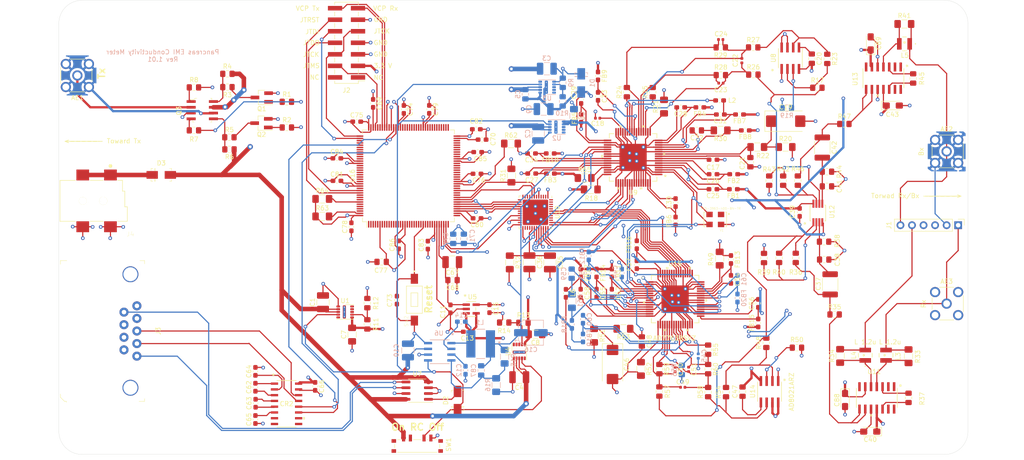
<source format=kicad_pcb>
(kicad_pcb (version 20171130) (host pcbnew "(5.1.2)-1")
  (layers (0 F.Cu signal) (1 In1.Cu power) (2 In2.Cu power) (31 B.Cu signal) (34 B.Paste user) (35 F.Paste user) (36 B.SilkS user) (37 F.SilkS user) (38 B.Mask user) (39 F.Mask user) (44 Edge.Cuts user))
  (net 0 "")
  (net 1 "Net-(AE1-Pad2)")
  (net 2 "Net-(AE1-Pad1)")
  (net 3 BxOut)
  (net 4 BxCoilsig)
  (net 5 ADR0r)
  (net 6 RxCoilsig-)
  (net 7 +BATT)
  (net 8 -5V)
  (net 9 +5V)
  (net 10 VDD1)
  (net 11 +2V5)
  (net 12 Vref2.1)
  (net 13 "Net-(C12-Pad1)")
  (net 14 "Net-(C14-Pad2)")
  (net 15 "Net-(C14-Pad1)")
  (net 16 Vref4.1)
  (net 17 +1V2)
  (net 18 "Net-(C17-Pad1)")
  (net 19 "Net-(C18-Pad1)")
  (net 20 "Net-(C19-Pad1)")
  (net 21 "Net-(C20-Pad1)")
  (net 22 "Net-(C21-Pad1)")
  (net 23 Pin19b)
  (net 24 Pin20b)
  (net 25 Pin21b-)
  (net 26 Pin22b+)
  (net 27 Pin4b)
  (net 28 Pin6b)
  (net 29 Pin44b)
  (net 30 Pin15b)
  (net 31 Pin33b)
  (net 32 Pin63b)
  (net 33 Pin14b)
  (net 34 "Net-(C32-Pad1)")
  (net 35 Pin24b)
  (net 36 Pin41b)
  (net 37 "Net-(C35-Pad1)")
  (net 38 "Net-(C37-Pad2)")
  (net 39 "Net-(C37-Pad1)")
  (net 40 "Net-(C41-Pad2)")
  (net 41 "Net-(C42-Pad1)")
  (net 42 "Net-(C44-Pad1)")
  (net 43 "Net-(C45-Pad1)")
  (net 44 "Net-(C46-Pad1)")
  (net 45 "Net-(C47-Pad1)")
  (net 46 "Net-(C48-Pad1)")
  (net 47 Pin20r)
  (net 48 Pin19r)
  (net 49 Pin21r-)
  (net 50 Pin22r+)
  (net 51 Pin4r)
  (net 52 Pin6r)
  (net 53 Pin44r)
  (net 54 Pin15r)
  (net 55 Pin33r)
  (net 56 Pin63r)
  (net 57 Pin14r)
  (net 58 "Net-(C59-Pad1)")
  (net 59 Pin24r)
  (net 60 Pin41r)
  (net 61 "Net-(C62-Pad2)")
  (net 62 "Net-(C62-Pad1)")
  (net 63 "Net-(C63-Pad2)")
  (net 64 "Net-(C63-Pad1)")
  (net 65 "Net-(C64-Pad1)")
  (net 66 "Net-(C65-Pad2)")
  (net 67 "Net-(C69-Pad2)")
  (net 68 "Net-(C70-Pad2)")
  (net 69 "Net-(C73-Pad1)")
  (net 70 "Net-(C87-Pad2)")
  (net 71 "Net-(CR2-Pad7)")
  (net 72 "Net-(CR2-Pad8)")
  (net 73 "Net-(CR2-Pad9)")
  (net 74 "Net-(CR2-Pad10)")
  (net 75 DO_Tx)
  (net 76 DO_Rx)
  (net 77 "Net-(CR2-Pad13)")
  (net 78 "Net-(CR2-Pad14)")
  (net 79 Pwr1)
  (net 80 "Net-(D2-PadA)")
  (net 81 Pin12b)
  (net 82 Pin12r)
  (net 83 RxCoilsig+)
  (net 84 "Net-(J2-Pad1)")
  (net 85 "Net-(J2-Pad2)")
  (net 86 JTMS)
  (net 87 JTCK)
  (net 88 JTDO)
  (net 89 JTDI)
  (net 90 JTRST)
  (net 91 VCP_Rx)
  (net 92 VCP_Tx)
  (net 93 PWROn)
  (net 94 "Net-(J3-Pad6)")
  (net 95 "Net-(J3-Pad7)")
  (net 96 "Net-(J3-Pad8)")
  (net 97 "Net-(J3-Pad4)")
  (net 98 5vComm)
  (net 99 Pin27b)
  (net 100 "Net-(L3-Pad2)")
  (net 101 "Net-(L4-Pad1)")
  (net 102 "Net-(L5-Pad2)")
  (net 103 Pin27r)
  (net 104 "Net-(Q1-Pad3)")
  (net 105 "Net-(Q1-Pad1)")
  (net 106 "Net-(Q2-Pad1)")
  (net 107 "Net-(Q2-Pad3)")
  (net 108 "Net-(Q3-Pad1)")
  (net 109 "Net-(Q3-Pad4)")
  (net 110 "Net-(Q3-Pad5)")
  (net 111 "Net-(Q3-Pad8)")
  (net 112 TxC1)
  (net 113 TxC2)
  (net 114 "Net-(R10-Pad1)")
  (net 115 "Net-(R11-Pad2)")
  (net 116 "Net-(R13-Pad2)")
  (net 117 "Net-(R17-Pad1)")
  (net 118 BxFiltered)
  (net 119 ADR0b)
  (net 120 "Net-(R19-Pad2)")
  (net 121 "Net-(R21-Pad1)")
  (net 122 "Net-(R23-Pad1)")
  (net 123 "Net-(R24-Pad1)")
  (net 124 "Net-(R25-Pad1)")
  (net 125 FPGA_CDONE)
  (net 126 RxCoilAmp)
  (net 127 RxFiltered)
  (net 128 "Net-(R37-Pad1)")
  (net 129 "Net-(R37-Pad2)")
  (net 130 "Net-(R39-Pad1)")
  (net 131 "Net-(R42-Pad2)")
  (net 132 "Net-(R45-Pad2)")
  (net 133 "Net-(R45-Pad1)")
  (net 134 BxCoilAmp)
  (net 135 "Net-(R48-Pad1)")
  (net 136 "Net-(R50-Pad2)")
  (net 137 "Net-(R52-Pad1)")
  (net 138 "Net-(R54-Pad1)")
  (net 139 "Net-(R55-Pad1)")
  (net 140 "Net-(R56-Pad1)")
  (net 141 "Net-(R62-Pad1)")
  (net 142 "Net-(R63-Pad2)")
  (net 143 "Net-(R64-Pad2)")
  (net 144 "Net-(SW1-Pad2)")
  (net 145 "Net-(U1-Pad5)")
  (net 146 "Net-(U1-Pad8)")
  (net 147 "Net-(U1-Pad9)")
  (net 148 "Net-(U1-Pad10)")
  (net 149 "Net-(U2-Pad10)")
  (net 150 "Net-(U2-Pad9)")
  (net 151 "Net-(U2-Pad8)")
  (net 152 "Net-(U2-Pad5)")
  (net 153 "Net-(U3-Pad5)")
  (net 154 "Net-(U3-Pad8)")
  (net 155 "Net-(U3-Pad9)")
  (net 156 "Net-(U3-Pad10)")
  (net 157 "Net-(U4-Pad10)")
  (net 158 "Net-(U4-Pad9)")
  (net 159 "Net-(U4-Pad8)")
  (net 160 "Net-(U4-Pad5)")
  (net 161 MCLK)
  (net 162 ADCSync)
  (net 163 ADCReset)
  (net 164 DRDY)
  (net 165 SDLb)
  (net 166 FSI)
  (net 167 SDI)
  (net 168 SDO)
  (net 169 SCO)
  (net 170 FSOb)
  (net 171 "Net-(U10-Pad2)")
  (net 172 "Net-(U10-Pad3)")
  (net 173 "Net-(U10-Pad4)")
  (net 174 "Net-(U10-Pad6)")
  (net 175 FPGA_Config)
  (net 176 "Net-(U10-Pad9)")
  (net 177 "Net-(U10-Pad10)")
  (net 178 "Net-(U10-Pad11)")
  (net 179 "Net-(U10-Pad12)")
  (net 180 "Net-(U10-Pad13)")
  (net 181 FPGA_MISO)
  (net 182 FPGA_CLK)
  (net 183 FPGA_SS)
  (net 184 FPGA_MOSI)
  (net 185 "Net-(U10-Pad18)")
  (net 186 "Net-(U10-Pad19)")
  (net 187 TX_On)
  (net 188 "Net-(U10-Pad21)")
  (net 189 SDLr)
  (net 190 FSOr)
  (net 191 "Net-(U10-Pad39)")
  (net 192 "Net-(U10-Pad40)")
  (net 193 "Net-(U10-Pad41)")
  (net 194 "Net-(U10-Pad44)")
  (net 195 "Net-(U10-Pad45)")
  (net 196 "Net-(U10-Pad46)")
  (net 197 "Net-(U10-Pad47)")
  (net 198 "Net-(U10-Pad48)")
  (net 199 "Net-(U11-Pad1)")
  (net 200 "Net-(U11-Pad2)")
  (net 201 "Net-(U11-Pad7)")
  (net 202 "Net-(U11-Pad13)")
  (net 203 "Net-(U11-Pad14)")
  (net 204 "Net-(U13-Pad14)")
  (net 205 "Net-(U13-Pad13)")
  (net 206 "Net-(U13-Pad7)")
  (net 207 "Net-(U13-Pad2)")
  (net 208 "Net-(U13-Pad1)")
  (net 209 "Net-(U16-Pad1)")
  (net 210 "Net-(U16-Pad2)")
  (net 211 "Net-(U16-Pad3)")
  (net 212 "Net-(U16-Pad4)")
  (net 213 "Net-(U16-Pad5)")
  (net 214 "Net-(U16-Pad7)")
  (net 215 "Net-(U16-Pad8)")
  (net 216 "Net-(U16-Pad9)")
  (net 217 "Net-(U16-Pad10)")
  (net 218 "Net-(U16-Pad11)")
  (net 219 "Net-(U16-Pad12)")
  (net 220 "Net-(U16-Pad13)")
  (net 221 "Net-(U16-Pad14)")
  (net 222 "Net-(U16-Pad15)")
  (net 223 "Net-(U16-Pad18)")
  (net 224 "Net-(U16-Pad19)")
  (net 225 "Net-(U16-Pad20)")
  (net 226 "Net-(U16-Pad21)")
  (net 227 "Net-(U16-Pad22)")
  (net 228 "Net-(U16-Pad23)")
  (net 229 "Net-(U16-Pad24)")
  (net 230 "Net-(U16-Pad26)")
  (net 231 "Net-(U16-Pad27)")
  (net 232 "Net-(U16-Pad28)")
  (net 233 "Net-(U16-Pad29)")
  (net 234 "Net-(U16-Pad46)")
  (net 235 "Net-(U16-Pad47)")
  (net 236 "Net-(U16-Pad49)")
  (net 237 "Net-(U16-Pad50)")
  (net 238 "Net-(U16-Pad53)")
  (net 239 "Net-(U16-Pad54)")
  (net 240 "Net-(U16-Pad55)")
  (net 241 "Net-(U16-Pad56)")
  (net 242 "Net-(U16-Pad57)")
  (net 243 "Net-(U16-Pad58)")
  (net 244 "Net-(U16-Pad59)")
  (net 245 "Net-(U16-Pad60)")
  (net 246 "Net-(U16-Pad63)")
  (net 247 "Net-(U16-Pad64)")
  (net 248 "Net-(U16-Pad65)")
  (net 249 "Net-(U16-Pad66)")
  (net 250 "Net-(U16-Pad67)")
  (net 251 "Net-(U16-Pad68)")
  (net 252 "Net-(U16-Pad69)")
  (net 253 "Net-(U16-Pad70)")
  (net 254 "Net-(U16-Pad73)")
  (net 255 "Net-(U16-Pad74)")
  (net 256 "Net-(U16-Pad75)")
  (net 257 "Net-(U16-Pad76)")
  (net 258 "Net-(U16-Pad77)")
  (net 259 "Net-(U16-Pad78)")
  (net 260 "Net-(U16-Pad79)")
  (net 261 "Net-(U16-Pad80)")
  (net 262 "Net-(U16-Pad81)")
  (net 263 "Net-(U16-Pad82)")
  (net 264 "Net-(U16-Pad85)")
  (net 265 "Net-(U16-Pad86)")
  (net 266 "Net-(U16-Pad87)")
  (net 267 "Net-(U16-Pad88)")
  (net 268 "Net-(U16-Pad89)")
  (net 269 "Net-(U16-Pad90)")
  (net 270 "Net-(U16-Pad91)")
  (net 271 "Net-(U16-Pad92)")
  (net 272 "Net-(U16-Pad93)")
  (net 273 "Net-(U16-Pad99)")
  (net 274 "Net-(U16-Pad103)")
  (net 275 "Net-(U16-Pad104)")
  (net 276 "Net-(U16-Pad111)")
  (net 277 "Net-(U16-Pad112)")
  (net 278 "Net-(U16-Pad113)")
  (net 279 "Net-(U16-Pad114)")
  (net 280 "Net-(U16-Pad115)")
  (net 281 "Net-(U16-Pad116)")
  (net 282 "Net-(U16-Pad117)")
  (net 283 "Net-(U16-Pad118)")
  (net 284 "Net-(U16-Pad119)")
  (net 285 "Net-(U16-Pad122)")
  (net 286 "Net-(U16-Pad123)")
  (net 287 "Net-(U16-Pad124)")
  (net 288 "Net-(U16-Pad125)")
  (net 289 "Net-(U16-Pad126)")
  (net 290 "Net-(U16-Pad127)")
  (net 291 "Net-(U16-Pad128)")
  (net 292 "Net-(U16-Pad129)")
  (net 293 "Net-(U16-Pad132)")
  (net 294 "Net-(U16-Pad135)")
  (net 295 "Net-(U16-Pad136)")
  (net 296 "Net-(U16-Pad137)")
  (net 297 "Net-(U16-Pad139)")
  (net 298 "Net-(U16-Pad140)")
  (net 299 "Net-(U16-Pad141)")
  (net 300 "Net-(U16-Pad142)")
  (net 301 "Net-(Y1-Pad1)")
  (net 302 "Net-(U10-Pad23)")
  (net 303 "Net-(U10-Pad28)")
  (net 304 "Net-(U10-Pad27)")
  (net 305 "Net-(U10-Pad26)")
  (net 306 "Net-(U16-Pad36)")
  (net 307 "Net-(U16-Pad37)")
  (net 308 "Net-(D3-PadK)")
  (net 309 SH0r)
  (net 310 SH0b)
  (module Connector_Coaxial:SMA_Molex_73251-2200_Horizontal (layer F.Cu) (at 252.476 116.332 270)
    (fp_text reference AE3 (at -4.9 0) (layer F.SilkS))
    (fp_text value "Antenna_Loop Rx")
    (pad 2 thru_hole circle (at -2.54 2.54 270) (size 2.25 2.25) (drill 1.5) (layers *.Cu *.Mask) (net 5 ADR0r))
    (pad 2 thru_hole circle (at -2.54 -2.54 270) (size 2.25 2.25) (drill 1.5) (layers *.Cu *.Mask) (net 5 ADR0r))
    (pad 2 thru_hole circle (at 2.54 -2.54 270) (size 2.25 2.25) (drill 1.5) (layers *.Cu *.Mask) (net 5 ADR0r))
    (pad 2 thru_hole circle (at 2.54 2.54) (size 2.25 2.25) (drill 1.5) (layers *.Cu *.Mask) (net 5 ADR0r))
    (pad 1 thru_hole circle (at 0 0 270) (size 2.25 2.25) (drill 1.5) (layers *.Cu *.Mask) (net 6 RxCoilsig-))
  )
  (module Connector_Coaxial:SMA_Molex_73251-2200_Horizontal (layer F.Cu) (at 252.476 82.804 270)
    (fp_text reference AE2 (at -4.9 0) (layer F.SilkS))
    (fp_text value "Antenna_Loop Bx")
    (pad 2 thru_hole circle (at -2.54 2.54 270) (size 2.25 2.25) (drill 1.5) (layers *.Cu *.Mask) (net 3 BxOut))
    (pad 2 thru_hole circle (at -2.54 -2.54 270) (size 2.25 2.25) (drill 1.5) (layers *.Cu *.Mask) (net 3 BxOut))
    (pad 2 thru_hole circle (at 2.54 -2.54 270) (size 2.25 2.25) (drill 1.5) (layers *.Cu *.Mask) (net 3 BxOut))
    (pad 2 thru_hole circle (at 2.54 2.54) (size 2.25 2.25) (drill 1.5) (layers *.Cu *.Mask) (net 3 BxOut))
    (pad 1 thru_hole circle (at 0 0 270) (size 2.25 2.25) (drill 1.5) (layers *.Cu *.Mask) (net 4 BxCoilsig))
  )
  (module Connector_Coaxial:SMA_Molex_73251-2200_Horizontal (layer F.Cu) (at 61.22416 66.08064 90)
    (fp_text reference AE1 (at -4.9 0) (layer F.SilkS))
    (fp_text value "Antenna_Loop Tx")
    (pad 2 thru_hole circle (at -2.54 2.54 90) (size 2.25 2.25) (drill 1.5) (layers *.Cu *.Mask) (net 1 "Net-(AE1-Pad2)"))
    (pad 2 thru_hole circle (at -2.54 -2.54 90) (size 2.25 2.25) (drill 1.5) (layers *.Cu *.Mask) (net 1 "Net-(AE1-Pad2)"))
    (pad 2 thru_hole circle (at 2.54 -2.54 90) (size 2.25 2.25) (drill 1.5) (layers *.Cu *.Mask) (net 1 "Net-(AE1-Pad2)"))
    (pad 2 thru_hole circle (at 2.54 2.54 180) (size 2.25 2.25) (drill 1.5) (layers *.Cu *.Mask) (net 1 "Net-(AE1-Pad2)"))
    (pad 1 thru_hole circle (at 0 0 90) (size 2.25 2.25) (drill 1.5) (layers *.Cu *.Mask) (net 2 "Net-(AE1-Pad1)"))
  )
  (module Button_Switch_SMD:SW_SP3T_PCM13 (layer F.Cu) (at 135.99668 147.36318)
    (fp_text reference SW1 (at 6.91642 0.03048 90) (layer F.SilkS))
    (fp_text value SW_SP3T)
    (pad "" np_thru_hole circle (at -2.5 0.33) (size 0.9 0.9) (drill 0.9) (layers *.Cu *.Mask))
    (pad "" np_thru_hole circle (at 2.5 0.33) (size 0.9 0.9) (drill 0.9) (layers *.Cu *.Mask))
    (pad 1 smd rect (at -3 -1.43) (size 0.7 1.5) (layers F.Cu F.Paste F.Mask) (net 7 +BATT))
    (pad 2 smd rect (at -1.5 -1.43) (size 0.7 1.5) (layers F.Cu F.Paste F.Mask) (net 144 "Net-(SW1-Pad2)"))
    (pad 3 smd rect (at 1.5 -1.43) (size 0.7 1.5) (layers F.Cu F.Paste F.Mask) (net 79 Pwr1))
    (pad 4 smd rect (at 3 -1.43) (size 0.7 1.5) (layers F.Cu F.Paste F.Mask) (net 5 ADR0r))
    (pad "" smd rect (at -5.15 1.43) (size 1 0.8) (layers F.Cu F.Paste F.Mask))
    (pad "" smd rect (at 5.15 1.43) (size 1 0.8) (layers F.Cu F.Paste F.Mask))
    (pad "" smd rect (at 5.15 -0.78) (size 1 0.8) (layers F.Cu F.Paste F.Mask))
    (pad "" smd rect (at -5.15 -0.78) (size 1 0.8) (layers F.Cu F.Paste F.Mask))
  )
  (module Capacitor_SMD:C_0603_1608Metric_Pad1.05x0.95mm_HandSolder (layer F.Cu) (at 100.3935 131.2545 90)
    (fp_text reference C64 (at 0 -1.43 90) (layer F.SilkS))
    (fp_text value "C 100n")
    (pad 1 smd roundrect (at -0.875 0 90) (size 1.05 0.95) (layers F.Cu F.Paste F.Mask) (net 65 "Net-(C64-Pad1)"))
    (pad 2 smd roundrect (at 0.875 0 90) (size 1.05 0.95) (layers F.Cu F.Paste F.Mask) (net 5 ADR0r))
  )
  (module Resistor_SMD:R_1206_3216Metric_Pad1.42x1.75mm_HandSolder (layer F.Cu) (at 172.82922 88.6587)
    (fp_text reference R65 (at 0 -1.82) (layer F.SilkS))
    (fp_text value "R 10k")
    (pad 2 smd roundrect (at 1.4875 0) (size 1.425 1.75) (layers F.Cu F.Paste F.Mask) (roundrect_rratio 0.175439) (net 310 SH0b))
    (pad 1 smd roundrect (at -1.4875 0) (size 1.425 1.75) (layers F.Cu F.Paste F.Mask) (roundrect_rratio 0.175439) (net 11 +2V5))
  )
  (module digikey-footprints:DO-214AC (layer F.Cu) (at 79.68488 87.98052)
    (fp_text reference D3 (at 0 -2.6) (layer F.SilkS))
    (fp_text value B340A-13-F)
    (pad K smd rect (at -2 0) (size 2.5 1.7) (layers F.Cu F.Paste F.Mask) (net 308 "Net-(D3-PadK)"))
    (pad A smd rect (at 2 0) (size 2.5 1.7) (layers F.Cu F.Paste F.Mask) (net 7 +BATT))
  )
  (module Package_DFN_QFN:QFN-48-1EP_7x7mm_P0.5mm_EP5.6x5.6mm (layer F.Cu) (at 162.0012 96.2152 270)
    (fp_text reference U10 (at 0 -4.82 90) (layer F.SilkS))
    (fp_text value ICE40UP5K-SG48ITR)
    (pad 48 smd roundrect (at -2.75 -3.4375 270) (size 0.25 0.875) (layers F.Cu F.Paste F.Mask) (net 198 "Net-(U10-Pad48)"))
    (pad 47 smd roundrect (at -2.25 -3.4375 270) (size 0.25 0.875) (layers F.Cu F.Paste F.Mask) (net 197 "Net-(U10-Pad47)"))
    (pad 46 smd roundrect (at -1.75 -3.4375 270) (size 0.25 0.875) (layers F.Cu F.Paste F.Mask) (net 196 "Net-(U10-Pad46)"))
    (pad 45 smd roundrect (at -1.25 -3.4375 270) (size 0.25 0.875) (layers F.Cu F.Paste F.Mask) (net 195 "Net-(U10-Pad45)"))
    (pad 44 smd roundrect (at -0.75 -3.4375 270) (size 0.25 0.875) (layers F.Cu F.Paste F.Mask) (net 194 "Net-(U10-Pad44)"))
    (pad 43 smd roundrect (at -0.25 -3.4375 270) (size 0.25 0.875) (layers F.Cu F.Paste F.Mask) (net 166 FSI))
    (pad 42 smd roundrect (at 0.25 -3.4375 270) (size 0.25 0.875) (layers F.Cu F.Paste F.Mask) (net 167 SDI))
    (pad 41 smd roundrect (at 0.75 -3.4375 270) (size 0.25 0.875) (layers F.Cu F.Paste F.Mask) (net 193 "Net-(U10-Pad41)"))
    (pad 40 smd roundrect (at 1.25 -3.4375 270) (size 0.25 0.875) (layers F.Cu F.Paste F.Mask) (net 192 "Net-(U10-Pad40)"))
    (pad 39 smd roundrect (at 1.75 -3.4375 270) (size 0.25 0.875) (layers F.Cu F.Paste F.Mask) (net 191 "Net-(U10-Pad39)"))
    (pad 38 smd roundrect (at 2.25 -3.4375 270) (size 0.25 0.875) (layers F.Cu F.Paste F.Mask) (net 168 SDO))
    (pad 37 smd roundrect (at 2.75 -3.4375 270) (size 0.25 0.875) (layers F.Cu F.Paste F.Mask) (net 169 SCO))
    (pad 36 smd roundrect (at 3.4375 -2.75 270) (size 0.875 0.25) (layers F.Cu F.Paste F.Mask) (net 190 FSOr))
    (pad 35 smd roundrect (at 3.4375 -2.25 270) (size 0.875 0.25) (layers F.Cu F.Paste F.Mask) (net 189 SDLr))
    (pad 34 smd roundrect (at 3.4375 -1.75 270) (size 0.875 0.25) (layers F.Cu F.Paste F.Mask) (net 170 FSOb))
    (pad 33 smd roundrect (at 3.4375 -1.25 270) (size 0.875 0.25) (layers F.Cu F.Paste F.Mask) (net 11 +2V5))
    (pad 32 smd roundrect (at 3.4375 -0.75 270) (size 0.875 0.25) (layers F.Cu F.Paste F.Mask) (net 165 SDLb))
    (pad 31 smd roundrect (at 3.4375 -0.25 270) (size 0.875 0.25) (layers F.Cu F.Paste F.Mask) (net 164 DRDY))
    (pad 30 smd roundrect (at 3.4375 0.25 270) (size 0.875 0.25) (layers F.Cu F.Paste F.Mask) (net 17 +1V2))
    (pad 29 smd roundrect (at 3.4375 0.75 270) (size 0.875 0.25) (layers F.Cu F.Paste F.Mask) (net 37 "Net-(C35-Pad1)"))
    (pad 28 smd roundrect (at 3.4375 1.25 270) (size 0.875 0.25) (layers F.Cu F.Paste F.Mask) (net 303 "Net-(U10-Pad28)"))
    (pad 27 smd roundrect (at 3.4375 1.75 270) (size 0.875 0.25) (layers F.Cu F.Paste F.Mask) (net 304 "Net-(U10-Pad27)"))
    (pad 26 smd roundrect (at 3.4375 2.25 270) (size 0.875 0.25) (layers F.Cu F.Paste F.Mask) (net 305 "Net-(U10-Pad26)"))
    (pad 25 smd roundrect (at 3.4375 2.75 270) (size 0.875 0.25) (layers F.Cu F.Paste F.Mask) (net 163 ADCReset))
    (pad 24 smd roundrect (at 2.75 3.4375 270) (size 0.25 0.875) (layers F.Cu F.Paste F.Mask) (net 11 +2V5))
    (pad 23 smd roundrect (at 2.25 3.4375 270) (size 0.25 0.875) (layers F.Cu F.Paste F.Mask) (net 302 "Net-(U10-Pad23)"))
    (pad 22 smd roundrect (at 1.75 3.4375 270) (size 0.25 0.875) (layers F.Cu F.Paste F.Mask) (net 10 VDD1))
    (pad 21 smd roundrect (at 1.25 3.4375 270) (size 0.25 0.875) (layers F.Cu F.Paste F.Mask) (net 188 "Net-(U10-Pad21)"))
    (pad 20 smd roundrect (at 0.75 3.4375 270) (size 0.25 0.875) (layers F.Cu F.Paste F.Mask) (net 187 TX_On))
    (pad 19 smd roundrect (at 0.25 3.4375 270) (size 0.25 0.875) (layers F.Cu F.Paste F.Mask) (net 186 "Net-(U10-Pad19)"))
    (pad 18 smd roundrect (at -0.25 3.4375 270) (size 0.25 0.875) (layers F.Cu F.Paste F.Mask) (net 185 "Net-(U10-Pad18)"))
    (pad 17 smd roundrect (at -0.75 3.4375 270) (size 0.25 0.875) (layers F.Cu F.Paste F.Mask) (net 184 FPGA_MOSI))
    (pad 16 smd roundrect (at -1.25 3.4375 270) (size 0.25 0.875) (layers F.Cu F.Paste F.Mask) (net 183 FPGA_SS))
    (pad 15 smd roundrect (at -1.75 3.4375 270) (size 0.25 0.875) (layers F.Cu F.Paste F.Mask) (net 182 FPGA_CLK))
    (pad 14 smd roundrect (at -2.25 3.4375 270) (size 0.25 0.875) (layers F.Cu F.Paste F.Mask) (net 181 FPGA_MISO))
    (pad 13 smd roundrect (at -2.75 3.4375 270) (size 0.25 0.875) (layers F.Cu F.Paste F.Mask) (net 180 "Net-(U10-Pad13)"))
    (pad 12 smd roundrect (at -3.4375 2.75 270) (size 0.875 0.25) (layers F.Cu F.Paste F.Mask) (net 179 "Net-(U10-Pad12)"))
    (pad 11 smd roundrect (at -3.4375 2.25 270) (size 0.875 0.25) (layers F.Cu F.Paste F.Mask) (net 178 "Net-(U10-Pad11)"))
    (pad 10 smd roundrect (at -3.4375 1.75 270) (size 0.875 0.25) (layers F.Cu F.Paste F.Mask) (net 177 "Net-(U10-Pad10)"))
    (pad 9 smd roundrect (at -3.4375 1.25 270) (size 0.875 0.25) (layers F.Cu F.Paste F.Mask) (net 176 "Net-(U10-Pad9)"))
    (pad 8 smd roundrect (at -3.4375 0.75 270) (size 0.875 0.25) (layers F.Cu F.Paste F.Mask) (net 175 FPGA_Config))
    (pad 7 smd roundrect (at -3.4375 0.25 270) (size 0.875 0.25) (layers F.Cu F.Paste F.Mask) (net 125 FPGA_CDONE))
    (pad 6 smd roundrect (at -3.4375 -0.25 270) (size 0.875 0.25) (layers F.Cu F.Paste F.Mask) (net 174 "Net-(U10-Pad6)"))
    (pad 5 smd roundrect (at -3.4375 -0.75 270) (size 0.875 0.25) (layers F.Cu F.Paste F.Mask) (net 17 +1V2))
    (pad 4 smd roundrect (at -3.4375 -1.25 270) (size 0.875 0.25) (layers F.Cu F.Paste F.Mask) (net 173 "Net-(U10-Pad4)"))
    (pad 3 smd roundrect (at -3.4375 -1.75 270) (size 0.875 0.25) (layers F.Cu F.Paste F.Mask) (net 172 "Net-(U10-Pad3)"))
    (pad 2 smd roundrect (at -3.4375 -2.25 270) (size 0.875 0.25) (layers F.Cu F.Paste F.Mask) (net 171 "Net-(U10-Pad2)"))
    (pad 1 smd roundrect (at -3.4375 -2.75 270) (size 0.875 0.25) (layers F.Cu F.Paste F.Mask) (net 10 VDD1))
    (pad 49 smd roundrect (at 0 0 270) (size 5.6 5.6) (layers F.Cu F.Mask) (roundrect_rratio 0.044643) (net 5 ADR0r))
  )
  (module Capacitor_SMD:C_0402_1005Metric (layer F.Cu) (at 192.7479 130.8203 270)
    (fp_text reference C50 (at 0 -1.17 90) (layer F.SilkS))
    (fp_text value "C 33p")
    (pad 2 smd roundrect (at 0.485 0 270) (size 0.59 0.64) (layers F.Cu F.Paste F.Mask) (net 48 Pin19r))
    (pad 1 smd roundrect (at -0.485 0 270) (size 0.59 0.64) (layers F.Cu F.Paste F.Mask) (net 49 Pin21r-))
  )
  (module Capacitor_SMD:C_1210_3225Metric_Pad1.42x2.65mm_HandSolder (layer F.Cu) (at 115.2652 116.0272 90)
    (fp_text reference C1 (at 0 -2.286 90) (layer F.SilkS))
    (fp_text value "C 10u")
    (pad 1 smd roundrect (at -1.4875 0 90) (size 1.425 2.65) (layers F.Cu F.Paste F.Mask) (roundrect_rratio 0.175439) (net 7 +BATT))
    (pad 2 smd roundrect (at 1.4875 0 90) (size 1.425 2.65) (layers F.Cu F.Paste F.Mask) (roundrect_rratio 0.175439) (net 5 ADR0r))
  )
  (module Capacitor_SMD:C_1210_3225Metric_Pad1.42x2.65mm_HandSolder (layer B.Cu) (at 162.6108 78.9067 270)
    (fp_text reference C2 (at 0 2.28 90) (layer B.SilkS) (effects (justify mirror)))
    (fp_text value "C 10u")
    (pad 1 smd roundrect (at -1.4875 0 270) (size 1.425 2.65) (layers B.Cu B.Paste B.Mask) (roundrect_rratio 0.175439) (net 7 +BATT))
    (pad 2 smd roundrect (at 1.4875 0 270) (size 1.425 2.65) (layers B.Cu B.Paste B.Mask) (roundrect_rratio 0.175439) (net 5 ADR0r))
  )
  (module Capacitor_SMD:C_1210_3225Metric_Pad1.42x2.65mm_HandSolder (layer B.Cu) (at 164.5142 64.5922)
    (fp_text reference C3 (at -0.03396 -2.27584) (layer B.SilkS) (effects (justify mirror)))
    (fp_text value "C 10u")
    (pad 2 smd roundrect (at 1.4875 0) (size 1.425 2.65) (layers B.Cu B.Paste B.Mask) (roundrect_rratio 0.175439) (net 5 ADR0r))
    (pad 1 smd roundrect (at -1.4875 0) (size 1.425 2.65) (layers B.Cu B.Paste B.Mask) (roundrect_rratio 0.175439) (net 7 +BATT))
  )
  (module Capacitor_SMD:C_1210_3225Metric_Pad1.42x2.65mm_HandSolder (layer F.Cu) (at 158.4452 132.5372 180)
    (fp_text reference C4 (at 0 -2.28) (layer F.SilkS))
    (fp_text value "C 10u")
    (pad 1 smd roundrect (at -1.4875 0 180) (size 1.425 2.65) (layers F.Cu F.Paste F.Mask) (roundrect_rratio 0.175439) (net 7 +BATT))
    (pad 2 smd roundrect (at 1.4875 0 180) (size 1.425 2.65) (layers F.Cu F.Paste F.Mask) (roundrect_rratio 0.175439) (net 5 ADR0r))
  )
  (module Capacitor_SMD:C_0805_2012Metric_Pad1.15x1.40mm_HandSolder (layer B.Cu) (at 159.7914 70.2183 270)
    (fp_text reference C5 (at 0 1.65 90) (layer B.SilkS) (effects (justify mirror)))
    (fp_text value "C 100n")
    (pad 2 smd roundrect (at 1.025 0 270) (size 1.15 1.4) (layers B.Cu B.Paste B.Mask) (roundrect_rratio 0.217391) (net 8 -5V))
    (pad 1 smd roundrect (at -1.025 0 270) (size 1.15 1.4) (layers B.Cu B.Paste B.Mask) (roundrect_rratio 0.217391) (net 7 +BATT))
  )
  (module Capacitor_SMD:C_1206_3216Metric_Pad1.42x1.75mm_HandSolder (layer B.Cu) (at 170.4848 74.9665 270)
    (fp_text reference C6 (at 0.0143 -1.8796 90) (layer B.SilkS) (effects (justify mirror)))
    (fp_text value "C 22u")
    (pad 1 smd roundrect (at -1.4875 0 270) (size 1.425 1.75) (layers B.Cu B.Paste B.Mask) (roundrect_rratio 0.175439) (net 5 ADR0r))
    (pad 2 smd roundrect (at 1.4875 0 270) (size 1.425 1.75) (layers B.Cu B.Paste B.Mask) (roundrect_rratio 0.175439) (net 9 +5V))
  )
  (module Capacitor_SMD:C_1206_3216Metric_Pad1.42x1.75mm_HandSolder (layer F.Cu) (at 121.666 123.1535 90)
    (fp_text reference C7 (at 0 -1.82 90) (layer F.SilkS))
    (fp_text value "C 33u")
    (pad 2 smd roundrect (at 1.4875 0 90) (size 1.425 1.75) (layers F.Cu F.Paste F.Mask) (roundrect_rratio 0.175439) (net 10 VDD1))
    (pad 1 smd roundrect (at -1.4875 0 90) (size 1.425 1.75) (layers F.Cu F.Paste F.Mask) (roundrect_rratio 0.175439) (net 5 ADR0r))
  )
  (module Capacitor_SMD:C_1206_3216Metric_Pad1.42x1.75mm_HandSolder (layer F.Cu) (at 162.0012 123.0884 180)
    (fp_text reference C8 (at 0 -1.82) (layer F.SilkS))
    (fp_text value "C 68u")
    (pad 1 smd roundrect (at -1.4875 0 180) (size 1.425 1.75) (layers F.Cu F.Paste F.Mask) (roundrect_rratio 0.175439) (net 5 ADR0r))
    (pad 2 smd roundrect (at 1.4875 0 180) (size 1.425 1.75) (layers F.Cu F.Paste F.Mask) (roundrect_rratio 0.175439) (net 11 +2V5))
  )
  (module Capacitor_SMD:C_1210_3225Metric_Pad1.42x2.65mm_HandSolder (layer B.Cu) (at 163.8046 73.48728)
    (fp_text reference C9 (at -3.21056 0.01524 270) (layer B.SilkS) (effects (justify mirror)))
    (fp_text value "C 10u")
    (pad 2 smd roundrect (at 1.4875 0) (size 1.425 2.65) (layers B.Cu B.Paste B.Mask) (roundrect_rratio 0.175439) (net 8 -5V))
    (pad 1 smd roundrect (at -1.4875 0) (size 1.425 2.65) (layers B.Cu B.Paste B.Mask) (roundrect_rratio 0.175439) (net 5 ADR0r))
  )
  (module Capacitor_SMD:C_1210_3225Metric_Pad1.42x2.65mm_HandSolder (layer B.Cu) (at 133.95452 126.6444 90)
    (fp_text reference C10 (at 0 -2.52984 90) (layer B.SilkS) (effects (justify mirror)))
    (fp_text value "C 10u")
    (pad 1 smd roundrect (at -1.4875 0 90) (size 1.425 2.65) (layers B.Cu B.Paste B.Mask) (roundrect_rratio 0.175439) (net 7 +BATT))
    (pad 2 smd roundrect (at 1.4875 0 90) (size 1.425 2.65) (layers B.Cu B.Paste B.Mask) (roundrect_rratio 0.175439) (net 5 ADR0r))
  )
  (module Capacitor_SMD:C_0603_1608Metric_Pad1.05x0.95mm_HandSolder (layer F.Cu) (at 143.3068 117.489 270)
    (fp_text reference C11 (at 0.621 1.6764 90) (layer F.SilkS))
    (fp_text value "C 100n")
    (pad 2 smd roundrect (at 0.875 0 270) (size 1.05 0.95) (layers F.Cu F.Paste F.Mask) (net 5 ADR0r))
    (pad 1 smd roundrect (at -0.875 0 270) (size 1.05 0.95) (layers F.Cu F.Paste F.Mask) (net 12 Vref2.1))
  )
  (module Capacitor_SMD:C_0603_1608Metric_Pad1.05x0.95mm_HandSolder (layer B.Cu) (at 146.61896 131.0119 270)
    (fp_text reference C12 (at 0 1.43 90) (layer B.SilkS) (effects (justify mirror)))
    (fp_text value "C 2.2u")
    (pad 1 smd roundrect (at -0.875 0 270) (size 1.05 0.95) (layers B.Cu B.Paste B.Mask) (net 13 "Net-(C12-Pad1)"))
    (pad 2 smd roundrect (at 0.875 0 270) (size 1.05 0.95) (layers B.Cu B.Paste B.Mask) (net 5 ADR0r))
  )
  (module Capacitor_SMD:C_0603_1608Metric_Pad1.05x0.95mm_HandSolder (layer F.Cu) (at 147.0152 122.5296 180)
    (fp_text reference C13 (at 0 -1.43) (layer F.SilkS))
    (fp_text value "C 100n")
    (pad 1 smd roundrect (at -0.875 0 180) (size 1.05 0.95) (layers F.Cu F.Paste F.Mask) (net 9 +5V))
    (pad 2 smd roundrect (at 0.875 0 180) (size 1.05 0.95) (layers F.Cu F.Paste F.Mask) (net 5 ADR0r))
  )
  (module Capacitor_SMD:C_0603_1608Metric_Pad1.05x0.95mm_HandSolder (layer B.Cu) (at 145.70456 120.30964 180)
    (fp_text reference C14 (at 0 1.43) (layer B.SilkS) (effects (justify mirror)))
    (fp_text value "C 100n")
    (pad 2 smd roundrect (at 0.875 0 180) (size 1.05 0.95) (layers B.Cu B.Paste B.Mask) (net 14 "Net-(C14-Pad2)"))
    (pad 1 smd roundrect (at -0.875 0 180) (size 1.05 0.95) (layers B.Cu B.Paste B.Mask) (net 15 "Net-(C14-Pad1)"))
  )
  (module Capacitor_SMD:C_0603_1608Metric_Pad1.05x0.95mm_HandSolder (layer F.Cu) (at 151.892 117.4496 270)
    (fp_text reference C15 (at 0 -1.43 90) (layer F.SilkS))
    (fp_text value "C 100n")
    (pad 2 smd roundrect (at 0.875 0 270) (size 1.05 0.95) (layers F.Cu F.Paste F.Mask) (net 5 ADR0r))
    (pad 1 smd roundrect (at -0.875 0 270) (size 1.05 0.95) (layers F.Cu F.Paste F.Mask) (net 16 Vref4.1))
  )
  (module Capacitor_SMD:CP_Elec_5x5.3 (layer B.Cu) (at 161.00588 122.73788)
    (fp_text reference C16 (at 0 3.7) (layer B.SilkS) (effects (justify mirror)))
    (fp_text value "C 330u")
    (pad 1 smd roundrect (at -2.2 0) (size 3 1.6) (layers B.Cu B.Paste B.Mask) (roundrect_rratio 0.15625) (net 17 +1V2))
    (pad 2 smd roundrect (at 2.2 0) (size 3 1.6) (layers B.Cu B.Paste B.Mask) (roundrect_rratio 0.15625) (net 5 ADR0r))
  )
  (module Capacitor_SMD:C_0603_1608Metric_Pad1.05x0.95mm_HandSolder (layer F.Cu) (at 201.0778 84.6328)
    (fp_text reference C17 (at 0 1.6764) (layer F.SilkS))
    (fp_text value "C 100n")
    (pad 1 smd roundrect (at -0.875 0) (size 1.05 0.95) (layers F.Cu F.Paste F.Mask) (net 18 "Net-(C17-Pad1)"))
    (pad 2 smd roundrect (at 0.875 0) (size 1.05 0.95) (layers F.Cu F.Paste F.Mask) (net 5 ADR0r))
  )
  (module Capacitor_SMD:C_0402_1005Metric (layer F.Cu) (at 175.6894 75.4888 180)
    (fp_text reference C18 (at 0 -1.17) (layer F.SilkS))
    (fp_text value "C 33p")
    (pad 2 smd roundrect (at 0.485 0 180) (size 0.59 0.64) (layers F.Cu F.Paste F.Mask) (net 5 ADR0r))
    (pad 1 smd roundrect (at -0.485 0 180) (size 0.59 0.64) (layers F.Cu F.Paste F.Mask) (net 19 "Net-(C18-Pad1)"))
  )
  (module Capacitor_Tantalum_SMD:CP_EIA-7343-30_AVX-N_Pad2.25x2.55mm_HandSolder (layer F.Cu) (at 217.068 76.1492)
    (fp_text reference C19 (at 0 -3.1) (layer F.SilkS))
    (fp_text value "C 100u")
    (pad 1 smd roundrect (at -3.2 0) (size 2.25 2.55) (layers F.Cu F.Paste F.Mask) (roundrect_rratio 0.111111) (net 20 "Net-(C19-Pad1)"))
    (pad 2 smd roundrect (at 3.2 0) (size 2.25 2.55) (layers F.Cu F.Paste F.Mask) (roundrect_rratio 0.111111) (net 5 ADR0r))
  )
  (module Capacitor_SMD:C_0805_2012Metric_Pad1.15x1.40mm_HandSolder (layer F.Cu) (at 222.8088 62.3734 270)
    (fp_text reference C20 (at 0 -1.65 90) (layer F.SilkS))
    (fp_text value "C 10p")
    (pad 1 smd roundrect (at -1.025 0 270) (size 1.15 1.4) (layers F.Cu F.Paste F.Mask) (roundrect_rratio 0.217391) (net 21 "Net-(C20-Pad1)"))
    (pad 2 smd roundrect (at 1.025 0 270) (size 1.15 1.4) (layers F.Cu F.Paste F.Mask) (roundrect_rratio 0.217391) (net 8 -5V))
  )
  (module Capacitor_SMD:C_0805_2012Metric_Pad1.15x1.40mm_HandSolder (layer F.Cu) (at 209.296 85.1826 270)
    (fp_text reference C21 (at 0.2122 1.778 90) (layer F.SilkS))
    (fp_text value "C 10n")
    (pad 2 smd roundrect (at 1.025 0 270) (size 1.15 1.4) (layers F.Cu F.Paste F.Mask) (roundrect_rratio 0.217391) (net 5 ADR0r))
    (pad 1 smd roundrect (at -1.025 0 270) (size 1.15 1.4) (layers F.Cu F.Paste F.Mask) (roundrect_rratio 0.217391) (net 22 "Net-(C21-Pad1)"))
  )
  (module Capacitor_SMD:C_0402_1005Metric (layer F.Cu) (at 207.4164 62.8166 90)
    (fp_text reference C22 (at 0.023 -1.4224 90) (layer F.SilkS))
    (fp_text value "C 5.6p")
    (pad 1 smd roundrect (at -0.485 0 90) (size 0.59 0.64) (layers F.Cu F.Paste F.Mask) (net 23 Pin19b))
    (pad 2 smd roundrect (at 0.485 0 90) (size 0.59 0.64) (layers F.Cu F.Paste F.Mask) (net 24 Pin20b))
  )
  (module Capacitor_SMD:C_0402_1005Metric (layer F.Cu) (at 202.8214 67.7672)
    (fp_text reference C23 (at -0.0508 1.4732) (layer F.SilkS))
    (fp_text value "C 33p")
    (pad 2 smd roundrect (at 0.485 0) (size 0.59 0.64) (layers F.Cu F.Paste F.Mask) (net 23 Pin19b))
    (pad 1 smd roundrect (at -0.485 0) (size 0.59 0.64) (layers F.Cu F.Paste F.Mask) (net 25 Pin21b-))
  )
  (module Capacitor_SMD:C_0402_1005Metric (layer F.Cu) (at 202.7658 58.166)
    (fp_text reference C24 (at 0.0786 -1.2192) (layer F.SilkS))
    (fp_text value "C 33p")
    (pad 2 smd roundrect (at 0.485 0) (size 0.59 0.64) (layers F.Cu F.Paste F.Mask) (net 24 Pin20b))
    (pad 1 smd roundrect (at -0.485 0) (size 0.59 0.64) (layers F.Cu F.Paste F.Mask) (net 26 Pin22b+))
  )
  (module Capacitor_SMD:C_0603_1608Metric_Pad1.05x0.95mm_HandSolder (layer F.Cu) (at 201.0664 91.1352 180)
    (fp_text reference C25 (at 0 -1.43) (layer F.SilkS))
    (fp_text value "C 100n")
    (pad 2 smd roundrect (at 0.875 0 180) (size 1.05 0.95) (layers F.Cu F.Paste F.Mask) (net 5 ADR0r))
    (pad 1 smd roundrect (at -0.875 0 180) (size 1.05 0.95) (layers F.Cu F.Paste F.Mask) (net 27 Pin4b))
  )
  (module Capacitor_SMD:C_0603_1608Metric_Pad1.05x0.95mm_HandSolder (layer F.Cu) (at 201.0778 87.8332 180)
    (fp_text reference C26 (at 0 -1.43) (layer F.SilkS))
    (fp_text value "C 100n")
    (pad 1 smd roundrect (at -0.875 0 180) (size 1.05 0.95) (layers F.Cu F.Paste F.Mask) (net 28 Pin6b))
    (pad 2 smd roundrect (at 0.875 0 180) (size 1.05 0.95) (layers F.Cu F.Paste F.Mask) (net 5 ADR0r))
  )
  (module Capacitor_SMD:C_0603_1608Metric_Pad1.05x0.95mm_HandSolder (layer F.Cu) (at 161.1884 87.6808 180)
    (fp_text reference C27 (at 0 -1.43) (layer F.SilkS))
    (fp_text value "C 100n")
    (pad 1 smd roundrect (at -0.875 0 180) (size 1.05 0.95) (layers F.Cu F.Paste F.Mask) (net 29 Pin44b))
    (pad 2 smd roundrect (at 0.875 0 180) (size 1.05 0.95) (layers F.Cu F.Paste F.Mask) (net 5 ADR0r))
  )
  (module Capacitor_SMD:C_0603_1608Metric_Pad1.05x0.95mm_HandSolder (layer F.Cu) (at 193.9658 73.1012 180)
    (fp_text reference C28 (at 0 -1.43) (layer F.SilkS))
    (fp_text value "C 100n")
    (pad 1 smd roundrect (at -0.875 0 180) (size 1.05 0.95) (layers F.Cu F.Paste F.Mask) (net 30 Pin15b))
    (pad 2 smd roundrect (at 0.875 0 180) (size 1.05 0.95) (layers F.Cu F.Paste F.Mask) (net 5 ADR0r))
  )
  (module Capacitor_SMD:C_0603_1608Metric_Pad1.05x0.95mm_HandSolder (layer F.Cu) (at 172.0596 71.3626 90)
    (fp_text reference C29 (at 1.5126 -1.5621 90) (layer F.SilkS))
    (fp_text value "C 100n")
    (pad 2 smd roundrect (at 0.875 0 90) (size 1.05 0.95) (layers F.Cu F.Paste F.Mask) (net 5 ADR0r))
    (pad 1 smd roundrect (at -0.875 0 90) (size 1.05 0.95) (layers F.Cu F.Paste F.Mask) (net 31 Pin33b))
  )
  (module Capacitor_SMD:C_0603_1608Metric_Pad1.05x0.95mm_HandSolder (layer F.Cu) (at 192.8368 94.0816 90)
    (fp_text reference C30 (at 0 -1.43 90) (layer F.SilkS))
    (fp_text value "C 100n")
    (pad 1 smd roundrect (at -0.875 0 90) (size 1.05 0.95) (layers F.Cu F.Paste F.Mask) (net 32 Pin63b))
    (pad 2 smd roundrect (at 0.875 0 90) (size 1.05 0.95) (layers F.Cu F.Paste F.Mask) (net 5 ADR0r))
  )
  (module Capacitor_SMD:C_0603_1608Metric_Pad1.05x0.95mm_HandSolder (layer F.Cu) (at 202.692 74.676 180)
    (fp_text reference C31 (at 0 -1.43) (layer F.SilkS))
    (fp_text value "C 100n")
    (pad 1 smd roundrect (at -0.875 0 180) (size 1.05 0.95) (layers F.Cu F.Paste F.Mask) (net 33 Pin14b))
    (pad 2 smd roundrect (at 0.875 0 180) (size 1.05 0.95) (layers F.Cu F.Paste F.Mask) (net 5 ADR0r))
  )
  (module Capacitor_SMD:C_0805_2012Metric_Pad1.15x1.40mm_HandSolder (layer F.Cu) (at 197.5104 78.1812 180)
    (fp_text reference C32 (at 0 -1.65) (layer F.SilkS))
    (fp_text value "C 10n")
    (pad 2 smd roundrect (at 1.025 0 180) (size 1.15 1.4) (layers F.Cu F.Paste F.Mask) (roundrect_rratio 0.217391) (net 5 ADR0r))
    (pad 1 smd roundrect (at -1.025 0 180) (size 1.15 1.4) (layers F.Cu F.Paste F.Mask) (roundrect_rratio 0.217391) (net 34 "Net-(C32-Pad1)"))
  )
  (module Capacitor_SMD:C_0603_1608Metric_Pad1.05x0.95mm_HandSolder (layer F.Cu) (at 175.768 70.6742 270)
    (fp_text reference C33 (at 0 -1.43 90) (layer F.SilkS))
    (fp_text value "C 100n")
    (pad 2 smd roundrect (at 0.875 0 270) (size 1.05 0.95) (layers F.Cu F.Paste F.Mask) (net 5 ADR0r))
    (pad 1 smd roundrect (at -0.875 0 270) (size 1.05 0.95) (layers F.Cu F.Paste F.Mask) (net 35 Pin24b))
  )
  (module Capacitor_SMD:C_0603_1608Metric_Pad1.05x0.95mm_HandSolder (layer F.Cu) (at 161.1376 83.2612 180)
    (fp_text reference C34 (at 0 -1.43) (layer F.SilkS))
    (fp_text value "C 100n")
    (pad 1 smd roundrect (at -0.875 0 180) (size 1.05 0.95) (layers F.Cu F.Paste F.Mask) (net 36 Pin41b))
    (pad 2 smd roundrect (at 0.875 0 180) (size 1.05 0.95) (layers F.Cu F.Paste F.Mask) (net 5 ADR0r))
  )
  (module Capacitor_SMD:C_1210_3225Metric_Pad1.42x2.65mm_HandSolder (layer F.Cu) (at 165.2016 107.2531 270)
    (fp_text reference C35 (at 0 -2.28 90) (layer F.SilkS))
    (fp_text value "C 10u")
    (pad 2 smd roundrect (at 1.4875 0 270) (size 1.425 2.65) (layers F.Cu F.Paste F.Mask) (roundrect_rratio 0.175439) (net 5 ADR0r))
    (pad 1 smd roundrect (at -1.4875 0 270) (size 1.425 2.65) (layers F.Cu F.Paste F.Mask) (roundrect_rratio 0.175439) (net 37 "Net-(C35-Pad1)"))
  )
  (module Capacitor_SMD:C_1210_3225Metric_Pad1.42x2.65mm_HandSolder (layer F.Cu) (at 160.6804 107.2245 270)
    (fp_text reference C36 (at 0 -2.28 90) (layer F.SilkS))
    (fp_text value "C 10u")
    (pad 1 smd roundrect (at -1.4875 0 270) (size 1.425 2.65) (layers F.Cu F.Paste F.Mask) (roundrect_rratio 0.175439) (net 37 "Net-(C35-Pad1)"))
    (pad 2 smd roundrect (at 1.4875 0 270) (size 1.425 2.65) (layers F.Cu F.Paste F.Mask) (roundrect_rratio 0.175439) (net 5 ADR0r))
  )
  (module Capacitor_SMD:C_1812_4532Metric_Pad1.30x3.40mm_HandSolder (layer F.Cu) (at 226.8474 112.0902 270)
    (fp_text reference C37 (at -0.0914 2.6162 90) (layer F.SilkS))
    (fp_text value "C 100n")
    (pad 2 smd roundrect (at 2.225 0 270) (size 1.3 3.4) (layers F.Cu F.Paste F.Mask) (roundrect_rratio 0.192308) (net 38 "Net-(C37-Pad2)"))
    (pad 1 smd roundrect (at -2.225 0 270) (size 1.3 3.4) (layers F.Cu F.Paste F.Mask) (roundrect_rratio 0.192308) (net 39 "Net-(C37-Pad1)"))
  )
  (module Capacitor_SMD:C_0805_2012Metric_Pad1.15x1.40mm_HandSolder (layer F.Cu) (at 225.5356 106.6292 180)
    (fp_text reference C38 (at -2.912 -0.0508 270) (layer F.SilkS))
    (fp_text value "C .047u")
    (pad 2 smd roundrect (at 1.025 0 180) (size 1.15 1.4) (layers F.Cu F.Paste F.Mask) (roundrect_rratio 0.217391) (net 39 "Net-(C37-Pad1)"))
    (pad 1 smd roundrect (at -1.025 0 180) (size 1.15 1.4) (layers F.Cu F.Paste F.Mask) (roundrect_rratio 0.217391) (net 5 ADR0r))
  )
  (module Capacitor_SMD:C_0603_1608Metric_Pad1.05x0.95mm_HandSolder (layer F.Cu) (at 220.1418 96.2266 270)
    (fp_text reference C39 (at -0.113 1.5875 90) (layer F.SilkS))
    (fp_text value "C 100n")
    (pad 1 smd roundrect (at -0.875 0 270) (size 1.05 0.95) (layers F.Cu F.Paste F.Mask) (net 9 +5V))
    (pad 2 smd roundrect (at 0.875 0 270) (size 1.05 0.95) (layers F.Cu F.Paste F.Mask) (net 8 -5V))
  )
  (module Capacitor_Tantalum_SMD:CP_EIA-3216-18_Kemet-A_Pad1.58x1.35mm_HandSolder (layer F.Cu) (at 235.6715 144.526 180)
    (fp_text reference C40 (at 0 -1.75) (layer F.SilkS))
    (fp_text value "C 100n")
    (pad 2 smd roundrect (at 1.4375 0 180) (size 1.575 1.35) (layers F.Cu F.Paste F.Mask) (roundrect_rratio 0.185185) (net 5 ADR0r))
    (pad 1 smd roundrect (at -1.4375 0 180) (size 1.575 1.35) (layers F.Cu F.Paste F.Mask) (roundrect_rratio 0.185185) (net 9 +5V))
  )
  (module Capacitor_SMD:C_0805_2012Metric_Pad1.15x1.40mm_HandSolder (layer F.Cu) (at 226.1452 90.5002 180)
    (fp_text reference C41 (at -2.7342 0 90) (layer F.SilkS))
    (fp_text value "C .047u")
    (pad 1 smd roundrect (at -1.025 0 180) (size 1.15 1.4) (layers F.Cu F.Paste F.Mask) (roundrect_rratio 0.217391) (net 5 ADR0r))
    (pad 2 smd roundrect (at 1.025 0 180) (size 1.15 1.4) (layers F.Cu F.Paste F.Mask) (roundrect_rratio 0.217391) (net 40 "Net-(C41-Pad2)"))
  )
  (module Capacitor_SMD:C_1812_4532Metric_Pad1.30x3.40mm_HandSolder (layer F.Cu) (at 225.1202 81.9506 270)
    (fp_text reference C42 (at 0 -2.65 90) (layer F.SilkS))
    (fp_text value "C 100n")
    (pad 1 smd roundrect (at -2.225 0 270) (size 1.3 3.4) (layers F.Cu F.Paste F.Mask) (roundrect_rratio 0.192308) (net 41 "Net-(C42-Pad1)"))
    (pad 2 smd roundrect (at 2.225 0 270) (size 1.3 3.4) (layers F.Cu F.Paste F.Mask) (roundrect_rratio 0.192308) (net 40 "Net-(C41-Pad2)"))
  )
  (module Capacitor_Tantalum_SMD:CP_EIA-3216-18_Kemet-A_Pad1.58x1.35mm_HandSolder (layer F.Cu) (at 240.6245 72.7075)
    (fp_text reference C43 (at -0.0865 1.9685) (layer F.SilkS))
    (fp_text value "C 100n")
    (pad 2 smd roundrect (at 1.4375 0) (size 1.575 1.35) (layers F.Cu F.Paste F.Mask) (roundrect_rratio 0.185185) (net 5 ADR0r))
    (pad 1 smd roundrect (at -1.4375 0) (size 1.575 1.35) (layers F.Cu F.Paste F.Mask) (roundrect_rratio 0.185185) (net 9 +5V))
  )
  (module Capacitor_SMD:C_0603_1608Metric_Pad1.05x0.95mm_HandSolder (layer B.Cu) (at 181.0004 109.5896 90)
    (fp_text reference C44 (at 0.2807 -1.4605 270) (layer B.SilkS) (effects (justify mirror)))
    (fp_text value "C 100n")
    (pad 1 smd roundrect (at -0.875 0 90) (size 1.05 0.95) (layers B.Cu B.Paste B.Mask) (net 42 "Net-(C44-Pad1)"))
    (pad 2 smd roundrect (at 0.875 0 90) (size 1.05 0.95) (layers B.Cu B.Paste B.Mask) (net 5 ADR0r))
  )
  (module Capacitor_SMD:C_0402_1005Metric (layer B.Cu) (at 197.8279 127.8866 270)
    (fp_text reference C45 (at -0.0484 -1.3208 270) (layer B.SilkS) (effects (justify mirror)))
    (fp_text value "C 33p")
    (pad 1 smd roundrect (at -0.485 0 270) (size 0.59 0.64) (layers B.Cu B.Paste B.Mask) (net 43 "Net-(C45-Pad1)"))
    (pad 2 smd roundrect (at 0.485 0 270) (size 0.59 0.64) (layers B.Cu B.Paste B.Mask) (net 5 ADR0r))
  )
  (module Capacitor_Tantalum_SMD:CP_EIA-7343-30_AVX-N_Pad2.25x2.55mm_HandSolder (layer F.Cu) (at 178.9684 129.7428 270)
    (fp_text reference C46 (at 0 -3.1 90) (layer F.SilkS))
    (fp_text value "C 100u")
    (pad 2 smd roundrect (at 3.2 0 270) (size 2.25 2.55) (layers F.Cu F.Paste F.Mask) (roundrect_rratio 0.111111) (net 5 ADR0r))
    (pad 1 smd roundrect (at -3.2 0 270) (size 2.25 2.55) (layers F.Cu F.Paste F.Mask) (roundrect_rratio 0.111111) (net 44 "Net-(C46-Pad1)"))
  )
  (module Capacitor_SMD:C_0805_2012Metric_Pad1.15x1.40mm_HandSolder (layer F.Cu) (at 207.5688 135.7212 90)
    (fp_text reference C47 (at 0 -1.65 90) (layer F.SilkS))
    (fp_text value "C 10p")
    (pad 1 smd roundrect (at -1.025 0 90) (size 1.15 1.4) (layers F.Cu F.Paste F.Mask) (roundrect_rratio 0.217391) (net 45 "Net-(C47-Pad1)"))
    (pad 2 smd roundrect (at 1.025 0 90) (size 1.15 1.4) (layers F.Cu F.Paste F.Mask) (roundrect_rratio 0.217391) (net 8 -5V))
  )
  (module Capacitor_SMD:C_0805_2012Metric_Pad1.15x1.40mm_HandSolder (layer F.Cu) (at 185.42 124.6722 270)
    (fp_text reference C48 (at 0 -1.65 90) (layer F.SilkS))
    (fp_text value "C 10n")
    (pad 1 smd roundrect (at -1.025 0 270) (size 1.15 1.4) (layers F.Cu F.Paste F.Mask) (roundrect_rratio 0.217391) (net 46 "Net-(C48-Pad1)"))
    (pad 2 smd roundrect (at 1.025 0 270) (size 1.15 1.4) (layers F.Cu F.Paste F.Mask) (roundrect_rratio 0.217391) (net 5 ADR0r))
  )
  (module Capacitor_SMD:C_0402_1005Metric (layer F.Cu) (at 194.4116 134.7597)
    (fp_text reference C49 (at 0 -1.17) (layer F.SilkS))
    (fp_text value "C 5.6p")
    (pad 2 smd roundrect (at 0.485 0) (size 0.59 0.64) (layers F.Cu F.Paste F.Mask) (net 47 Pin20r))
    (pad 1 smd roundrect (at -0.485 0) (size 0.59 0.64) (layers F.Cu F.Paste F.Mask) (net 48 Pin19r))
  )
  (module Capacitor_SMD:C_0402_1005Metric (layer F.Cu) (at 195.707 130.81 270)
    (fp_text reference C51 (at 0 -1.17 90) (layer F.SilkS))
    (fp_text value "C 33p")
    (pad 1 smd roundrect (at -0.485 0 270) (size 0.59 0.64) (layers F.Cu F.Paste F.Mask) (net 50 Pin22r+))
    (pad 2 smd roundrect (at 0.485 0 270) (size 0.59 0.64) (layers F.Cu F.Paste F.Mask) (net 47 Pin20r))
  )
  (module Capacitor_SMD:C_0603_1608Metric_Pad1.05x0.95mm_HandSolder (layer F.Cu) (at 178.816 114.0346 270)
    (fp_text reference C52 (at 0 -1.43 90) (layer F.SilkS))
    (fp_text value "C 100n")
    (pad 2 smd roundrect (at 0.875 0 270) (size 1.05 0.95) (layers F.Cu F.Paste F.Mask) (net 5 ADR0r))
    (pad 1 smd roundrect (at -0.875 0 270) (size 1.05 0.95) (layers F.Cu F.Paste F.Mask) (net 51 Pin4r))
  )
  (module Capacitor_SMD:C_0603_1608Metric_Pad1.05x0.95mm_HandSolder (layer B.Cu) (at 173.736 109.587 270)
    (fp_text reference C53 (at 0 1.43 90) (layer B.SilkS) (effects (justify mirror)))
    (fp_text value "C 100n")
    (pad 1 smd roundrect (at -0.875 0 270) (size 1.05 0.95) (layers B.Cu B.Paste B.Mask) (net 52 Pin6r))
    (pad 2 smd roundrect (at 0.875 0 270) (size 1.05 0.95) (layers B.Cu B.Paste B.Mask) (net 5 ADR0r))
  )
  (module Capacitor_SMD:C_0603_1608Metric_Pad1.05x0.95mm_HandSolder (layer F.Cu) (at 205.0288 110.9866 270)
    (fp_text reference C54 (at 0 -1.43 90) (layer F.SilkS))
    (fp_text value "C 100n")
    (pad 2 smd roundrect (at 0.875 0 270) (size 1.05 0.95) (layers F.Cu F.Paste F.Mask) (net 5 ADR0r))
    (pad 1 smd roundrect (at -0.875 0 270) (size 1.05 0.95) (layers F.Cu F.Paste F.Mask) (net 53 Pin44r))
  )
  (module Capacitor_SMD:C_0603_1608Metric_Pad1.05x0.95mm_HandSolder (layer F.Cu) (at 175.4505 114.032 270)
    (fp_text reference C55 (at 0 -1.43 90) (layer F.SilkS))
    (fp_text value "C 100n")
    (pad 2 smd roundrect (at 0.875 0 270) (size 1.05 0.95) (layers F.Cu F.Paste F.Mask) (net 5 ADR0r))
    (pad 1 smd roundrect (at -0.875 0 270) (size 1.05 0.95) (layers F.Cu F.Paste F.Mask) (net 54 Pin15r))
  )
  (module Capacitor_SMD:C_0603_1608Metric_Pad1.05x0.95mm_HandSolder (layer F.Cu) (at 211.0232 116.2698 90)
    (fp_text reference C56 (at 0 -1.43 90) (layer F.SilkS))
    (fp_text value "C 100n")
    (pad 2 smd roundrect (at 0.875 0 90) (size 1.05 0.95) (layers F.Cu F.Paste F.Mask) (net 5 ADR0r))
    (pad 1 smd roundrect (at -0.875 0 90) (size 1.05 0.95) (layers F.Cu F.Paste F.Mask) (net 55 Pin33r))
  )
  (module Capacitor_SMD:C_0603_1608Metric_Pad1.05x0.95mm_HandSolder (layer F.Cu) (at 184.3024 107.7582 270)
    (fp_text reference C57 (at -0.0114 1.7272 90) (layer F.SilkS))
    (fp_text value "C 100n")
    (pad 1 smd roundrect (at -0.875 0 270) (size 1.05 0.95) (layers F.Cu F.Paste F.Mask) (net 56 Pin63r))
    (pad 2 smd roundrect (at 0.875 0 270) (size 1.05 0.95) (layers F.Cu F.Paste F.Mask) (net 5 ADR0r))
  )
  (module Capacitor_SMD:C_0603_1608Metric_Pad1.05x0.95mm_HandSolder (layer F.Cu) (at 171.958 114.0346 270)
    (fp_text reference C58 (at 0 -1.43 90) (layer F.SilkS))
    (fp_text value "C 100n")
    (pad 2 smd roundrect (at 0.875 0 270) (size 1.05 0.95) (layers F.Cu F.Paste F.Mask) (net 5 ADR0r))
    (pad 1 smd roundrect (at -0.875 0 270) (size 1.05 0.95) (layers F.Cu F.Paste F.Mask) (net 57 Pin14r))
  )
  (module Capacitor_SMD:C_0805_2012Metric_Pad1.15x1.40mm_HandSolder (layer B.Cu) (at 169.9768 109.737 90)
    (fp_text reference C59 (at 0.009 -1.7272 90) (layer B.SilkS) (effects (justify mirror)))
    (fp_text value "C 10n")
    (pad 1 smd roundrect (at -1.025 0 90) (size 1.15 1.4) (layers B.Cu B.Paste B.Mask) (roundrect_rratio 0.217391) (net 58 "Net-(C59-Pad1)"))
    (pad 2 smd roundrect (at 1.025 0 90) (size 1.15 1.4) (layers B.Cu B.Paste B.Mask) (roundrect_rratio 0.217391) (net 5 ADR0r))
  )
  (module Capacitor_SMD:C_0603_1608Metric_Pad1.05x0.95mm_HandSolder (layer B.Cu) (at 172.466 119.775 90)
    (fp_text reference C60 (at 0 1.43 90) (layer B.SilkS) (effects (justify mirror)))
    (fp_text value "C 100n")
    (pad 2 smd roundrect (at 0.875 0 90) (size 1.05 0.95) (layers B.Cu B.Paste B.Mask) (net 5 ADR0r))
    (pad 1 smd roundrect (at -0.875 0 90) (size 1.05 0.95) (layers B.Cu B.Paste B.Mask) (net 59 Pin24r))
  )
  (module Capacitor_SMD:C_0603_1608Metric_Pad1.05x0.95mm_HandSolder (layer B.Cu) (at 206.4512 110.9866 90)
    (fp_text reference C61 (at 0 1.43 90) (layer B.SilkS) (effects (justify mirror)))
    (fp_text value "C 100n")
    (pad 1 smd roundrect (at -0.875 0 90) (size 1.05 0.95) (layers B.Cu B.Paste B.Mask) (net 60 Pin41r))
    (pad 2 smd roundrect (at 0.875 0 90) (size 1.05 0.95) (layers B.Cu B.Paste B.Mask) (net 5 ADR0r))
  )
  (module Capacitor_SMD:C_0603_1608Metric_Pad1.05x0.95mm_HandSolder (layer F.Cu) (at 100.3935 134.747 90)
    (fp_text reference C62 (at 0 -1.43 90) (layer F.SilkS))
    (fp_text value "C 100n")
    (pad 2 smd roundrect (at 0.875 0 90) (size 1.05 0.95) (layers F.Cu F.Paste F.Mask) (net 61 "Net-(C62-Pad2)"))
    (pad 1 smd roundrect (at -0.875 0 90) (size 1.05 0.95) (layers F.Cu F.Paste F.Mask) (net 62 "Net-(C62-Pad1)"))
  )
  (module Capacitor_SMD:C_0603_1608Metric_Pad1.05x0.95mm_HandSolder (layer F.Cu) (at 100.43414 138.27252 90)
    (fp_text reference C63 (at 0 -1.43 90) (layer F.SilkS))
    (fp_text value "C 100n")
    (pad 2 smd roundrect (at 0.875 0 90) (size 1.05 0.95) (layers F.Cu F.Paste F.Mask) (net 63 "Net-(C63-Pad2)"))
    (pad 1 smd roundrect (at -0.875 0 90) (size 1.05 0.95) (layers F.Cu F.Paste F.Mask) (net 64 "Net-(C63-Pad1)"))
  )
  (module Capacitor_SMD:C_0603_1608Metric_Pad1.05x0.95mm_HandSolder (layer F.Cu) (at 100.3935 141.859 90)
    (fp_text reference C65 (at 0 -1.43 90) (layer F.SilkS))
    (fp_text value "C 100n")
    (pad 1 smd roundrect (at -0.875 0 90) (size 1.05 0.95) (layers F.Cu F.Paste F.Mask) (net 5 ADR0r))
    (pad 2 smd roundrect (at 0.875 0 90) (size 1.05 0.95) (layers F.Cu F.Paste F.Mask) (net 66 "Net-(C65-Pad2)"))
  )
  (module Capacitor_SMD:C_0603_1608Metric_Pad1.05x0.95mm_HandSolder (layer F.Cu) (at 113.538 134.5565 270)
    (fp_text reference C66 (at 0 -1.43 90) (layer F.SilkS))
    (fp_text value "C 100n")
    (pad 2 smd roundrect (at 0.875 0 270) (size 1.05 0.95) (layers F.Cu F.Paste F.Mask) (net 5 ADR0r))
    (pad 1 smd roundrect (at -0.875 0 270) (size 1.05 0.95) (layers F.Cu F.Paste F.Mask) (net 10 VDD1))
  )
  (module Capacitor_SMD:C_1210_3225Metric_Pad1.42x2.65mm_HandSolder (layer F.Cu) (at 143.7132 107.188 180)
    (fp_text reference C67 (at 0 -2.28) (layer F.SilkS))
    (fp_text value "C 10u")
    (pad 2 smd roundrect (at 1.4875 0 180) (size 1.425 2.65) (layers F.Cu F.Paste F.Mask) (roundrect_rratio 0.175439) (net 12 Vref2.1))
    (pad 1 smd roundrect (at -1.4875 0 180) (size 1.425 2.65) (layers F.Cu F.Paste F.Mask) (roundrect_rratio 0.175439) (net 5 ADR0r))
  )
  (module Capacitor_SMD:C_0805_2012Metric_Pad1.15x1.40mm_HandSolder (layer F.Cu) (at 143.764 111.1504 180)
    (fp_text reference C68 (at 0 -1.65) (layer F.SilkS))
    (fp_text value "C 1u")
    (pad 2 smd roundrect (at 1.025 0 180) (size 1.15 1.4) (layers F.Cu F.Paste F.Mask) (roundrect_rratio 0.217391) (net 12 Vref2.1))
    (pad 1 smd roundrect (at -1.025 0 180) (size 1.15 1.4) (layers F.Cu F.Paste F.Mask) (roundrect_rratio 0.217391) (net 5 ADR0r))
  )
  (module Capacitor_SMD:C_0603_1608Metric_Pad1.05x0.95mm_HandSolder (layer F.Cu) (at 126.2888 72.2262 270)
    (fp_text reference C69 (at 0 -1.43 90) (layer F.SilkS))
    (fp_text value "C 2.2u")
    (pad 2 smd roundrect (at 0.875 0 270) (size 1.05 0.95) (layers F.Cu F.Paste F.Mask) (net 67 "Net-(C69-Pad2)"))
    (pad 1 smd roundrect (at -0.875 0 270) (size 1.05 0.95) (layers F.Cu F.Paste F.Mask) (net 5 ADR0r))
  )
  (module Capacitor_SMD:C_0603_1608Metric_Pad1.05x0.95mm_HandSolder (layer F.Cu) (at 150.2664 80.2132 180)
    (fp_text reference C70 (at -2.4384 0.1016 90) (layer F.SilkS))
    (fp_text value "C 2.2u")
    (pad 1 smd roundrect (at -0.875 0 180) (size 1.05 0.95) (layers F.Cu F.Paste F.Mask) (net 5 ADR0r))
    (pad 2 smd roundrect (at 0.875 0 180) (size 1.05 0.95) (layers F.Cu F.Paste F.Mask) (net 68 "Net-(C70-Pad2)"))
  )
  (module Capacitor_SMD:C_0805_2012Metric_Pad1.15x1.40mm_HandSolder (layer B.Cu) (at 146.2532 102.0482 270)
    (fp_text reference C71 (at -0.6514 -1.8796 90) (layer B.SilkS) (effects (justify mirror)))
    (fp_text value "C 10n")
    (pad 1 smd roundrect (at -1.025 0 270) (size 1.15 1.4) (layers B.Cu B.Paste B.Mask) (roundrect_rratio 0.217391) (net 5 ADR0r))
    (pad 2 smd roundrect (at 1.025 0 270) (size 1.15 1.4) (layers B.Cu B.Paste B.Mask) (roundrect_rratio 0.217391) (net 10 VDD1))
  )
  (module Capacitor_SMD:C_0805_2012Metric_Pad1.15x1.40mm_HandSolder (layer B.Cu) (at 143.9164 102.0572 270)
    (fp_text reference C72 (at 0 1.65 90) (layer B.SilkS) (effects (justify mirror)))
    (fp_text value "C 1u")
    (pad 2 smd roundrect (at 1.025 0 270) (size 1.15 1.4) (layers B.Cu B.Paste B.Mask) (roundrect_rratio 0.217391) (net 10 VDD1))
    (pad 1 smd roundrect (at -1.025 0 270) (size 1.15 1.4) (layers B.Cu B.Paste B.Mask) (roundrect_rratio 0.217391) (net 5 ADR0r))
  )
  (module Capacitor_SMD:C_0603_1608Metric_Pad1.05x0.95mm_HandSolder (layer F.Cu) (at 131.5212 115.5586 270)
    (fp_text reference C73 (at 0.0902 1.5748 90) (layer F.SilkS))
    (fp_text value "C 100n")
    (pad 1 smd roundrect (at -0.875 0 270) (size 1.05 0.95) (layers F.Cu F.Paste F.Mask) (net 69 "Net-(C73-Pad1)"))
    (pad 2 smd roundrect (at 0.875 0 270) (size 1.05 0.95) (layers F.Cu F.Paste F.Mask) (net 5 ADR0r))
  )
  (module Capacitor_SMD:C_0603_1608Metric_Pad1.05x0.95mm_HandSolder (layer F.Cu) (at 133.0452 73.5584 270)
    (fp_text reference C74 (at 0 -1.43 90) (layer F.SilkS))
    (fp_text value "C 100n")
    (pad 2 smd roundrect (at 0.875 0 270) (size 1.05 0.95) (layers F.Cu F.Paste F.Mask) (net 10 VDD1))
    (pad 1 smd roundrect (at -0.875 0 270) (size 1.05 0.95) (layers F.Cu F.Paste F.Mask) (net 5 ADR0r))
  )
  (module Capacitor_SMD:C_0603_1608Metric_Pad1.05x0.95mm_HandSolder (layer F.Cu) (at 122.682 76.2508)
    (fp_text reference C75 (at 0 -1.43) (layer F.SilkS))
    (fp_text value "C 100n")
    (pad 2 smd roundrect (at 0.875 0) (size 1.05 0.95) (layers F.Cu F.Paste F.Mask) (net 10 VDD1))
    (pad 1 smd roundrect (at -0.875 0) (size 1.05 0.95) (layers F.Cu F.Paste F.Mask) (net 5 ADR0r))
  )
  (module Capacitor_SMD:C_0603_1608Metric_Pad1.05x0.95mm_HandSolder (layer F.Cu) (at 149.1488 87.7316 180)
    (fp_text reference C76 (at -0.4064 -1.43) (layer F.SilkS))
    (fp_text value "C 100n")
    (pad 2 smd roundrect (at 0.875 0 180) (size 1.05 0.95) (layers F.Cu F.Paste F.Mask) (net 10 VDD1))
    (pad 1 smd roundrect (at -0.875 0 180) (size 1.05 0.95) (layers F.Cu F.Paste F.Mask) (net 5 ADR0r))
  )
  (module Capacitor_SMD:C_0805_2012Metric_Pad1.15x1.40mm_HandSolder (layer F.Cu) (at 128.1684 107.1372)
    (fp_text reference C77 (at -0.1524 1.8796) (layer F.SilkS))
    (fp_text value "C 4.7u")
    (pad 1 smd roundrect (at -1.025 0) (size 1.15 1.4) (layers F.Cu F.Paste F.Mask) (roundrect_rratio 0.217391) (net 5 ADR0r))
    (pad 2 smd roundrect (at 1.025 0) (size 1.15 1.4) (layers F.Cu F.Paste F.Mask) (roundrect_rratio 0.217391) (net 10 VDD1))
  )
  (module Capacitor_SMD:C_0603_1608Metric_Pad1.05x0.95mm_HandSolder (layer F.Cu) (at 121.5136 99.4156 90)
    (fp_text reference C78 (at 0 -1.43 90) (layer F.SilkS))
    (fp_text value "C 100n")
    (pad 1 smd roundrect (at -0.875 0 90) (size 1.05 0.95) (layers F.Cu F.Paste F.Mask) (net 5 ADR0r))
    (pad 2 smd roundrect (at 0.875 0 90) (size 1.05 0.95) (layers F.Cu F.Paste F.Mask) (net 10 VDD1))
  )
  (module Capacitor_SMD:C_0603_1608Metric_Pad1.05x0.95mm_HandSolder (layer F.Cu) (at 138.6332 73.547 270)
    (fp_text reference C79 (at 0 -1.43 90) (layer F.SilkS))
    (fp_text value "C 100n")
    (pad 1 smd roundrect (at -0.875 0 270) (size 1.05 0.95) (layers F.Cu F.Paste F.Mask) (net 5 ADR0r))
    (pad 2 smd roundrect (at 0.875 0 270) (size 1.05 0.95) (layers F.Cu F.Paste F.Mask) (net 10 VDD1))
  )
  (module Capacitor_SMD:C_0603_1608Metric_Pad1.05x0.95mm_HandSolder (layer F.Cu) (at 149.1602 97.536 180)
    (fp_text reference C80 (at 0 -1.43) (layer F.SilkS))
    (fp_text value "C 100n")
    (pad 1 smd roundrect (at -0.875 0 180) (size 1.05 0.95) (layers F.Cu F.Paste F.Mask) (net 5 ADR0r))
    (pad 2 smd roundrect (at 0.875 0 180) (size 1.05 0.95) (layers F.Cu F.Paste F.Mask) (net 10 VDD1))
  )
  (module Capacitor_SMD:C_0603_1608Metric_Pad1.05x0.95mm_HandSolder (layer F.Cu) (at 118.33352 89.28608)
    (fp_text reference C81 (at 0 -1.43) (layer F.SilkS))
    (fp_text value "C 100n")
    (pad 2 smd roundrect (at 0.875 0) (size 1.05 0.95) (layers F.Cu F.Paste F.Mask) (net 10 VDD1))
    (pad 1 smd roundrect (at -0.875 0) (size 1.05 0.95) (layers F.Cu F.Paste F.Mask) (net 5 ADR0r))
  )
  (module Capacitor_SMD:C_0603_1608Metric_Pad1.05x0.95mm_HandSolder (layer F.Cu) (at 148.9964 77.9272 180)
    (fp_text reference C82 (at 0 1.778) (layer F.SilkS))
    (fp_text value "C 100n")
    (pad 2 smd roundrect (at 0.875 0 180) (size 1.05 0.95) (layers F.Cu F.Paste F.Mask) (net 10 VDD1))
    (pad 1 smd roundrect (at -0.875 0 180) (size 1.05 0.95) (layers F.Cu F.Paste F.Mask) (net 5 ADR0r))
  )
  (module Capacitor_SMD:C_0603_1608Metric_Pad1.05x0.95mm_HandSolder (layer F.Cu) (at 138.3284 103.4402 90)
    (fp_text reference C83 (at 0 -1.43 90) (layer F.SilkS))
    (fp_text value "C 100n")
    (pad 2 smd roundrect (at 0.875 0 90) (size 1.05 0.95) (layers F.Cu F.Paste F.Mask) (net 10 VDD1))
    (pad 1 smd roundrect (at -0.875 0 90) (size 1.05 0.95) (layers F.Cu F.Paste F.Mask) (net 5 ADR0r))
  )
  (module Capacitor_SMD:C_0603_1608Metric_Pad1.05x0.95mm_HandSolder (layer F.Cu) (at 118.3132 84.328)
    (fp_text reference C84 (at 0 -1.43) (layer F.SilkS))
    (fp_text value "C 100n")
    (pad 1 smd roundrect (at -0.875 0) (size 1.05 0.95) (layers F.Cu F.Paste F.Mask) (net 5 ADR0r))
    (pad 2 smd roundrect (at 0.875 0) (size 1.05 0.95) (layers F.Cu F.Paste F.Mask) (net 10 VDD1))
  )
  (module Capacitor_SMD:C_0603_1608Metric_Pad1.05x0.95mm_HandSolder (layer F.Cu) (at 149.3012 82.9564 180)
    (fp_text reference C85 (at -0.6096 -1.4732) (layer F.SilkS))
    (fp_text value "C 100n")
    (pad 1 smd roundrect (at -0.875 0 180) (size 1.05 0.95) (layers F.Cu F.Paste F.Mask) (net 5 ADR0r))
    (pad 2 smd roundrect (at 0.875 0 180) (size 1.05 0.95) (layers F.Cu F.Paste F.Mask) (net 10 VDD1))
  )
  (module Capacitor_SMD:C_0603_1608Metric_Pad1.05x0.95mm_HandSolder (layer F.Cu) (at 131.9276 103.3894 90)
    (fp_text reference C86 (at 0 -1.43 90) (layer F.SilkS))
    (fp_text value "C 100n")
    (pad 1 smd roundrect (at -0.875 0 90) (size 1.05 0.95) (layers F.Cu F.Paste F.Mask) (net 5 ADR0r))
    (pad 2 smd roundrect (at 0.875 0 90) (size 1.05 0.95) (layers F.Cu F.Paste F.Mask) (net 10 VDD1))
  )
  (module Capacitor_SMD:C_0805_2012Metric_Pad1.15x1.40mm_HandSolder (layer B.Cu) (at 150.06828 131.05014 270)
    (fp_text reference C87 (at 0 1.65 90) (layer B.SilkS) (effects (justify mirror)))
    (fp_text value "C 1.8n")
    (pad 2 smd roundrect (at 1.025 0 270) (size 1.15 1.4) (layers B.Cu B.Paste B.Mask) (roundrect_rratio 0.217391) (net 70 "Net-(C87-Pad2)"))
    (pad 1 smd roundrect (at -1.025 0 270) (size 1.15 1.4) (layers B.Cu B.Paste B.Mask) (roundrect_rratio 0.217391) (net 17 +1V2))
  )
  (module Capacitor_Tantalum_SMD:CP_EIA-3216-18_Kemet-A_Pad1.58x1.35mm_HandSolder (layer F.Cu) (at 230.124 137.564 270)
    (fp_text reference C88 (at 0.023 1.778 90) (layer F.SilkS))
    (fp_text value "C 100n")
    (pad 1 smd roundrect (at -1.4375 0 270) (size 1.575 1.35) (layers F.Cu F.Paste F.Mask) (roundrect_rratio 0.185185) (net 8 -5V))
    (pad 2 smd roundrect (at 1.4375 0 270) (size 1.575 1.35) (layers F.Cu F.Paste F.Mask) (roundrect_rratio 0.185185) (net 5 ADR0r))
  )
  (module Capacitor_Tantalum_SMD:CP_EIA-3216-18_Kemet-A_Pad1.58x1.35mm_HandSolder (layer F.Cu) (at 235.7628 59.0145 90)
    (fp_text reference C89 (at 0.023 1.778 90) (layer F.SilkS))
    (fp_text value "C 100n")
    (pad 1 smd roundrect (at -1.4375 0 90) (size 1.575 1.35) (layers F.Cu F.Paste F.Mask) (roundrect_rratio 0.185185) (net 8 -5V))
    (pad 2 smd roundrect (at 1.4375 0 90) (size 1.575 1.35) (layers F.Cu F.Paste F.Mask) (roundrect_rratio 0.185185) (net 5 ADR0r))
  )
  (module footprints:ST3232BDR (layer F.Cu) (at 107.24642 138.39952)
    (fp_text reference CR2 (at 0 0) (layer F.SilkS))
    (fp_text value ST3232BDR)
    (fp_text user * (at -2.9083 -6.096) (layer F.SilkS))
    (pad 1 smd rect (at -2.6543 -4.445) (size 1.6002 0.508) (layers F.Cu F.Paste F.Mask) (net 61 "Net-(C62-Pad2)"))
    (pad 2 smd rect (at -2.6543 -3.175) (size 1.6002 0.508) (layers F.Cu F.Paste F.Mask) (net 65 "Net-(C64-Pad1)"))
    (pad 3 smd rect (at -2.6543 -1.905) (size 1.6002 0.508) (layers F.Cu F.Paste F.Mask) (net 62 "Net-(C62-Pad1)"))
    (pad 4 smd rect (at -2.6543 -0.635) (size 1.6002 0.508) (layers F.Cu F.Paste F.Mask) (net 63 "Net-(C63-Pad2)"))
    (pad 5 smd rect (at -2.6543 0.635) (size 1.6002 0.508) (layers F.Cu F.Paste F.Mask) (net 64 "Net-(C63-Pad1)"))
    (pad 6 smd rect (at -2.6543 1.905) (size 1.6002 0.508) (layers F.Cu F.Paste F.Mask) (net 66 "Net-(C65-Pad2)"))
    (pad 7 smd rect (at -2.6543 3.175) (size 1.6002 0.508) (layers F.Cu F.Paste F.Mask) (net 71 "Net-(CR2-Pad7)"))
    (pad 8 smd rect (at -2.6543 4.445) (size 1.6002 0.508) (layers F.Cu F.Paste F.Mask) (net 72 "Net-(CR2-Pad8)"))
    (pad 9 smd rect (at 2.6543 4.445) (size 1.6002 0.508) (layers F.Cu F.Paste F.Mask) (net 73 "Net-(CR2-Pad9)"))
    (pad 10 smd rect (at 2.6543 3.175) (size 1.6002 0.508) (layers F.Cu F.Paste F.Mask) (net 74 "Net-(CR2-Pad10)"))
    (pad 11 smd rect (at 2.6543 1.905) (size 1.6002 0.508) (layers F.Cu F.Paste F.Mask) (net 75 DO_Tx))
    (pad 12 smd rect (at 2.6543 0.635) (size 1.6002 0.508) (layers F.Cu F.Paste F.Mask) (net 76 DO_Rx))
    (pad 13 smd rect (at 2.6543 -0.635) (size 1.6002 0.508) (layers F.Cu F.Paste F.Mask) (net 77 "Net-(CR2-Pad13)"))
    (pad 14 smd rect (at 2.6543 -1.905) (size 1.6002 0.508) (layers F.Cu F.Paste F.Mask) (net 78 "Net-(CR2-Pad14)"))
    (pad 15 smd rect (at 2.6543 -3.175) (size 1.6002 0.508) (layers F.Cu F.Paste F.Mask) (net 5 ADR0r))
    (pad 16 smd rect (at 2.6543 -4.445) (size 1.6002 0.508) (layers F.Cu F.Paste F.Mask) (net 10 VDD1))
  )
  (module digikey-footprints:DO-214AC (layer B.Cu) (at 172.07484 67.7164 270)
    (fp_text reference D1 (at 0.0508 -2.4638 90) (layer B.SilkS) (effects (justify mirror)))
    (fp_text value B340A-13-F)
    (pad A smd rect (at 2 0 270) (size 2.5 1.7) (layers B.Cu B.Paste B.Mask) (net 8 -5V))
    (pad K smd rect (at -2 0 270) (size 2.5 1.7) (layers B.Cu B.Paste B.Mask) (net 5 ADR0r))
  )
  (module digikey-footprints:DO-214AC (layer F.Cu) (at 144.87398 137.67816 90)
    (fp_text reference D2 (at 0 -2.6 90) (layer F.SilkS))
    (fp_text value B340A-13-F)
    (pad K smd rect (at -2 0 90) (size 2.5 1.7) (layers F.Cu F.Paste F.Mask) (net 79 Pwr1))
    (pad A smd rect (at 2 0 90) (size 2.5 1.7) (layers F.Cu F.Paste F.Mask) (net 80 "Net-(D2-PadA)"))
  )
  (module Capacitor_SMD:C_0603_1608Metric_Pad1.05x0.95mm_HandSolder (layer F.Cu) (at 205.5482 91.1352 180)
    (fp_text reference FB1 (at 0 -1.43) (layer F.SilkS))
    (fp_text value Ferrite_Bead)
    (pad 2 smd roundrect (at 0.875 0 180) (size 1.05 0.95) (layers F.Cu F.Paste F.Mask) (net 27 Pin4b))
    (pad 1 smd roundrect (at -0.875 0 180) (size 1.05 0.95) (layers F.Cu F.Paste F.Mask) (net 9 +5V))
  )
  (module Capacitor_SMD:C_0603_1608Metric_Pad1.05x0.95mm_HandSolder (layer F.Cu) (at 205.627 87.8332 180)
    (fp_text reference FB2 (at 0 -1.43) (layer F.SilkS))
    (fp_text value Ferrite_Bead)
    (pad 2 smd roundrect (at 0.875 0 180) (size 1.05 0.95) (layers F.Cu F.Paste F.Mask) (net 28 Pin6b))
    (pad 1 smd roundrect (at -0.875 0 180) (size 1.05 0.95) (layers F.Cu F.Paste F.Mask) (net 11 +2V5))
  )
  (module Capacitor_SMD:C_0603_1608Metric_Pad1.05x0.95mm_HandSolder (layer F.Cu) (at 165.2918 87.6808 180)
    (fp_text reference FB3 (at 0 -1.43) (layer F.SilkS))
    (fp_text value Ferrite_Bead)
    (pad 2 smd roundrect (at 0.875 0 180) (size 1.05 0.95) (layers F.Cu F.Paste F.Mask) (net 29 Pin44b))
    (pad 1 smd roundrect (at -0.875 0 180) (size 1.05 0.95) (layers F.Cu F.Paste F.Mask) (net 11 +2V5))
  )
  (module Capacitor_SMD:C_0603_1608Metric_Pad1.05x0.95mm_HandSolder (layer F.Cu) (at 198.1822 73.1012 180)
    (fp_text reference FB4 (at 0 -1.43) (layer F.SilkS))
    (fp_text value Ferrite_Bead)
    (pad 1 smd roundrect (at -0.875 0 180) (size 1.05 0.95) (layers F.Cu F.Paste F.Mask) (net 9 +5V))
    (pad 2 smd roundrect (at 0.875 0 180) (size 1.05 0.95) (layers F.Cu F.Paste F.Mask) (net 30 Pin15b))
  )
  (module Capacitor_SMD:C_0603_1608Metric_Pad1.05x0.95mm_HandSolder (layer F.Cu) (at 172.0596 75.5002 90)
    (fp_text reference FB5 (at 0 -1.43 90) (layer F.SilkS))
    (fp_text value Ferrite_Bead)
    (pad 1 smd roundrect (at -0.875 0 90) (size 1.05 0.95) (layers F.Cu F.Paste F.Mask) (net 11 +2V5))
    (pad 2 smd roundrect (at 0.875 0 90) (size 1.05 0.95) (layers F.Cu F.Paste F.Mask) (net 31 Pin33b))
  )
  (module Capacitor_SMD:C_0603_1608Metric_Pad1.05x0.95mm_HandSolder (layer F.Cu) (at 192.8368 98.1342 90)
    (fp_text reference FB6 (at 0 -1.43 90) (layer F.SilkS))
    (fp_text value Ferrite_Bead)
    (pad 1 smd roundrect (at -0.875 0 90) (size 1.05 0.95) (layers F.Cu F.Paste F.Mask) (net 11 +2V5))
    (pad 2 smd roundrect (at 0.875 0 90) (size 1.05 0.95) (layers F.Cu F.Paste F.Mask) (net 32 Pin63b))
  )
  (module Capacitor_SMD:C_0603_1608Metric_Pad1.05x0.95mm_HandSolder (layer F.Cu) (at 206.9084 74.676 180)
    (fp_text reference FB7 (at 0 -1.43) (layer F.SilkS))
    (fp_text value Ferrite_Bead)
    (pad 2 smd roundrect (at 0.875 0 180) (size 1.05 0.95) (layers F.Cu F.Paste F.Mask) (net 33 Pin14b))
    (pad 1 smd roundrect (at -0.875 0 180) (size 1.05 0.95) (layers F.Cu F.Paste F.Mask) (net 9 +5V))
  )
  (module Capacitor_SMD:C_0603_1608Metric_Pad1.05x0.95mm_HandSolder (layer F.Cu) (at 208.1784 78.1812 180)
    (fp_text reference FB8 (at 0 -1.43) (layer F.SilkS))
    (fp_text value Ferrite_Bead)
    (pad 1 smd roundrect (at -0.875 0 180) (size 1.05 0.95) (layers F.Cu F.Paste F.Mask) (net 9 +5V))
    (pad 2 smd roundrect (at 0.875 0 180) (size 1.05 0.95) (layers F.Cu F.Paste F.Mask) (net 81 Pin12b))
  )
  (module Capacitor_SMD:C_0603_1608Metric_Pad1.05x0.95mm_HandSolder (layer F.Cu) (at 175.768 66.181 270)
    (fp_text reference FB9 (at 0 -1.43 90) (layer F.SilkS))
    (fp_text value Ferrite_Bead)
    (pad 2 smd roundrect (at 0.875 0 270) (size 1.05 0.95) (layers F.Cu F.Paste F.Mask) (net 35 Pin24b))
    (pad 1 smd roundrect (at -0.875 0 270) (size 1.05 0.95) (layers F.Cu F.Paste F.Mask) (net 9 +5V))
  )
  (module Capacitor_SMD:C_0603_1608Metric_Pad1.05x0.95mm_HandSolder (layer F.Cu) (at 165.2524 83.2612 180)
    (fp_text reference FB10 (at 0 -1.43) (layer F.SilkS))
    (fp_text value Ferrite_Bead)
    (pad 2 smd roundrect (at 0.875 0 180) (size 1.05 0.95) (layers F.Cu F.Paste F.Mask) (net 36 Pin41b))
    (pad 1 smd roundrect (at -0.875 0 180) (size 1.05 0.95) (layers F.Cu F.Paste F.Mask) (net 11 +2V5))
  )
  (module Capacitor_SMD:C_0603_1608Metric_Pad1.05x0.95mm_HandSolder (layer F.Cu) (at 178.816 109.587 270)
    (fp_text reference FB11 (at 0 -1.43 90) (layer F.SilkS))
    (fp_text value Ferrite_Bead)
    (pad 2 smd roundrect (at 0.875 0 270) (size 1.05 0.95) (layers F.Cu F.Paste F.Mask) (net 51 Pin4r))
    (pad 1 smd roundrect (at -0.875 0 270) (size 1.05 0.95) (layers F.Cu F.Paste F.Mask) (net 9 +5V))
  )
  (module Capacitor_SMD:C_0603_1608Metric_Pad1.05x0.95mm_HandSolder (layer B.Cu) (at 173.736 105.8278 270)
    (fp_text reference FB12 (at 0 1.43 90) (layer B.SilkS) (effects (justify mirror)))
    (fp_text value Ferrite_Bead)
    (pad 1 smd roundrect (at -0.875 0 270) (size 1.05 0.95) (layers B.Cu B.Paste B.Mask) (net 11 +2V5))
    (pad 2 smd roundrect (at 0.875 0 270) (size 1.05 0.95) (layers B.Cu B.Paste B.Mask) (net 52 Pin6r))
  )
  (module Capacitor_SMD:C_0603_1608Metric_Pad1.05x0.95mm_HandSolder (layer F.Cu) (at 205.0288 106.6178 270)
    (fp_text reference FB13 (at 0 -1.43 90) (layer F.SilkS))
    (fp_text value Ferrite_Bead)
    (pad 2 smd roundrect (at 0.875 0 270) (size 1.05 0.95) (layers F.Cu F.Paste F.Mask) (net 53 Pin44r))
    (pad 1 smd roundrect (at -0.875 0 270) (size 1.05 0.95) (layers F.Cu F.Paste F.Mask) (net 11 +2V5))
  )
  (module Capacitor_SMD:C_0603_1608Metric_Pad1.05x0.95mm_HandSolder (layer F.Cu) (at 175.4505 109.587 270)
    (fp_text reference FB14 (at 0 -1.43 90) (layer F.SilkS))
    (fp_text value Ferrite_Bead)
    (pad 1 smd roundrect (at -0.875 0 270) (size 1.05 0.95) (layers F.Cu F.Paste F.Mask) (net 9 +5V))
    (pad 2 smd roundrect (at 0.875 0 270) (size 1.05 0.95) (layers F.Cu F.Paste F.Mask) (net 54 Pin15r))
  )
  (module Capacitor_SMD:C_0603_1608Metric_Pad1.05x0.95mm_HandSolder (layer F.Cu) (at 211.0232 120.5878 90)
    (fp_text reference FB15 (at 0 -1.43 90) (layer F.SilkS))
    (fp_text value Ferrite_Bead)
    (pad 2 smd roundrect (at 0.875 0 90) (size 1.05 0.95) (layers F.Cu F.Paste F.Mask) (net 55 Pin33r))
    (pad 1 smd roundrect (at -0.875 0 90) (size 1.05 0.95) (layers F.Cu F.Paste F.Mask) (net 11 +2V5))
  )
  (module Capacitor_SMD:C_0603_1608Metric_Pad1.05x0.95mm_HandSolder (layer F.Cu) (at 184.3024 103.3666 270)
    (fp_text reference FB16 (at -0.0114 1.7272 90) (layer F.SilkS))
    (fp_text value Ferrite_Bead)
    (pad 1 smd roundrect (at -0.875 0 270) (size 1.05 0.95) (layers F.Cu F.Paste F.Mask) (net 11 +2V5))
    (pad 2 smd roundrect (at 0.875 0 270) (size 1.05 0.95) (layers F.Cu F.Paste F.Mask) (net 56 Pin63r))
  )
  (module Capacitor_SMD:C_0603_1608Metric_Pad1.05x0.95mm_HandSolder (layer F.Cu) (at 171.9707 109.587 270)
    (fp_text reference FB17 (at 0 -1.43 90) (layer F.SilkS))
    (fp_text value Ferrite_Bead)
    (pad 1 smd roundrect (at -0.875 0 270) (size 1.05 0.95) (layers F.Cu F.Paste F.Mask) (net 9 +5V))
    (pad 2 smd roundrect (at 0.875 0 270) (size 1.05 0.95) (layers F.Cu F.Paste F.Mask) (net 57 Pin14r))
  )
  (module Capacitor_SMD:C_0603_1608Metric_Pad1.05x0.95mm_HandSolder (layer B.Cu) (at 170.0276 120.9154 90)
    (fp_text reference FB18 (at 0.0114 -1.6764 90) (layer B.SilkS) (effects (justify mirror)))
    (fp_text value Ferrite_Bead)
    (pad 2 smd roundrect (at 0.875 0 90) (size 1.05 0.95) (layers B.Cu B.Paste B.Mask) (net 82 Pin12r))
    (pad 1 smd roundrect (at -0.875 0 90) (size 1.05 0.95) (layers B.Cu B.Paste B.Mask) (net 9 +5V))
  )
  (module Capacitor_SMD:C_0603_1608Metric_Pad1.05x0.95mm_HandSolder (layer B.Cu) (at 172.466 123.8898 90)
    (fp_text reference FB19 (at 0 1.43 90) (layer B.SilkS) (effects (justify mirror)))
    (fp_text value Ferrite_Bead)
    (pad 1 smd roundrect (at -0.875 0 90) (size 1.05 0.95) (layers B.Cu B.Paste B.Mask) (net 9 +5V))
    (pad 2 smd roundrect (at 0.875 0 90) (size 1.05 0.95) (layers B.Cu B.Paste B.Mask) (net 59 Pin24r))
  )
  (module Capacitor_SMD:C_0603_1608Metric_Pad1.05x0.95mm_HandSolder (layer B.Cu) (at 206.4512 115.1014 90)
    (fp_text reference FB20 (at 0 1.43 90) (layer B.SilkS) (effects (justify mirror)))
    (fp_text value Ferrite_Bead)
    (pad 2 smd roundrect (at 0.875 0 90) (size 1.05 0.95) (layers B.Cu B.Paste B.Mask) (net 60 Pin41r))
    (pad 1 smd roundrect (at -0.875 0 90) (size 1.05 0.95) (layers B.Cu B.Paste B.Mask) (net 11 +2V5))
  )
  (module Connector_PinHeader_2.54mm:PinHeader_1x06_P2.54mm_Vertical (layer F.Cu) (at 255.016 99.06 270)
    (fp_text reference J1 (at 0 15.24 270) (layer F.SilkS))
    (fp_text value Conn_01x06_Male)
    (pad 1 thru_hole rect (at 0 0 270) (size 1.7 1.7) (drill 1) (layers *.Cu *.Mask) (net 6 RxCoilsig-))
    (pad 2 thru_hole oval (at 0 2.54 270) (size 1.7 1.7) (drill 1) (layers *.Cu *.Mask) (net 3 BxOut))
    (pad 3 thru_hole oval (at 0 5.08 270) (size 1.7 1.7) (drill 1) (layers *.Cu *.Mask) (net 5 ADR0r))
    (pad 4 thru_hole oval (at 0 7.62 270) (size 1.7 1.7) (drill 1) (layers *.Cu *.Mask) (net 5 ADR0r))
    (pad 5 thru_hole oval (at 0 10.16 270) (size 1.7 1.7) (drill 1) (layers *.Cu *.Mask) (net 83 RxCoilsig+))
    (pad 6 thru_hole oval (at 0 12.7 270) (size 1.7 1.7) (drill 1) (layers *.Cu *.Mask) (net 4 BxCoilsig))
  )
  (module Connector_PinHeader_2.54mm:PinHeader_2x07_P2.54mm_Vertical_SMD (layer F.Cu) (at 120.44426 58.88228 180)
    (fp_text reference J2 (at 0 -10.45972) (layer F.SilkS))
    (fp_text value Conn_02x07_Odd_Even)
    (pad 1 smd rect (at -2.525 -7.62 180) (size 3.15 1) (layers F.Cu F.Paste F.Mask) (net 84 "Net-(J2-Pad1)"))
    (pad 2 smd rect (at 2.525 -7.62 180) (size 3.15 1) (layers F.Cu F.Paste F.Mask) (net 85 "Net-(J2-Pad2)"))
    (pad 3 smd rect (at -2.525 -5.08 180) (size 3.15 1) (layers F.Cu F.Paste F.Mask) (net 10 VDD1))
    (pad 4 smd rect (at 2.525 -5.08 180) (size 3.15 1) (layers F.Cu F.Paste F.Mask) (net 86 JTMS))
    (pad 5 smd rect (at -2.525 -2.54 180) (size 3.15 1) (layers F.Cu F.Paste F.Mask) (net 5 ADR0r))
    (pad 6 smd rect (at 2.525 -2.54 180) (size 3.15 1) (layers F.Cu F.Paste F.Mask) (net 87 JTCK))
    (pad 7 smd rect (at -2.525 0 180) (size 3.15 1) (layers F.Cu F.Paste F.Mask) (net 5 ADR0r))
    (pad 8 smd rect (at 2.525 0 180) (size 3.15 1) (layers F.Cu F.Paste F.Mask) (net 88 JTDO))
    (pad 9 smd rect (at -2.525 2.54 180) (size 3.15 1) (layers F.Cu F.Paste F.Mask) (net 87 JTCK))
    (pad 10 smd rect (at 2.525 2.54 180) (size 3.15 1) (layers F.Cu F.Paste F.Mask) (net 89 JTDI))
    (pad 11 smd rect (at -2.525 5.08 180) (size 3.15 1) (layers F.Cu F.Paste F.Mask) (net 5 ADR0r))
    (pad 12 smd rect (at 2.525 5.08 180) (size 3.15 1) (layers F.Cu F.Paste F.Mask) (net 90 JTRST))
    (pad 13 smd rect (at -2.525 7.62 180) (size 3.15 1) (layers F.Cu F.Paste F.Mask) (net 91 VCP_Rx))
    (pad 14 smd rect (at 2.525 7.62 180) (size 3.15 1) (layers F.Cu F.Paste F.Mask) (net 92 VCP_Tx))
  )
  (module digikey-footprints:DSUB-9_Receptical_A-DF_09_A_KG-T2S (layer F.Cu) (at 72.898 122.3645 90)
    (fp_text reference J3 (at 0 6.11378 90) (layer F.SilkS))
    (fp_text value DB9_Female)
    (pad 1 thru_hole circle (at -5.54 1.42 90) (size 2 2) (drill 1) (layers *.Cu *.Mask) (net 93 PWROn))
    (pad 6 thru_hole circle (at -4.155 -1.42 90) (size 2 2) (drill 1) (layers *.Cu *.Mask) (net 94 "Net-(J3-Pad6)"))
    (pad 2 thru_hole circle (at -2.77 1.42 90) (size 2 2) (drill 1) (layers *.Cu *.Mask) (net 77 "Net-(CR2-Pad13)"))
    (pad 7 thru_hole circle (at -1.385 -1.42 90) (size 2 2) (drill 1) (layers *.Cu *.Mask) (net 95 "Net-(J3-Pad7)"))
    (pad 3 thru_hole circle (at 0 1.42 90) (size 2 2) (drill 1) (layers *.Cu *.Mask) (net 78 "Net-(CR2-Pad14)"))
    (pad 8 thru_hole circle (at 1.385 -1.42 90) (size 2 2) (drill 1) (layers *.Cu *.Mask) (net 96 "Net-(J3-Pad8)"))
    (pad 4 thru_hole circle (at 2.77 1.42 90) (size 2 2) (drill 1) (layers *.Cu *.Mask) (net 97 "Net-(J3-Pad4)"))
    (pad 9 thru_hole circle (at 4.155 -1.42 90) (size 2 2) (drill 1) (layers *.Cu *.Mask) (net 98 5vComm))
    (pad 5 thru_hole circle (at 5.54 1.42 90) (size 2 2) (drill 1) (layers *.Cu *.Mask) (net 5 ADR0r))
    (pad 10 thru_hole circle (at 12.495 0 90) (size 3.5 3.5) (drill 3.05) (layers *.Cu *.Mask))
    (pad 10 thru_hole circle (at -12.495 0 90) (size 3.5 3.5) (drill 3.05) (layers *.Cu *.Mask))
  )
  (module PJ-002AH-SMT-TR:CUI_PJ-002AH-SMT-TR (layer F.Cu) (at 68.5038 88.00084)
    (fp_text reference J4 (at 4.3942 13.02766) (layer F.SilkS) (effects (font (size 1.00098 1.00098) (thickness 0.05))))
    (fp_text value PJ-002AH-SMT-TR)
    (pad 1A smd rect (at 0 0) (size 2.8 2.4) (layers F.Cu F.Paste F.Mask) (net 308 "Net-(D3-PadK)"))
    (pad 1B smd rect (at -6.1 0) (size 2.8 2.4) (layers F.Cu F.Paste F.Mask) (net 308 "Net-(D3-PadK)"))
    (pad 2 smd rect (at -6.1 11.4) (size 2.8 2.4) (layers F.Cu F.Paste F.Mask) (net 5 ADR0r))
    (pad 3 smd rect (at 0 11.4) (size 2.8 2.4) (layers F.Cu F.Paste F.Mask) (net 5 ADR0r))
    (pad Hole np_thru_hole circle (at -6.1 5.7) (size 1.7 1.7) (drill 1.7) (layers *.Cu *.Mask F.SilkS))
    (pad Hole np_thru_hole circle (at -1.6 5.7) (size 1.8 1.8) (drill 1.8) (layers *.Cu *.Mask F.SilkS))
  )
  (module footprints:SRN6045-6R8Y (layer B.Cu) (at 149.95144 125.20168 180)
    (fp_text reference L1 (at 0.13462 4.73202) (layer B.SilkS) (effects (justify mirror)))
    (fp_text value "L 6.8u")
    (fp_text user * (at -4.1148 0) (layer B.SilkS) (effects (justify mirror)))
    (pad 1 smd rect (at -2.159 0 180) (size 2.0066 5.9944) (layers B.Cu B.Paste B.Mask) (net 17 +1V2))
    (pad 2 smd rect (at 2.159 0 180) (size 2.0066 5.9944) (layers B.Cu B.Paste B.Mask) (net 15 "Net-(C14-Pad1)"))
  )
  (module Inductor_SMD:L_0603_1608Metric_Pad1.05x0.95mm_HandSolder (layer F.Cu) (at 202.5282 71.5772)
    (fp_text reference L2 (at 2.7546 0) (layer F.SilkS))
    (fp_text value "L 8.2n")
    (pad 1 smd roundrect (at -0.875 0) (size 1.05 0.95) (layers F.Cu F.Paste F.Mask) (net 99 Pin27b))
    (pad 2 smd roundrect (at 0.875 0) (size 1.05 0.95) (layers F.Cu F.Paste F.Mask) (net 33 Pin14b))
  )
  (module footprints:AISC-1008-1R2G-T (layer F.Cu) (at 239.141 127.6985 270)
    (fp_text reference L3 (at 0.254 -2.667 90) (layer F.SilkS))
    (fp_text value "L 1.2u" (at -2.921 -0.889 180) (layer F.SilkS))
    (fp_text user * (at 0 0 90) (layer F.SilkS))
    (pad 1 smd rect (at -1.143 0 270) (size 1.016 2.54) (layers F.Cu F.Paste F.Mask) (net 6 RxCoilsig-))
    (pad 2 smd rect (at 1.143 0 270) (size 1.016 2.54) (layers F.Cu F.Paste F.Mask) (net 100 "Net-(L3-Pad2)"))
  )
  (module footprints:AISC-1008-1R2G-T (layer F.Cu) (at 234.569 127.6985 90)
    (fp_text reference L4 (at 0 -2.54 90) (layer F.SilkS))
    (fp_text value "L 1.2u" (at 2.921 0 180) (layer F.SilkS))
    (fp_text user * (at 0 0 90) (layer F.SilkS))
    (pad 2 smd rect (at 1.143 0 90) (size 1.016 2.54) (layers F.Cu F.Paste F.Mask) (net 83 RxCoilsig+))
    (pad 1 smd rect (at -1.143 0 90) (size 1.016 2.54) (layers F.Cu F.Paste F.Mask) (net 101 "Net-(L4-Pad1)"))
  )
  (module footprints:AISC-1008-1R2G-T (layer F.Cu) (at 243.205 59.1185 180)
    (fp_text reference L5 (at -0.0635 -2.54 180) (layer F.SilkS))
    (fp_text value "L 1.2u")
    (fp_text user * (at 0 0) (layer F.SilkS))
    (pad 1 smd rect (at -1.143 0 180) (size 1.016 2.54) (layers F.Cu F.Paste F.Mask) (net 4 BxCoilsig))
    (pad 2 smd rect (at 1.143 0 180) (size 1.016 2.54) (layers F.Cu F.Paste F.Mask) (net 102 "Net-(L5-Pad2)"))
  )
  (module Inductor_SMD:L_0603_1608Metric_Pad1.05x0.95mm_HandSolder (layer F.Cu) (at 168.7068 114.0574 90)
    (fp_text reference L6 (at 0.113 1.524 90) (layer F.SilkS))
    (fp_text value "L 8.2n")
    (pad 2 smd roundrect (at 0.875 0 90) (size 1.05 0.95) (layers F.Cu F.Paste F.Mask) (net 57 Pin14r))
    (pad 1 smd roundrect (at -0.875 0 90) (size 1.05 0.95) (layers F.Cu F.Paste F.Mask) (net 103 Pin27r))
  )
  (module Package_TO_SOT_SMD:SOT-23_Handsoldering (layer F.Cu) (at 101.7905 70.9295 180)
    (fp_text reference Q1 (at 0 -2.5) (layer F.SilkS))
    (fp_text value BSR14)
    (pad 3 smd rect (at 1.5 0 180) (size 1.9 0.8) (layers F.Cu F.Paste F.Mask) (net 104 "Net-(Q1-Pad3)"))
    (pad 2 smd rect (at -1.5 0.95 180) (size 1.9 0.8) (layers F.Cu F.Paste F.Mask) (net 5 ADR0r))
    (pad 1 smd rect (at -1.5 -0.95 180) (size 1.9 0.8) (layers F.Cu F.Paste F.Mask) (net 105 "Net-(Q1-Pad1)"))
  )
  (module Package_TO_SOT_SMD:SOT-23_Handsoldering (layer F.Cu) (at 101.727 76.581 180)
    (fp_text reference Q2 (at 0 -2.5) (layer F.SilkS))
    (fp_text value BSR14)
    (pad 1 smd rect (at -1.5 -0.95 180) (size 1.9 0.8) (layers F.Cu F.Paste F.Mask) (net 106 "Net-(Q2-Pad1)"))
    (pad 2 smd rect (at -1.5 0.95 180) (size 1.9 0.8) (layers F.Cu F.Paste F.Mask) (net 5 ADR0r))
    (pad 3 smd rect (at 1.5 0 180) (size 1.9 0.8) (layers F.Cu F.Paste F.Mask) (net 107 "Net-(Q2-Pad3)"))
  )
  (module digikey-footprints:SOIC-8_W3.9mm (layer F.Cu) (at 88.7095 73.7235 270)
    (fp_text reference Q3 (at 0.127 5.1435 90) (layer F.SilkS))
    (fp_text value DMHC3025LSD-13)
    (pad 1 smd rect (at -1.905 2.45 270) (size 0.6 2) (layers F.Cu F.Paste F.Mask) (net 108 "Net-(Q3-Pad1)"))
    (pad 2 smd rect (at -0.635 2.45 270) (size 0.6 2) (layers F.Cu F.Paste F.Mask) (net 2 "Net-(AE1-Pad1)"))
    (pad 4 smd rect (at 1.905 2.45 270) (size 0.6 2) (layers F.Cu F.Paste F.Mask) (net 109 "Net-(Q3-Pad4)"))
    (pad 5 smd rect (at 1.905 -2.45 270) (size 0.6 2) (layers F.Cu F.Paste F.Mask) (net 110 "Net-(Q3-Pad5)"))
    (pad 6 smd rect (at 0.635 -2.45 270) (size 0.6 2) (layers F.Cu F.Paste F.Mask) (net 1 "Net-(AE1-Pad2)"))
    (pad 7 smd rect (at -0.635 -2.45 270) (size 0.6 2) (layers F.Cu F.Paste F.Mask) (net 7 +BATT))
    (pad 8 smd rect (at -1.905 -2.45 270) (size 0.6 2) (layers F.Cu F.Paste F.Mask) (net 111 "Net-(Q3-Pad8)"))
    (pad 3 smd rect (at 0.635 2.45 270) (size 0.6 2) (layers F.Cu F.Paste F.Mask) (net 5 ADR0r))
  )
  (module Resistor_SMD:R_0805_2012Metric_Pad1.15x1.40mm_HandSolder (layer F.Cu) (at 107.315 71.882)
    (fp_text reference R1 (at 0 -1.65) (layer F.SilkS))
    (fp_text value "R 1k")
    (pad 2 smd roundrect (at 1.025 0) (size 1.15 1.4) (layers F.Cu F.Paste F.Mask) (roundrect_rratio 0.217391) (net 112 TxC1))
    (pad 1 smd roundrect (at -1.025 0) (size 1.15 1.4) (layers F.Cu F.Paste F.Mask) (roundrect_rratio 0.217391) (net 105 "Net-(Q1-Pad1)"))
  )
  (module Resistor_SMD:R_0805_2012Metric_Pad1.15x1.40mm_HandSolder (layer F.Cu) (at 107.315 77.5335)
    (fp_text reference R2 (at 0 -1.65) (layer F.SilkS))
    (fp_text value "R 1k")
    (pad 2 smd roundrect (at 1.025 0) (size 1.15 1.4) (layers F.Cu F.Paste F.Mask) (roundrect_rratio 0.217391) (net 113 TxC2))
    (pad 1 smd roundrect (at -1.025 0) (size 1.15 1.4) (layers F.Cu F.Paste F.Mask) (roundrect_rratio 0.217391) (net 106 "Net-(Q2-Pad1)"))
  )
  (module Resistor_SMD:R_0805_2012Metric_Pad1.15x1.40mm_HandSolder (layer F.Cu) (at 94.234 68.6435)
    (fp_text reference R3 (at 0 1.7145) (layer F.SilkS))
    (fp_text value "R 1k")
    (pad 2 smd roundrect (at 1.025 0) (size 1.15 1.4) (layers F.Cu F.Paste F.Mask) (roundrect_rratio 0.217391) (net 104 "Net-(Q1-Pad3)"))
    (pad 1 smd roundrect (at -1.025 0) (size 1.15 1.4) (layers F.Cu F.Paste F.Mask) (roundrect_rratio 0.217391) (net 111 "Net-(Q3-Pad8)"))
  )
  (module Resistor_SMD:R_0805_2012Metric_Pad1.15x1.40mm_HandSolder (layer F.Cu) (at 94.234 65.7225 180)
    (fp_text reference R4 (at 0 1.651) (layer F.SilkS))
    (fp_text value "R 4.7k")
    (pad 2 smd roundrect (at 1.025 0 180) (size 1.15 1.4) (layers F.Cu F.Paste F.Mask) (roundrect_rratio 0.217391) (net 111 "Net-(Q3-Pad8)"))
    (pad 1 smd roundrect (at -1.025 0 180) (size 1.15 1.4) (layers F.Cu F.Paste F.Mask) (roundrect_rratio 0.217391) (net 7 +BATT))
  )
  (module Resistor_SMD:R_0805_2012Metric_Pad1.15x1.40mm_HandSolder (layer F.Cu) (at 94.6695 79.6925)
    (fp_text reference R5 (at 0 -1.65) (layer F.SilkS))
    (fp_text value "R 1k")
    (pad 2 smd roundrect (at 1.025 0) (size 1.15 1.4) (layers F.Cu F.Paste F.Mask) (roundrect_rratio 0.217391) (net 107 "Net-(Q2-Pad3)"))
    (pad 1 smd roundrect (at -1.025 0) (size 1.15 1.4) (layers F.Cu F.Paste F.Mask) (roundrect_rratio 0.217391) (net 110 "Net-(Q3-Pad5)"))
  )
  (module Resistor_SMD:R_0805_2012Metric_Pad1.15x1.40mm_HandSolder (layer F.Cu) (at 94.6875 82.3595 180)
    (fp_text reference R6 (at 0 -1.65) (layer F.SilkS))
    (fp_text value "R 4.7k")
    (pad 2 smd roundrect (at 1.025 0 180) (size 1.15 1.4) (layers F.Cu F.Paste F.Mask) (roundrect_rratio 0.217391) (net 110 "Net-(Q3-Pad5)"))
    (pad 1 smd roundrect (at -1.025 0 180) (size 1.15 1.4) (layers F.Cu F.Paste F.Mask) (roundrect_rratio 0.217391) (net 7 +BATT))
  )
  (module Resistor_SMD:R_0805_2012Metric_Pad1.15x1.40mm_HandSolder (layer F.Cu) (at 86.868 78.1685)
    (fp_text reference R7 (at 0 1.9685) (layer F.SilkS))
    (fp_text value "R 1k")
    (pad 1 smd roundrect (at -1.025 0) (size 1.15 1.4) (layers F.Cu F.Paste F.Mask) (roundrect_rratio 0.217391) (net 109 "Net-(Q3-Pad4)"))
    (pad 2 smd roundrect (at 1.025 0) (size 1.15 1.4) (layers F.Cu F.Paste F.Mask) (roundrect_rratio 0.217391) (net 112 TxC1))
  )
  (module Resistor_SMD:R_0805_2012Metric_Pad1.15x1.40mm_HandSolder (layer F.Cu) (at 86.868 68.707)
    (fp_text reference R8 (at 0 -1.651) (layer F.SilkS))
    (fp_text value "R 1k")
    (pad 2 smd roundrect (at 1.025 0) (size 1.15 1.4) (layers F.Cu F.Paste F.Mask) (roundrect_rratio 0.217391) (net 113 TxC2))
    (pad 1 smd roundrect (at -1.025 0) (size 1.15 1.4) (layers F.Cu F.Paste F.Mask) (roundrect_rratio 0.217391) (net 108 "Net-(Q3-Pad1)"))
  )
  (module Resistor_SMD:R_0805_2012Metric_Pad1.15x1.40mm_HandSolder (layer B.Cu) (at 168.01592 67.69216 270)
    (fp_text reference R9 (at -0.02656 -1.82372 90) (layer B.SilkS) (effects (justify mirror)))
    (fp_text value "R 102k")
    (pad 1 smd roundrect (at -1.025 0 270) (size 1.15 1.4) (layers B.Cu B.Paste B.Mask) (roundrect_rratio 0.217391) (net 5 ADR0r))
    (pad 2 smd roundrect (at 1.025 0 270) (size 1.15 1.4) (layers B.Cu B.Paste B.Mask) (roundrect_rratio 0.217391) (net 114 "Net-(R10-Pad1)"))
  )
  (module Resistor_SMD:R_0805_2012Metric_Pad1.15x1.40mm_HandSolder (layer B.Cu) (at 167.9956 71.7894 270)
    (fp_text reference R10 (at 2.61736 0.11176 180) (layer B.SilkS) (effects (justify mirror)))
    (fp_text value "R 25.5k")
    (pad 1 smd roundrect (at -1.025 0 270) (size 1.15 1.4) (layers B.Cu B.Paste B.Mask) (roundrect_rratio 0.217391) (net 114 "Net-(R10-Pad1)"))
    (pad 2 smd roundrect (at 1.025 0 270) (size 1.15 1.4) (layers B.Cu B.Paste B.Mask) (roundrect_rratio 0.217391) (net 8 -5V))
  )
  (module Resistor_SMD:R_0805_2012Metric_Pad1.15x1.40mm_HandSolder (layer F.Cu) (at 125.0188 120.904 90)
    (fp_text reference R11 (at 0 1.8796 90) (layer F.SilkS))
    (fp_text value "R 120k")
    (pad 2 smd roundrect (at 1.025 0 90) (size 1.15 1.4) (layers F.Cu F.Paste F.Mask) (roundrect_rratio 0.217391) (net 115 "Net-(R11-Pad2)"))
    (pad 1 smd roundrect (at -1.025 0 90) (size 1.15 1.4) (layers F.Cu F.Paste F.Mask) (roundrect_rratio 0.217391) (net 10 VDD1))
  )
  (module Resistor_SMD:R_0805_2012Metric_Pad1.15x1.40mm_HandSolder (layer F.Cu) (at 125.0188 116.2214 90)
    (fp_text reference R12 (at -0.009 1.8796 90) (layer F.SilkS))
    (fp_text value "R 52.3k")
    (pad 1 smd roundrect (at -1.025 0 90) (size 1.15 1.4) (layers F.Cu F.Paste F.Mask) (roundrect_rratio 0.217391) (net 115 "Net-(R11-Pad2)"))
    (pad 2 smd roundrect (at 1.025 0 90) (size 1.15 1.4) (layers F.Cu F.Paste F.Mask) (roundrect_rratio 0.217391) (net 5 ADR0r))
  )
  (module Resistor_SMD:R_0805_2012Metric_Pad1.15x1.40mm_HandSolder (layer F.Cu) (at 159.3686 120.5484 180)
    (fp_text reference R13 (at 0 1.6764) (layer F.SilkS))
    (fp_text value "R 38.3k")
    (pad 2 smd roundrect (at 1.025 0 180) (size 1.15 1.4) (layers F.Cu F.Paste F.Mask) (roundrect_rratio 0.217391) (net 116 "Net-(R13-Pad2)"))
    (pad 1 smd roundrect (at -1.025 0 180) (size 1.15 1.4) (layers F.Cu F.Paste F.Mask) (roundrect_rratio 0.217391) (net 11 +2V5))
  )
  (module Resistor_SMD:R_0805_2012Metric_Pad1.15x1.40mm_HandSolder (layer F.Cu) (at 155.1342 120.4976 180)
    (fp_text reference R14 (at 0 -1.8034) (layer F.SilkS))
    (fp_text value "R 25.5k")
    (pad 1 smd roundrect (at -1.025 0 180) (size 1.15 1.4) (layers F.Cu F.Paste F.Mask) (roundrect_rratio 0.217391) (net 116 "Net-(R13-Pad2)"))
    (pad 2 smd roundrect (at 1.025 0 180) (size 1.15 1.4) (layers F.Cu F.Paste F.Mask) (roundrect_rratio 0.217391) (net 5 ADR0r))
  )
  (module Resistor_SMD:R_1206_3216Metric_Pad1.42x1.75mm_HandSolder (layer B.Cu) (at 155.22194 128.01694 270)
    (fp_text reference R15 (at 0.78646 -1.99136 90) (layer B.SilkS) (effects (justify mirror)))
    (fp_text value "R 4.42k")
    (pad 2 smd roundrect (at 1.4875 0 270) (size 1.425 1.75) (layers B.Cu B.Paste B.Mask) (roundrect_rratio 0.175439) (net 70 "Net-(C87-Pad2)"))
    (pad 1 smd roundrect (at -1.4875 0 270) (size 1.425 1.75) (layers B.Cu B.Paste B.Mask) (roundrect_rratio 0.175439) (net 17 +1V2))
  )
  (module Resistor_SMD:R_1206_3216Metric_Pad1.42x1.75mm_HandSolder (layer B.Cu) (at 153.35758 134.26854 270)
    (fp_text reference R16 (at 0 1.82 90) (layer B.SilkS) (effects (justify mirror)))
    (fp_text value "R 22.1k")
    (pad 2 smd roundrect (at 1.4875 0 270) (size 1.425 1.75) (layers B.Cu B.Paste B.Mask) (roundrect_rratio 0.175439) (net 5 ADR0r))
    (pad 1 smd roundrect (at -1.4875 0 270) (size 1.425 1.75) (layers B.Cu B.Paste B.Mask) (roundrect_rratio 0.175439) (net 70 "Net-(C87-Pad2)"))
  )
  (module Resistor_SMD:R_0805_2012Metric_Pad1.15x1.40mm_HandSolder (layer F.Cu) (at 224.037 68.7832)
    (fp_text reference R17 (at 0 -1.65) (layer F.SilkS))
    (fp_text value "R 2k")
    (pad 1 smd roundrect (at -1.025 0) (size 1.15 1.4) (layers F.Cu F.Paste F.Mask) (roundrect_rratio 0.217391) (net 117 "Net-(R17-Pad1)"))
    (pad 2 smd roundrect (at 1.025 0) (size 1.15 1.4) (layers F.Cu F.Paste F.Mask) (roundrect_rratio 0.217391) (net 118 BxFiltered))
  )
  (module Resistor_SMD:R_1206_3216Metric_Pad1.42x1.75mm_HandSolder (layer F.Cu) (at 174.1789 91.186)
    (fp_text reference R18 (at 0.1286 1.95326) (layer F.SilkS))
    (fp_text value "R 10k")
    (pad 2 smd roundrect (at 1.4875 0) (size 1.425 1.75) (layers F.Cu F.Paste F.Mask) (roundrect_rratio 0.175439) (net 119 ADR0b))
    (pad 1 smd roundrect (at -1.4875 0) (size 1.425 1.75) (layers F.Cu F.Paste F.Mask) (roundrect_rratio 0.175439) (net 11 +2V5))
  )
  (module Resistor_SMD:R_0805_2012Metric_Pad1.15x1.40mm_HandSolder (layer B.Cu) (at 217.3224 73.2536)
    (fp_text reference R19 (at 0 1.65) (layer B.SilkS) (effects (justify mirror)))
    (fp_text value "R 1k")
    (pad 1 smd roundrect (at -1.025 0) (size 1.15 1.4) (layers B.Cu B.Paste B.Mask) (roundrect_rratio 0.217391) (net 5 ADR0r))
    (pad 2 smd roundrect (at 1.025 0) (size 1.15 1.4) (layers B.Cu B.Paste B.Mask) (roundrect_rratio 0.217391) (net 120 "Net-(R19-Pad2)"))
  )
  (module Resistor_SMD:R_1206_3216Metric_Pad1.42x1.75mm_HandSolder (layer F.Cu) (at 217.0319 81.8388)
    (fp_text reference R20 (at 0 -1.82) (layer F.SilkS))
    (fp_text value "R 100")
    (pad 1 smd roundrect (at -1.4875 0) (size 1.425 1.75) (layers F.Cu F.Paste F.Mask) (roundrect_rratio 0.175439) (net 20 "Net-(C19-Pad1)"))
    (pad 2 smd roundrect (at 1.4875 0) (size 1.425 1.75) (layers F.Cu F.Paste F.Mask) (roundrect_rratio 0.175439) (net 16 Vref4.1))
  )
  (module Resistor_SMD:R_1206_3216Metric_Pad1.42x1.75mm_HandSolder (layer F.Cu) (at 190.2968 72.9345 90)
    (fp_text reference R21 (at 0 -1.82 90) (layer F.SilkS))
    (fp_text value "R 160k")
    (pad 2 smd roundrect (at 1.4875 0 90) (size 1.425 1.75) (layers F.Cu F.Paste F.Mask) (roundrect_rratio 0.175439) (net 5 ADR0r))
    (pad 1 smd roundrect (at -1.4875 0 90) (size 1.425 1.75) (layers F.Cu F.Paste F.Mask) (roundrect_rratio 0.175439) (net 121 "Net-(R21-Pad1)"))
  )
  (module Resistor_SMD:R_1206_3216Metric_Pad1.42x1.75mm_HandSolder (layer F.Cu) (at 210.82 81.8388)
    (fp_text reference R22 (at 1.2192 1.9304) (layer F.SilkS))
    (fp_text value "R 10")
    (pad 1 smd roundrect (at -1.4875 0) (size 1.425 1.75) (layers F.Cu F.Paste F.Mask) (roundrect_rratio 0.175439) (net 22 "Net-(C21-Pad1)"))
    (pad 2 smd roundrect (at 1.4875 0) (size 1.425 1.75) (layers F.Cu F.Paste F.Mask) (roundrect_rratio 0.175439) (net 20 "Net-(C19-Pad1)"))
  )
  (module Resistor_SMD:R_0805_2012Metric_Pad1.15x1.40mm_HandSolder (layer F.Cu) (at 226.2124 62.4242 270)
    (fp_text reference R23 (at 0 -1.65 90) (layer F.SilkS))
    (fp_text value "R 2k")
    (pad 2 smd roundrect (at 1.025 0 270) (size 1.15 1.4) (layers F.Cu F.Paste F.Mask) (roundrect_rratio 0.217391) (net 117 "Net-(R17-Pad1)"))
    (pad 1 smd roundrect (at -1.025 0 270) (size 1.15 1.4) (layers F.Cu F.Paste F.Mask) (roundrect_rratio 0.217391) (net 122 "Net-(R23-Pad1)"))
  )
  (module Resistor_SMD:R_0805_2012Metric_Pad1.15x1.40mm_HandSolder (layer F.Cu) (at 182.118 69.7484 90)
    (fp_text reference R24 (at 0 -1.65 90) (layer F.SilkS))
    (fp_text value "R 18")
    (pad 1 smd roundrect (at -1.025 0 90) (size 1.15 1.4) (layers F.Cu F.Paste F.Mask) (roundrect_rratio 0.217391) (net 123 "Net-(R24-Pad1)"))
    (pad 2 smd roundrect (at 1.025 0 90) (size 1.15 1.4) (layers F.Cu F.Paste F.Mask) (roundrect_rratio 0.217391) (net 26 Pin22b+))
  )
  (module Resistor_SMD:R_0805_2012Metric_Pad1.15x1.40mm_HandSolder (layer F.Cu) (at 187.8076 69.7574 90)
    (fp_text reference R25 (at 0 -1.65 90) (layer F.SilkS))
    (fp_text value "R 18")
    (pad 2 smd roundrect (at 1.025 0 90) (size 1.15 1.4) (layers F.Cu F.Paste F.Mask) (roundrect_rratio 0.217391) (net 25 Pin21b-))
    (pad 1 smd roundrect (at -1.025 0 90) (size 1.15 1.4) (layers F.Cu F.Paste F.Mask) (roundrect_rratio 0.217391) (net 124 "Net-(R25-Pad1)"))
  )
  (module Resistor_SMD:R_0805_2012Metric_Pad1.15x1.40mm_HandSolder (layer F.Cu) (at 209.9474 65.8876)
    (fp_text reference R26 (at 0 -1.65) (layer F.SilkS))
    (fp_text value "R 1k")
    (pad 1 smd roundrect (at -1.025 0) (size 1.15 1.4) (layers F.Cu F.Paste F.Mask) (roundrect_rratio 0.217391) (net 23 Pin19b))
    (pad 2 smd roundrect (at 1.025 0) (size 1.15 1.4) (layers F.Cu F.Paste F.Mask) (roundrect_rratio 0.217391) (net 118 BxFiltered))
  )
  (module Resistor_SMD:R_0805_2012Metric_Pad1.15x1.40mm_HandSolder (layer F.Cu) (at 209.9146 59.8932)
    (fp_text reference R27 (at 0 -1.65) (layer F.SilkS))
    (fp_text value "R 1k")
    (pad 2 smd roundrect (at 1.025 0) (size 1.15 1.4) (layers F.Cu F.Paste F.Mask) (roundrect_rratio 0.217391) (net 122 "Net-(R23-Pad1)"))
    (pad 1 smd roundrect (at -1.025 0) (size 1.15 1.4) (layers F.Cu F.Paste F.Mask) (roundrect_rratio 0.217391) (net 24 Pin20b))
  )
  (module Resistor_SMD:R_0805_2012Metric_Pad1.15x1.40mm_HandSolder (layer F.Cu) (at 202.8026 65.9892)
    (fp_text reference R28 (at -0.009 -1.7272) (layer F.SilkS))
    (fp_text value "R 649")
    (pad 2 smd roundrect (at 1.025 0) (size 1.15 1.4) (layers F.Cu F.Paste F.Mask) (roundrect_rratio 0.217391) (net 23 Pin19b))
    (pad 1 smd roundrect (at -1.025 0) (size 1.15 1.4) (layers F.Cu F.Paste F.Mask) (roundrect_rratio 0.217391) (net 25 Pin21b-))
  )
  (module Resistor_SMD:R_0805_2012Metric_Pad1.15x1.40mm_HandSolder (layer F.Cu) (at 202.7846 59.8932)
    (fp_text reference R29 (at -0.0418 1.7272) (layer F.SilkS))
    (fp_text value "R 649")
    (pad 2 smd roundrect (at 1.025 0) (size 1.15 1.4) (layers F.Cu F.Paste F.Mask) (roundrect_rratio 0.217391) (net 24 Pin20b))
    (pad 1 smd roundrect (at -1.025 0) (size 1.15 1.4) (layers F.Cu F.Paste F.Mask) (roundrect_rratio 0.217391) (net 26 Pin22b+))
  )
  (module Resistor_SMD:R_1206_3216Metric_Pad1.42x1.75mm_HandSolder (layer F.Cu) (at 202.7428 78.1812 180)
    (fp_text reference R30 (at 0 -1.82) (layer F.SilkS))
    (fp_text value "R 10")
    (pad 1 smd roundrect (at -1.4875 0 180) (size 1.425 1.75) (layers F.Cu F.Paste F.Mask) (roundrect_rratio 0.175439) (net 81 Pin12b))
    (pad 2 smd roundrect (at 1.4875 0 180) (size 1.425 1.75) (layers F.Cu F.Paste F.Mask) (roundrect_rratio 0.175439) (net 34 "Net-(C32-Pad1)"))
  )
  (module Resistor_SMD:R_1206_3216Metric_Pad1.42x1.75mm_HandSolder (layer F.Cu) (at 156.718 88.1237 90)
    (fp_text reference R31 (at 0 -1.82 90) (layer F.SilkS))
    (fp_text value "R 1M")
    (pad 1 smd roundrect (at -1.4875 0 90) (size 1.425 1.75) (layers F.Cu F.Paste F.Mask) (roundrect_rratio 0.175439) (net 125 FPGA_CDONE))
    (pad 2 smd roundrect (at 1.4875 0 90) (size 1.425 1.75) (layers F.Cu F.Paste F.Mask) (roundrect_rratio 0.175439) (net 10 VDD1))
  )
  (module Resistor_SMD:R_1206_3216Metric_Pad1.42x1.75mm_HandSolder (layer F.Cu) (at 156.3624 107.2531 90)
    (fp_text reference R32 (at 0 1.8796 90) (layer F.SilkS))
    (fp_text value "R 100")
    (pad 1 smd roundrect (at -1.4875 0 90) (size 1.425 1.75) (layers F.Cu F.Paste F.Mask) (roundrect_rratio 0.175439) (net 17 +1V2))
    (pad 2 smd roundrect (at 1.4875 0 90) (size 1.425 1.75) (layers F.Cu F.Paste F.Mask) (roundrect_rratio 0.175439) (net 37 "Net-(C35-Pad1)"))
  )
  (module Resistor_SMD:R_1206_3216Metric_Pad1.42x1.75mm_HandSolder (layer F.Cu) (at 244.094 127.916 90)
    (fp_text reference R33 (at -0.0905 2.032 90) (layer F.SilkS))
    (fp_text value "R 47")
    (pad 1 smd roundrect (at -1.4875 0 90) (size 1.425 1.75) (layers F.Cu F.Paste F.Mask) (roundrect_rratio 0.175439) (net 100 "Net-(L3-Pad2)"))
    (pad 2 smd roundrect (at 1.4875 0 90) (size 1.425 1.75) (layers F.Cu F.Paste F.Mask) (roundrect_rratio 0.175439) (net 6 RxCoilsig-))
  )
  (module Resistor_SMD:R_1206_3216Metric_Pad1.42x1.75mm_HandSolder (layer F.Cu) (at 229.0445 127.8525 90)
    (fp_text reference R34 (at 0 -1.82 90) (layer F.SilkS))
    (fp_text value "R 47")
    (pad 1 smd roundrect (at -1.4875 0 90) (size 1.425 1.75) (layers F.Cu F.Paste F.Mask) (roundrect_rratio 0.175439) (net 101 "Net-(L4-Pad1)"))
    (pad 2 smd roundrect (at 1.4875 0 90) (size 1.425 1.75) (layers F.Cu F.Paste F.Mask) (roundrect_rratio 0.175439) (net 83 RxCoilsig+))
  )
  (module Resistor_SMD:R_0805_2012Metric_Pad1.15x1.40mm_HandSolder (layer F.Cu) (at 227.829 118.7196)
    (fp_text reference R35 (at 0 -1.65) (layer F.SilkS))
    (fp_text value "R 1.6k")
    (pad 1 smd roundrect (at -1.025 0) (size 1.15 1.4) (layers F.Cu F.Paste F.Mask) (roundrect_rratio 0.217391) (net 38 "Net-(C37-Pad2)"))
    (pad 2 smd roundrect (at 1.025 0) (size 1.15 1.4) (layers F.Cu F.Paste F.Mask) (roundrect_rratio 0.217391) (net 126 RxCoilAmp))
  )
  (module Resistor_SMD:R_0805_2012Metric_Pad1.15x1.40mm_HandSolder (layer F.Cu) (at 219.2782 106.2572 90)
    (fp_text reference R36 (at -3.166 0 180) (layer F.SilkS))
    (fp_text value "R 536")
    (pad 2 smd roundrect (at 1.025 0 90) (size 1.15 1.4) (layers F.Cu F.Paste F.Mask) (roundrect_rratio 0.217391) (net 127 RxFiltered))
    (pad 1 smd roundrect (at -1.025 0 90) (size 1.15 1.4) (layers F.Cu F.Paste F.Mask) (roundrect_rratio 0.217391) (net 38 "Net-(C37-Pad2)"))
  )
  (module Resistor_SMD:R_0805_2012Metric_Pad1.15x1.40mm_HandSolder (layer F.Cu) (at 244.094 137.0875 90)
    (fp_text reference R37 (at -0.1815 2.9845 90) (layer F.SilkS))
    (fp_text value "R 22ohm")
    (pad 1 smd roundrect (at -1.025 0 90) (size 1.15 1.4) (layers F.Cu F.Paste F.Mask) (roundrect_rratio 0.217391) (net 128 "Net-(R37-Pad1)"))
    (pad 2 smd roundrect (at 1.025 0 90) (size 1.15 1.4) (layers F.Cu F.Paste F.Mask) (roundrect_rratio 0.217391) (net 129 "Net-(R37-Pad2)"))
  )
  (module Resistor_SMD:R_0805_2012Metric_Pad1.15x1.40mm_HandSolder (layer F.Cu) (at 225.5102 102.6922)
    (fp_text reference R38 (at 2.912 -0.1524 270) (layer F.SilkS))
    (fp_text value "R 3.16k")
    (pad 1 smd roundrect (at -1.025 0) (size 1.15 1.4) (layers F.Cu F.Paste F.Mask) (roundrect_rratio 0.217391) (net 39 "Net-(C37-Pad1)"))
    (pad 2 smd roundrect (at 1.025 0) (size 1.15 1.4) (layers F.Cu F.Paste F.Mask) (roundrect_rratio 0.217391) (net 5 ADR0r))
  )
  (module Resistor_SMD:R_0805_2012Metric_Pad1.15x1.40mm_HandSolder (layer F.Cu) (at 212.2932 106.29 90)
    (fp_text reference R39 (at -3.1332 0 180) (layer F.SilkS))
    (fp_text value "R 1.2k")
    (pad 1 smd roundrect (at -1.025 0 90) (size 1.15 1.4) (layers F.Cu F.Paste F.Mask) (roundrect_rratio 0.217391) (net 130 "Net-(R39-Pad1)"))
    (pad 2 smd roundrect (at 1.025 0 90) (size 1.15 1.4) (layers F.Cu F.Paste F.Mask) (roundrect_rratio 0.217391) (net 5 ADR0r))
  )
  (module Resistor_SMD:R_0805_2012Metric_Pad1.15x1.40mm_HandSolder (layer F.Cu) (at 215.6206 106.2572 270)
    (fp_text reference R40 (at 3.166 0.0254 180) (layer F.SilkS))
    (fp_text value "R 5.36k")
    (pad 2 smd roundrect (at 1.025 0 270) (size 1.15 1.4) (layers F.Cu F.Paste F.Mask) (roundrect_rratio 0.217391) (net 130 "Net-(R39-Pad1)"))
    (pad 1 smd roundrect (at -1.025 0 270) (size 1.15 1.4) (layers F.Cu F.Paste F.Mask) (roundrect_rratio 0.217391) (net 127 RxFiltered))
  )
  (module Resistor_SMD:R_1206_3216Metric_Pad1.42x1.75mm_HandSolder (layer F.Cu) (at 243.178 54.737)
    (fp_text reference R41 (at 0 -1.82) (layer F.SilkS))
    (fp_text value "R 47")
    (pad 2 smd roundrect (at 1.4875 0) (size 1.425 1.75) (layers F.Cu F.Paste F.Mask) (roundrect_rratio 0.175439) (net 4 BxCoilsig))
    (pad 1 smd roundrect (at -1.4875 0) (size 1.425 1.75) (layers F.Cu F.Paste F.Mask) (roundrect_rratio 0.175439) (net 102 "Net-(L5-Pad2)"))
  )
  (module Resistor_SMD:R_0805_2012Metric_Pad1.15x1.40mm_HandSolder (layer F.Cu) (at 216.5096 89.2466 90)
    (fp_text reference R42 (at 2.549 0 180) (layer F.SilkS))
    (fp_text value "R 5.36k")
    (pad 1 smd roundrect (at -1.025 0 90) (size 1.15 1.4) (layers F.Cu F.Paste F.Mask) (roundrect_rratio 0.217391) (net 118 BxFiltered))
    (pad 2 smd roundrect (at 1.025 0 90) (size 1.15 1.4) (layers F.Cu F.Paste F.Mask) (roundrect_rratio 0.217391) (net 131 "Net-(R42-Pad2)"))
  )
  (module Resistor_SMD:R_0805_2012Metric_Pad1.15x1.40mm_HandSolder (layer F.Cu) (at 213.4362 89.2466 270)
    (fp_text reference R43 (at -2.4802 0 180) (layer F.SilkS))
    (fp_text value "R 1.2k")
    (pad 2 smd roundrect (at 1.025 0 270) (size 1.15 1.4) (layers F.Cu F.Paste F.Mask) (roundrect_rratio 0.217391) (net 5 ADR0r))
    (pad 1 smd roundrect (at -1.025 0 270) (size 1.15 1.4) (layers F.Cu F.Paste F.Mask) (roundrect_rratio 0.217391) (net 131 "Net-(R42-Pad2)"))
  )
  (module Resistor_SMD:R_0805_2012Metric_Pad1.15x1.40mm_HandSolder (layer F.Cu) (at 226.1452 87.2744)
    (fp_text reference R44 (at 2.7342 0 90) (layer F.SilkS))
    (fp_text value "R 3.16k")
    (pad 1 smd roundrect (at -1.025 0) (size 1.15 1.4) (layers F.Cu F.Paste F.Mask) (roundrect_rratio 0.217391) (net 40 "Net-(C41-Pad2)"))
    (pad 2 smd roundrect (at 1.025 0) (size 1.15 1.4) (layers F.Cu F.Paste F.Mask) (roundrect_rratio 0.217391) (net 5 ADR0r))
  )
  (module Resistor_SMD:R_0805_2012Metric_Pad1.15x1.40mm_HandSolder (layer F.Cu) (at 245.11 66.7385 90)
    (fp_text reference R45 (at 0 1.905 90) (layer F.SilkS))
    (fp_text value "R 22ohm")
    (pad 2 smd roundrect (at 1.025 0 90) (size 1.15 1.4) (layers F.Cu F.Paste F.Mask) (roundrect_rratio 0.217391) (net 132 "Net-(R45-Pad2)"))
    (pad 1 smd roundrect (at -1.025 0 90) (size 1.15 1.4) (layers F.Cu F.Paste F.Mask) (roundrect_rratio 0.217391) (net 133 "Net-(R45-Pad1)"))
  )
  (module Resistor_SMD:R_0805_2012Metric_Pad1.15x1.40mm_HandSolder (layer F.Cu) (at 219.7354 89.2392 270)
    (fp_text reference R46 (at -2.5744 0 180) (layer F.SilkS))
    (fp_text value "R 536")
    (pad 2 smd roundrect (at 1.025 0 270) (size 1.15 1.4) (layers F.Cu F.Paste F.Mask) (roundrect_rratio 0.217391) (net 118 BxFiltered))
    (pad 1 smd roundrect (at -1.025 0 270) (size 1.15 1.4) (layers F.Cu F.Paste F.Mask) (roundrect_rratio 0.217391) (net 41 "Net-(C42-Pad1)"))
  )
  (module Resistor_SMD:R_0805_2012Metric_Pad1.15x1.40mm_HandSolder (layer F.Cu) (at 229.9716 76.7588)
    (fp_text reference R47 (at 0 -1.65) (layer F.SilkS))
    (fp_text value "R 1.6k")
    (pad 1 smd roundrect (at -1.025 0) (size 1.15 1.4) (layers F.Cu F.Paste F.Mask) (roundrect_rratio 0.217391) (net 41 "Net-(C42-Pad1)"))
    (pad 2 smd roundrect (at 1.025 0) (size 1.15 1.4) (layers F.Cu F.Paste F.Mask) (roundrect_rratio 0.217391) (net 134 BxCoilAmp))
  )
  (module Resistor_SMD:R_0805_2012Metric_Pad1.15x1.40mm_HandSolder (layer F.Cu) (at 212.8012 124.968 90)
    (fp_text reference R48 (at 0 -1.65 90) (layer F.SilkS))
    (fp_text value "R 2k")
    (pad 2 smd roundrect (at 1.025 0 90) (size 1.15 1.4) (layers F.Cu F.Paste F.Mask) (roundrect_rratio 0.217391) (net 127 RxFiltered))
    (pad 1 smd roundrect (at -1.025 0 90) (size 1.15 1.4) (layers F.Cu F.Paste F.Mask) (roundrect_rratio 0.217391) (net 135 "Net-(R48-Pad1)"))
  )
  (module Resistor_SMD:R_1206_3216Metric_Pad1.42x1.75mm_HandSolder (layer F.Cu) (at 202.5396 106.4117 270)
    (fp_text reference R49 (at 0.1667 1.9304 90) (layer F.SilkS))
    (fp_text value "R 10k")
    (pad 2 smd roundrect (at 1.4875 0 270) (size 1.425 1.75) (layers F.Cu F.Paste F.Mask) (roundrect_rratio 0.175439) (net 309 SH0r))
    (pad 1 smd roundrect (at -1.4875 0 270) (size 1.425 1.75) (layers F.Cu F.Paste F.Mask) (roundrect_rratio 0.175439) (net 11 +2V5))
  )
  (module Resistor_SMD:R_0805_2012Metric_Pad1.15x1.40mm_HandSolder (layer F.Cu) (at 219.5412 126.0348 180)
    (fp_text reference R50 (at 0.009 1.7526) (layer F.SilkS))
    (fp_text value "R 1k")
    (pad 2 smd roundrect (at 1.025 0 180) (size 1.15 1.4) (layers F.Cu F.Paste F.Mask) (roundrect_rratio 0.217391) (net 136 "Net-(R50-Pad2)"))
    (pad 1 smd roundrect (at -1.025 0 180) (size 1.15 1.4) (layers F.Cu F.Paste F.Mask) (roundrect_rratio 0.217391) (net 5 ADR0r))
  )
  (module Resistor_SMD:R_1206_3216Metric_Pad1.42x1.75mm_HandSolder (layer F.Cu) (at 174.9044 123.3789 270)
    (fp_text reference R51 (at 0 -1.82 90) (layer F.SilkS))
    (fp_text value "R 100")
    (pad 2 smd roundrect (at 1.4875 0 270) (size 1.425 1.75) (layers F.Cu F.Paste F.Mask) (roundrect_rratio 0.175439) (net 16 Vref4.1))
    (pad 1 smd roundrect (at -1.4875 0 270) (size 1.425 1.75) (layers F.Cu F.Paste F.Mask) (roundrect_rratio 0.175439) (net 44 "Net-(C46-Pad1)"))
  )
  (module Resistor_SMD:R_1206_3216Metric_Pad1.42x1.75mm_HandSolder (layer F.Cu) (at 185.2168 130.7084 270)
    (fp_text reference R52 (at 0 -1.82 90) (layer F.SilkS))
    (fp_text value "R 160k")
    (pad 2 smd roundrect (at 1.4875 0 270) (size 1.425 1.75) (layers F.Cu F.Paste F.Mask) (roundrect_rratio 0.175439) (net 5 ADR0r))
    (pad 1 smd roundrect (at -1.4875 0 270) (size 1.425 1.75) (layers F.Cu F.Paste F.Mask) (roundrect_rratio 0.175439) (net 137 "Net-(R52-Pad1)"))
  )
  (module Resistor_SMD:R_1206_3216Metric_Pad1.42x1.75mm_HandSolder (layer F.Cu) (at 181.3703 121.8692 180)
    (fp_text reference R53 (at 0 -1.82) (layer F.SilkS))
    (fp_text value "R 10")
    (pad 1 smd roundrect (at -1.4875 0 180) (size 1.425 1.75) (layers F.Cu F.Paste F.Mask) (roundrect_rratio 0.175439) (net 46 "Net-(C48-Pad1)"))
    (pad 2 smd roundrect (at 1.4875 0 180) (size 1.425 1.75) (layers F.Cu F.Paste F.Mask) (roundrect_rratio 0.175439) (net 44 "Net-(C46-Pad1)"))
  )
  (module Resistor_SMD:R_0805_2012Metric_Pad1.15x1.40mm_HandSolder (layer F.Cu) (at 203.9366 135.8228 90)
    (fp_text reference R54 (at 0 -1.65 90) (layer F.SilkS))
    (fp_text value "R 2k")
    (pad 1 smd roundrect (at -1.025 0 90) (size 1.15 1.4) (layers F.Cu F.Paste F.Mask) (roundrect_rratio 0.217391) (net 138 "Net-(R54-Pad1)"))
    (pad 2 smd roundrect (at 1.025 0 90) (size 1.15 1.4) (layers F.Cu F.Paste F.Mask) (roundrect_rratio 0.217391) (net 135 "Net-(R48-Pad1)"))
  )
  (module Resistor_SMD:R_0805_2012Metric_Pad1.15x1.40mm_HandSolder (layer F.Cu) (at 199.9996 126.483 270)
    (fp_text reference R55 (at 0 -1.65 90) (layer F.SilkS))
    (fp_text value "R 18")
    (pad 1 smd roundrect (at -1.025 0 270) (size 1.15 1.4) (layers F.Cu F.Paste F.Mask) (roundrect_rratio 0.217391) (net 139 "Net-(R55-Pad1)"))
    (pad 2 smd roundrect (at 1.025 0 270) (size 1.15 1.4) (layers F.Cu F.Paste F.Mask) (roundrect_rratio 0.217391) (net 50 Pin22r+))
  )
  (module Resistor_SMD:R_0805_2012Metric_Pad1.15x1.40mm_HandSolder (layer B.Cu) (at 194.2084 130.9534 270)
    (fp_text reference R56 (at 0 1.65 90) (layer B.SilkS) (effects (justify mirror)))
    (fp_text value "R 18")
    (pad 1 smd roundrect (at -1.025 0 270) (size 1.15 1.4) (layers B.Cu B.Paste B.Mask) (roundrect_rratio 0.217391) (net 140 "Net-(R56-Pad1)"))
    (pad 2 smd roundrect (at 1.025 0 270) (size 1.15 1.4) (layers B.Cu B.Paste B.Mask) (roundrect_rratio 0.217391) (net 49 Pin21r-))
  )
  (module Resistor_SMD:R_0805_2012Metric_Pad1.15x1.40mm_HandSolder (layer F.Cu) (at 189.2681 135.6905 270)
    (fp_text reference R57 (at 0.0164 -1.8034 270) (layer F.SilkS))
    (fp_text value "R 1k")
    (pad 1 smd roundrect (at -1.025 0 270) (size 1.15 1.4) (layers F.Cu F.Paste F.Mask) (roundrect_rratio 0.217391) (net 48 Pin19r))
    (pad 2 smd roundrect (at 1.025 0 270) (size 1.15 1.4) (layers F.Cu F.Paste F.Mask) (roundrect_rratio 0.217391) (net 127 RxFiltered))
  )
  (module Resistor_SMD:R_0805_2012Metric_Pad1.15x1.40mm_HandSolder (layer F.Cu) (at 199.9996 135.8175 270)
    (fp_text reference R58 (at 0 1.7018 90) (layer F.SilkS))
    (fp_text value "R 1k")
    (pad 1 smd roundrect (at -1.025 0 270) (size 1.15 1.4) (layers F.Cu F.Paste F.Mask) (roundrect_rratio 0.217391) (net 47 Pin20r))
    (pad 2 smd roundrect (at 1.025 0 270) (size 1.15 1.4) (layers F.Cu F.Paste F.Mask) (roundrect_rratio 0.217391) (net 138 "Net-(R54-Pad1)"))
  )
  (module Resistor_SMD:R_0805_2012Metric_Pad1.15x1.40mm_HandSolder (layer F.Cu) (at 189.2681 130.7629 270)
    (fp_text reference R59 (at 0 -1.65 90) (layer F.SilkS))
    (fp_text value "R 649")
    (pad 2 smd roundrect (at 1.025 0 270) (size 1.15 1.4) (layers F.Cu F.Paste F.Mask) (roundrect_rratio 0.217391) (net 48 Pin19r))
    (pad 1 smd roundrect (at -1.025 0 270) (size 1.15 1.4) (layers F.Cu F.Paste F.Mask) (roundrect_rratio 0.217391) (net 49 Pin21r-))
  )
  (module Resistor_SMD:R_0805_2012Metric_Pad1.15x1.40mm_HandSolder (layer F.Cu) (at 199.9996 130.7629 270)
    (fp_text reference R60 (at 0 -1.65 90) (layer F.SilkS))
    (fp_text value "R 649")
    (pad 2 smd roundrect (at 1.025 0 270) (size 1.15 1.4) (layers F.Cu F.Paste F.Mask) (roundrect_rratio 0.217391) (net 47 Pin20r))
    (pad 1 smd roundrect (at -1.025 0 270) (size 1.15 1.4) (layers F.Cu F.Paste F.Mask) (roundrect_rratio 0.217391) (net 50 Pin22r+))
  )
  (module Resistor_SMD:R_1206_3216Metric_Pad1.42x1.75mm_HandSolder (layer B.Cu) (at 170.0276 115.7589 90)
    (fp_text reference R61 (at 0 1.82 90) (layer B.SilkS) (effects (justify mirror)))
    (fp_text value "R 10")
    (pad 1 smd roundrect (at -1.4875 0 90) (size 1.425 1.75) (layers B.Cu B.Paste B.Mask) (roundrect_rratio 0.175439) (net 82 Pin12r))
    (pad 2 smd roundrect (at 1.4875 0 90) (size 1.425 1.75) (layers B.Cu B.Paste B.Mask) (roundrect_rratio 0.175439) (net 58 "Net-(C59-Pad1)"))
  )
  (module Resistor_SMD:R_1206_3216Metric_Pad1.42x1.75mm_HandSolder (layer F.Cu) (at 156.6307 81.0768)
    (fp_text reference R62 (at 0 -1.82) (layer F.SilkS))
    (fp_text value "R 10k")
    (pad 1 smd roundrect (at -1.4875 0) (size 1.425 1.75) (layers F.Cu F.Paste F.Mask) (roundrect_rratio 0.175439) (net 141 "Net-(R62-Pad1)"))
    (pad 2 smd roundrect (at 1.4875 0) (size 1.425 1.75) (layers F.Cu F.Paste F.Mask) (roundrect_rratio 0.175439) (net 5 ADR0r))
  )
  (module Resistor_SMD:R_1206_3216Metric_Pad1.42x1.75mm_HandSolder (layer F.Cu) (at 115.1128 97.1296)
    (fp_text reference R63 (at 0 -1.82) (layer F.SilkS))
    (fp_text value "R 10k")
    (pad 2 smd roundrect (at 1.4875 0) (size 1.425 1.75) (layers F.Cu F.Paste F.Mask) (roundrect_rratio 0.175439) (net 142 "Net-(R63-Pad2)"))
    (pad 1 smd roundrect (at -1.4875 0) (size 1.425 1.75) (layers F.Cu F.Paste F.Mask) (roundrect_rratio 0.175439) (net 10 VDD1))
  )
  (module Resistor_SMD:R_1206_3216Metric_Pad1.42x1.75mm_HandSolder (layer F.Cu) (at 115.1128 93.2688)
    (fp_text reference R64 (at 0 -1.82) (layer F.SilkS))
    (fp_text value "R 10k")
    (pad 2 smd roundrect (at 1.4875 0) (size 1.425 1.75) (layers F.Cu F.Paste F.Mask) (roundrect_rratio 0.175439) (net 143 "Net-(R64-Pad2)"))
    (pad 1 smd roundrect (at -1.4875 0) (size 1.425 1.75) (layers F.Cu F.Paste F.Mask) (roundrect_rratio 0.175439) (net 10 VDD1))
  )
  (module 1437566-4:SW_1437566-4 (layer F.Cu) (at 135.372199 115.464401 270)
    (fp_text reference SW2 (at 4.741099 1.768199 90) (layer F.SilkS) (effects (font (size 0.801339 0.801339) (thickness 0.05))))
    (fp_text value SW_Push)
    (pad 1 smd rect (at -4.6 0 270) (size 2.18 1.6) (layers F.Cu F.Paste F.Mask) (net 69 "Net-(C73-Pad1)"))
    (pad 2 smd rect (at 4.6 0 270) (size 2.18 1.6) (layers F.Cu F.Paste F.Mask) (net 5 ADR0r))
  )
  (module Package_LGA:Texas_SIL0010A_MicroSiP-10-1EP_3.8x3mm_P0.6mm_EP0.7x2.9mm_ThermalVias (layer F.Cu) (at 120.142 118.1608)
    (fp_text reference U1 (at 0 -2.45) (layer F.SilkS))
    (fp_text value LMZM23601)
    (pad 11 smd roundrect (at -0.175 0) (size 0.7 2.9) (layers F.Cu F.Mask) (net 5 ADR0r))
    (pad 11 thru_hole circle (at -0.175 -1.03) (size 0.5 0.5) (drill 0.2) (layers *.Cu) (net 5 ADR0r))
    (pad 11 thru_hole circle (at -0.175 0) (size 0.5 0.5) (drill 0.2) (layers *.Cu) (net 5 ADR0r))
    (pad 11 thru_hole circle (at -0.175 1.03) (size 0.5 0.5) (drill 0.2) (layers *.Cu) (net 5 ADR0r))
    (pad 11 smd roundrect (at -0.175 0) (size 0.5 2.56) (layers B.Cu) (net 5 ADR0r))
    (pad 1 smd roundrect (at -1.525 -1.2) (size 0.8 0.45) (layers F.Cu F.Paste F.Mask) (net 5 ADR0r))
    (pad 2 smd roundrect (at -1.525 -0.6) (size 0.8 0.45) (layers F.Cu F.Paste F.Mask) (net 7 +BATT))
    (pad 3 smd roundrect (at -1.525 0) (size 0.8 0.45) (layers F.Cu F.Paste F.Mask) (net 7 +BATT))
    (pad 4 smd roundrect (at -1.525 0.6) (size 0.8 0.45) (layers F.Cu F.Paste F.Mask) (net 79 Pwr1))
    (pad 5 smd roundrect (at -1.525 1.2) (size 0.8 0.45) (layers F.Cu F.Paste F.Mask) (net 145 "Net-(U1-Pad5)"))
    (pad 6 smd roundrect (at 1.525 1.2) (size 0.8 0.45) (layers F.Cu F.Paste F.Mask) (net 10 VDD1))
    (pad 7 smd roundrect (at 1.525 0.6) (size 0.8 0.45) (layers F.Cu F.Paste F.Mask) (net 115 "Net-(R11-Pad2)"))
    (pad 8 smd roundrect (at 1.525 0) (size 0.8 0.45) (layers F.Cu F.Paste F.Mask) (net 146 "Net-(U1-Pad8)"))
    (pad 9 smd roundrect (at 1.525 -0.6) (size 0.8 0.45) (layers F.Cu F.Paste F.Mask) (net 147 "Net-(U1-Pad9)"))
    (pad 10 smd roundrect (at 1.525 -1.2) (size 0.8 0.45) (layers F.Cu F.Paste F.Mask) (net 148 "Net-(U1-Pad10)"))
  )
  (module Package_LGA:Texas_SIL0010A_MicroSiP-10-1EP_3.8x3mm_P0.6mm_EP0.7x2.9mm_ThermalVias (layer B.Cu) (at 166.6875 77.4446)
    (fp_text reference U2 (at 0 2.45) (layer B.SilkS) (effects (justify mirror)))
    (fp_text value LMZM23601V5)
    (pad 10 smd roundrect (at 1.525 1.2) (size 0.8 0.45) (layers B.Cu B.Paste B.Mask) (net 149 "Net-(U2-Pad10)"))
    (pad 9 smd roundrect (at 1.525 0.6) (size 0.8 0.45) (layers B.Cu B.Paste B.Mask) (net 150 "Net-(U2-Pad9)"))
    (pad 8 smd roundrect (at 1.525 0) (size 0.8 0.45) (layers B.Cu B.Paste B.Mask) (net 151 "Net-(U2-Pad8)"))
    (pad 7 smd roundrect (at 1.525 -0.6) (size 0.8 0.45) (layers B.Cu B.Paste B.Mask) (net 9 +5V))
    (pad 6 smd roundrect (at 1.525 -1.2) (size 0.8 0.45) (layers B.Cu B.Paste B.Mask) (net 9 +5V))
    (pad 5 smd roundrect (at -1.525 -1.2) (size 0.8 0.45) (layers B.Cu B.Paste B.Mask) (net 152 "Net-(U2-Pad5)"))
    (pad 4 smd roundrect (at -1.525 -0.6) (size 0.8 0.45) (layers B.Cu B.Paste B.Mask) (net 79 Pwr1))
    (pad 3 smd roundrect (at -1.525 0) (size 0.8 0.45) (layers B.Cu B.Paste B.Mask) (net 7 +BATT))
    (pad 2 smd roundrect (at -1.525 0.6) (size 0.8 0.45) (layers B.Cu B.Paste B.Mask) (net 7 +BATT))
    (pad 1 smd roundrect (at -1.525 1.2) (size 0.8 0.45) (layers B.Cu B.Paste B.Mask) (net 5 ADR0r))
    (pad 11 smd roundrect (at -0.175 0) (size 0.5 2.56) (layers F.Cu) (net 5 ADR0r))
    (pad 11 thru_hole circle (at -0.175 -1.03) (size 0.5 0.5) (drill 0.2) (layers *.Cu) (net 5 ADR0r))
    (pad 11 thru_hole circle (at -0.175 0) (size 0.5 0.5) (drill 0.2) (layers *.Cu) (net 5 ADR0r))
    (pad 11 thru_hole circle (at -0.175 1.03) (size 0.5 0.5) (drill 0.2) (layers *.Cu) (net 5 ADR0r))
    (pad 11 smd roundrect (at -0.175 0) (size 0.7 2.9) (layers B.Cu B.Mask) (net 5 ADR0r))
  )
  (module Package_LGA:Texas_SIL0010A_MicroSiP-10-1EP_3.8x3mm_P0.6mm_EP0.7x2.9mm_ThermalVias (layer B.Cu) (at 164.5793 68.6562)
    (fp_text reference U3 (at 0 2.45) (layer B.SilkS) (effects (justify mirror)))
    (fp_text value LMZM23601)
    (pad 11 smd roundrect (at -0.175 0) (size 0.7 2.9) (layers B.Cu B.Mask) (net 8 -5V))
    (pad 11 thru_hole circle (at -0.175 1.03) (size 0.5 0.5) (drill 0.2) (layers *.Cu) (net 8 -5V))
    (pad 11 thru_hole circle (at -0.175 0) (size 0.5 0.5) (drill 0.2) (layers *.Cu) (net 8 -5V))
    (pad 11 thru_hole circle (at -0.175 -1.03) (size 0.5 0.5) (drill 0.2) (layers *.Cu) (net 8 -5V))
    (pad 11 smd roundrect (at -0.175 0) (size 0.5 2.56) (layers F.Cu) (net 8 -5V))
    (pad 1 smd roundrect (at -1.525 1.2) (size 0.8 0.45) (layers B.Cu B.Paste B.Mask) (net 8 -5V))
    (pad 2 smd roundrect (at -1.525 0.6) (size 0.8 0.45) (layers B.Cu B.Paste B.Mask) (net 7 +BATT))
    (pad 3 smd roundrect (at -1.525 0) (size 0.8 0.45) (layers B.Cu B.Paste B.Mask) (net 7 +BATT))
    (pad 4 smd roundrect (at -1.525 -0.6) (size 0.8 0.45) (layers B.Cu B.Paste B.Mask) (net 79 Pwr1))
    (pad 5 smd roundrect (at -1.525 -1.2) (size 0.8 0.45) (layers B.Cu B.Paste B.Mask) (net 153 "Net-(U3-Pad5)"))
    (pad 6 smd roundrect (at 1.525 -1.2) (size 0.8 0.45) (layers B.Cu B.Paste B.Mask) (net 5 ADR0r))
    (pad 7 smd roundrect (at 1.525 -0.6) (size 0.8 0.45) (layers B.Cu B.Paste B.Mask) (net 114 "Net-(R10-Pad1)"))
    (pad 8 smd roundrect (at 1.525 0) (size 0.8 0.45) (layers B.Cu B.Paste B.Mask) (net 154 "Net-(U3-Pad8)"))
    (pad 9 smd roundrect (at 1.525 0.6) (size 0.8 0.45) (layers B.Cu B.Paste B.Mask) (net 155 "Net-(U3-Pad9)"))
    (pad 10 smd roundrect (at 1.525 1.2) (size 0.8 0.45) (layers B.Cu B.Paste B.Mask) (net 156 "Net-(U3-Pad10)"))
  )
  (module Package_LGA:Texas_SIL0010A_MicroSiP-10-1EP_3.8x3mm_P0.6mm_EP0.7x2.9mm_ThermalVias (layer F.Cu) (at 158.4452 126.8476 90)
    (fp_text reference U4 (at 0 -2.45 90) (layer F.SilkS))
    (fp_text value LMZM23601)
    (pad 10 smd roundrect (at 1.525 -1.2 90) (size 0.8 0.45) (layers F.Cu F.Paste F.Mask) (net 157 "Net-(U4-Pad10)"))
    (pad 9 smd roundrect (at 1.525 -0.6 90) (size 0.8 0.45) (layers F.Cu F.Paste F.Mask) (net 158 "Net-(U4-Pad9)"))
    (pad 8 smd roundrect (at 1.525 0 90) (size 0.8 0.45) (layers F.Cu F.Paste F.Mask) (net 159 "Net-(U4-Pad8)"))
    (pad 7 smd roundrect (at 1.525 0.6 90) (size 0.8 0.45) (layers F.Cu F.Paste F.Mask) (net 116 "Net-(R13-Pad2)"))
    (pad 6 smd roundrect (at 1.525 1.2 90) (size 0.8 0.45) (layers F.Cu F.Paste F.Mask) (net 11 +2V5))
    (pad 5 smd roundrect (at -1.525 1.2 90) (size 0.8 0.45) (layers F.Cu F.Paste F.Mask) (net 160 "Net-(U4-Pad5)"))
    (pad 4 smd roundrect (at -1.525 0.6 90) (size 0.8 0.45) (layers F.Cu F.Paste F.Mask) (net 79 Pwr1))
    (pad 3 smd roundrect (at -1.525 0 90) (size 0.8 0.45) (layers F.Cu F.Paste F.Mask) (net 7 +BATT))
    (pad 2 smd roundrect (at -1.525 -0.6 90) (size 0.8 0.45) (layers F.Cu F.Paste F.Mask) (net 7 +BATT))
    (pad 1 smd roundrect (at -1.525 -1.2 90) (size 0.8 0.45) (layers F.Cu F.Paste F.Mask) (net 5 ADR0r))
    (pad 11 smd roundrect (at -0.175 0 90) (size 0.5 2.56) (layers B.Cu) (net 5 ADR0r))
    (pad 11 thru_hole circle (at -0.175 1.03 90) (size 0.5 0.5) (drill 0.2) (layers *.Cu) (net 5 ADR0r))
    (pad 11 thru_hole circle (at -0.175 0 90) (size 0.5 0.5) (drill 0.2) (layers *.Cu) (net 5 ADR0r))
    (pad 11 thru_hole circle (at -0.175 -1.03 90) (size 0.5 0.5) (drill 0.2) (layers *.Cu) (net 5 ADR0r))
    (pad 11 smd roundrect (at -0.175 0 90) (size 0.7 2.9) (layers F.Cu F.Mask) (net 5 ADR0r))
  )
  (module footprints:REF2041AIDDCT (layer F.Cu) (at 147.8788 117.5131)
    (fp_text reference U5 (at 0.254 -2.6543) (layer F.SilkS))
    (fp_text value REF2041AIDDCT)
    (fp_text user * (at -1.3462 -2.6518) (layer F.SilkS))
    (pad 1 smd rect (at -1.0922 -0.950001) (size 1.5748 0.5588) (layers F.Cu F.Paste F.Mask) (net 12 Vref2.1))
    (pad 2 smd rect (at -1.0922 0) (size 1.5748 0.5588) (layers F.Cu F.Paste F.Mask) (net 5 ADR0r))
    (pad 3 smd rect (at -1.0922 0.950001) (size 1.5748 0.5588) (layers F.Cu F.Paste F.Mask) (net 9 +5V))
    (pad 4 smd rect (at 1.0922 0.950001) (size 1.5748 0.5588) (layers F.Cu F.Paste F.Mask) (net 9 +5V))
    (pad 5 smd rect (at 1.0922 -0.950001) (size 1.5748 0.5588) (layers F.Cu F.Paste F.Mask) (net 16 Vref4.1))
  )
  (module footprints:LMR23610ADDAR (layer B.Cu) (at 140.9446 126.93396 180)
    (fp_text reference U6 (at 0.1778 4.0767) (layer B.SilkS) (effects (justify mirror)))
    (fp_text value LMR23610ADDAR)
    (fp_text user * (at -2.8194 3.5814) (layer B.SilkS) (effects (justify mirror)))
    (pad 1 smd rect (at -2.5654 1.905 180) (size 1.778 0.5334) (layers B.Cu B.Paste B.Mask) (net 15 "Net-(C14-Pad1)"))
    (pad 2 smd rect (at -2.5654 0.635 180) (size 1.778 0.5334) (layers B.Cu B.Paste B.Mask) (net 14 "Net-(C14-Pad2)"))
    (pad 3 smd rect (at -2.5654 -0.635 180) (size 1.778 0.5334) (layers B.Cu B.Paste B.Mask) (net 13 "Net-(C12-Pad1)"))
    (pad 4 smd rect (at -2.5654 -1.905 180) (size 1.778 0.5334) (layers B.Cu B.Paste B.Mask) (net 70 "Net-(C87-Pad2)"))
    (pad 5 smd rect (at 2.5654 -1.905 180) (size 1.778 0.5334) (layers B.Cu B.Paste B.Mask) (net 79 Pwr1))
    (pad 6 smd rect (at 2.5654 -0.635 180) (size 1.778 0.5334) (layers B.Cu B.Paste B.Mask) (net 5 ADR0r))
    (pad 7 smd rect (at 2.5654 0.635 180) (size 1.778 0.5334) (layers B.Cu B.Paste B.Mask) (net 7 +BATT))
    (pad 8 smd rect (at 2.5654 1.905 180) (size 1.778 0.5334) (layers B.Cu B.Paste B.Mask) (net 5 ADR0r))
  )
  (module Package_SO:SOIC-8_3.9x4.9mm_P1.27mm (layer F.Cu) (at 135.9916 135.49884 180)
    (fp_text reference U7 (at -0.00762 3.63728) (layer F.SilkS))
    (fp_text value ADG419BR)
    (pad 1 smd roundrect (at -2.475 -1.905 180) (size 1.95 0.6) (layers F.Cu F.Paste F.Mask) (net 80 "Net-(D2-PadA)"))
    (pad 2 smd roundrect (at -2.475 -0.635 180) (size 1.95 0.6) (layers F.Cu F.Paste F.Mask) (net 5 ADR0r))
    (pad 3 smd roundrect (at -2.475 0.635 180) (size 1.95 0.6) (layers F.Cu F.Paste F.Mask) (net 5 ADR0r))
    (pad 4 smd roundrect (at -2.475 1.905 180) (size 1.95 0.6) (layers F.Cu F.Paste F.Mask) (net 7 +BATT))
    (pad 5 smd roundrect (at 2.475 1.905 180) (size 1.95 0.6) (layers F.Cu F.Paste F.Mask) (net 98 5vComm))
    (pad 6 smd roundrect (at 2.475 0.635 180) (size 1.95 0.6) (layers F.Cu F.Paste F.Mask) (net 93 PWROn))
    (pad 7 smd roundrect (at 2.475 -0.635 180) (size 1.95 0.6) (layers F.Cu F.Paste F.Mask) (net 5 ADR0r))
    (pad 8 smd roundrect (at 2.475 -1.905 180) (size 1.95 0.6) (layers F.Cu F.Paste F.Mask) (net 7 +BATT))
  )
  (module footprints:AD8021ARZ (layer F.Cu) (at 218.0844 62.2808 90)
    (fp_text reference U8 (at 0.0508 -3.7084 90) (layer F.SilkS))
    (fp_text value AD8021ARZ)
    (fp_text user * (at -2.6162 -3.6068 90) (layer F.SilkS))
    (pad 1 smd rect (at -2.3622 -1.905 90) (size 2.1844 0.5588) (layers F.Cu F.Paste F.Mask) (net 5 ADR0r))
    (pad 2 smd rect (at -2.3622 -0.635 90) (size 2.1844 0.5588) (layers F.Cu F.Paste F.Mask) (net 117 "Net-(R17-Pad1)"))
    (pad 3 smd rect (at -2.3622 0.635 90) (size 2.1844 0.5588) (layers F.Cu F.Paste F.Mask) (net 120 "Net-(R19-Pad2)"))
    (pad 4 smd rect (at -2.3622 1.905 90) (size 2.1844 0.5588) (layers F.Cu F.Paste F.Mask) (net 8 -5V))
    (pad 5 smd rect (at 2.3622 1.905 90) (size 2.1844 0.5588) (layers F.Cu F.Paste F.Mask) (net 21 "Net-(C20-Pad1)"))
    (pad 6 smd rect (at 2.3622 0.635 90) (size 2.1844 0.5588) (layers F.Cu F.Paste F.Mask) (net 122 "Net-(R23-Pad1)"))
    (pad 7 smd rect (at 2.3622 -0.635 90) (size 2.1844 0.5588) (layers F.Cu F.Paste F.Mask) (net 9 +5V))
    (pad 8 smd rect (at 2.3622 -1.905 90) (size 2.1844 0.5588) (layers F.Cu F.Paste F.Mask) (net 9 +5V))
  )
  (module footprints:AD7763BSVZ (layer F.Cu) (at 183.4896 84.1248 180)
    (fp_text reference U9 (at 0 -7.747) (layer F.SilkS))
    (fp_text value AD7763BSVZ)
    (fp_text user * (at -7.0866 -4.381) (layer F.SilkS))
    (pad 1 smd rect (at -5.61975 -3.75 270) (size 0.3302 1.6637) (layers F.Cu F.Paste F.Mask) (net 5 ADR0r))
    (pad 2 smd rect (at -5.61975 -3.250001 270) (size 0.3302 1.6637) (layers F.Cu F.Paste F.Mask) (net 5 ADR0r))
    (pad 3 smd rect (at -5.61975 -2.75 270) (size 0.3302 1.6637) (layers F.Cu F.Paste F.Mask) (net 161 MCLK))
    (pad 4 smd rect (at -5.61975 -2.250001 270) (size 0.3302 1.6637) (layers F.Cu F.Paste F.Mask) (net 27 Pin4b))
    (pad 5 smd rect (at -5.61975 -1.749999 270) (size 0.3302 1.6637) (layers F.Cu F.Paste F.Mask) (net 5 ADR0r))
    (pad 6 smd rect (at -5.61975 -1.25 270) (size 0.3302 1.6637) (layers F.Cu F.Paste F.Mask) (net 28 Pin6b))
    (pad 7 smd rect (at -5.61975 -0.750001 270) (size 0.3302 1.6637) (layers F.Cu F.Paste F.Mask) (net 5 ADR0r))
    (pad 8 smd rect (at -5.61975 -0.25 270) (size 0.3302 1.6637) (layers F.Cu F.Paste F.Mask) (net 18 "Net-(C17-Pad1)"))
    (pad 9 smd rect (at -5.61975 0.25 270) (size 0.3302 1.6637) (layers F.Cu F.Paste F.Mask) (net 5 ADR0r))
    (pad 10 smd rect (at -5.61975 0.750001 270) (size 0.3302 1.6637) (layers F.Cu F.Paste F.Mask) (net 22 "Net-(C21-Pad1)"))
    (pad 11 smd rect (at -5.61975 1.25 270) (size 0.3302 1.6637) (layers F.Cu F.Paste F.Mask) (net 5 ADR0r))
    (pad 12 smd rect (at -5.61975 1.749999 270) (size 0.3302 1.6637) (layers F.Cu F.Paste F.Mask) (net 81 Pin12b))
    (pad 13 smd rect (at -5.61975 2.250001 270) (size 0.3302 1.6637) (layers F.Cu F.Paste F.Mask) (net 5 ADR0r))
    (pad 14 smd rect (at -5.61975 2.75 270) (size 0.3302 1.6637) (layers F.Cu F.Paste F.Mask) (net 33 Pin14b))
    (pad 15 smd rect (at -5.61975 3.250001 270) (size 0.3302 1.6637) (layers F.Cu F.Paste F.Mask) (net 30 Pin15b))
    (pad 16 smd rect (at -5.61975 3.75 270) (size 0.3302 1.6637) (layers F.Cu F.Paste F.Mask) (net 5 ADR0r))
    (pad 17 smd rect (at -3.75 5.61975 180) (size 0.3302 1.6637) (layers F.Cu F.Paste F.Mask) (net 121 "Net-(R21-Pad1)"))
    (pad 18 smd rect (at -3.250001 5.61975 180) (size 0.3302 1.6637) (layers F.Cu F.Paste F.Mask) (net 5 ADR0r))
    (pad 19 smd rect (at -2.75 5.61975 180) (size 0.3302 1.6637) (layers F.Cu F.Paste F.Mask) (net 23 Pin19b))
    (pad 20 smd rect (at -2.250001 5.61975 180) (size 0.3302 1.6637) (layers F.Cu F.Paste F.Mask) (net 24 Pin20b))
    (pad 21 smd rect (at -1.749999 5.61975 180) (size 0.3302 1.6637) (layers F.Cu F.Paste F.Mask) (net 25 Pin21b-))
    (pad 22 smd rect (at -1.25 5.61975 180) (size 0.3302 1.6637) (layers F.Cu F.Paste F.Mask) (net 26 Pin22b+))
    (pad 23 smd rect (at -0.750001 5.61975 180) (size 0.3302 1.6637) (layers F.Cu F.Paste F.Mask) (net 5 ADR0r))
    (pad 24 smd rect (at -0.25 5.61975 180) (size 0.3302 1.6637) (layers F.Cu F.Paste F.Mask) (net 35 Pin24b))
    (pad 25 smd rect (at 0.25 5.61975 180) (size 0.3302 1.6637) (layers F.Cu F.Paste F.Mask) (net 124 "Net-(R25-Pad1)"))
    (pad 26 smd rect (at 0.750001 5.61975 180) (size 0.3302 1.6637) (layers F.Cu F.Paste F.Mask) (net 123 "Net-(R24-Pad1)"))
    (pad 27 smd rect (at 1.25 5.61975 180) (size 0.3302 1.6637) (layers F.Cu F.Paste F.Mask) (net 99 Pin27b))
    (pad 28 smd rect (at 1.749999 5.61975 180) (size 0.3302 1.6637) (layers F.Cu F.Paste F.Mask) (net 5 ADR0r))
    (pad 29 smd rect (at 2.250001 5.61975 180) (size 0.3302 1.6637) (layers F.Cu F.Paste F.Mask) (net 5 ADR0r))
    (pad 30 smd rect (at 2.75 5.61975 180) (size 0.3302 1.6637) (layers F.Cu F.Paste F.Mask) (net 19 "Net-(C18-Pad1)"))
    (pad 31 smd rect (at 3.250001 5.61975 180) (size 0.3302 1.6637) (layers F.Cu F.Paste F.Mask) (net 5 ADR0r))
    (pad 32 smd rect (at 3.75 5.61975 180) (size 0.3302 1.6637) (layers F.Cu F.Paste F.Mask) (net 5 ADR0r))
    (pad 33 smd rect (at 5.61975 3.75 270) (size 0.3302 1.6637) (layers F.Cu F.Paste F.Mask) (net 31 Pin33b))
    (pad 34 smd rect (at 5.61975 3.250001 270) (size 0.3302 1.6637) (layers F.Cu F.Paste F.Mask) (net 5 ADR0r))
    (pad 35 smd rect (at 5.61975 2.75 270) (size 0.3302 1.6637) (layers F.Cu F.Paste F.Mask) (net 5 ADR0r))
    (pad 36 smd rect (at 5.61975 2.250001 270) (size 0.3302 1.6637) (layers F.Cu F.Paste F.Mask) (net 162 ADCSync))
    (pad 37 smd rect (at 5.61975 1.749999 270) (size 0.3302 1.6637) (layers F.Cu F.Paste F.Mask) (net 163 ADCReset))
    (pad 38 smd rect (at 5.61975 1.25 270) (size 0.3302 1.6637) (layers F.Cu F.Paste F.Mask) (net 164 DRDY))
    (pad 39 smd rect (at 5.61975 0.750001 270) (size 0.3302 1.6637) (layers F.Cu F.Paste F.Mask) (net 5 ADR0r))
    (pad 40 smd rect (at 5.61975 0.25 270) (size 0.3302 1.6637) (layers F.Cu F.Paste F.Mask) (net 5 ADR0r))
    (pad 41 smd rect (at 5.61975 -0.25 270) (size 0.3302 1.6637) (layers F.Cu F.Paste F.Mask) (net 36 Pin41b))
    (pad 42 smd rect (at 5.61975 -0.750001 270) (size 0.3302 1.6637) (layers F.Cu F.Paste F.Mask) (net 5 ADR0r))
    (pad 43 smd rect (at 5.61975 -1.25 270) (size 0.3302 1.6637) (layers F.Cu F.Paste F.Mask) (net 5 ADR0r))
    (pad 44 smd rect (at 5.61975 -1.749999 270) (size 0.3302 1.6637) (layers F.Cu F.Paste F.Mask) (net 29 Pin44b))
    (pad 45 smd rect (at 5.61975 -2.250001 270) (size 0.3302 1.6637) (layers F.Cu F.Paste F.Mask) (net 310 SH0b))
    (pad 46 smd rect (at 5.61975 -2.75 270) (size 0.3302 1.6637) (layers F.Cu F.Paste F.Mask) (net 5 ADR0r))
    (pad 47 smd rect (at 5.61975 -3.250001 270) (size 0.3302 1.6637) (layers F.Cu F.Paste F.Mask) (net 5 ADR0r))
    (pad 48 smd rect (at 5.61975 -3.75 270) (size 0.3302 1.6637) (layers F.Cu F.Paste F.Mask) (net 119 ADR0b))
    (pad 49 smd rect (at 3.75 -5.61975 180) (size 0.3302 1.6637) (layers F.Cu F.Paste F.Mask) (net 5 ADR0r))
    (pad 50 smd rect (at 3.250001 -5.61975 180) (size 0.3302 1.6637) (layers F.Cu F.Paste F.Mask) (net 165 SDLb))
    (pad 51 smd rect (at 2.75 -5.61975 180) (size 0.3302 1.6637) (layers F.Cu F.Paste F.Mask) (net 166 FSI))
    (pad 52 smd rect (at 2.250001 -5.61975 180) (size 0.3302 1.6637) (layers F.Cu F.Paste F.Mask) (net 167 SDI))
    (pad 53 smd rect (at 1.749999 -5.61975 180) (size 0.3302 1.6637) (layers F.Cu F.Paste F.Mask) (net 5 ADR0r))
    (pad 54 smd rect (at 1.25 -5.61975 180) (size 0.3302 1.6637) (layers F.Cu F.Paste F.Mask) (net 168 SDO))
    (pad 55 smd rect (at 0.750001 -5.61975 180) (size 0.3302 1.6637) (layers F.Cu F.Paste F.Mask) (net 169 SCO))
    (pad 56 smd rect (at 0.25 -5.61975 180) (size 0.3302 1.6637) (layers F.Cu F.Paste F.Mask) (net 170 FSOb))
    (pad 57 smd rect (at -0.25 -5.61975 180) (size 0.3302 1.6637) (layers F.Cu F.Paste F.Mask) (net 5 ADR0r))
    (pad 58 smd rect (at -0.750001 -5.61975 180) (size 0.3302 1.6637) (layers F.Cu F.Paste F.Mask) (net 5 ADR0r))
    (pad 59 smd rect (at -1.25 -5.61975 180) (size 0.3302 1.6637) (layers F.Cu F.Paste F.Mask) (net 5 ADR0r))
    (pad 60 smd rect (at -1.749999 -5.61975 180) (size 0.3302 1.6637) (layers F.Cu F.Paste F.Mask) (net 5 ADR0r))
    (pad 61 smd rect (at -2.250001 -5.61975 180) (size 0.3302 1.6637) (layers F.Cu F.Paste F.Mask) (net 5 ADR0r))
    (pad 62 smd rect (at -2.75 -5.61975 180) (size 0.3302 1.6637) (layers F.Cu F.Paste F.Mask) (net 5 ADR0r))
    (pad 63 smd rect (at -3.250001 -5.61975 180) (size 0.3302 1.6637) (layers F.Cu F.Paste F.Mask) (net 32 Pin63b))
    (pad 64 smd rect (at -3.75 -5.61975 180) (size 0.3302 1.6637) (layers F.Cu F.Paste F.Mask) (net 5 ADR0r))
    (pad EP smd rect (at 0 0 180) (size 5.9944 5.9944) (layers F.Cu F.Paste F.Mask) (net 5 ADR0r))
  )
  (module footprints:INA163UA&slash_2K5 (layer F.Cu) (at 237.109 137.0965 270)
    (fp_text reference U11 (at -5.7785 0.5715 180) (layer F.SilkS))
    (fp_text value INA163UA_2K5)
    (fp_text user * (at -2.7178 -5.5118 90) (layer F.SilkS))
    (pad 1 smd rect (at -2.4638 -3.81 270) (size 1.9812 0.5588) (layers F.Cu F.Paste F.Mask) (net 199 "Net-(U11-Pad1)"))
    (pad 2 smd rect (at -2.4638 -2.54 270) (size 1.9812 0.5588) (layers F.Cu F.Paste F.Mask) (net 200 "Net-(U11-Pad2)"))
    (pad 3 smd rect (at -2.4638 -1.27 270) (size 1.9812 0.5588) (layers F.Cu F.Paste F.Mask) (net 129 "Net-(R37-Pad2)"))
    (pad 4 smd rect (at -2.4638 0 270) (size 1.9812 0.5588) (layers F.Cu F.Paste F.Mask) (net 100 "Net-(L3-Pad2)"))
    (pad 5 smd rect (at -2.4638 1.27 270) (size 1.9812 0.5588) (layers F.Cu F.Paste F.Mask) (net 101 "Net-(L4-Pad1)"))
    (pad 6 smd rect (at -2.4638 2.54 270) (size 1.9812 0.5588) (layers F.Cu F.Paste F.Mask) (net 8 -5V))
    (pad 7 smd rect (at -2.4638 3.81 270) (size 1.9812 0.5588) (layers F.Cu F.Paste F.Mask) (net 201 "Net-(U11-Pad7)"))
    (pad 8 smd rect (at 2.4638 3.81 270) (size 1.9812 0.5588) (layers F.Cu F.Paste F.Mask) (net 126 RxCoilAmp))
    (pad 9 smd rect (at 2.4638 2.54 270) (size 1.9812 0.5588) (layers F.Cu F.Paste F.Mask) (net 126 RxCoilAmp))
    (pad 10 smd rect (at 2.4638 1.27 270) (size 1.9812 0.5588) (layers F.Cu F.Paste F.Mask) (net 5 ADR0r))
    (pad 11 smd rect (at 2.4638 0 270) (size 1.9812 0.5588) (layers F.Cu F.Paste F.Mask) (net 9 +5V))
    (pad 12 smd rect (at 2.4638 -1.27 270) (size 1.9812 0.5588) (layers F.Cu F.Paste F.Mask) (net 128 "Net-(R37-Pad1)"))
    (pad 13 smd rect (at 2.4638 -2.54 270) (size 1.9812 0.5588) (layers F.Cu F.Paste F.Mask) (net 202 "Net-(U11-Pad13)"))
    (pad 14 smd rect (at 2.4638 -3.81 270) (size 1.9812 0.5588) (layers F.Cu F.Paste F.Mask) (net 203 "Net-(U11-Pad14)"))
  )
  (module footprints:ADA4096-2ARMZ (layer F.Cu) (at 224.1423 96.3676 90)
    (fp_text reference U12 (at 0.254 3.1115 90) (layer F.SilkS))
    (fp_text value ADA4096-2ARMZ)
    (fp_text user * (at -2.2987 -2.5498 90) (layer F.SilkS))
    (pad 1 smd rect (at -2.0447 -0.974999 90) (size 1.778 0.4318) (layers F.Cu F.Paste F.Mask) (net 127 RxFiltered))
    (pad 2 smd rect (at -2.0447 -0.325001 90) (size 1.778 0.4318) (layers F.Cu F.Paste F.Mask) (net 130 "Net-(R39-Pad1)"))
    (pad 3 smd rect (at -2.0447 0.325001 90) (size 1.778 0.4318) (layers F.Cu F.Paste F.Mask) (net 39 "Net-(C37-Pad1)"))
    (pad 4 smd rect (at -2.0447 0.974999 90) (size 1.778 0.4318) (layers F.Cu F.Paste F.Mask) (net 8 -5V))
    (pad 5 smd rect (at 2.0447 0.974999 90) (size 1.778 0.4318) (layers F.Cu F.Paste F.Mask) (net 40 "Net-(C41-Pad2)"))
    (pad 6 smd rect (at 2.0447 0.325001 90) (size 1.778 0.4318) (layers F.Cu F.Paste F.Mask) (net 131 "Net-(R42-Pad2)"))
    (pad 7 smd rect (at 2.0447 -0.325001 90) (size 1.778 0.4318) (layers F.Cu F.Paste F.Mask) (net 118 BxFiltered))
    (pad 8 smd rect (at 2.0447 -0.974999 90) (size 1.778 0.4318) (layers F.Cu F.Paste F.Mask) (net 9 +5V))
  )
  (module footprints:INA163UA&slash_2K5 (layer F.Cu) (at 238.5695 66.675 270)
    (fp_text reference U13 (at 0.1905 6.223 90) (layer F.SilkS))
    (fp_text value INA163UA_2K5)
    (fp_text user * (at -2.7178 -5.5118 90) (layer F.SilkS))
    (pad 14 smd rect (at 2.4638 -3.81 270) (size 1.9812 0.5588) (layers F.Cu F.Paste F.Mask) (net 204 "Net-(U13-Pad14)"))
    (pad 13 smd rect (at 2.4638 -2.54 270) (size 1.9812 0.5588) (layers F.Cu F.Paste F.Mask) (net 205 "Net-(U13-Pad13)"))
    (pad 12 smd rect (at 2.4638 -1.27 270) (size 1.9812 0.5588) (layers F.Cu F.Paste F.Mask) (net 133 "Net-(R45-Pad1)"))
    (pad 11 smd rect (at 2.4638 0 270) (size 1.9812 0.5588) (layers F.Cu F.Paste F.Mask) (net 9 +5V))
    (pad 10 smd rect (at 2.4638 1.27 270) (size 1.9812 0.5588) (layers F.Cu F.Paste F.Mask) (net 5 ADR0r))
    (pad 9 smd rect (at 2.4638 2.54 270) (size 1.9812 0.5588) (layers F.Cu F.Paste F.Mask) (net 134 BxCoilAmp))
    (pad 8 smd rect (at 2.4638 3.81 270) (size 1.9812 0.5588) (layers F.Cu F.Paste F.Mask) (net 134 BxCoilAmp))
    (pad 7 smd rect (at -2.4638 3.81 270) (size 1.9812 0.5588) (layers F.Cu F.Paste F.Mask) (net 206 "Net-(U13-Pad7)"))
    (pad 6 smd rect (at -2.4638 2.54 270) (size 1.9812 0.5588) (layers F.Cu F.Paste F.Mask) (net 8 -5V))
    (pad 5 smd rect (at -2.4638 1.27 270) (size 1.9812 0.5588) (layers F.Cu F.Paste F.Mask) (net 5 ADR0r))
    (pad 4 smd rect (at -2.4638 0 270) (size 1.9812 0.5588) (layers F.Cu F.Paste F.Mask) (net 102 "Net-(L5-Pad2)"))
    (pad 3 smd rect (at -2.4638 -1.27 270) (size 1.9812 0.5588) (layers F.Cu F.Paste F.Mask) (net 132 "Net-(R45-Pad2)"))
    (pad 2 smd rect (at -2.4638 -2.54 270) (size 1.9812 0.5588) (layers F.Cu F.Paste F.Mask) (net 207 "Net-(U13-Pad2)"))
    (pad 1 smd rect (at -2.4638 -3.81 270) (size 1.9812 0.5588) (layers F.Cu F.Paste F.Mask) (net 208 "Net-(U13-Pad1)"))
  )
  (module footprints:AD8021ARZ (layer F.Cu) (at 213.5124 135.7376 270)
    (fp_text reference U14 (at -0.0762 3.7084 90) (layer F.SilkS))
    (fp_text value AD8021ARZ (at 0.0254 -4.8514 90) (layer F.SilkS))
    (fp_text user * (at -2.6162 -3.6068 90) (layer F.SilkS))
    (pad 8 smd rect (at 2.3622 -1.905 270) (size 2.1844 0.5588) (layers F.Cu F.Paste F.Mask) (net 9 +5V))
    (pad 7 smd rect (at 2.3622 -0.635 270) (size 2.1844 0.5588) (layers F.Cu F.Paste F.Mask) (net 9 +5V))
    (pad 6 smd rect (at 2.3622 0.635 270) (size 2.1844 0.5588) (layers F.Cu F.Paste F.Mask) (net 138 "Net-(R54-Pad1)"))
    (pad 5 smd rect (at 2.3622 1.905 270) (size 2.1844 0.5588) (layers F.Cu F.Paste F.Mask) (net 45 "Net-(C47-Pad1)"))
    (pad 4 smd rect (at -2.3622 1.905 270) (size 2.1844 0.5588) (layers F.Cu F.Paste F.Mask) (net 8 -5V))
    (pad 3 smd rect (at -2.3622 0.635 270) (size 2.1844 0.5588) (layers F.Cu F.Paste F.Mask) (net 136 "Net-(R50-Pad2)"))
    (pad 2 smd rect (at -2.3622 -0.635 270) (size 2.1844 0.5588) (layers F.Cu F.Paste F.Mask) (net 135 "Net-(R48-Pad1)"))
    (pad 1 smd rect (at -2.3622 -1.905 270) (size 2.1844 0.5588) (layers F.Cu F.Paste F.Mask) (net 5 ADR0r))
  )
  (module footprints:AD7763BSVZ (layer F.Cu) (at 192.7352 115.3287)
    (fp_text reference U15 (at 0 -7.747) (layer F.SilkS))
    (fp_text value AD7763BSVZ (at -0.127 8.636) (layer F.SilkS))
    (fp_text user * (at -7.0866 -4.381) (layer F.SilkS))
    (pad EP smd rect (at 0 0) (size 5.9944 5.9944) (layers F.Cu F.Paste F.Mask) (net 5 ADR0r))
    (pad 64 smd rect (at -3.75 -5.61975) (size 0.3302 1.6637) (layers F.Cu F.Paste F.Mask) (net 5 ADR0r))
    (pad 63 smd rect (at -3.250001 -5.61975) (size 0.3302 1.6637) (layers F.Cu F.Paste F.Mask) (net 56 Pin63r))
    (pad 62 smd rect (at -2.75 -5.61975) (size 0.3302 1.6637) (layers F.Cu F.Paste F.Mask) (net 5 ADR0r))
    (pad 61 smd rect (at -2.250001 -5.61975) (size 0.3302 1.6637) (layers F.Cu F.Paste F.Mask) (net 5 ADR0r))
    (pad 60 smd rect (at -1.749999 -5.61975) (size 0.3302 1.6637) (layers F.Cu F.Paste F.Mask) (net 5 ADR0r))
    (pad 59 smd rect (at -1.25 -5.61975) (size 0.3302 1.6637) (layers F.Cu F.Paste F.Mask) (net 5 ADR0r))
    (pad 58 smd rect (at -0.750001 -5.61975) (size 0.3302 1.6637) (layers F.Cu F.Paste F.Mask) (net 5 ADR0r))
    (pad 57 smd rect (at -0.25 -5.61975) (size 0.3302 1.6637) (layers F.Cu F.Paste F.Mask) (net 5 ADR0r))
    (pad 56 smd rect (at 0.25 -5.61975) (size 0.3302 1.6637) (layers F.Cu F.Paste F.Mask) (net 190 FSOr))
    (pad 55 smd rect (at 0.750001 -5.61975) (size 0.3302 1.6637) (layers F.Cu F.Paste F.Mask) (net 169 SCO))
    (pad 54 smd rect (at 1.25 -5.61975) (size 0.3302 1.6637) (layers F.Cu F.Paste F.Mask) (net 168 SDO))
    (pad 53 smd rect (at 1.749999 -5.61975) (size 0.3302 1.6637) (layers F.Cu F.Paste F.Mask) (net 5 ADR0r))
    (pad 52 smd rect (at 2.250001 -5.61975) (size 0.3302 1.6637) (layers F.Cu F.Paste F.Mask) (net 167 SDI))
    (pad 51 smd rect (at 2.75 -5.61975) (size 0.3302 1.6637) (layers F.Cu F.Paste F.Mask) (net 166 FSI))
    (pad 50 smd rect (at 3.250001 -5.61975) (size 0.3302 1.6637) (layers F.Cu F.Paste F.Mask) (net 189 SDLr))
    (pad 49 smd rect (at 3.75 -5.61975) (size 0.3302 1.6637) (layers F.Cu F.Paste F.Mask) (net 5 ADR0r))
    (pad 48 smd rect (at 5.61975 -3.75 90) (size 0.3302 1.6637) (layers F.Cu F.Paste F.Mask) (net 5 ADR0r))
    (pad 47 smd rect (at 5.61975 -3.250001 90) (size 0.3302 1.6637) (layers F.Cu F.Paste F.Mask) (net 5 ADR0r))
    (pad 46 smd rect (at 5.61975 -2.75 90) (size 0.3302 1.6637) (layers F.Cu F.Paste F.Mask) (net 5 ADR0r))
    (pad 45 smd rect (at 5.61975 -2.250001 90) (size 0.3302 1.6637) (layers F.Cu F.Paste F.Mask) (net 309 SH0r))
    (pad 44 smd rect (at 5.61975 -1.749999 90) (size 0.3302 1.6637) (layers F.Cu F.Paste F.Mask) (net 53 Pin44r))
    (pad 43 smd rect (at 5.61975 -1.25 90) (size 0.3302 1.6637) (layers F.Cu F.Paste F.Mask) (net 5 ADR0r))
    (pad 42 smd rect (at 5.61975 -0.750001 90) (size 0.3302 1.6637) (layers F.Cu F.Paste F.Mask) (net 5 ADR0r))
    (pad 41 smd rect (at 5.61975 -0.25 90) (size 0.3302 1.6637) (layers F.Cu F.Paste F.Mask) (net 60 Pin41r))
    (pad 40 smd rect (at 5.61975 0.25 90) (size 0.3302 1.6637) (layers F.Cu F.Paste F.Mask) (net 5 ADR0r))
    (pad 39 smd rect (at 5.61975 0.750001 90) (size 0.3302 1.6637) (layers F.Cu F.Paste F.Mask) (net 5 ADR0r))
    (pad 38 smd rect (at 5.61975 1.25 90) (size 0.3302 1.6637) (layers F.Cu F.Paste F.Mask) (net 164 DRDY))
    (pad 37 smd rect (at 5.61975 1.749999 90) (size 0.3302 1.6637) (layers F.Cu F.Paste F.Mask) (net 163 ADCReset))
    (pad 36 smd rect (at 5.61975 2.250001 90) (size 0.3302 1.6637) (layers F.Cu F.Paste F.Mask) (net 162 ADCSync))
    (pad 35 smd rect (at 5.61975 2.75 90) (size 0.3302 1.6637) (layers F.Cu F.Paste F.Mask) (net 5 ADR0r))
    (pad 34 smd rect (at 5.61975 3.250001 90) (size 0.3302 1.6637) (layers F.Cu F.Paste F.Mask) (net 5 ADR0r))
    (pad 33 smd rect (at 5.61975 3.75 90) (size 0.3302 1.6637) (layers F.Cu F.Paste F.Mask) (net 55 Pin33r))
    (pad 32 smd rect (at 3.75 5.61975) (size 0.3302 1.6637) (layers F.Cu F.Paste F.Mask) (net 5 ADR0r))
    (pad 31 smd rect (at 3.250001 5.61975) (size 0.3302 1.6637) (layers F.Cu F.Paste F.Mask) (net 5 ADR0r))
    (pad 30 smd rect (at 2.75 5.61975) (size 0.3302 1.6637) (layers F.Cu F.Paste F.Mask) (net 43 "Net-(C45-Pad1)"))
    (pad 29 smd rect (at 2.250001 5.61975) (size 0.3302 1.6637) (layers F.Cu F.Paste F.Mask) (net 5 ADR0r))
    (pad 28 smd rect (at 1.749999 5.61975) (size 0.3302 1.6637) (layers F.Cu F.Paste F.Mask) (net 5 ADR0r))
    (pad 27 smd rect (at 1.25 5.61975) (size 0.3302 1.6637) (layers F.Cu F.Paste F.Mask) (net 103 Pin27r))
    (pad 26 smd rect (at 0.750001 5.61975) (size 0.3302 1.6637) (layers F.Cu F.Paste F.Mask) (net 139 "Net-(R55-Pad1)"))
    (pad 25 smd rect (at 0.25 5.61975) (size 0.3302 1.6637) (layers F.Cu F.Paste F.Mask) (net 140 "Net-(R56-Pad1)"))
    (pad 24 smd rect (at -0.25 5.61975) (size 0.3302 1.6637) (layers F.Cu F.Paste F.Mask) (net 59 Pin24r))
    (pad 23 smd rect (at -0.750001 5.61975) (size 0.3302 1.6637) (layers F.Cu F.Paste F.Mask) (net 5 ADR0r))
    (pad 22 smd rect (at -1.25 5.61975) (size 0.3302 1.6637) (layers F.Cu F.Paste F.Mask) (net 50 Pin22r+))
    (pad 21 smd rect (at -1.749999 5.61975) (size 0.3302 1.6637) (layers F.Cu F.Paste F.Mask) (net 49 Pin21r-))
    (pad 20 smd rect (at -2.250001 5.61975) (size 0.3302 1.6637) (layers F.Cu F.Paste F.Mask) (net 47 Pin20r))
    (pad 19 smd rect (at -2.75 5.61975) (size 0.3302 1.6637) (layers F.Cu F.Paste F.Mask) (net 48 Pin19r))
    (pad 18 smd rect (at -3.250001 5.61975) (size 0.3302 1.6637) (layers F.Cu F.Paste F.Mask) (net 5 ADR0r))
    (pad 17 smd rect (at -3.75 5.61975) (size 0.3302 1.6637) (layers F.Cu F.Paste F.Mask) (net 137 "Net-(R52-Pad1)"))
    (pad 16 smd rect (at -5.61975 3.75 90) (size 0.3302 1.6637) (layers F.Cu F.Paste F.Mask) (net 5 ADR0r))
    (pad 15 smd rect (at -5.61975 3.250001 90) (size 0.3302 1.6637) (layers F.Cu F.Paste F.Mask) (net 54 Pin15r))
    (pad 14 smd rect (at -5.61975 2.75 90) (size 0.3302 1.6637) (layers F.Cu F.Paste F.Mask) (net 57 Pin14r))
    (pad 13 smd rect (at -5.61975 2.250001 90) (size 0.3302 1.6637) (layers F.Cu F.Paste F.Mask) (net 5 ADR0r))
    (pad 12 smd rect (at -5.61975 1.749999 90) (size 0.3302 1.6637) (layers F.Cu F.Paste F.Mask) (net 82 Pin12r))
    (pad 11 smd rect (at -5.61975 1.25 90) (size 0.3302 1.6637) (layers F.Cu F.Paste F.Mask) (net 5 ADR0r))
    (pad 10 smd rect (at -5.61975 0.750001 90) (size 0.3302 1.6637) (layers F.Cu F.Paste F.Mask) (net 46 "Net-(C48-Pad1)"))
    (pad 9 smd rect (at -5.61975 0.25 90) (size 0.3302 1.6637) (layers F.Cu F.Paste F.Mask) (net 5 ADR0r))
    (pad 8 smd rect (at -5.61975 -0.25 90) (size 0.3302 1.6637) (layers F.Cu F.Paste F.Mask) (net 42 "Net-(C44-Pad1)"))
    (pad 7 smd rect (at -5.61975 -0.750001 90) (size 0.3302 1.6637) (layers F.Cu F.Paste F.Mask) (net 5 ADR0r))
    (pad 6 smd rect (at -5.61975 -1.25 90) (size 0.3302 1.6637) (layers F.Cu F.Paste F.Mask) (net 52 Pin6r))
    (pad 5 smd rect (at -5.61975 -1.749999 90) (size 0.3302 1.6637) (layers F.Cu F.Paste F.Mask) (net 5 ADR0r))
    (pad 4 smd rect (at -5.61975 -2.250001 90) (size 0.3302 1.6637) (layers F.Cu F.Paste F.Mask) (net 51 Pin4r))
    (pad 3 smd rect (at -5.61975 -2.75 90) (size 0.3302 1.6637) (layers F.Cu F.Paste F.Mask) (net 161 MCLK))
    (pad 2 smd rect (at -5.61975 -3.250001 90) (size 0.3302 1.6637) (layers F.Cu F.Paste F.Mask) (net 5 ADR0r))
    (pad 1 smd rect (at -5.61975 -3.75 90) (size 0.3302 1.6637) (layers F.Cu F.Paste F.Mask) (net 5 ADR0r))
  )
  (module Package_QFP:LQFP-144_20x20mm_P0.5mm (layer F.Cu) (at 134.0612 88.1888 90)
    (fp_text reference U16 (at 0 -12.35 90) (layer F.SilkS))
    (fp_text value STM32F412ZETx)
    (pad 1 smd roundrect (at -10.6625 -8.75 90) (size 1.475 0.3) (layers F.Cu F.Paste F.Mask) (net 209 "Net-(U16-Pad1)"))
    (pad 2 smd roundrect (at -10.6625 -8.25 90) (size 1.475 0.3) (layers F.Cu F.Paste F.Mask) (net 210 "Net-(U16-Pad2)"))
    (pad 3 smd roundrect (at -10.6625 -7.75 90) (size 1.475 0.3) (layers F.Cu F.Paste F.Mask) (net 211 "Net-(U16-Pad3)"))
    (pad 4 smd roundrect (at -10.6625 -7.25 90) (size 1.475 0.3) (layers F.Cu F.Paste F.Mask) (net 212 "Net-(U16-Pad4)"))
    (pad 5 smd roundrect (at -10.6625 -6.75 90) (size 1.475 0.3) (layers F.Cu F.Paste F.Mask) (net 213 "Net-(U16-Pad5)"))
    (pad 6 smd roundrect (at -10.6625 -6.25 90) (size 1.475 0.3) (layers F.Cu F.Paste F.Mask) (net 10 VDD1))
    (pad 7 smd roundrect (at -10.6625 -5.75 90) (size 1.475 0.3) (layers F.Cu F.Paste F.Mask) (net 214 "Net-(U16-Pad7)"))
    (pad 8 smd roundrect (at -10.6625 -5.25 90) (size 1.475 0.3) (layers F.Cu F.Paste F.Mask) (net 215 "Net-(U16-Pad8)"))
    (pad 9 smd roundrect (at -10.6625 -4.75 90) (size 1.475 0.3) (layers F.Cu F.Paste F.Mask) (net 216 "Net-(U16-Pad9)"))
    (pad 10 smd roundrect (at -10.6625 -4.25 90) (size 1.475 0.3) (layers F.Cu F.Paste F.Mask) (net 217 "Net-(U16-Pad10)"))
    (pad 11 smd roundrect (at -10.6625 -3.75 90) (size 1.475 0.3) (layers F.Cu F.Paste F.Mask) (net 218 "Net-(U16-Pad11)"))
    (pad 12 smd roundrect (at -10.6625 -3.25 90) (size 1.475 0.3) (layers F.Cu F.Paste F.Mask) (net 219 "Net-(U16-Pad12)"))
    (pad 13 smd roundrect (at -10.6625 -2.75 90) (size 1.475 0.3) (layers F.Cu F.Paste F.Mask) (net 220 "Net-(U16-Pad13)"))
    (pad 14 smd roundrect (at -10.6625 -2.25 90) (size 1.475 0.3) (layers F.Cu F.Paste F.Mask) (net 221 "Net-(U16-Pad14)"))
    (pad 15 smd roundrect (at -10.6625 -1.75 90) (size 1.475 0.3) (layers F.Cu F.Paste F.Mask) (net 222 "Net-(U16-Pad15)"))
    (pad 16 smd roundrect (at -10.6625 -1.25 90) (size 1.475 0.3) (layers F.Cu F.Paste F.Mask) (net 5 ADR0r))
    (pad 17 smd roundrect (at -10.6625 -0.75 90) (size 1.475 0.3) (layers F.Cu F.Paste F.Mask) (net 10 VDD1))
    (pad 18 smd roundrect (at -10.6625 -0.25 90) (size 1.475 0.3) (layers F.Cu F.Paste F.Mask) (net 223 "Net-(U16-Pad18)"))
    (pad 19 smd roundrect (at -10.6625 0.25 90) (size 1.475 0.3) (layers F.Cu F.Paste F.Mask) (net 224 "Net-(U16-Pad19)"))
    (pad 20 smd roundrect (at -10.6625 0.75 90) (size 1.475 0.3) (layers F.Cu F.Paste F.Mask) (net 225 "Net-(U16-Pad20)"))
    (pad 21 smd roundrect (at -10.6625 1.25 90) (size 1.475 0.3) (layers F.Cu F.Paste F.Mask) (net 226 "Net-(U16-Pad21)"))
    (pad 22 smd roundrect (at -10.6625 1.75 90) (size 1.475 0.3) (layers F.Cu F.Paste F.Mask) (net 227 "Net-(U16-Pad22)"))
    (pad 23 smd roundrect (at -10.6625 2.25 90) (size 1.475 0.3) (layers F.Cu F.Paste F.Mask) (net 228 "Net-(U16-Pad23)"))
    (pad 24 smd roundrect (at -10.6625 2.75 90) (size 1.475 0.3) (layers F.Cu F.Paste F.Mask) (net 229 "Net-(U16-Pad24)"))
    (pad 25 smd roundrect (at -10.6625 3.25 90) (size 1.475 0.3) (layers F.Cu F.Paste F.Mask) (net 69 "Net-(C73-Pad1)"))
    (pad 26 smd roundrect (at -10.6625 3.75 90) (size 1.475 0.3) (layers F.Cu F.Paste F.Mask) (net 230 "Net-(U16-Pad26)"))
    (pad 27 smd roundrect (at -10.6625 4.25 90) (size 1.475 0.3) (layers F.Cu F.Paste F.Mask) (net 231 "Net-(U16-Pad27)"))
    (pad 28 smd roundrect (at -10.6625 4.75 90) (size 1.475 0.3) (layers F.Cu F.Paste F.Mask) (net 232 "Net-(U16-Pad28)"))
    (pad 29 smd roundrect (at -10.6625 5.25 90) (size 1.475 0.3) (layers F.Cu F.Paste F.Mask) (net 233 "Net-(U16-Pad29)"))
    (pad 30 smd roundrect (at -10.6625 5.75 90) (size 1.475 0.3) (layers F.Cu F.Paste F.Mask) (net 10 VDD1))
    (pad 31 smd roundrect (at -10.6625 6.25 90) (size 1.475 0.3) (layers F.Cu F.Paste F.Mask) (net 5 ADR0r))
    (pad 32 smd roundrect (at -10.6625 6.75 90) (size 1.475 0.3) (layers F.Cu F.Paste F.Mask) (net 12 Vref2.1))
    (pad 33 smd roundrect (at -10.6625 7.25 90) (size 1.475 0.3) (layers F.Cu F.Paste F.Mask) (net 10 VDD1))
    (pad 34 smd roundrect (at -10.6625 7.75 90) (size 1.475 0.3) (layers F.Cu F.Paste F.Mask) (net 162 ADCSync))
    (pad 35 smd roundrect (at -10.6625 8.25 90) (size 1.475 0.3) (layers F.Cu F.Paste F.Mask) (net 187 TX_On))
    (pad 36 smd roundrect (at -10.6625 8.75 90) (size 1.475 0.3) (layers F.Cu F.Paste F.Mask) (net 306 "Net-(U16-Pad36)"))
    (pad 37 smd roundrect (at -8.75 10.6625 90) (size 0.3 1.475) (layers F.Cu F.Paste F.Mask) (net 307 "Net-(U16-Pad37)"))
    (pad 38 smd roundrect (at -8.25 10.6625 90) (size 0.3 1.475) (layers F.Cu F.Paste F.Mask) (net 5 ADR0r))
    (pad 39 smd roundrect (at -7.75 10.6625 90) (size 0.3 1.475) (layers F.Cu F.Paste F.Mask) (net 10 VDD1))
    (pad 40 smd roundrect (at -7.25 10.6625 90) (size 0.3 1.475) (layers F.Cu F.Paste F.Mask) (net 183 FPGA_SS))
    (pad 41 smd roundrect (at -6.75 10.6625 90) (size 0.3 1.475) (layers F.Cu F.Paste F.Mask) (net 182 FPGA_CLK))
    (pad 42 smd roundrect (at -6.25 10.6625 90) (size 0.3 1.475) (layers F.Cu F.Paste F.Mask) (net 181 FPGA_MISO))
    (pad 43 smd roundrect (at -5.75 10.6625 90) (size 0.3 1.475) (layers F.Cu F.Paste F.Mask) (net 184 FPGA_MOSI))
    (pad 44 smd roundrect (at -5.25 10.6625 90) (size 0.3 1.475) (layers F.Cu F.Paste F.Mask) (net 175 FPGA_Config))
    (pad 45 smd roundrect (at -4.75 10.6625 90) (size 0.3 1.475) (layers F.Cu F.Paste F.Mask) (net 125 FPGA_CDONE))
    (pad 46 smd roundrect (at -4.25 10.6625 90) (size 0.3 1.475) (layers F.Cu F.Paste F.Mask) (net 234 "Net-(U16-Pad46)"))
    (pad 47 smd roundrect (at -3.75 10.6625 90) (size 0.3 1.475) (layers F.Cu F.Paste F.Mask) (net 235 "Net-(U16-Pad47)"))
    (pad 48 smd roundrect (at -3.25 10.6625 90) (size 0.3 1.475) (layers F.Cu F.Paste F.Mask) (net 141 "Net-(R62-Pad1)"))
    (pad 49 smd roundrect (at -2.75 10.6625 90) (size 0.3 1.475) (layers F.Cu F.Paste F.Mask) (net 236 "Net-(U16-Pad49)"))
    (pad 50 smd roundrect (at -2.25 10.6625 90) (size 0.3 1.475) (layers F.Cu F.Paste F.Mask) (net 237 "Net-(U16-Pad50)"))
    (pad 51 smd roundrect (at -1.75 10.6625 90) (size 0.3 1.475) (layers F.Cu F.Paste F.Mask) (net 5 ADR0r))
    (pad 52 smd roundrect (at -1.25 10.6625 90) (size 0.3 1.475) (layers F.Cu F.Paste F.Mask) (net 10 VDD1))
    (pad 53 smd roundrect (at -0.75 10.6625 90) (size 0.3 1.475) (layers F.Cu F.Paste F.Mask) (net 238 "Net-(U16-Pad53)"))
    (pad 54 smd roundrect (at -0.25 10.6625 90) (size 0.3 1.475) (layers F.Cu F.Paste F.Mask) (net 239 "Net-(U16-Pad54)"))
    (pad 55 smd roundrect (at 0.25 10.6625 90) (size 0.3 1.475) (layers F.Cu F.Paste F.Mask) (net 240 "Net-(U16-Pad55)"))
    (pad 56 smd roundrect (at 0.75 10.6625 90) (size 0.3 1.475) (layers F.Cu F.Paste F.Mask) (net 241 "Net-(U16-Pad56)"))
    (pad 57 smd roundrect (at 1.25 10.6625 90) (size 0.3 1.475) (layers F.Cu F.Paste F.Mask) (net 242 "Net-(U16-Pad57)"))
    (pad 58 smd roundrect (at 1.75 10.6625 90) (size 0.3 1.475) (layers F.Cu F.Paste F.Mask) (net 243 "Net-(U16-Pad58)"))
    (pad 59 smd roundrect (at 2.25 10.6625 90) (size 0.3 1.475) (layers F.Cu F.Paste F.Mask) (net 244 "Net-(U16-Pad59)"))
    (pad 60 smd roundrect (at 2.75 10.6625 90) (size 0.3 1.475) (layers F.Cu F.Paste F.Mask) (net 245 "Net-(U16-Pad60)"))
    (pad 61 smd roundrect (at 3.25 10.6625 90) (size 0.3 1.475) (layers F.Cu F.Paste F.Mask) (net 5 ADR0r))
    (pad 62 smd roundrect (at 3.75 10.6625 90) (size 0.3 1.475) (layers F.Cu F.Paste F.Mask) (net 10 VDD1))
    (pad 63 smd roundrect (at 4.25 10.6625 90) (size 0.3 1.475) (layers F.Cu F.Paste F.Mask) (net 246 "Net-(U16-Pad63)"))
    (pad 64 smd roundrect (at 4.75 10.6625 90) (size 0.3 1.475) (layers F.Cu F.Paste F.Mask) (net 247 "Net-(U16-Pad64)"))
    (pad 65 smd roundrect (at 5.25 10.6625 90) (size 0.3 1.475) (layers F.Cu F.Paste F.Mask) (net 248 "Net-(U16-Pad65)"))
    (pad 66 smd roundrect (at 5.75 10.6625 90) (size 0.3 1.475) (layers F.Cu F.Paste F.Mask) (net 249 "Net-(U16-Pad66)"))
    (pad 67 smd roundrect (at 6.25 10.6625 90) (size 0.3 1.475) (layers F.Cu F.Paste F.Mask) (net 250 "Net-(U16-Pad67)"))
    (pad 68 smd roundrect (at 6.75 10.6625 90) (size 0.3 1.475) (layers F.Cu F.Paste F.Mask) (net 251 "Net-(U16-Pad68)"))
    (pad 69 smd roundrect (at 7.25 10.6625 90) (size 0.3 1.475) (layers F.Cu F.Paste F.Mask) (net 252 "Net-(U16-Pad69)"))
    (pad 70 smd roundrect (at 7.75 10.6625 90) (size 0.3 1.475) (layers F.Cu F.Paste F.Mask) (net 253 "Net-(U16-Pad70)"))
    (pad 71 smd roundrect (at 8.25 10.6625 90) (size 0.3 1.475) (layers F.Cu F.Paste F.Mask) (net 68 "Net-(C70-Pad2)"))
    (pad 72 smd roundrect (at 8.75 10.6625 90) (size 0.3 1.475) (layers F.Cu F.Paste F.Mask) (net 10 VDD1))
    (pad 73 smd roundrect (at 10.6625 8.75 90) (size 1.475 0.3) (layers F.Cu F.Paste F.Mask) (net 254 "Net-(U16-Pad73)"))
    (pad 74 smd roundrect (at 10.6625 8.25 90) (size 1.475 0.3) (layers F.Cu F.Paste F.Mask) (net 255 "Net-(U16-Pad74)"))
    (pad 75 smd roundrect (at 10.6625 7.75 90) (size 1.475 0.3) (layers F.Cu F.Paste F.Mask) (net 256 "Net-(U16-Pad75)"))
    (pad 76 smd roundrect (at 10.6625 7.25 90) (size 1.475 0.3) (layers F.Cu F.Paste F.Mask) (net 257 "Net-(U16-Pad76)"))
    (pad 77 smd roundrect (at 10.6625 6.75 90) (size 1.475 0.3) (layers F.Cu F.Paste F.Mask) (net 258 "Net-(U16-Pad77)"))
    (pad 78 smd roundrect (at 10.6625 6.25 90) (size 1.475 0.3) (layers F.Cu F.Paste F.Mask) (net 259 "Net-(U16-Pad78)"))
    (pad 79 smd roundrect (at 10.6625 5.75 90) (size 1.475 0.3) (layers F.Cu F.Paste F.Mask) (net 260 "Net-(U16-Pad79)"))
    (pad 80 smd roundrect (at 10.6625 5.25 90) (size 1.475 0.3) (layers F.Cu F.Paste F.Mask) (net 261 "Net-(U16-Pad80)"))
    (pad 81 smd roundrect (at 10.6625 4.75 90) (size 1.475 0.3) (layers F.Cu F.Paste F.Mask) (net 262 "Net-(U16-Pad81)"))
    (pad 82 smd roundrect (at 10.6625 4.25 90) (size 1.475 0.3) (layers F.Cu F.Paste F.Mask) (net 263 "Net-(U16-Pad82)"))
    (pad 83 smd roundrect (at 10.6625 3.75 90) (size 1.475 0.3) (layers F.Cu F.Paste F.Mask) (net 5 ADR0r))
    (pad 84 smd roundrect (at 10.6625 3.25 90) (size 1.475 0.3) (layers F.Cu F.Paste F.Mask) (net 10 VDD1))
    (pad 85 smd roundrect (at 10.6625 2.75 90) (size 1.475 0.3) (layers F.Cu F.Paste F.Mask) (net 264 "Net-(U16-Pad85)"))
    (pad 86 smd roundrect (at 10.6625 2.25 90) (size 1.475 0.3) (layers F.Cu F.Paste F.Mask) (net 265 "Net-(U16-Pad86)"))
    (pad 87 smd roundrect (at 10.6625 1.75 90) (size 1.475 0.3) (layers F.Cu F.Paste F.Mask) (net 266 "Net-(U16-Pad87)"))
    (pad 88 smd roundrect (at 10.6625 1.25 90) (size 1.475 0.3) (layers F.Cu F.Paste F.Mask) (net 267 "Net-(U16-Pad88)"))
    (pad 89 smd roundrect (at 10.6625 0.75 90) (size 1.475 0.3) (layers F.Cu F.Paste F.Mask) (net 268 "Net-(U16-Pad89)"))
    (pad 90 smd roundrect (at 10.6625 0.25 90) (size 1.475 0.3) (layers F.Cu F.Paste F.Mask) (net 269 "Net-(U16-Pad90)"))
    (pad 91 smd roundrect (at 10.6625 -0.25 90) (size 1.475 0.3) (layers F.Cu F.Paste F.Mask) (net 270 "Net-(U16-Pad91)"))
    (pad 92 smd roundrect (at 10.6625 -0.75 90) (size 1.475 0.3) (layers F.Cu F.Paste F.Mask) (net 271 "Net-(U16-Pad92)"))
    (pad 93 smd roundrect (at 10.6625 -1.25 90) (size 1.475 0.3) (layers F.Cu F.Paste F.Mask) (net 272 "Net-(U16-Pad93)"))
    (pad 94 smd roundrect (at 10.6625 -1.75 90) (size 1.475 0.3) (layers F.Cu F.Paste F.Mask) (net 5 ADR0r))
    (pad 95 smd roundrect (at 10.6625 -2.25 90) (size 1.475 0.3) (layers F.Cu F.Paste F.Mask) (net 10 VDD1))
    (pad 96 smd roundrect (at 10.6625 -2.75 90) (size 1.475 0.3) (layers F.Cu F.Paste F.Mask) (net 75 DO_Tx))
    (pad 97 smd roundrect (at 10.6625 -3.25 90) (size 1.475 0.3) (layers F.Cu F.Paste F.Mask) (net 76 DO_Rx))
    (pad 98 smd roundrect (at 10.6625 -3.75 90) (size 1.475 0.3) (layers F.Cu F.Paste F.Mask) (net 113 TxC2))
    (pad 99 smd roundrect (at 10.6625 -4.25 90) (size 1.475 0.3) (layers F.Cu F.Paste F.Mask) (net 273 "Net-(U16-Pad99)"))
    (pad 100 smd roundrect (at 10.6625 -4.75 90) (size 1.475 0.3) (layers F.Cu F.Paste F.Mask) (net 112 TxC1))
    (pad 101 smd roundrect (at 10.6625 -5.25 90) (size 1.475 0.3) (layers F.Cu F.Paste F.Mask) (net 92 VCP_Tx))
    (pad 102 smd roundrect (at 10.6625 -5.75 90) (size 1.475 0.3) (layers F.Cu F.Paste F.Mask) (net 91 VCP_Rx))
    (pad 103 smd roundrect (at 10.6625 -6.25 90) (size 1.475 0.3) (layers F.Cu F.Paste F.Mask) (net 274 "Net-(U16-Pad103)"))
    (pad 104 smd roundrect (at 10.6625 -6.75 90) (size 1.475 0.3) (layers F.Cu F.Paste F.Mask) (net 275 "Net-(U16-Pad104)"))
    (pad 105 smd roundrect (at 10.6625 -7.25 90) (size 1.475 0.3) (layers F.Cu F.Paste F.Mask) (net 86 JTMS))
    (pad 106 smd roundrect (at 10.6625 -7.75 90) (size 1.475 0.3) (layers F.Cu F.Paste F.Mask) (net 67 "Net-(C69-Pad2)"))
    (pad 107 smd roundrect (at 10.6625 -8.25 90) (size 1.475 0.3) (layers F.Cu F.Paste F.Mask) (net 5 ADR0r))
    (pad 108 smd roundrect (at 10.6625 -8.75 90) (size 1.475 0.3) (layers F.Cu F.Paste F.Mask) (net 10 VDD1))
    (pad 109 smd roundrect (at 8.75 -10.6625 90) (size 0.3 1.475) (layers F.Cu F.Paste F.Mask) (net 87 JTCK))
    (pad 110 smd roundrect (at 8.25 -10.6625 90) (size 0.3 1.475) (layers F.Cu F.Paste F.Mask) (net 89 JTDI))
    (pad 111 smd roundrect (at 7.75 -10.6625 90) (size 0.3 1.475) (layers F.Cu F.Paste F.Mask) (net 276 "Net-(U16-Pad111)"))
    (pad 112 smd roundrect (at 7.25 -10.6625 90) (size 0.3 1.475) (layers F.Cu F.Paste F.Mask) (net 277 "Net-(U16-Pad112)"))
    (pad 113 smd roundrect (at 6.75 -10.6625 90) (size 0.3 1.475) (layers F.Cu F.Paste F.Mask) (net 278 "Net-(U16-Pad113)"))
    (pad 114 smd roundrect (at 6.25 -10.6625 90) (size 0.3 1.475) (layers F.Cu F.Paste F.Mask) (net 279 "Net-(U16-Pad114)"))
    (pad 115 smd roundrect (at 5.75 -10.6625 90) (size 0.3 1.475) (layers F.Cu F.Paste F.Mask) (net 280 "Net-(U16-Pad115)"))
    (pad 116 smd roundrect (at 5.25 -10.6625 90) (size 0.3 1.475) (layers F.Cu F.Paste F.Mask) (net 281 "Net-(U16-Pad116)"))
    (pad 117 smd roundrect (at 4.75 -10.6625 90) (size 0.3 1.475) (layers F.Cu F.Paste F.Mask) (net 282 "Net-(U16-Pad117)"))
    (pad 118 smd roundrect (at 4.25 -10.6625 90) (size 0.3 1.475) (layers F.Cu F.Paste F.Mask) (net 283 "Net-(U16-Pad118)"))
    (pad 119 smd roundrect (at 3.75 -10.6625 90) (size 0.3 1.475) (layers F.Cu F.Paste F.Mask) (net 284 "Net-(U16-Pad119)"))
    (pad 120 smd roundrect (at 3.25 -10.6625 90) (size 0.3 1.475) (layers F.Cu F.Paste F.Mask) (net 5 ADR0r))
    (pad 121 smd roundrect (at 2.75 -10.6625 90) (size 0.3 1.475) (layers F.Cu F.Paste F.Mask) (net 10 VDD1))
    (pad 122 smd roundrect (at 2.25 -10.6625 90) (size 0.3 1.475) (layers F.Cu F.Paste F.Mask) (net 285 "Net-(U16-Pad122)"))
    (pad 123 smd roundrect (at 1.75 -10.6625 90) (size 0.3 1.475) (layers F.Cu F.Paste F.Mask) (net 286 "Net-(U16-Pad123)"))
    (pad 124 smd roundrect (at 1.25 -10.6625 90) (size 0.3 1.475) (layers F.Cu F.Paste F.Mask) (net 287 "Net-(U16-Pad124)"))
    (pad 125 smd roundrect (at 0.75 -10.6625 90) (size 0.3 1.475) (layers F.Cu F.Paste F.Mask) (net 288 "Net-(U16-Pad125)"))
    (pad 126 smd roundrect (at 0.25 -10.6625 90) (size 0.3 1.475) (layers F.Cu F.Paste F.Mask) (net 289 "Net-(U16-Pad126)"))
    (pad 127 smd roundrect (at -0.25 -10.6625 90) (size 0.3 1.475) (layers F.Cu F.Paste F.Mask) (net 290 "Net-(U16-Pad127)"))
    (pad 128 smd roundrect (at -0.75 -10.6625 90) (size 0.3 1.475) (layers F.Cu F.Paste F.Mask) (net 291 "Net-(U16-Pad128)"))
    (pad 129 smd roundrect (at -1.25 -10.6625 90) (size 0.3 1.475) (layers F.Cu F.Paste F.Mask) (net 292 "Net-(U16-Pad129)"))
    (pad 130 smd roundrect (at -1.75 -10.6625 90) (size 0.3 1.475) (layers F.Cu F.Paste F.Mask) (net 5 ADR0r))
    (pad 131 smd roundrect (at -2.25 -10.6625 90) (size 0.3 1.475) (layers F.Cu F.Paste F.Mask) (net 10 VDD1))
    (pad 132 smd roundrect (at -2.75 -10.6625 90) (size 0.3 1.475) (layers F.Cu F.Paste F.Mask) (net 293 "Net-(U16-Pad132)"))
    (pad 133 smd roundrect (at -3.25 -10.6625 90) (size 0.3 1.475) (layers F.Cu F.Paste F.Mask) (net 88 JTDO))
    (pad 134 smd roundrect (at -3.75 -10.6625 90) (size 0.3 1.475) (layers F.Cu F.Paste F.Mask) (net 90 JTRST))
    (pad 135 smd roundrect (at -4.25 -10.6625 90) (size 0.3 1.475) (layers F.Cu F.Paste F.Mask) (net 294 "Net-(U16-Pad135)"))
    (pad 136 smd roundrect (at -4.75 -10.6625 90) (size 0.3 1.475) (layers F.Cu F.Paste F.Mask) (net 295 "Net-(U16-Pad136)"))
    (pad 137 smd roundrect (at -5.25 -10.6625 90) (size 0.3 1.475) (layers F.Cu F.Paste F.Mask) (net 296 "Net-(U16-Pad137)"))
    (pad 138 smd roundrect (at -5.75 -10.6625 90) (size 0.3 1.475) (layers F.Cu F.Paste F.Mask) (net 143 "Net-(R64-Pad2)"))
    (pad 139 smd roundrect (at -6.25 -10.6625 90) (size 0.3 1.475) (layers F.Cu F.Paste F.Mask) (net 297 "Net-(U16-Pad139)"))
    (pad 140 smd roundrect (at -6.75 -10.6625 90) (size 0.3 1.475) (layers F.Cu F.Paste F.Mask) (net 298 "Net-(U16-Pad140)"))
    (pad 141 smd roundrect (at -7.25 -10.6625 90) (size 0.3 1.475) (layers F.Cu F.Paste F.Mask) (net 299 "Net-(U16-Pad141)"))
    (pad 142 smd roundrect (at -7.75 -10.6625 90) (size 0.3 1.475) (layers F.Cu F.Paste F.Mask) (net 300 "Net-(U16-Pad142)"))
    (pad 143 smd roundrect (at -8.25 -10.6625 90) (size 0.3 1.475) (layers F.Cu F.Paste F.Mask) (net 142 "Net-(R63-Pad2)"))
    (pad 144 smd roundrect (at -8.75 -10.6625 90) (size 0.3 1.475) (layers F.Cu F.Paste F.Mask) (net 10 VDD1))
  )
  (module ECS-3963-400-BN-TR:OSC_ECS-3963-400-BN-TR (layer F.Cu) (at 201.5744 97.79 180)
    (fp_text reference Y1 (at -1.3942 -2.46882) (layer F.SilkS) (effects (font (size 0.481173 0.481173) (thickness 0.05))))
    (fp_text value ECS-3963-400-BN-TR (at -1.18798 2.41422) (layer F.SilkS) (effects (font (size 0.480801 0.480801) (thickness 0.05))))
    (pad 1 smd rect (at -1.27 1.1) (size 1.4 1.2) (layers F.Cu F.Paste F.Mask) (net 301 "Net-(Y1-Pad1)"))
    (pad 2 smd rect (at 1.27 1.1) (size 1.4 1.2) (layers F.Cu F.Paste F.Mask) (net 5 ADR0r))
    (pad 3 smd rect (at 1.27 -1.1) (size 1.4 1.2) (layers F.Cu F.Paste F.Mask) (net 161 MCLK))
    (pad 4 smd rect (at -1.27 -1.1) (size 1.4 1.2) (layers F.Cu F.Paste F.Mask) (net 9 +5V))
  )
  (gr_text "NC\n" (at 127.4445 66.548) (layer F.SilkS) (effects (font (size 1 1))))
  (gr_text "NC\n" (at 113.411 66.4845) (layer F.SilkS) (effects (font (size 1 1))))
  (gr_text "GND\n" (at 127.9525 53.7845) (layer F.SilkS) (effects (font (size 1 1))))
  (gr_text "JTCK\n" (at 128.2065 56.3245) (layer F.SilkS) (effects (font (size 1 1))))
  (gr_text "GND\n" (at 127.9525 58.8645) (layer F.SilkS) (effects (font (size 1 1))))
  (gr_text "GND\n" (at 127.9525 61.4045) (layer F.SilkS) (effects (font (size 1 1))))
  (gr_text "3.3 V\n" (at 128.4605 63.9445) (layer F.SilkS) (effects (font (size 1 1))))
  (gr_text "JTMS\n" (at 112.7125 63.9445) (layer F.SilkS) (effects (font (size 1 1))))
  (gr_text JTCK (at 112.649 61.468) (layer F.SilkS) (effects (font (size 1 1))))
  (gr_text "JTDO\n" (at 112.7125 58.8645) (layer F.SilkS) (effects (font (size 1 1))))
  (gr_text JTDI (at 112.903 56.4515) (layer F.SilkS) (effects (font (size 1 1))))
  (gr_text JTRST (at 112.3315 53.848) (layer F.SilkS) (effects (font (size 1 1))))
  (gr_text "VCP Tx" (at 111.887 51.308) (layer F.SilkS) (effects (font (size 1 1))))
  (gr_text "VCP Rx" (at 129.032 51.308) (layer F.SilkS) (effects (font (size 1 1))))
  (gr_line (start 248.19864 92.65412) (end 255.38748 92.65412) (layer F.SilkS) (width 0.15))
  (gr_line (start 58.81116 80.58912) (end 66 80.58912) (layer F.SilkS) (width 0.15))
  (gr_text "Pancreas EMI Conductivity Meter\nRev 1.01" (at 80.01 61.722) (layer B.SilkS) (effects (font (size 1 1)) (justify mirror)))
  (gr_text "<------ Toward Tx" (at 66.7385 80.518) (layer F.SilkS) (effects (font (size 1 1))))
  (gr_text "Torwad Rx/Bx ------>" (at 245.872 92.583) (layer F.SilkS) (effects (font (size 1 1))))
  (gr_text Bx (at 246.888 82.8675 90) (layer F.SilkS) (effects (font (size 1 1))))
  (gr_text "Rx\n" (at 247.396 116.3955 90) (layer F.SilkS) (effects (font (size 1 1))))
  (gr_text Tx (at 66.548 65.659 90) (layer F.SilkS) (effects (font (size 1.5 1.5) (thickness 0.3))))
  (gr_text "On RC Off" (at 136.1059 143.5227) (layer F.SilkS) (effects (font (size 1.5 1.5) (thickness 0.3))))
  (gr_line (start 252.095 149.5425) (end 62.23 149.5425) (layer Edge.Cuts) (width 0.05))
  (gr_text Reset (at 138.4935 115.3795 90) (layer F.SilkS) (effects (font (size 1.5 1.5) (thickness 0.3))))
  (gr_line (start 257.175 54.61) (end 257.175 144.4625) (layer Edge.Cuts) (width 0.05))
  (gr_line (start 62.23 49.53) (end 252.095 49.53) (layer Edge.Cuts) (width 0.05))
  (gr_line (start 57.15 144.4625) (end 57.15 54.61) (layer Edge.Cuts) (width 0.05))
  (gr_arc (start 62.23 144.4625) (end 57.15 144.4625) (angle -90) (layer Edge.Cuts) (width 0.05))
  (gr_arc (start 252.095 144.4625) (end 252.095 149.5425) (angle -90) (layer Edge.Cuts) (width 0.05))
  (gr_arc (start 252.095 54.61) (end 257.175 54.61) (angle -90) (layer Edge.Cuts) (width 0.05))
  (gr_arc (start 62.23 54.61) (end 62.23 49.53) (angle -90) (layer Edge.Cuts) (width 0.05))
  (via (at 161.99104 94.90964) (size 0.8) (drill 0.4) (layers F.Cu B.Cu) (net 5))
  (via (at 163.2204 97.77984) (size 0.8) (drill 0.4) (layers F.Cu B.Cu) (net 5))
  (via (at 162.00628 96.46412) (size 0.8) (drill 0.4) (layers F.Cu B.Cu) (net 5))
  (via (at 160.3756 98.27768) (size 0.8) (drill 0.4) (layers F.Cu B.Cu) (net 5))
  (via (at 163.99764 94.86392) (size 0.8) (drill 0.4) (layers F.Cu B.Cu) (net 5))
  (via (at 160.12668 94.90456) (size 0.8) (drill 0.4) (layers F.Cu B.Cu) (net 5))
  (via (at 88.392 74.422) (size 0.8) (drill 0.4) (layers F.Cu B.Cu) (net 1))
  (segment (start 91.096 74.422) (end 91.1595 74.3585) (width 0.5) (layer F.Cu) (net 1))
  (segment (start 88.392 74.422) (end 91.096 74.422) (width 0.5) (layer F.Cu) (net 1))
  (segment (start 88.392 74.422) (end 87.9085 73.9385) (width 0.5) (layer B.Cu) (net 1))
  (segment (start 87.9085 73.9385) (end 69.08202 73.9385) (width 0.5) (layer B.Cu) (net 1))
  (segment (start 69.08202 73.9385) (end 63.76416 68.62064) (width 0.5) (layer B.Cu) (net 1))
  (segment (start 86.2595 73.0885) (end 64.0715 73.0885) (width 0.5) (layer F.Cu) (net 2))
  (segment (start 61.22416 70.24116) (end 61.22416 66.08064) (width 0.5) (layer F.Cu) (net 2))
  (segment (start 64.0715 73.0885) (end 61.22416 70.24116) (width 0.5) (layer F.Cu) (net 2))
  (segment (start 249.936 96.52) (end 252.476 99.06) (width 0.25) (layer B.Cu) (net 3))
  (segment (start 249.936 85.344) (end 249.936 96.52) (width 0.25) (layer B.Cu) (net 3))
  (segment (start 252.476 82.804) (end 252.476 88.392) (width 0.25) (layer F.Cu) (net 4))
  (segment (start 252.476 88.392) (end 251.46 89.408) (width 0.25) (layer F.Cu) (net 4))
  (segment (start 251.46 89.408) (end 243.84 89.408) (width 0.25) (layer F.Cu) (net 4))
  (segment (start 243.84 89.408) (end 242.316 90.932) (width 0.25) (layer F.Cu) (net 4))
  (segment (start 242.316 90.932) (end 242.316 99.06) (width 0.25) (layer F.Cu) (net 4))
  (segment (start 244.348 59.1185) (end 244.348 60.6385) (width 0.25) (layer F.Cu) (net 4))
  (segment (start 244.6655 58.801) (end 244.348 59.1185) (width 0.25) (layer F.Cu) (net 4))
  (segment (start 244.6655 54.737) (end 244.6655 58.801) (width 0.25) (layer F.Cu) (net 4))
  (segment (start 252.476 82.804) (end 252.476 65.659) (width 0.25) (layer F.Cu) (net 4))
  (segment (start 252.476 65.659) (end 250.571 63.754) (width 0.25) (layer F.Cu) (net 4))
  (segment (start 250.571 63.754) (end 245.745 63.754) (width 0.25) (layer F.Cu) (net 4))
  (segment (start 244.348 62.357) (end 244.348 59.1185) (width 0.25) (layer F.Cu) (net 4))
  (segment (start 245.745 63.754) (end 244.348 62.357) (width 0.25) (layer F.Cu) (net 4))
  (via (at 184.277 84.9503) (size 0.8) (drill 0.4) (layers F.Cu B.Cu) (net 5))
  (via (at 182.7022 83.1723) (size 0.8) (drill 0.4) (layers F.Cu B.Cu) (net 5))
  (via (at 181.229 81.8515) (size 0.8) (drill 0.4) (layers F.Cu B.Cu) (net 5))
  (via (at 185.7502 81.8515) (size 0.8) (drill 0.4) (layers F.Cu B.Cu) (net 5))
  (via (at 184.2262 83.3755) (size 0.8) (drill 0.4) (layers F.Cu B.Cu) (net 5))
  (via (at 182.753 84.8487) (size 0.8) (drill 0.4) (layers F.Cu B.Cu) (net 5))
  (via (at 185.7502 86.4235) (size 0.8) (drill 0.4) (layers F.Cu B.Cu) (net 5))
  (via (at 181.2798 86.3727) (size 0.8) (drill 0.4) (layers F.Cu B.Cu) (net 5))
  (segment (start 186.0336 113.578701) (end 187.11545 113.578701) (width 0.25) (layer F.Cu) (net 5))
  (segment (start 180.721899 113.578701) (end 186.0336 113.578701) (width 0.25) (layer F.Cu) (net 5))
  (segment (start 179.391 114.9096) (end 180.721899 113.578701) (width 0.25) (layer F.Cu) (net 5))
  (segment (start 178.816 114.9096) (end 179.391 114.9096) (width 0.25) (layer F.Cu) (net 5))
  (segment (start 186.0336 119.0787) (end 187.11545 119.0787) (width 0.25) (layer F.Cu) (net 5))
  (segment (start 175.4505 115.22851) (end 179.30069 119.0787) (width 0.25) (layer F.Cu) (net 5))
  (segment (start 175.4505 114.907) (end 175.4505 115.22851) (width 0.25) (layer F.Cu) (net 5))
  (segment (start 175.612898 119.0787) (end 179.4291 119.0787) (width 0.25) (layer F.Cu) (net 5))
  (segment (start 172.457072 115.922874) (end 175.612898 119.0787) (width 0.25) (layer F.Cu) (net 5))
  (segment (start 172.457072 115.408672) (end 172.457072 115.922874) (width 0.25) (layer F.Cu) (net 5))
  (segment (start 171.958 114.9096) (end 172.457072 115.408672) (width 0.25) (layer F.Cu) (net 5))
  (segment (start 179.30069 119.0787) (end 179.4291 119.0787) (width 0.25) (layer F.Cu) (net 5))
  (segment (start 179.4291 119.0787) (end 186.0336 119.0787) (width 0.25) (layer F.Cu) (net 5))
  (segment (start 181.485101 117.578701) (end 178.816 114.9096) (width 0.25) (layer F.Cu) (net 5))
  (segment (start 187.11545 117.578701) (end 181.485101 117.578701) (width 0.25) (layer F.Cu) (net 5))
  (segment (start 169.9768 108.712) (end 176.18159 114.91679) (width 0.25) (layer B.Cu) (net 5))
  (via (at 181.767053 115.768547) (size 0.8) (drill 0.4) (layers F.Cu B.Cu) (net 5))
  (segment (start 176.18159 114.91679) (end 180.915296 114.91679) (width 0.25) (layer B.Cu) (net 5))
  (segment (start 180.915296 114.91679) (end 181.767053 115.768547) (width 0.25) (layer B.Cu) (net 5))
  (segment (start 182.167052 116.168546) (end 182.360946 116.168546) (width 0.25) (layer F.Cu) (net 5))
  (segment (start 181.767053 115.768547) (end 182.167052 116.168546) (width 0.25) (layer F.Cu) (net 5))
  (segment (start 182.7711 116.5787) (end 187.11545 116.5787) (width 0.25) (layer F.Cu) (net 5))
  (segment (start 182.360946 116.168546) (end 182.7711 116.5787) (width 0.25) (layer F.Cu) (net 5))
  (segment (start 173.736 110.462) (end 173.736 111.8108) (width 0.25) (layer B.Cu) (net 5))
  (segment (start 173.736 111.8108) (end 176.3776 114.4524) (width 0.25) (layer B.Cu) (net 5))
  (via (at 181.8132 114.7064) (size 0.8) (drill 0.4) (layers F.Cu B.Cu) (net 5))
  (segment (start 176.3776 114.4524) (end 181.5592 114.4524) (width 0.25) (layer B.Cu) (net 5))
  (segment (start 181.5592 114.4524) (end 181.8132 114.7064) (width 0.25) (layer B.Cu) (net 5))
  (segment (start 182.135502 115.028702) (end 183.357094 115.028702) (width 0.25) (layer F.Cu) (net 5))
  (segment (start 181.8132 114.7064) (end 182.135502 115.028702) (width 0.25) (layer F.Cu) (net 5))
  (segment (start 183.807097 114.578699) (end 187.11545 114.578699) (width 0.25) (layer F.Cu) (net 5))
  (segment (start 183.357094 115.028702) (end 183.807097 114.578699) (width 0.25) (layer F.Cu) (net 5))
  (segment (start 210.4482 115.3948) (end 209.6008 116.2422) (width 0.25) (layer F.Cu) (net 5))
  (segment (start 211.0232 115.3948) (end 210.4482 115.3948) (width 0.25) (layer F.Cu) (net 5))
  (segment (start 209.6008 116.2422) (end 209.6008 117.8052) (width 0.25) (layer F.Cu) (net 5))
  (segment (start 208.827299 118.578701) (end 198.35495 118.578701) (width 0.25) (layer F.Cu) (net 5))
  (segment (start 209.6008 117.8052) (end 208.827299 118.578701) (width 0.25) (layer F.Cu) (net 5))
  (segment (start 174.98519 121.41919) (end 179.669003 121.419191) (width 0.25) (layer B.Cu) (net 5))
  (segment (start 172.466 118.9) (end 174.98519 121.41919) (width 0.25) (layer B.Cu) (net 5))
  (segment (start 179.669003 121.419191) (end 182.883782 124.63397) (width 0.25) (layer B.Cu) (net 5))
  (via (at 192.2102 124.0536) (size 0.8) (drill 0.4) (layers F.Cu B.Cu) (net 5))
  (segment (start 182.883782 124.63397) (end 191.62983 124.63397) (width 0.25) (layer B.Cu) (net 5))
  (segment (start 191.62983 124.63397) (end 192.2102 124.0536) (width 0.25) (layer B.Cu) (net 5))
  (segment (start 191.995099 120.95835) (end 191.985199 120.94845) (width 0.25) (layer F.Cu) (net 5))
  (segment (start 191.995099 123.272814) (end 191.995099 120.95835) (width 0.25) (layer F.Cu) (net 5))
  (segment (start 192.2102 124.0536) (end 192.2102 123.487915) (width 0.25) (layer F.Cu) (net 5))
  (segment (start 192.2102 123.487915) (end 191.995099 123.272814) (width 0.25) (layer F.Cu) (net 5))
  (segment (start 192.7352 118.116601) (end 192.7352 115.3287) (width 0.25) (layer F.Cu) (net 5))
  (segment (start 194.485199 119.8666) (end 192.7352 118.116601) (width 0.25) (layer F.Cu) (net 5))
  (segment (start 194.485199 120.94845) (end 194.485199 119.8666) (width 0.25) (layer F.Cu) (net 5))
  (segment (start 192.7352 117.616599) (end 192.7352 115.3287) (width 0.25) (layer F.Cu) (net 5))
  (segment (start 194.985201 119.8666) (end 192.7352 117.616599) (width 0.25) (layer F.Cu) (net 5))
  (segment (start 194.985201 120.94845) (end 194.985201 119.8666) (width 0.25) (layer F.Cu) (net 5))
  (segment (start 191.985199 116.078701) (end 192.7352 115.3287) (width 0.25) (layer F.Cu) (net 5))
  (segment (start 191.985199 120.94845) (end 191.985199 116.078701) (width 0.25) (layer F.Cu) (net 5))
  (segment (start 190.6016 117.4623) (end 192.7352 115.3287) (width 0.25) (layer F.Cu) (net 5))
  (segment (start 190.6016 118.750199) (end 190.6016 117.4623) (width 0.25) (layer F.Cu) (net 5))
  (segment (start 189.485199 120.94845) (end 189.485199 119.8666) (width 0.25) (layer F.Cu) (net 5))
  (segment (start 189.485199 119.8666) (end 190.6016 118.750199) (width 0.25) (layer F.Cu) (net 5))
  (segment (start 188.1973 119.0787) (end 189.5216 117.7544) (width 0.25) (layer F.Cu) (net 5))
  (segment (start 187.11545 119.0787) (end 188.1973 119.0787) (width 0.25) (layer F.Cu) (net 5))
  (segment (start 190.3095 117.7544) (end 190.53175 117.53215) (width 0.25) (layer F.Cu) (net 5))
  (segment (start 189.5216 117.7544) (end 190.3095 117.7544) (width 0.25) (layer F.Cu) (net 5))
  (segment (start 190.447301 115.3287) (end 192.7352 115.3287) (width 0.25) (layer F.Cu) (net 5))
  (segment (start 187.11545 117.578701) (end 188.1973 117.578701) (width 0.25) (layer F.Cu) (net 5))
  (segment (start 189.197302 116.5787) (end 189.616401 116.159601) (width 0.25) (layer F.Cu) (net 5))
  (segment (start 187.11545 116.5787) (end 189.197302 116.5787) (width 0.25) (layer F.Cu) (net 5))
  (segment (start 188.1973 117.578701) (end 189.616401 116.159601) (width 0.25) (layer F.Cu) (net 5))
  (segment (start 189.616401 116.159601) (end 190.447301 115.3287) (width 0.25) (layer F.Cu) (net 5))
  (segment (start 192.4852 115.5787) (end 192.7352 115.3287) (width 0.25) (layer F.Cu) (net 5))
  (segment (start 191.985199 114.578699) (end 192.7352 115.3287) (width 0.25) (layer F.Cu) (net 5))
  (segment (start 188.1973 113.578701) (end 188.207399 113.5888) (width 0.25) (layer F.Cu) (net 5))
  (segment (start 187.11545 113.578701) (end 188.1973 113.578701) (width 0.25) (layer F.Cu) (net 5))
  (segment (start 190.9953 113.5888) (end 191.20485 113.79835) (width 0.25) (layer F.Cu) (net 5))
  (segment (start 187.11545 112.078699) (end 188.481899 112.078699) (width 0.25) (layer F.Cu) (net 5))
  (segment (start 188.481899 112.078699) (end 189.5348 113.1316) (width 0.25) (layer F.Cu) (net 5))
  (segment (start 190.5381 113.1316) (end 192.7352 115.3287) (width 0.25) (layer F.Cu) (net 5))
  (segment (start 189.5348 113.1316) (end 190.5381 113.1316) (width 0.25) (layer F.Cu) (net 5))
  (segment (start 192.3923 115.3287) (end 192.7352 115.3287) (width 0.25) (layer F.Cu) (net 5))
  (segment (start 187.11545 111.5787) (end 188.6423 111.5787) (width 0.25) (layer F.Cu) (net 5))
  (segment (start 188.6423 111.5787) (end 192.3923 115.3287) (width 0.25) (layer F.Cu) (net 5))
  (segment (start 190.0936 112.6871) (end 192.7352 115.3287) (width 0.25) (layer F.Cu) (net 5))
  (segment (start 190.0936 112.0648) (end 190.0936 112.6871) (width 0.25) (layer F.Cu) (net 5))
  (segment (start 188.9852 109.70895) (end 188.9852 110.9564) (width 0.25) (layer F.Cu) (net 5))
  (segment (start 188.9852 110.9564) (end 190.0936 112.0648) (width 0.25) (layer F.Cu) (net 5))
  (segment (start 190.6524 113.2459) (end 192.7352 115.3287) (width 0.25) (layer F.Cu) (net 5))
  (segment (start 190.6524 111.9632) (end 190.6524 113.2459) (width 0.25) (layer F.Cu) (net 5))
  (segment (start 189.9852 109.70895) (end 189.9852 111.296) (width 0.25) (layer F.Cu) (net 5))
  (segment (start 189.9852 111.296) (end 190.6524 111.9632) (width 0.25) (layer F.Cu) (net 5))
  (segment (start 191.1096 113.7031) (end 192.7352 115.3287) (width 0.25) (layer F.Cu) (net 5))
  (segment (start 191.1096 111.8616) (end 191.1096 113.7031) (width 0.25) (layer F.Cu) (net 5))
  (segment (start 190.485199 109.70895) (end 190.485199 111.237199) (width 0.25) (layer F.Cu) (net 5))
  (segment (start 190.485199 111.237199) (end 191.1096 111.8616) (width 0.25) (layer F.Cu) (net 5))
  (segment (start 191.5668 114.1603) (end 192.7352 115.3287) (width 0.25) (layer F.Cu) (net 5))
  (segment (start 191.5668 111.6584) (end 191.5668 114.1603) (width 0.25) (layer F.Cu) (net 5))
  (segment (start 190.985201 109.70895) (end 190.985201 111.076801) (width 0.25) (layer F.Cu) (net 5))
  (segment (start 190.985201 111.076801) (end 191.5668 111.6584) (width 0.25) (layer F.Cu) (net 5))
  (segment (start 192.024 114.6175) (end 192.7352 115.3287) (width 0.25) (layer F.Cu) (net 5))
  (segment (start 192.024 111.506) (end 192.024 114.5032) (width 0.25) (layer F.Cu) (net 5))
  (segment (start 191.4852 109.70895) (end 191.4852 110.9672) (width 0.25) (layer F.Cu) (net 5))
  (segment (start 191.4852 110.9672) (end 192.024 111.506) (width 0.25) (layer F.Cu) (net 5))
  (segment (start 192.4812 115.0747) (end 192.7352 115.3287) (width 0.25) (layer F.Cu) (net 5))
  (segment (start 192.4812 111.286801) (end 192.4812 115.0747) (width 0.25) (layer F.Cu) (net 5))
  (segment (start 191.985199 109.70895) (end 191.985199 110.7908) (width 0.25) (layer F.Cu) (net 5))
  (segment (start 191.985199 110.7908) (end 192.4812 111.286801) (width 0.25) (layer F.Cu) (net 5))
  (segment (start 192.9384 115.1255) (end 192.7352 115.3287) (width 0.25) (layer F.Cu) (net 5))
  (segment (start 192.9384 111.244) (end 192.9384 115.1255) (width 0.25) (layer F.Cu) (net 5))
  (segment (start 192.4852 109.70895) (end 192.4852 110.7908) (width 0.25) (layer F.Cu) (net 5))
  (segment (start 192.4852 110.7908) (end 192.9384 111.244) (width 0.25) (layer F.Cu) (net 5))
  (segment (start 194.4951 113.5688) (end 193.47815 114.58575) (width 0.25) (layer F.Cu) (net 5))
  (segment (start 194.4951 110.5735) (end 194.4951 113.5688) (width 0.25) (layer F.Cu) (net 5))
  (segment (start 194.485199 110.563599) (end 194.4951 110.5735) (width 0.25) (layer F.Cu) (net 5))
  (segment (start 194.485199 109.70895) (end 194.485199 110.563599) (width 0.25) (layer F.Cu) (net 5))
  (segment (start 195.2244 112.8395) (end 194.95135 113.11255) (width 0.25) (layer F.Cu) (net 5))
  (segment (start 195.2244 112.0516) (end 195.2244 112.8395) (width 0.25) (layer F.Cu) (net 5))
  (segment (start 196.4852 109.70895) (end 196.4852 110.7908) (width 0.25) (layer F.Cu) (net 5))
  (segment (start 196.4852 110.7908) (end 195.2244 112.0516) (width 0.25) (layer F.Cu) (net 5))
  (segment (start 192.7352 115.1636) (end 192.7352 115.3287) (width 0.25) (layer F.Cu) (net 5))
  (segment (start 198.35495 111.5787) (end 196.3201 111.5787) (width 0.25) (layer F.Cu) (net 5))
  (segment (start 196.3201 111.5787) (end 192.7352 115.1636) (width 0.25) (layer F.Cu) (net 5))
  (segment (start 195.3895 112.6744) (end 192.7352 115.3287) (width 0.25) (layer F.Cu) (net 5))
  (segment (start 195.9864 112.6744) (end 195.3895 112.6744) (width 0.25) (layer F.Cu) (net 5))
  (segment (start 198.35495 112.078699) (end 196.582101 112.078699) (width 0.25) (layer F.Cu) (net 5))
  (segment (start 196.582101 112.078699) (end 195.9864 112.6744) (width 0.25) (layer F.Cu) (net 5))
  (segment (start 194.9323 113.1316) (end 192.7352 115.3287) (width 0.25) (layer F.Cu) (net 5))
  (segment (start 196.7202 113.1316) (end 194.9323 113.1316) (width 0.25) (layer F.Cu) (net 5))
  (segment (start 198.35495 112.5787) (end 197.2731 112.5787) (width 0.25) (layer F.Cu) (net 5))
  (segment (start 197.2731 112.5787) (end 196.7202 113.1316) (width 0.25) (layer F.Cu) (net 5))
  (segment (start 193.9852 114.0787) (end 192.7352 115.3287) (width 0.25) (layer F.Cu) (net 5))
  (segment (start 198.35495 114.0787) (end 193.9852 114.0787) (width 0.25) (layer F.Cu) (net 5))
  (segment (start 193.485201 114.578699) (end 192.7352 115.3287) (width 0.25) (layer F.Cu) (net 5))
  (segment (start 198.35495 114.578699) (end 193.485201 114.578699) (width 0.25) (layer F.Cu) (net 5))
  (segment (start 192.9852 115.5787) (end 192.7352 115.3287) (width 0.25) (layer F.Cu) (net 5))
  (segment (start 198.35495 115.5787) (end 192.9852 115.5787) (width 0.25) (layer F.Cu) (net 5))
  (segment (start 193.485201 116.078701) (end 192.7352 115.3287) (width 0.25) (layer F.Cu) (net 5))
  (segment (start 198.35495 116.078701) (end 194.918899 116.078701) (width 0.25) (layer F.Cu) (net 5))
  (segment (start 194.5231 115.3287) (end 192.7352 115.3287) (width 0.25) (layer F.Cu) (net 5))
  (segment (start 197.2731 118.0787) (end 194.5231 115.3287) (width 0.25) (layer F.Cu) (net 5))
  (segment (start 198.35495 118.0787) (end 197.2731 118.0787) (width 0.25) (layer F.Cu) (net 5))
  (segment (start 198.35495 118.578701) (end 196.940099 118.578701) (width 0.25) (layer F.Cu) (net 5))
  (segment (start 196.940099 118.578701) (end 195.7832 117.421802) (width 0.25) (layer F.Cu) (net 5))
  (segment (start 194.828302 117.421802) (end 192.7352 115.3287) (width 0.25) (layer F.Cu) (net 5))
  (segment (start 195.7832 117.421802) (end 194.828302 117.421802) (width 0.25) (layer F.Cu) (net 5))
  (segment (start 191.20485 113.79835) (end 192.7352 115.3287) (width 0.25) (layer F.Cu) (net 5))
  (via (at 190.4746 113.0935) (size 0.8) (drill 0.4) (layers F.Cu B.Cu) (net 5))
  (segment (start 194.95135 113.11255) (end 192.7352 115.3287) (width 0.25) (layer F.Cu) (net 5))
  (via (at 194.9958 113.0808) (size 0.8) (drill 0.4) (layers F.Cu B.Cu) (net 5))
  (segment (start 190.53175 117.53215) (end 192.00495 116.05895) (width 0.25) (layer F.Cu) (net 5))
  (via (at 190.53175 117.53215) (size 0.8) (drill 0.4) (layers F.Cu B.Cu) (net 5))
  (segment (start 194.828302 117.421802) (end 194.828302 117.421802) (width 0.25) (layer F.Cu) (net 5))
  (via (at 194.9704 117.5512) (size 0.8) (drill 0.4) (layers F.Cu B.Cu) (net 5))
  (segment (start 192.024 114.5032) (end 192.024 114.6175) (width 0.25) (layer F.Cu) (net 5))
  (via (at 192.024 114.5032) (size 0.8) (drill 0.4) (layers F.Cu B.Cu) (net 5))
  (segment (start 193.47815 114.58575) (end 192.7352 115.3287) (width 0.25) (layer F.Cu) (net 5))
  (via (at 193.47815 114.5413) (size 0.8) (drill 0.4) (layers F.Cu B.Cu) (net 5))
  (segment (start 192.00495 116.05895) (end 192.7352 115.3287) (width 0.25) (layer F.Cu) (net 5))
  (via (at 192.15608 115.93576) (size 0.8) (drill 0.4) (layers F.Cu B.Cu) (net 5))
  (segment (start 193.496499 116.078701) (end 193.485201 116.078701) (width 0.25) (layer F.Cu) (net 5))
  (via (at 193.496499 116.078701) (size 0.8) (drill 0.4) (layers F.Cu B.Cu) (net 5))
  (segment (start 190.526101 114.578699) (end 191.985199 114.578699) (width 0.25) (layer F.Cu) (net 5))
  (segment (start 194.918899 116.078701) (end 193.496499 116.078701) (width 0.25) (layer F.Cu) (net 5))
  (segment (start 195.985201 119.8666) (end 194.558801 118.4402) (width 0.25) (layer F.Cu) (net 5))
  (segment (start 195.985201 120.94845) (end 195.985201 119.8666) (width 0.25) (layer F.Cu) (net 5))
  (segment (start 194.558801 117.152301) (end 192.7352 115.3287) (width 0.25) (layer F.Cu) (net 5))
  (segment (start 194.558801 118.4402) (end 194.558801 117.152301) (width 0.25) (layer F.Cu) (net 5))
  (segment (start 196.4852 119.8666) (end 195.1228 118.5042) (width 0.25) (layer F.Cu) (net 5))
  (segment (start 196.4852 120.94845) (end 196.4852 119.8666) (width 0.25) (layer F.Cu) (net 5))
  (segment (start 195.1228 117.7163) (end 192.7352 115.3287) (width 0.25) (layer F.Cu) (net 5))
  (segment (start 195.1228 118.5042) (end 195.1228 117.7163) (width 0.25) (layer F.Cu) (net 5))
  (via (at 197.8406 130.6068) (size 0.8) (drill 0.4) (layers F.Cu B.Cu) (net 5))
  (segment (start 197.8279 128.3716) (end 197.8279 130.5941) (width 0.25) (layer B.Cu) (net 5))
  (segment (start 197.8279 130.5941) (end 197.8406 130.6068) (width 0.25) (layer B.Cu) (net 5))
  (segment (start 187.11545 115.5787) (end 188.1545 115.5787) (width 0.25) (layer F.Cu) (net 5))
  (segment (start 188.1545 115.5787) (end 188.2561 115.5787) (width 0.25) (layer F.Cu) (net 5))
  (segment (start 188.207399 113.5888) (end 189.0776 113.5888) (width 0.25) (layer F.Cu) (net 5))
  (segment (start 189.0776 113.5888) (end 190.9953 113.5888) (width 0.25) (layer F.Cu) (net 5))
  (segment (start 189.0776 113.698399) (end 189.0776 113.5888) (width 0.25) (layer F.Cu) (net 5))
  (segment (start 188.1973 114.578699) (end 189.0776 113.698399) (width 0.25) (layer F.Cu) (net 5))
  (segment (start 187.11545 114.578699) (end 188.1973 114.578699) (width 0.25) (layer F.Cu) (net 5))
  (segment (start 188.9852 109.0422) (end 188.9852 109.70895) (width 0.25) (layer F.Cu) (net 5))
  (segment (start 188.5701 108.6271) (end 188.9852 109.0422) (width 0.25) (layer F.Cu) (net 5))
  (segment (start 187.91555 108.6271) (end 188.5701 108.6271) (width 0.25) (layer F.Cu) (net 5))
  (segment (start 187.90945 108.6332) (end 187.91555 108.6271) (width 0.25) (layer F.Cu) (net 5))
  (segment (start 184.3024 108.6332) (end 187.90945 108.6332) (width 0.25) (layer F.Cu) (net 5))
  (segment (start 198.35495 114.578699) (end 201.448101 114.578699) (width 0.25) (layer F.Cu) (net 5))
  (via (at 202.4888 113.853689) (size 0.8) (drill 0.4) (layers F.Cu B.Cu) (net 5))
  (segment (start 201.448101 114.578699) (end 202.173111 113.853689) (width 0.25) (layer F.Cu) (net 5))
  (segment (start 202.173111 113.853689) (end 202.4888 113.853689) (width 0.25) (layer F.Cu) (net 5))
  (segment (start 206.230889 110.1116) (end 206.4512 110.1116) (width 0.25) (layer B.Cu) (net 5))
  (segment (start 202.4888 113.853689) (end 206.230889 110.1116) (width 0.25) (layer B.Cu) (net 5))
  (segment (start 201.0845 114.0787) (end 198.35495 114.0787) (width 0.25) (layer F.Cu) (net 5))
  (segment (start 205.0288 111.8616) (end 203.3016 111.8616) (width 0.25) (layer F.Cu) (net 5))
  (segment (start 203.3016 111.8616) (end 201.0845 114.0787) (width 0.25) (layer F.Cu) (net 5))
  (segment (start 185.42 126.4912) (end 182.3212 129.59) (width 0.25) (layer F.Cu) (net 5))
  (segment (start 185.42 125.6972) (end 185.42 126.4912) (width 0.25) (layer F.Cu) (net 5))
  (segment (start 182.3212 129.59) (end 182.3212 131.3688) (width 0.25) (layer F.Cu) (net 5))
  (segment (start 180.7472 132.9428) (end 178.9684 132.9428) (width 0.25) (layer F.Cu) (net 5))
  (segment (start 182.3212 131.3688) (end 180.7472 132.9428) (width 0.25) (layer F.Cu) (net 5))
  (segment (start 184.3897 131.3688) (end 185.2168 132.1959) (width 0.25) (layer F.Cu) (net 5))
  (segment (start 182.3212 131.3688) (end 184.3897 131.3688) (width 0.25) (layer F.Cu) (net 5))
  (via (at 179.9336 135.89) (size 0.8) (drill 0.4) (layers F.Cu B.Cu) (net 5))
  (segment (start 178.9684 132.9428) (end 178.9684 134.9248) (width 0.25) (layer F.Cu) (net 5))
  (segment (start 178.9684 134.9248) (end 179.9336 135.89) (width 0.25) (layer F.Cu) (net 5))
  (via (at 195.671392 88.961008) (size 0.8) (drill 0.4) (layers F.Cu B.Cu) (net 5))
  (segment (start 200.1914 91.1352) (end 197.845584 91.1352) (width 0.25) (layer F.Cu) (net 5))
  (segment (start 197.845584 91.1352) (end 195.671392 88.961008) (width 0.25) (layer F.Cu) (net 5))
  (via (at 195.655298 86.894302) (size 0.8) (drill 0.4) (layers F.Cu B.Cu) (net 5))
  (segment (start 195.671392 88.961008) (end 195.671392 86.910396) (width 0.25) (layer B.Cu) (net 5))
  (segment (start 195.671392 86.910396) (end 195.655298 86.894302) (width 0.25) (layer B.Cu) (net 5))
  (segment (start 194.635795 85.874799) (end 189.10935 85.874799) (width 0.25) (layer F.Cu) (net 5))
  (segment (start 195.655298 86.894302) (end 194.635795 85.874799) (width 0.25) (layer F.Cu) (net 5))
  (via (at 198.2354 94.488) (size 0.8) (drill 0.4) (layers F.Cu B.Cu) (net 5))
  (segment (start 198.2354 94.721) (end 198.2354 94.488) (width 0.25) (layer F.Cu) (net 5))
  (segment (start 200.3044 96.69) (end 200.2044 96.69) (width 0.25) (layer F.Cu) (net 5))
  (segment (start 200.2044 96.69) (end 198.2354 94.721) (width 0.25) (layer F.Cu) (net 5))
  (via (at 196.7854 93.0656) (size 0.8) (drill 0.4) (layers F.Cu B.Cu) (net 5))
  (segment (start 198.2354 94.488) (end 198.2078 94.488) (width 0.25) (layer B.Cu) (net 5))
  (segment (start 198.2078 94.488) (end 196.7854 93.0656) (width 0.25) (layer B.Cu) (net 5))
  (segment (start 190.1912 87.374801) (end 189.10935 87.374801) (width 0.25) (layer F.Cu) (net 5))
  (segment (start 192.375773 87.374801) (end 190.1912 87.374801) (width 0.25) (layer F.Cu) (net 5))
  (segment (start 196.7854 91.784428) (end 192.375773 87.374801) (width 0.25) (layer F.Cu) (net 5))
  (segment (start 196.7854 93.0656) (end 196.7854 91.784428) (width 0.25) (layer F.Cu) (net 5))
  (via (at 196.1896 99.6326) (size 0.8) (drill 0.4) (layers F.Cu B.Cu) (net 5))
  (segment (start 196.385401 99.436799) (end 196.1896 99.6326) (width 0.25) (layer F.Cu) (net 5))
  (segment (start 196.7854 93.0656) (end 196.385401 93.465599) (width 0.25) (layer F.Cu) (net 5))
  (segment (start 196.385401 93.465599) (end 196.385401 99.436799) (width 0.25) (layer F.Cu) (net 5))
  (segment (start 195.623915 99.6326) (end 195.348925 99.35761) (width 0.25) (layer B.Cu) (net 5))
  (segment (start 196.1896 99.6326) (end 195.623915 99.6326) (width 0.25) (layer B.Cu) (net 5))
  (segment (start 183.90319 99.35761) (end 182.708584 100.552216) (width 0.25) (layer B.Cu) (net 5))
  (segment (start 195.348925 99.35761) (end 183.90319 99.35761) (width 0.25) (layer B.Cu) (net 5))
  (via (at 183.054838 110.89661) (size 0.8) (drill 0.4) (layers F.Cu B.Cu) (net 5))
  (segment (start 182.708584 100.552216) (end 182.708584 110.550356) (width 0.25) (layer B.Cu) (net 5))
  (segment (start 182.708584 110.550356) (end 183.054838 110.89661) (width 0.25) (layer B.Cu) (net 5))
  (segment (start 187.10555 112.088599) (end 187.11545 112.078699) (width 0.25) (layer F.Cu) (net 5))
  (segment (start 183.054838 110.89661) (end 184.246827 112.088599) (width 0.25) (layer F.Cu) (net 5))
  (segment (start 184.246827 112.088599) (end 187.10555 112.088599) (width 0.25) (layer F.Cu) (net 5))
  (segment (start 187.2396 89.74455) (end 187.2396 91.02559) (width 0.25) (layer F.Cu) (net 5))
  (segment (start 189.42061 93.2066) (end 192.8368 93.2066) (width 0.25) (layer F.Cu) (net 5))
  (segment (start 187.2396 91.02559) (end 189.42061 93.2066) (width 0.25) (layer F.Cu) (net 5))
  (segment (start 190.1912 84.874801) (end 189.10935 84.874801) (width 0.25) (layer F.Cu) (net 5))
  (segment (start 196.619401 84.874801) (end 190.1912 84.874801) (width 0.25) (layer F.Cu) (net 5))
  (segment (start 199.5778 87.8332) (end 196.619401 84.874801) (width 0.25) (layer F.Cu) (net 5))
  (segment (start 200.2028 87.8332) (end 199.5778 87.8332) (width 0.25) (layer F.Cu) (net 5))
  (via (at 197.785147 80.233947) (size 0.8) (drill 0.4) (layers F.Cu B.Cu) (net 5))
  (segment (start 196.4854 78.1812) (end 197.785147 79.480947) (width 0.25) (layer F.Cu) (net 5))
  (segment (start 197.785147 79.480947) (end 197.785147 80.233947) (width 0.25) (layer F.Cu) (net 5))
  (via (at 197.769053 82.300653) (size 0.8) (drill 0.4) (layers F.Cu B.Cu) (net 5))
  (segment (start 197.785147 80.233947) (end 197.785147 82.284559) (width 0.25) (layer B.Cu) (net 5))
  (segment (start 197.785147 82.284559) (end 197.769053 82.300653) (width 0.25) (layer B.Cu) (net 5))
  (segment (start 197.194906 82.8748) (end 189.10935 82.8748) (width 0.25) (layer F.Cu) (net 5))
  (segment (start 197.769053 82.300653) (end 197.194906 82.8748) (width 0.25) (layer F.Cu) (net 5))
  (via (at 203.6572 84.6328) (size 0.8) (drill 0.4) (layers F.Cu B.Cu) (net 5))
  (segment (start 201.9528 84.6328) (end 203.6572 84.6328) (width 0.25) (layer F.Cu) (net 5))
  (via (at 194.4994 80.310147) (size 0.8) (drill 0.4) (layers F.Cu B.Cu) (net 5))
  (segment (start 194.4994 77.76179) (end 194.4994 80.310147) (width 0.25) (layer F.Cu) (net 5))
  (segment (start 201.817 74.676) (end 197.58519 74.676) (width 0.25) (layer F.Cu) (net 5))
  (segment (start 197.58519 74.676) (end 194.4994 77.76179) (width 0.25) (layer F.Cu) (net 5))
  (via (at 195.462243 81.649801) (size 0.8) (drill 0.4) (layers F.Cu B.Cu) (net 5))
  (segment (start 194.4994 80.310147) (end 194.4994 80.686958) (width 0.25) (layer B.Cu) (net 5))
  (segment (start 194.4994 80.686958) (end 195.462243 81.649801) (width 0.25) (layer B.Cu) (net 5))
  (segment (start 190.1912 81.874799) (end 189.10935 81.874799) (width 0.25) (layer F.Cu) (net 5))
  (segment (start 194.656411 81.874799) (end 190.1912 81.874799) (width 0.25) (layer F.Cu) (net 5))
  (segment (start 194.881409 81.649801) (end 194.656411 81.874799) (width 0.25) (layer F.Cu) (net 5))
  (segment (start 195.462243 81.649801) (end 194.881409 81.649801) (width 0.25) (layer F.Cu) (net 5))
  (segment (start 193.0908 73.1012) (end 193.0908 78.1812) (width 0.25) (layer F.Cu) (net 5))
  (segment (start 190.8972 80.3748) (end 189.10935 80.3748) (width 0.25) (layer F.Cu) (net 5))
  (segment (start 193.0908 78.1812) (end 190.8972 80.3748) (width 0.25) (layer F.Cu) (net 5))
  (segment (start 208.672628 85.584228) (end 209.296 86.2076) (width 0.25) (layer F.Cu) (net 5))
  (segment (start 206.913209 83.824809) (end 208.672628 85.584228) (width 0.25) (layer F.Cu) (net 5))
  (segment (start 199.690281 83.824809) (end 206.913209 83.824809) (width 0.25) (layer F.Cu) (net 5))
  (segment (start 199.64029 83.8748) (end 199.690281 83.824809) (width 0.25) (layer F.Cu) (net 5))
  (segment (start 189.10935 83.8748) (end 199.64029 83.8748) (width 0.25) (layer F.Cu) (net 5))
  (via (at 223.6216 76.1492) (size 0.8) (drill 0.4) (layers F.Cu B.Cu) (net 5))
  (segment (start 220.268 76.1492) (end 223.6216 76.1492) (width 0.25) (layer F.Cu) (net 5))
  (via (at 216.154 67.31) (size 0.8) (drill 0.4) (layers F.Cu B.Cu) (net 5))
  (segment (start 216.1794 64.643) (end 216.1794 67.2846) (width 0.25) (layer F.Cu) (net 5))
  (segment (start 216.1794 67.2846) (end 216.154 67.31) (width 0.25) (layer F.Cu) (net 5))
  (via (at 190.2968 69.2912) (size 0.8) (drill 0.4) (layers F.Cu B.Cu) (net 5))
  (segment (start 190.2968 71.447) (end 190.2968 69.2912) (width 0.25) (layer F.Cu) (net 5))
  (via (at 183.9976 79.9592) (size 0.8) (drill 0.4) (layers F.Cu B.Cu) (net 5))
  (segment (start 184.239601 78.50505) (end 184.239601 79.717199) (width 0.25) (layer F.Cu) (net 5))
  (segment (start 184.239601 79.717199) (end 183.9976 79.9592) (width 0.25) (layer F.Cu) (net 5))
  (via (at 179.4256 74.0664) (size 0.8) (drill 0.4) (layers F.Cu B.Cu) (net 5))
  (segment (start 183.9976 79.9592) (end 179.4256 75.3872) (width 0.25) (layer B.Cu) (net 5))
  (segment (start 179.4256 75.3872) (end 179.4256 74.0664) (width 0.25) (layer B.Cu) (net 5))
  (segment (start 179.025601 73.666401) (end 176.841201 73.666401) (width 0.25) (layer F.Cu) (net 5))
  (segment (start 179.4256 74.0664) (end 179.025601 73.666401) (width 0.25) (layer F.Cu) (net 5))
  (segment (start 175.768 72.5932) (end 175.768 71.5492) (width 0.25) (layer F.Cu) (net 5))
  (segment (start 176.841201 73.666401) (end 175.768 72.5932) (width 0.25) (layer F.Cu) (net 5))
  (segment (start 177.859952 85.384698) (end 177.86985 85.3748) (width 0.25) (layer F.Cu) (net 5))
  (segment (start 172.652492 85.384698) (end 177.859952 85.384698) (width 0.25) (layer F.Cu) (net 5))
  (segment (start 171.60641 86.43078) (end 172.652492 85.384698) (width 0.25) (layer F.Cu) (net 5))
  (segment (start 161.56342 86.43078) (end 171.60641 86.43078) (width 0.25) (layer F.Cu) (net 5))
  (segment (start 160.3134 87.6808) (end 161.56342 86.43078) (width 0.25) (layer F.Cu) (net 5))
  (segment (start 161.876201 84.874801) (end 177.86985 84.874801) (width 0.25) (layer F.Cu) (net 5))
  (segment (start 160.2626 83.2612) (end 161.876201 84.874801) (width 0.25) (layer F.Cu) (net 5))
  (via (at 175.2092 74.0156) (size 0.8) (drill 0.4) (layers F.Cu B.Cu) (net 5))
  (segment (start 175.2044 75.4888) (end 175.2044 74.0204) (width 0.25) (layer F.Cu) (net 5))
  (segment (start 175.2044 74.0204) (end 175.2092 74.0156) (width 0.25) (layer F.Cu) (net 5))
  (segment (start 176.788 80.874799) (end 177.86985 80.874799) (width 0.25) (layer F.Cu) (net 5))
  (segment (start 173.761189 80.874799) (end 176.788 80.874799) (width 0.25) (layer F.Cu) (net 5))
  (segment (start 171.0944 78.20801) (end 173.761189 80.874799) (width 0.25) (layer F.Cu) (net 5))
  (segment (start 171.0944 71.4528) (end 171.0944 78.20801) (width 0.25) (layer F.Cu) (net 5))
  (segment (start 172.0596 70.4876) (end 171.0944 71.4528) (width 0.25) (layer F.Cu) (net 5))
  (segment (start 183.7396 84.3748) (end 183.4896 84.1248) (width 0.25) (layer F.Cu) (net 5))
  (segment (start 183.7396 89.74455) (end 183.7396 84.3748) (width 0.25) (layer F.Cu) (net 5))
  (segment (start 184.239601 89.74455) (end 184.239601 84.874801) (width 0.25) (layer F.Cu) (net 5))
  (segment (start 184.7396 85.3748) (end 183.4896 84.1248) (width 0.25) (layer F.Cu) (net 5))
  (segment (start 184.7396 89.74455) (end 184.7396 85.3748) (width 0.25) (layer F.Cu) (net 5))
  (segment (start 185.239599 85.874799) (end 183.4896 84.1248) (width 0.25) (layer F.Cu) (net 5))
  (segment (start 185.239599 89.74455) (end 185.239599 85.874799) (width 0.25) (layer F.Cu) (net 5))
  (segment (start 185.739601 86.374801) (end 183.4896 84.1248) (width 0.25) (layer F.Cu) (net 5))
  (segment (start 185.739601 89.74455) (end 185.739601 86.374801) (width 0.25) (layer F.Cu) (net 5))
  (segment (start 186.2396 86.8748) (end 183.4896 84.1248) (width 0.25) (layer F.Cu) (net 5))
  (segment (start 187.2396 88.2676) (end 186.2396 87.2676) (width 0.25) (layer F.Cu) (net 5))
  (segment (start 187.2396 89.74455) (end 187.2396 88.2676) (width 0.25) (layer F.Cu) (net 5))
  (segment (start 186.2396 89.74455) (end 186.2396 87.2676) (width 0.25) (layer F.Cu) (net 5))
  (segment (start 186.2396 87.2676) (end 186.2396 86.8748) (width 0.25) (layer F.Cu) (net 5))
  (segment (start 186.2836 86.9188) (end 183.4896 84.1248) (width 0.25) (layer F.Cu) (net 5))
  (segment (start 186.7408 86.9188) (end 186.2836 86.9188) (width 0.25) (layer F.Cu) (net 5))
  (segment (start 187.706 87.884) (end 186.7408 86.9188) (width 0.25) (layer F.Cu) (net 5))
  (segment (start 188.0183 87.884) (end 187.706 87.884) (width 0.25) (layer F.Cu) (net 5))
  (segment (start 189.10935 87.8748) (end 188.0275 87.8748) (width 0.25) (layer F.Cu) (net 5))
  (segment (start 188.0275 87.8748) (end 188.0183 87.884) (width 0.25) (layer F.Cu) (net 5))
  (segment (start 185.8264 86.4616) (end 183.4896 84.1248) (width 0.25) (layer F.Cu) (net 5))
  (segment (start 186.8932 86.4616) (end 185.8264 86.4616) (width 0.25) (layer F.Cu) (net 5))
  (segment (start 187.796501 87.364901) (end 186.8932 86.4616) (width 0.25) (layer F.Cu) (net 5))
  (segment (start 188.304501 87.364901) (end 187.796501 87.364901) (width 0.25) (layer F.Cu) (net 5))
  (segment (start 189.10935 87.374801) (end 188.314401 87.374801) (width 0.25) (layer F.Cu) (net 5))
  (segment (start 188.314401 87.374801) (end 188.304501 87.364901) (width 0.25) (layer F.Cu) (net 5))
  (segment (start 185.2495 85.8847) (end 183.4896 84.1248) (width 0.25) (layer F.Cu) (net 5))
  (segment (start 188.2829 85.8847) (end 185.2495 85.8847) (width 0.25) (layer F.Cu) (net 5))
  (segment (start 188.292801 85.874799) (end 188.2829 85.8847) (width 0.25) (layer F.Cu) (net 5))
  (segment (start 189.10935 85.874799) (end 188.292801 85.874799) (width 0.25) (layer F.Cu) (net 5))
  (segment (start 184.239601 84.874801) (end 183.4896 84.1248) (width 0.25) (layer F.Cu) (net 5))
  (segment (start 189.10935 84.874801) (end 184.239601 84.874801) (width 0.25) (layer F.Cu) (net 5))
  (segment (start 183.7396 83.8748) (end 183.4896 84.1248) (width 0.25) (layer F.Cu) (net 5))
  (segment (start 184.7396 82.8748) (end 183.4896 84.1248) (width 0.25) (layer F.Cu) (net 5))
  (segment (start 189.10935 82.8748) (end 184.7396 82.8748) (width 0.25) (layer F.Cu) (net 5))
  (segment (start 188.0275 81.874799) (end 188.025399 81.8769) (width 0.25) (layer F.Cu) (net 5))
  (segment (start 189.10935 81.874799) (end 188.0275 81.874799) (width 0.25) (layer F.Cu) (net 5))
  (segment (start 185.7375 81.8769) (end 183.4896 84.1248) (width 0.25) (layer F.Cu) (net 5))
  (segment (start 188.025399 81.8769) (end 185.7375 81.8769) (width 0.25) (layer F.Cu) (net 5))
  (segment (start 186.1312 81.4832) (end 183.4896 84.1248) (width 0.25) (layer F.Cu) (net 5))
  (segment (start 186.9191 81.4832) (end 186.1312 81.4832) (width 0.25) (layer F.Cu) (net 5))
  (segment (start 189.10935 80.3748) (end 188.0275 80.3748) (width 0.25) (layer F.Cu) (net 5))
  (segment (start 188.0275 80.3748) (end 186.9191 81.4832) (width 0.25) (layer F.Cu) (net 5))
  (segment (start 186.2328 81.3816) (end 183.4896 84.1248) (width 0.25) (layer F.Cu) (net 5))
  (segment (start 186.2328 80.093701) (end 186.2328 81.3816) (width 0.25) (layer F.Cu) (net 5))
  (segment (start 186.739601 78.50505) (end 186.739601 79.5869) (width 0.25) (layer F.Cu) (net 5))
  (segment (start 186.739601 79.5869) (end 186.2328 80.093701) (width 0.25) (layer F.Cu) (net 5))
  (segment (start 183.9976 83.6168) (end 183.4896 84.1248) (width 0.25) (layer F.Cu) (net 5))
  (segment (start 183.9976 79.9592) (end 183.9976 83.6168) (width 0.25) (layer F.Cu) (net 5))
  (segment (start 181.739601 79.5869) (end 183.0832 80.930499) (width 0.25) (layer F.Cu) (net 5))
  (segment (start 181.739601 78.50505) (end 181.739601 79.5869) (width 0.25) (layer F.Cu) (net 5))
  (segment (start 183.0832 83.7184) (end 183.4896 84.1248) (width 0.25) (layer F.Cu) (net 5))
  (segment (start 183.0832 80.930499) (end 183.0832 83.7184) (width 0.25) (layer F.Cu) (net 5))
  (segment (start 182.2196 82.8548) (end 183.4896 84.1248) (width 0.25) (layer F.Cu) (net 5))
  (segment (start 182.2196 80.566901) (end 182.2196 82.8548) (width 0.25) (layer F.Cu) (net 5))
  (segment (start 181.239599 78.50505) (end 181.239599 79.5869) (width 0.25) (layer F.Cu) (net 5))
  (segment (start 181.239599 79.5869) (end 182.2196 80.566901) (width 0.25) (layer F.Cu) (net 5))
  (segment (start 181.5084 82.1436) (end 183.4896 84.1248) (width 0.25) (layer F.Cu) (net 5))
  (segment (start 181.5084 80.855701) (end 181.5084 82.1436) (width 0.25) (layer F.Cu) (net 5))
  (segment (start 180.239599 78.50505) (end 180.239599 79.5869) (width 0.25) (layer F.Cu) (net 5))
  (segment (start 180.239599 79.5869) (end 181.5084 80.855701) (width 0.25) (layer F.Cu) (net 5))
  (segment (start 180.848 81.4832) (end 183.4896 84.1248) (width 0.25) (layer F.Cu) (net 5))
  (segment (start 180.848 80.6953) (end 180.848 81.4832) (width 0.25) (layer F.Cu) (net 5))
  (segment (start 179.7396 78.50505) (end 179.7396 79.5869) (width 0.25) (layer F.Cu) (net 5))
  (segment (start 179.7396 79.5869) (end 180.848 80.6953) (width 0.25) (layer F.Cu) (net 5))
  (segment (start 180.7464 81.3816) (end 183.4896 84.1248) (width 0.25) (layer F.Cu) (net 5))
  (segment (start 180.2384 81.3816) (end 180.7464 81.3816) (width 0.25) (layer F.Cu) (net 5))
  (segment (start 177.86985 80.874799) (end 179.731599 80.874799) (width 0.25) (layer F.Cu) (net 5))
  (segment (start 179.731599 80.874799) (end 180.2384 81.3816) (width 0.25) (layer F.Cu) (net 5))
  (segment (start 181.2036 81.8388) (end 183.4896 84.1248) (width 0.25) (layer F.Cu) (net 5))
  (segment (start 179.9844 81.8388) (end 181.2036 81.8388) (width 0.25) (layer F.Cu) (net 5))
  (segment (start 179.5272 81.3816) (end 179.9844 81.8388) (width 0.25) (layer F.Cu) (net 5))
  (segment (start 178.9585 81.3816) (end 179.5272 81.3816) (width 0.25) (layer F.Cu) (net 5))
  (segment (start 177.86985 81.3748) (end 178.9517 81.3748) (width 0.25) (layer F.Cu) (net 5))
  (segment (start 178.9517 81.3748) (end 178.9585 81.3816) (width 0.25) (layer F.Cu) (net 5))
  (segment (start 182.739599 83.374799) (end 183.4896 84.1248) (width 0.25) (layer F.Cu) (net 5))
  (segment (start 177.86985 83.374799) (end 182.739599 83.374799) (width 0.25) (layer F.Cu) (net 5))
  (segment (start 183.2396 83.8748) (end 183.4896 84.1248) (width 0.25) (layer F.Cu) (net 5))
  (segment (start 177.86985 83.8748) (end 183.2396 83.8748) (width 0.25) (layer F.Cu) (net 5))
  (segment (start 182.739599 84.874801) (end 183.4896 84.1248) (width 0.25) (layer F.Cu) (net 5))
  (segment (start 177.86985 84.874801) (end 182.739599 84.874801) (width 0.25) (layer F.Cu) (net 5))
  (segment (start 182.2396 85.3748) (end 183.4896 84.1248) (width 0.25) (layer F.Cu) (net 5))
  (segment (start 177.86985 85.3748) (end 182.2396 85.3748) (width 0.25) (layer F.Cu) (net 5))
  (segment (start 180.8988 86.7156) (end 183.4896 84.1248) (width 0.25) (layer F.Cu) (net 5))
  (segment (start 180.1368 86.7156) (end 180.8988 86.7156) (width 0.25) (layer F.Cu) (net 5))
  (segment (start 177.86985 87.374801) (end 179.477599 87.374801) (width 0.25) (layer F.Cu) (net 5))
  (segment (start 179.477599 87.374801) (end 180.1368 86.7156) (width 0.25) (layer F.Cu) (net 5))
  (segment (start 181.5084 86.106) (end 183.4896 84.1248) (width 0.25) (layer F.Cu) (net 5))
  (segment (start 180.0352 86.106) (end 181.5084 86.106) (width 0.25) (layer F.Cu) (net 5))
  (segment (start 177.86985 86.8748) (end 179.2664 86.8748) (width 0.25) (layer F.Cu) (net 5))
  (segment (start 179.2664 86.8748) (end 180.0352 86.106) (width 0.25) (layer F.Cu) (net 5))
  (segment (start 183.4896 86.912701) (end 183.4896 84.1248) (width 0.25) (layer F.Cu) (net 5))
  (segment (start 181.739601 88.6627) (end 183.4896 86.912701) (width 0.25) (layer F.Cu) (net 5))
  (segment (start 181.739601 89.74455) (end 181.739601 88.6627) (width 0.25) (layer F.Cu) (net 5))
  (segment (start 181.0004 86.614) (end 183.4896 84.1248) (width 0.25) (layer F.Cu) (net 5))
  (segment (start 181.0004 87.4268) (end 181.0004 86.614) (width 0.25) (layer F.Cu) (net 5))
  (segment (start 180.7464 87.6808) (end 181.0004 87.4268) (width 0.25) (layer F.Cu) (net 5))
  (segment (start 180.7215 87.6808) (end 180.7464 87.6808) (width 0.25) (layer F.Cu) (net 5))
  (segment (start 179.7396 89.74455) (end 179.7396 88.6627) (width 0.25) (layer F.Cu) (net 5))
  (segment (start 179.7396 88.6627) (end 180.7215 87.6808) (width 0.25) (layer F.Cu) (net 5))
  (via (at 165.2016 110.998) (size 0.8) (drill 0.4) (layers F.Cu B.Cu) (net 5))
  (segment (start 165.2016 108.7406) (end 165.2016 110.998) (width 0.25) (layer F.Cu) (net 5))
  (via (at 160.6804 110.998) (size 0.8) (drill 0.4) (layers F.Cu B.Cu) (net 5))
  (segment (start 160.6804 108.712) (end 160.6804 110.998) (width 0.25) (layer F.Cu) (net 5))
  (via (at 158.6992 83.2612) (size 0.8) (drill 0.4) (layers F.Cu B.Cu) (net 5))
  (segment (start 160.2626 83.2612) (end 158.6992 83.2612) (width 0.25) (layer F.Cu) (net 5))
  (via (at 121.5009 102.0826) (size 0.8) (drill 0.4) (layers F.Cu B.Cu) (net 5))
  (segment (start 121.5136 100.2906) (end 121.5136 102.0699) (width 0.25) (layer F.Cu) (net 5))
  (segment (start 121.5136 102.0699) (end 121.5009 102.0826) (width 0.25) (layer F.Cu) (net 5))
  (segment (start 122.595498 89.9388) (end 120.611818 87.95512) (width 0.25) (layer F.Cu) (net 5))
  (segment (start 123.3987 89.9388) (end 122.595498 89.9388) (width 0.25) (layer F.Cu) (net 5))
  (segment (start 118.78948 87.95512) (end 117.45852 89.28608) (width 0.25) (layer F.Cu) (net 5))
  (segment (start 120.611818 87.95512) (end 118.78948 87.95512) (width 0.25) (layer F.Cu) (net 5))
  (via (at 115.77828 89.24544) (size 0.8) (drill 0.4) (layers F.Cu B.Cu) (net 5))
  (segment (start 117.45852 89.28608) (end 115.81892 89.28608) (width 0.25) (layer F.Cu) (net 5))
  (segment (start 115.81892 89.28608) (end 115.77828 89.24544) (width 0.25) (layer F.Cu) (net 5))
  (segment (start 122.15121 84.9388) (end 120.32121 83.1088) (width 0.25) (layer F.Cu) (net 5))
  (segment (start 123.3987 84.9388) (end 122.15121 84.9388) (width 0.25) (layer F.Cu) (net 5))
  (segment (start 118.6574 83.1088) (end 117.4382 84.328) (width 0.25) (layer F.Cu) (net 5))
  (segment (start 120.32121 83.1088) (end 118.6574 83.1088) (width 0.25) (layer F.Cu) (net 5))
  (via (at 115.7732 84.328) (size 0.8) (drill 0.4) (layers F.Cu B.Cu) (net 5))
  (segment (start 117.4382 84.328) (end 115.7732 84.328) (width 0.25) (layer F.Cu) (net 5))
  (segment (start 125.8112 78.3638) (end 125.8112 77.5263) (width 0.25) (layer F.Cu) (net 5))
  (segment (start 125.58619 78.58881) (end 125.8112 78.3638) (width 0.25) (layer F.Cu) (net 5))
  (segment (start 123.57001 78.58881) (end 125.58619 78.58881) (width 0.25) (layer F.Cu) (net 5))
  (segment (start 121.807 76.8258) (end 123.57001 78.58881) (width 0.25) (layer F.Cu) (net 5))
  (segment (start 121.807 76.2508) (end 121.807 76.8258) (width 0.25) (layer F.Cu) (net 5))
  (via (at 120.0912 76.2508) (size 0.8) (drill 0.4) (layers F.Cu B.Cu) (net 5))
  (segment (start 121.807 76.2508) (end 120.0912 76.2508) (width 0.25) (layer F.Cu) (net 5))
  (segment (start 133.999 72.6834) (end 133.0452 72.6834) (width 0.25) (layer F.Cu) (net 5))
  (segment (start 134.4168 73.1012) (end 133.999 72.6834) (width 0.25) (layer F.Cu) (net 5))
  (segment (start 134.4168 74.38231) (end 134.4168 73.1012) (width 0.25) (layer F.Cu) (net 5))
  (segment (start 132.3112 77.5263) (end 132.3112 76.48791) (width 0.25) (layer F.Cu) (net 5))
  (segment (start 132.3112 76.48791) (end 134.4168 74.38231) (width 0.25) (layer F.Cu) (net 5))
  (via (at 138.3792 106.172) (size 0.8) (drill 0.4) (layers F.Cu B.Cu) (net 5))
  (segment (start 138.3792 104.3038) (end 138.3792 106.172) (width 0.25) (layer F.Cu) (net 5))
  (segment (start 144.789 107.5997) (end 145.2007 107.188) (width 0.25) (layer F.Cu) (net 5))
  (segment (start 144.789 111.1504) (end 144.789 107.5997) (width 0.25) (layer F.Cu) (net 5))
  (segment (start 135.372199 120.064401) (end 132.307201 120.064401) (width 0.25) (layer F.Cu) (net 5))
  (segment (start 132.307201 120.064401) (end 131.5212 119.2784) (width 0.25) (layer F.Cu) (net 5))
  (segment (start 131.5212 119.2784) (end 131.5212 116.4336) (width 0.25) (layer F.Cu) (net 5))
  (via (at 135.382 122.936) (size 0.8) (drill 0.4) (layers F.Cu B.Cu) (net 5))
  (segment (start 135.372199 120.064401) (end 135.372199 122.926199) (width 0.25) (layer F.Cu) (net 5))
  (segment (start 135.372199 122.926199) (end 135.382 122.936) (width 0.25) (layer F.Cu) (net 5))
  (segment (start 145.7492 117.5131) (end 146.7866 117.5131) (width 0.25) (layer F.Cu) (net 5))
  (segment (start 143.8818 118.364) (end 144.7327 117.5131) (width 0.25) (layer F.Cu) (net 5))
  (segment (start 143.3068 118.364) (end 143.8818 118.364) (width 0.25) (layer F.Cu) (net 5))
  (segment (start 140.3112 115.3684) (end 143.3068 118.364) (width 0.25) (layer F.Cu) (net 5))
  (segment (start 140.3112 98.8513) (end 140.3112 115.3684) (width 0.25) (layer F.Cu) (net 5))
  (segment (start 144.9959 117.5131) (end 145.7492 117.5131) (width 0.25) (layer F.Cu) (net 5))
  (segment (start 144.7327 117.5131) (end 144.9959 117.5131) (width 0.25) (layer F.Cu) (net 5))
  (via (at 140.716 120.9548) (size 0.8) (drill 0.4) (layers F.Cu B.Cu) (net 5))
  (segment (start 143.3068 118.364) (end 140.716 120.9548) (width 0.25) (layer F.Cu) (net 5))
  (via (at 144.7292 113.8936) (size 0.8) (drill 0.4) (layers F.Cu B.Cu) (net 5))
  (segment (start 144.7292 111.2102) (end 144.789 111.1504) (width 0.25) (layer F.Cu) (net 5))
  (segment (start 144.7292 113.8936) (end 144.7292 111.2102) (width 0.25) (layer F.Cu) (net 5))
  (segment (start 143.3068 118.364) (end 143.3068 121.5644) (width 0.25) (layer F.Cu) (net 5))
  (segment (start 144.272 122.5296) (end 146.1402 122.5296) (width 0.25) (layer F.Cu) (net 5))
  (segment (start 143.3068 121.5644) (end 144.272 122.5296) (width 0.25) (layer F.Cu) (net 5))
  (via (at 154.7876 118.4656) (size 0.8) (drill 0.4) (layers F.Cu B.Cu) (net 5))
  (segment (start 151.892 118.3246) (end 154.6466 118.3246) (width 0.25) (layer F.Cu) (net 5))
  (segment (start 154.6466 118.3246) (end 154.7876 118.4656) (width 0.25) (layer F.Cu) (net 5))
  (via (at 125.0188 112.8776) (size 0.8) (drill 0.4) (layers F.Cu B.Cu) (net 5))
  (segment (start 125.0188 115.1964) (end 125.0188 112.8776) (width 0.25) (layer F.Cu) (net 5))
  (via (at 115.316 111.9632) (size 0.8) (drill 0.4) (layers F.Cu B.Cu) (net 5))
  (segment (start 115.2652 114.5397) (end 115.2652 112.014) (width 0.25) (layer F.Cu) (net 5))
  (segment (start 115.2652 112.014) (end 115.316 111.9632) (width 0.25) (layer F.Cu) (net 5))
  (segment (start 118.617 115.2642) (end 115.316 111.9632) (width 0.25) (layer F.Cu) (net 5))
  (segment (start 118.617 116.9608) (end 118.617 115.2642) (width 0.25) (layer F.Cu) (net 5))
  (via (at 121.666 126.6952) (size 0.8) (drill 0.4) (layers F.Cu B.Cu) (net 5))
  (segment (start 121.666 124.641) (end 121.666 126.6952) (width 0.25) (layer F.Cu) (net 5))
  (via (at 145.0848 99.2632) (size 0.8) (drill 0.4) (layers F.Cu B.Cu) (net 5))
  (segment (start 146.2532 101.0232) (end 146.2532 100.4316) (width 0.25) (layer B.Cu) (net 5))
  (segment (start 146.2532 100.4316) (end 145.0848 99.2632) (width 0.25) (layer B.Cu) (net 5))
  (segment (start 145.0848 99.2632) (end 143.9164 100.4316) (width 0.25) (layer B.Cu) (net 5))
  (segment (start 143.9164 100.4316) (end 143.9164 101.0322) (width 0.25) (layer B.Cu) (net 5))
  (via (at 126.2888 69.5452) (size 0.8) (drill 0.4) (layers F.Cu B.Cu) (net 5))
  (segment (start 126.2888 71.3512) (end 126.2888 69.5452) (width 0.25) (layer F.Cu) (net 5))
  (segment (start 138.6332 72.672) (end 139.4232 72.672) (width 0.25) (layer F.Cu) (net 5))
  (segment (start 139.4232 72.672) (end 139.9032 73.152) (width 0.25) (layer F.Cu) (net 5))
  (segment (start 139.9032 74.631098) (end 139.9032 74.4728) (width 0.25) (layer F.Cu) (net 5))
  (segment (start 137.8112 76.723098) (end 139.9032 74.631098) (width 0.25) (layer F.Cu) (net 5))
  (segment (start 137.8112 77.5263) (end 137.8112 76.723098) (width 0.25) (layer F.Cu) (net 5))
  (segment (start 139.9032 73.152) (end 139.9032 74.4728) (width 0.25) (layer F.Cu) (net 5))
  (via (at 138.6332 71.0184) (size 0.8) (drill 0.4) (layers F.Cu B.Cu) (net 5))
  (segment (start 138.6332 72.672) (end 138.6332 71.0184) (width 0.25) (layer F.Cu) (net 5))
  (via (at 151.5872 77.9272) (size 0.8) (drill 0.4) (layers F.Cu B.Cu) (net 5))
  (segment (start 149.8714 77.9272) (end 151.5872 77.9272) (width 0.25) (layer F.Cu) (net 5))
  (segment (start 151.1414 78.373) (end 151.5872 77.9272) (width 0.25) (layer F.Cu) (net 5))
  (segment (start 151.1414 80.2132) (end 151.1414 78.373) (width 0.25) (layer F.Cu) (net 5))
  (segment (start 145.5612 84.9388) (end 144.7237 84.9388) (width 0.25) (layer F.Cu) (net 5))
  (segment (start 145.815101 85.192701) (end 145.5612 84.9388) (width 0.25) (layer F.Cu) (net 5))
  (segment (start 148.514899 85.192701) (end 145.815101 85.192701) (width 0.25) (layer F.Cu) (net 5))
  (segment (start 150.1762 83.5314) (end 148.514899 85.192701) (width 0.25) (layer F.Cu) (net 5))
  (segment (start 150.1762 82.9564) (end 150.1762 83.5314) (width 0.25) (layer F.Cu) (net 5))
  (segment (start 145.5612 89.9388) (end 144.7237 89.9388) (width 0.25) (layer F.Cu) (net 5))
  (segment (start 145.9712 89.9388) (end 145.5612 89.9388) (width 0.25) (layer F.Cu) (net 5))
  (segment (start 146.190801 90.158401) (end 145.9712 89.9388) (width 0.25) (layer F.Cu) (net 5))
  (segment (start 148.171999 90.158401) (end 146.190801 90.158401) (width 0.25) (layer F.Cu) (net 5))
  (segment (start 150.0238 88.3066) (end 148.171999 90.158401) (width 0.25) (layer F.Cu) (net 5))
  (segment (start 150.0238 87.7316) (end 150.0238 88.3066) (width 0.25) (layer F.Cu) (net 5))
  (via (at 125.1204 107.1372) (size 0.8) (drill 0.4) (layers F.Cu B.Cu) (net 5))
  (segment (start 127.1434 107.1372) (end 125.1204 107.1372) (width 0.25) (layer F.Cu) (net 5))
  (segment (start 145.526902 96.4388) (end 147.690902 98.6028) (width 0.25) (layer F.Cu) (net 5))
  (segment (start 144.7237 96.4388) (end 145.526902 96.4388) (width 0.25) (layer F.Cu) (net 5))
  (segment (start 148.9684 98.6028) (end 150.0352 97.536) (width 0.25) (layer F.Cu) (net 5))
  (segment (start 147.690902 98.6028) (end 148.9684 98.6028) (width 0.25) (layer F.Cu) (net 5))
  (via (at 151.9428 97.536) (size 0.8) (drill 0.4) (layers F.Cu B.Cu) (net 5))
  (segment (start 150.0352 97.536) (end 151.9428 97.536) (width 0.25) (layer F.Cu) (net 5))
  (via (at 151.9428 87.6808) (size 0.8) (drill 0.4) (layers F.Cu B.Cu) (net 5))
  (segment (start 150.0238 87.7316) (end 151.892 87.7316) (width 0.25) (layer F.Cu) (net 5))
  (segment (start 151.892 87.7316) (end 151.9428 87.6808) (width 0.25) (layer F.Cu) (net 5))
  (via (at 151.892 82.9056) (size 0.8) (drill 0.4) (layers F.Cu B.Cu) (net 5))
  (segment (start 150.1762 82.9564) (end 151.8412 82.9564) (width 0.25) (layer F.Cu) (net 5))
  (segment (start 151.8412 82.9564) (end 151.892 82.9056) (width 0.25) (layer F.Cu) (net 5))
  (segment (start 158.1182 82.6802) (end 158.6992 83.2612) (width 0.25) (layer F.Cu) (net 5))
  (segment (start 158.1182 81.0768) (end 158.1182 82.6802) (width 0.25) (layer F.Cu) (net 5))
  (segment (start 157.2452 132.2497) (end 156.9577 132.5372) (width 0.25) (layer F.Cu) (net 5))
  (segment (start 157.2452 128.3726) (end 157.2452 132.2497) (width 0.25) (layer F.Cu) (net 5))
  (via (at 165.4556 123.0884) (size 0.8) (drill 0.4) (layers F.Cu B.Cu) (net 5))
  (segment (start 163.4887 123.0884) (end 165.4556 123.0884) (width 0.25) (layer F.Cu) (net 5))
  (segment (start 154.7876 119.8192) (end 154.1092 120.4976) (width 0.25) (layer F.Cu) (net 5))
  (segment (start 154.7876 118.4656) (end 154.7876 119.8192) (width 0.25) (layer F.Cu) (net 5))
  (segment (start 209.296 86.2076) (end 210.096 86.2076) (width 0.25) (layer F.Cu) (net 5))
  (via (at 244.348 72.6948) (size 0.8) (drill 0.4) (layers F.Cu B.Cu) (net 5))
  (segment (start 242.062 72.7075) (end 244.3353 72.7075) (width 0.25) (layer F.Cu) (net 5))
  (segment (start 244.3353 72.7075) (end 244.348 72.6948) (width 0.25) (layer F.Cu) (net 5))
  (via (at 237.2868 71.374) (size 0.8) (drill 0.4) (layers F.Cu B.Cu) (net 5))
  (segment (start 237.2995 69.1388) (end 237.2995 71.3613) (width 0.25) (layer F.Cu) (net 5))
  (segment (start 237.2995 71.3613) (end 237.2868 71.374) (width 0.25) (layer F.Cu) (net 5))
  (via (at 237.2868 61.9252) (size 0.8) (drill 0.4) (layers F.Cu B.Cu) (net 5))
  (segment (start 237.2995 64.2112) (end 237.2995 61.9379) (width 0.25) (layer F.Cu) (net 5))
  (segment (start 237.2995 61.9379) (end 237.2868 61.9252) (width 0.25) (layer F.Cu) (net 5))
  (segment (start 237.2868 59.101) (end 237.2868 61.9252) (width 0.25) (layer F.Cu) (net 5))
  (segment (start 235.7628 57.577) (end 237.2868 59.101) (width 0.25) (layer F.Cu) (net 5))
  (via (at 216.3064 71.374) (size 0.8) (drill 0.4) (layers F.Cu B.Cu) (net 5))
  (segment (start 216.2974 73.2536) (end 216.2974 71.383) (width 0.25) (layer B.Cu) (net 5))
  (segment (start 216.2974 71.383) (end 216.3064 71.374) (width 0.25) (layer B.Cu) (net 5))
  (segment (start 159.7438 83.2612) (end 158.6992 83.2612) (width 0.25) (layer B.Cu) (net 5))
  (segment (start 162.6108 80.3942) (end 159.7438 83.2612) (width 0.25) (layer B.Cu) (net 5))
  (segment (start 163.4129 80.3942) (end 162.6108 80.3942) (width 0.25) (layer B.Cu) (net 5))
  (segment (start 165.1625 78.6446) (end 163.4129 80.3942) (width 0.25) (layer B.Cu) (net 5))
  (segment (start 167.22688 67.4562) (end 168.01592 66.66716) (width 0.25) (layer B.Cu) (net 5))
  (segment (start 166.1043 67.4562) (end 167.22688 67.4562) (width 0.25) (layer B.Cu) (net 5))
  (segment (start 168.01592 65.99216) (end 168.01592 66.66716) (width 0.25) (layer B.Cu) (net 5))
  (segment (start 168.01592 65.79392) (end 168.01592 65.99216) (width 0.25) (layer B.Cu) (net 5))
  (segment (start 166.8142 64.5922) (end 168.01592 65.79392) (width 0.25) (layer B.Cu) (net 5))
  (segment (start 166.0017 64.5922) (end 166.8142 64.5922) (width 0.25) (layer B.Cu) (net 5))
  (via (at 159.20212 73.4822) (size 0.8) (drill 0.4) (layers F.Cu B.Cu) (net 5))
  (segment (start 162.3171 73.48728) (end 159.2072 73.48728) (width 0.25) (layer B.Cu) (net 5))
  (segment (start 159.2072 73.48728) (end 159.20212 73.4822) (width 0.25) (layer B.Cu) (net 5))
  (via (at 168.021 64.56172) (size 0.8) (drill 0.4) (layers F.Cu B.Cu) (net 5))
  (segment (start 168.01592 65.79392) (end 168.01592 64.5668) (width 0.25) (layer B.Cu) (net 5))
  (segment (start 168.01592 64.5668) (end 168.021 64.56172) (width 0.25) (layer B.Cu) (net 5))
  (segment (start 169.17568 65.7164) (end 168.021 64.56172) (width 0.25) (layer B.Cu) (net 5))
  (segment (start 172.07484 65.7164) (end 169.17568 65.7164) (width 0.25) (layer B.Cu) (net 5))
  (via (at 230.26624 88.89492) (size 0.8) (drill 0.4) (layers F.Cu B.Cu) (net 5))
  (segment (start 227.1702 87.2744) (end 228.64572 87.2744) (width 0.25) (layer F.Cu) (net 5))
  (segment (start 228.64572 87.2744) (end 230.26624 88.89492) (width 0.25) (layer F.Cu) (net 5))
  (segment (start 228.66096 90.5002) (end 230.26624 88.89492) (width 0.25) (layer F.Cu) (net 5))
  (segment (start 227.1702 90.5002) (end 228.66096 90.5002) (width 0.25) (layer F.Cu) (net 5))
  (via (at 232.14076 144.526) (size 0.8) (drill 0.4) (layers F.Cu B.Cu) (net 5))
  (segment (start 234.234 144.526) (end 232.14076 144.526) (width 0.25) (layer F.Cu) (net 5))
  (via (at 230.12908 140.77696) (size 0.8) (drill 0.4) (layers F.Cu B.Cu) (net 5))
  (segment (start 230.124 139.0015) (end 230.124 140.77188) (width 0.25) (layer F.Cu) (net 5))
  (segment (start 230.124 140.77188) (end 230.12908 140.77696) (width 0.25) (layer F.Cu) (net 5))
  (segment (start 235.839 142.921) (end 235.839 139.5603) (width 0.25) (layer F.Cu) (net 5))
  (segment (start 234.234 144.526) (end 235.839 142.921) (width 0.25) (layer F.Cu) (net 5))
  (via (at 213.45144 92.28836) (size 0.8) (drill 0.4) (layers F.Cu B.Cu) (net 5))
  (segment (start 213.4362 90.2716) (end 213.4362 92.27312) (width 0.25) (layer F.Cu) (net 5))
  (segment (start 213.4362 92.27312) (end 213.45144 92.28836) (width 0.25) (layer F.Cu) (net 5))
  (via (at 211.28228 86.1822) (size 0.8) (drill 0.4) (layers F.Cu B.Cu) (net 5))
  (segment (start 210.096 86.2076) (end 211.25688 86.2076) (width 0.25) (layer F.Cu) (net 5))
  (segment (start 211.25688 86.2076) (end 211.28228 86.1822) (width 0.25) (layer F.Cu) (net 5))
  (via (at 217.28828 117.86616) (size 0.8) (drill 0.4) (layers F.Cu B.Cu) (net 5))
  (segment (start 216.888281 118.266159) (end 216.888281 119.106589) (width 0.25) (layer B.Cu) (net 5))
  (segment (start 217.28828 117.86616) (end 216.888281 118.266159) (width 0.25) (layer B.Cu) (net 5))
  (via (at 208.937647 122.494825) (size 0.8) (drill 0.4) (layers F.Cu B.Cu) (net 5))
  (segment (start 216.888281 119.106589) (end 213.500045 122.494825) (width 0.25) (layer B.Cu) (net 5))
  (segment (start 213.500045 122.494825) (end 208.937647 122.494825) (width 0.25) (layer B.Cu) (net 5))
  (via (at 220.56852 127.79756) (size 0.8) (drill 0.4) (layers F.Cu B.Cu) (net 5))
  (segment (start 220.5662 126.0348) (end 220.5662 127.79524) (width 0.25) (layer F.Cu) (net 5))
  (segment (start 220.5662 127.79524) (end 220.56852 127.79756) (width 0.25) (layer F.Cu) (net 5))
  (via (at 215.42756 130.81508) (size 0.8) (drill 0.4) (layers F.Cu B.Cu) (net 5))
  (segment (start 215.4174 133.3754) (end 215.4174 130.82524) (width 0.25) (layer F.Cu) (net 5))
  (segment (start 215.4174 130.82524) (end 215.42756 130.81508) (width 0.25) (layer F.Cu) (net 5))
  (via (at 212.34564 103.44404) (size 0.8) (drill 0.4) (layers F.Cu B.Cu) (net 5))
  (segment (start 212.2932 105.265) (end 212.2932 103.49648) (width 0.25) (layer F.Cu) (net 5))
  (segment (start 212.2932 103.49648) (end 212.34564 103.44404) (width 0.25) (layer F.Cu) (net 5))
  (segment (start 135.382 123.72942) (end 135.382 122.936) (width 0.25) (layer B.Cu) (net 5))
  (segment (start 133.95452 125.1569) (end 135.382 123.72942) (width 0.25) (layer B.Cu) (net 5))
  (segment (start 135.66394 122.936) (end 135.382 122.936) (width 0.25) (layer B.Cu) (net 5))
  (segment (start 137.7569 125.02896) (end 135.66394 122.936) (width 0.25) (layer B.Cu) (net 5))
  (segment (start 138.3792 125.02896) (end 137.7569 125.02896) (width 0.25) (layer B.Cu) (net 5))
  (via (at 136.42848 127.5588) (size 0.8) (drill 0.4) (layers F.Cu B.Cu) (net 5))
  (segment (start 138.3792 127.56896) (end 136.43864 127.56896) (width 0.25) (layer B.Cu) (net 5))
  (segment (start 136.43864 127.56896) (end 136.42848 127.5588) (width 0.25) (layer B.Cu) (net 5))
  (via (at 146.6088 133.32968) (size 0.8) (drill 0.4) (layers F.Cu B.Cu) (net 5))
  (segment (start 146.61896 131.8869) (end 146.61896 133.31952) (width 0.25) (layer B.Cu) (net 5))
  (segment (start 146.61896 133.31952) (end 146.6088 133.32968) (width 0.25) (layer B.Cu) (net 5))
  (via (at 157.01264 135.74014) (size 0.8) (drill 0.4) (layers F.Cu B.Cu) (net 5))
  (segment (start 156.9577 132.5372) (end 156.9577 135.6852) (width 0.25) (layer F.Cu) (net 5))
  (segment (start 156.9577 135.6852) (end 157.01264 135.74014) (width 0.25) (layer F.Cu) (net 5))
  (segment (start 153.37348 135.74014) (end 153.35758 135.75604) (width 0.25) (layer B.Cu) (net 5))
  (segment (start 157.01264 135.74014) (end 153.37348 135.74014) (width 0.25) (layer B.Cu) (net 5))
  (via (at 140.46454 145.35912) (size 0.8) (drill 0.4) (layers F.Cu B.Cu) (net 5))
  (segment (start 138.99668 145.93318) (end 139.89048 145.93318) (width 0.25) (layer F.Cu) (net 5))
  (segment (start 139.89048 145.93318) (end 140.46454 145.35912) (width 0.25) (layer F.Cu) (net 5))
  (via (at 125.64618 53.8226) (size 0.8) (drill 0.4) (layers F.Cu B.Cu) (net 5))
  (segment (start 122.96926 53.80228) (end 125.62586 53.80228) (width 0.25) (layer F.Cu) (net 5))
  (segment (start 125.62586 53.80228) (end 125.64618 53.8226) (width 0.25) (layer F.Cu) (net 5))
  (via (at 105.3465 69.977) (size 0.8) (drill 0.4) (layers F.Cu B.Cu) (net 5))
  (segment (start 103.2905 69.9795) (end 105.344 69.9795) (width 0.25) (layer F.Cu) (net 5))
  (segment (start 105.344 69.9795) (end 105.3465 69.977) (width 0.25) (layer F.Cu) (net 5))
  (via (at 105.3465 75.692) (size 0.8) (drill 0.4) (layers F.Cu B.Cu) (net 5))
  (segment (start 103.227 75.631) (end 105.2855 75.631) (width 0.25) (layer F.Cu) (net 5))
  (segment (start 105.2855 75.631) (end 105.3465 75.692) (width 0.25) (layer F.Cu) (net 5))
  (via (at 131.0005 136.0805) (size 0.8) (drill 0.4) (layers F.Cu B.Cu) (net 5))
  (segment (start 133.5166 136.13384) (end 131.05384 136.13384) (width 0.25) (layer F.Cu) (net 5))
  (segment (start 131.05384 136.13384) (end 131.0005 136.0805) (width 0.25) (layer F.Cu) (net 5))
  (via (at 140.9065 135.5725) (size 0.8) (drill 0.4) (layers F.Cu B.Cu) (net 5))
  (segment (start 138.4666 134.86384) (end 140.19784 134.86384) (width 0.25) (layer F.Cu) (net 5))
  (segment (start 140.19784 134.86384) (end 140.9065 135.5725) (width 0.25) (layer F.Cu) (net 5))
  (segment (start 140.34516 136.13384) (end 138.4666 136.13384) (width 0.25) (layer F.Cu) (net 5))
  (segment (start 140.9065 135.5725) (end 140.34516 136.13384) (width 0.25) (layer F.Cu) (net 5))
  (via (at 62.4205 101.9175) (size 0.8) (drill 0.4) (layers F.Cu B.Cu) (net 5))
  (segment (start 62.4038 99.40084) (end 62.4038 101.9008) (width 0.25) (layer F.Cu) (net 5))
  (segment (start 62.4038 101.9008) (end 62.4205 101.9175) (width 0.25) (layer F.Cu) (net 5))
  (via (at 68.453 101.9175) (size 0.8) (drill 0.4) (layers F.Cu B.Cu) (net 5))
  (segment (start 68.5038 99.40084) (end 68.5038 101.8667) (width 0.25) (layer F.Cu) (net 5))
  (segment (start 68.5038 101.8667) (end 68.453 101.9175) (width 0.25) (layer F.Cu) (net 5))
  (via (at 71.3105 99.441) (size 0.8) (drill 0.4) (layers F.Cu B.Cu) (net 5))
  (segment (start 68.5038 99.40084) (end 71.27034 99.40084) (width 0.25) (layer F.Cu) (net 5))
  (segment (start 71.27034 99.40084) (end 71.3105 99.441) (width 0.25) (layer F.Cu) (net 5))
  (via (at 60.198 99.3775) (size 0.8) (drill 0.4) (layers F.Cu B.Cu) (net 5))
  (segment (start 62.4038 99.40084) (end 60.22134 99.40084) (width 0.25) (layer F.Cu) (net 5))
  (segment (start 60.22134 99.40084) (end 60.198 99.3775) (width 0.25) (layer F.Cu) (net 5))
  (via (at 66.3575 99.441) (size 0.8) (drill 0.4) (layers F.Cu B.Cu) (net 5))
  (segment (start 68.5038 99.40084) (end 66.39766 99.40084) (width 0.25) (layer F.Cu) (net 5))
  (segment (start 66.39766 99.40084) (end 66.3575 99.441) (width 0.25) (layer F.Cu) (net 5))
  (via (at 64.5795 99.441) (size 0.8) (drill 0.4) (layers F.Cu B.Cu) (net 5))
  (segment (start 62.4038 99.40084) (end 64.53934 99.40084) (width 0.25) (layer F.Cu) (net 5))
  (segment (start 64.53934 99.40084) (end 64.5795 99.441) (width 0.25) (layer F.Cu) (net 5))
  (segment (start 110.1077 135.4315) (end 109.90072 135.22452) (width 0.25) (layer F.Cu) (net 5))
  (segment (start 113.538 135.4315) (end 110.1077 135.4315) (width 0.25) (layer F.Cu) (net 5))
  (via (at 114.808 136.525) (size 0.8) (drill 0.4) (layers F.Cu B.Cu) (net 5))
  (segment (start 113.538 135.4315) (end 113.7145 135.4315) (width 0.25) (layer F.Cu) (net 5))
  (segment (start 113.7145 135.4315) (end 114.808 136.525) (width 0.25) (layer F.Cu) (net 5))
  (via (at 102.108 130.429) (size 0.8) (drill 0.4) (layers F.Cu B.Cu) (net 5))
  (segment (start 100.3935 130.3795) (end 102.0585 130.3795) (width 0.25) (layer F.Cu) (net 5))
  (segment (start 102.0585 130.3795) (end 102.108 130.429) (width 0.25) (layer F.Cu) (net 5))
  (via (at 102.0445 142.748) (size 0.8) (drill 0.4) (layers F.Cu B.Cu) (net 5))
  (segment (start 100.3935 142.734) (end 102.0305 142.734) (width 0.25) (layer F.Cu) (net 5))
  (segment (start 102.0305 142.734) (end 102.0445 142.748) (width 0.25) (layer F.Cu) (net 5))
  (via (at 132.461 105.9815) (size 0.8) (drill 0.4) (layers F.Cu B.Cu) (net 5))
  (segment (start 131.9276 104.2644) (end 131.9276 105.4481) (width 0.25) (layer F.Cu) (net 5))
  (segment (start 131.9276 105.4481) (end 132.461 105.9815) (width 0.25) (layer F.Cu) (net 5))
  (via (at 169.996291 72.015791) (size 0.8) (drill 0.4) (layers F.Cu B.Cu) (net 5))
  (segment (start 170.4848 73.479) (end 170.4848 72.5043) (width 0.25) (layer B.Cu) (net 5))
  (segment (start 170.4848 72.5043) (end 169.996291 72.015791) (width 0.25) (layer B.Cu) (net 5))
  (via (at 188.954287 114.893213) (size 0.8) (drill 0.4) (layers F.Cu B.Cu) (net 5))
  (segment (start 188.1545 115.5787) (end 188.2688 115.5787) (width 0.25) (layer F.Cu) (net 5))
  (segment (start 188.2688 115.5787) (end 188.954287 114.893213) (width 0.25) (layer F.Cu) (net 5))
  (via (at 229.997 104.648) (size 0.8) (drill 0.4) (layers F.Cu B.Cu) (net 5))
  (segment (start 226.5352 102.6922) (end 228.0412 102.6922) (width 0.25) (layer F.Cu) (net 5))
  (segment (start 228.0412 102.6922) (end 229.997 104.648) (width 0.25) (layer F.Cu) (net 5))
  (segment (start 228.0158 106.6292) (end 229.997 104.648) (width 0.25) (layer F.Cu) (net 5))
  (segment (start 226.5606 106.6292) (end 228.0158 106.6292) (width 0.25) (layer F.Cu) (net 5))
  (via (at 180.398847 107.256153) (size 0.8) (drill 0.4) (layers F.Cu B.Cu) (net 5))
  (segment (start 181.0004 108.7146) (end 181.0004 107.857706) (width 0.25) (layer B.Cu) (net 5))
  (segment (start 181.0004 107.857706) (end 180.398847 107.256153) (width 0.25) (layer B.Cu) (net 5))
  (via (at 84.33816 75.2602) (size 0.8) (drill 0.4) (layers F.Cu B.Cu) (net 5))
  (segment (start 86.2595 74.3585) (end 85.23986 74.3585) (width 0.25) (layer F.Cu) (net 5))
  (segment (start 85.23986 74.3585) (end 84.33816 75.2602) (width 0.25) (layer F.Cu) (net 5))
  (via (at 133.06044 71.33336) (size 0.8) (drill 0.4) (layers F.Cu B.Cu) (net 5))
  (segment (start 133.0452 72.6834) (end 133.0452 71.3486) (width 0.25) (layer F.Cu) (net 5))
  (segment (start 133.0452 71.3486) (end 133.06044 71.33336) (width 0.25) (layer F.Cu) (net 5))
  (segment (start 131.12759 101.55165) (end 132.8112 99.86804) (width 0.25) (layer F.Cu) (net 5))
  (segment (start 131.12759 103.50379) (end 131.12759 101.55165) (width 0.25) (layer F.Cu) (net 5))
  (segment (start 131.9276 104.3038) (end 131.12759 103.50379) (width 0.25) (layer F.Cu) (net 5))
  (segment (start 132.8112 98.8513) (end 132.8112 99.86804) (width 0.25) (layer F.Cu) (net 5))
  (via (at 142.65656 122.5804) (size 0.8) (drill 0.4) (layers F.Cu B.Cu) (net 5))
  (segment (start 143.3068 121.5644) (end 143.3068 121.93016) (width 0.25) (layer F.Cu) (net 5))
  (segment (start 143.3068 121.93016) (end 142.65656 122.5804) (width 0.25) (layer F.Cu) (net 5))
  (segment (start 165.10508 122.73788) (end 165.4556 123.0884) (width 0.25) (layer B.Cu) (net 5))
  (segment (start 163.20588 122.73788) (end 165.10508 122.73788) (width 0.25) (layer B.Cu) (net 5))
  (via (at 125.73 58.83656) (size 0.8) (drill 0.4) (layers F.Cu B.Cu) (net 5))
  (segment (start 122.96926 58.88228) (end 125.68428 58.88228) (width 0.25) (layer F.Cu) (net 5))
  (segment (start 125.68428 58.88228) (end 125.73 58.83656) (width 0.25) (layer F.Cu) (net 5))
  (via (at 125.77572 61.40704) (size 0.8) (drill 0.4) (layers F.Cu B.Cu) (net 5))
  (segment (start 122.96926 61.42228) (end 125.76048 61.42228) (width 0.25) (layer F.Cu) (net 5))
  (segment (start 125.76048 61.42228) (end 125.77572 61.40704) (width 0.25) (layer F.Cu) (net 5))
  (via (at 158.91256 87.63) (size 0.8) (drill 0.4) (layers F.Cu B.Cu) (net 5))
  (segment (start 160.3134 87.6808) (end 158.96336 87.6808) (width 0.25) (layer F.Cu) (net 5))
  (segment (start 158.96336 87.6808) (end 158.91256 87.63) (width 0.25) (layer F.Cu) (net 5))
  (segment (start 252.476 116.332) (end 252.476 107.188) (width 0.25) (layer F.Cu) (net 6))
  (segment (start 255.016 104.648) (end 255.016 99.06) (width 0.25) (layer F.Cu) (net 6))
  (segment (start 252.476 107.188) (end 255.016 104.648) (width 0.25) (layer F.Cu) (net 6))
  (segment (start 243.967 126.5555) (end 244.094 126.4285) (width 0.25) (layer F.Cu) (net 6))
  (segment (start 239.141 126.5555) (end 243.967 126.5555) (width 0.25) (layer F.Cu) (net 6))
  (segment (start 239.141 126.5555) (end 239.141 125.7975) (width 0.25) (layer F.Cu) (net 6))
  (segment (start 252.476 116.332) (end 241.554 116.332) (width 0.25) (layer F.Cu) (net 6))
  (segment (start 239.141 118.745) (end 239.141 126.5555) (width 0.25) (layer F.Cu) (net 6))
  (segment (start 241.554 116.332) (end 239.141 118.745) (width 0.25) (layer F.Cu) (net 6))
  (segment (start 115.3113 117.5608) (end 115.2652 117.5147) (width 0.25) (layer F.Cu) (net 7))
  (segment (start 118.617 117.5608) (end 115.3113 117.5608) (width 0.25) (layer F.Cu) (net 7))
  (segment (start 115.9113 118.1608) (end 115.2652 117.5147) (width 0.25) (layer F.Cu) (net 7))
  (segment (start 118.617 118.1608) (end 115.9113 118.1608) (width 0.25) (layer F.Cu) (net 7))
  (segment (start 157.8452 130.4497) (end 159.9327 132.5372) (width 0.25) (layer F.Cu) (net 7))
  (segment (start 157.8452 128.3726) (end 157.8452 130.4497) (width 0.25) (layer F.Cu) (net 7))
  (segment (start 159.9327 131.0783) (end 159.9327 132.5372) (width 0.25) (layer F.Cu) (net 7))
  (segment (start 159.6136 130.7592) (end 159.9327 131.0783) (width 0.25) (layer F.Cu) (net 7))
  (segment (start 158.8008 130.7592) (end 159.6136 130.7592) (width 0.25) (layer F.Cu) (net 7))
  (segment (start 158.4452 128.3726) (end 158.4452 130.4036) (width 0.25) (layer F.Cu) (net 7))
  (segment (start 158.4452 130.4036) (end 158.8008 130.7592) (width 0.25) (layer F.Cu) (net 7))
  (segment (start 163.2362 78.0446) (end 162.6108 77.4192) (width 0.25) (layer B.Cu) (net 7))
  (segment (start 165.1625 78.0446) (end 163.2362 78.0446) (width 0.25) (layer B.Cu) (net 7))
  (segment (start 165.1371 77.4192) (end 165.1625 77.4446) (width 0.25) (layer B.Cu) (net 7))
  (segment (start 162.6108 77.4192) (end 165.1371 77.4192) (width 0.25) (layer B.Cu) (net 7))
  (segment (start 160.3285 68.6562) (end 159.7914 69.1933) (width 0.25) (layer B.Cu) (net 7))
  (segment (start 163.0543 68.6562) (end 160.3285 68.6562) (width 0.25) (layer B.Cu) (net 7))
  (segment (start 159.8543 69.2562) (end 159.7914 69.1933) (width 0.25) (layer B.Cu) (net 7))
  (segment (start 163.0543 69.2562) (end 159.8543 69.2562) (width 0.25) (layer B.Cu) (net 7))
  (segment (start 135.78746 126.29896) (end 138.3792 126.29896) (width 0.25) (layer B.Cu) (net 7))
  (segment (start 133.95452 128.1319) (end 135.78746 126.29896) (width 0.25) (layer B.Cu) (net 7))
  (via (at 93.726 73.025) (size 1.2) (drill 0.6) (layers F.Cu B.Cu) (net 7))
  (segment (start 81.68488 87.98052) (end 92.99448 87.98052) (width 1) (layer F.Cu) (net 7))
  (segment (start 95.7125 85.2625) (end 95.7125 82.3595) (width 1) (layer F.Cu) (net 7))
  (segment (start 92.99448 87.98052) (end 101.25202 87.98052) (width 1) (layer F.Cu) (net 7))
  (segment (start 101.25202 87.98052) (end 106.172 92.9005) (width 1) (layer F.Cu) (net 7))
  (segment (start 106.172 92.9005) (end 106.172 113.3475) (width 1) (layer F.Cu) (net 7))
  (segment (start 110.3392 117.5147) (end 115.2652 117.5147) (width 1) (layer F.Cu) (net 7))
  (segment (start 106.172 113.3475) (end 110.3392 117.5147) (width 1) (layer F.Cu) (net 7))
  (segment (start 132.4416 137.40384) (end 133.5166 137.40384) (width 1) (layer F.Cu) (net 7))
  (segment (start 125.775858 137.40384) (end 132.4416 137.40384) (width 1) (layer F.Cu) (net 7))
  (segment (start 106.172 113.3475) (end 106.172 117.799982) (width 1) (layer F.Cu) (net 7))
  (segment (start 138.09589 133.22313) (end 138.4666 133.59384) (width 1) (layer F.Cu) (net 7))
  (segment (start 137.46659 132.59383) (end 138.09589 133.22313) (width 1) (layer F.Cu) (net 7))
  (segment (start 120.995509 132.623491) (end 121.02517 132.59383) (width 1) (layer F.Cu) (net 7))
  (segment (start 120.995509 132.623491) (end 125.775858 137.40384) (width 1) (layer F.Cu) (net 7))
  (segment (start 106.172 117.799982) (end 120.995509 132.623491) (width 1) (layer F.Cu) (net 7))
  (via (at 133.9215 130.429) (size 0.8) (drill 0.4) (layers F.Cu B.Cu) (net 7))
  (segment (start 131.75667 132.59383) (end 133.9215 130.429) (width 1) (layer F.Cu) (net 7))
  (segment (start 130.62533 132.59383) (end 131.75667 132.59383) (width 1) (layer F.Cu) (net 7))
  (segment (start 130.62533 132.59383) (end 137.46659 132.59383) (width 1) (layer F.Cu) (net 7))
  (segment (start 121.02517 132.59383) (end 130.62533 132.59383) (width 1) (layer F.Cu) (net 7))
  (segment (start 133.9215 128.16492) (end 133.95452 128.1319) (width 1) (layer B.Cu) (net 7))
  (segment (start 133.9215 130.429) (end 133.9215 128.16492) (width 1) (layer B.Cu) (net 7))
  (segment (start 93.6625 73.0885) (end 93.726 73.025) (width 1) (layer F.Cu) (net 7))
  (segment (start 91.1595 73.0885) (end 93.6625 73.0885) (width 1) (layer F.Cu) (net 7))
  (segment (start 94.90075 86.13775) (end 94.83725 86.13775) (width 1) (layer F.Cu) (net 7))
  (segment (start 99.2505 81.788) (end 94.90075 86.13775) (width 1) (layer F.Cu) (net 7))
  (segment (start 92.99448 87.98052) (end 94.83725 86.13775) (width 1) (layer F.Cu) (net 7))
  (segment (start 94.83725 86.13775) (end 95.7125 85.2625) (width 1) (layer F.Cu) (net 7))
  (via (at 95.631 71.501) (size 1.2) (drill 0.6) (layers F.Cu B.Cu) (net 7))
  (segment (start 93.726 73.025) (end 94.107 73.025) (width 1) (layer F.Cu) (net 7))
  (segment (start 94.107 73.025) (end 95.631 71.501) (width 1) (layer F.Cu) (net 7))
  (via (at 97.8535 69.2785) (size 1.2) (drill 0.6) (layers F.Cu B.Cu) (net 7))
  (segment (start 95.631 71.501) (end 97.8535 69.2785) (width 1) (layer B.Cu) (net 7))
  (segment (start 97.8535 69.2785) (end 97.8535 66.675) (width 1) (layer F.Cu) (net 7))
  (segment (start 96.901 65.7225) (end 95.259 65.7225) (width 1) (layer F.Cu) (net 7))
  (segment (start 97.8535 66.675) (end 96.901 65.7225) (width 1) (layer F.Cu) (net 7))
  (segment (start 125.775858 137.40384) (end 125.78334 137.40384) (width 1) (layer F.Cu) (net 7))
  (via (at 139.3825 141.097) (size 1.2) (drill 0.6) (layers F.Cu B.Cu) (net 7))
  (segment (start 125.78334 137.40384) (end 129.4765 141.097) (width 1) (layer F.Cu) (net 7))
  (segment (start 129.4765 141.097) (end 139.3825 141.097) (width 1) (layer F.Cu) (net 7))
  (via (at 159.9565 138.3665) (size 1.2) (drill 0.6) (layers F.Cu B.Cu) (net 7))
  (segment (start 139.3825 141.097) (end 157.226 141.097) (width 1) (layer B.Cu) (net 7))
  (segment (start 157.226 141.097) (end 159.9565 138.3665) (width 1) (layer B.Cu) (net 7))
  (segment (start 159.9565 132.561) (end 159.9327 132.5372) (width 1) (layer F.Cu) (net 7))
  (segment (start 159.9565 138.3665) (end 159.9565 132.561) (width 1) (layer F.Cu) (net 7))
  (segment (start 132.969 145.9055) (end 132.99668 145.93318) (width 1) (layer F.Cu) (net 7))
  (segment (start 129.4765 141.097) (end 132.969 144.5895) (width 1) (layer F.Cu) (net 7))
  (segment (start 132.969 144.5895) (end 132.969 145.9055) (width 1) (layer F.Cu) (net 7))
  (via (at 99.2505 81.788) (size 1.2) (drill 0.6) (layers F.Cu B.Cu) (net 7))
  (via (at 156.718 64.643) (size 1.2) (drill 0.6) (layers F.Cu B.Cu) (net 7))
  (via (at 156.718 69.1515) (size 1.2) (drill 0.6) (layers F.Cu B.Cu) (net 7))
  (segment (start 156.7598 69.1933) (end 156.718 69.1515) (width 1) (layer B.Cu) (net 7))
  (segment (start 159.7914 69.1933) (end 156.7598 69.1933) (width 1) (layer B.Cu) (net 7))
  (segment (start 162.9759 64.643) (end 163.0267 64.5922) (width 1) (layer B.Cu) (net 7))
  (segment (start 156.718 64.643) (end 162.9759 64.643) (width 1) (layer B.Cu) (net 7))
  (via (at 156.718 77.1525) (size 1.2) (drill 0.6) (layers F.Cu B.Cu) (net 7))
  (segment (start 162.3441 77.1525) (end 162.6108 77.4192) (width 1) (layer B.Cu) (net 7))
  (segment (start 156.718 77.1525) (end 162.3441 77.1525) (width 1) (layer B.Cu) (net 7))
  (segment (start 230.843359 136.845859) (end 233.930641 136.845859) (width 0.25) (layer F.Cu) (net 8))
  (segment (start 230.124 136.1265) (end 230.843359 136.845859) (width 0.25) (layer F.Cu) (net 8))
  (segment (start 234.569 136.2075) (end 234.569 134.6327) (width 0.25) (layer F.Cu) (net 8))
  (segment (start 233.930641 136.845859) (end 234.569 136.2075) (width 0.25) (layer F.Cu) (net 8))
  (segment (start 211.6074 133.3754) (end 211.6074 132.5626) (width 0.25) (layer F.Cu) (net 8))
  (via (at 220.1164 98.9584) (size 0.8) (drill 0.4) (layers F.Cu B.Cu) (net 8))
  (segment (start 220.1418 97.1016) (end 220.1418 98.933) (width 0.25) (layer F.Cu) (net 8))
  (segment (start 220.1418 98.933) (end 220.1164 98.9584) (width 0.25) (layer F.Cu) (net 8))
  (via (at 225.3488 101.092) (size 0.8) (drill 0.4) (layers F.Cu B.Cu) (net 8))
  (segment (start 225.3488 98.643801) (end 225.117299 98.4123) (width 0.25) (layer F.Cu) (net 8))
  (segment (start 225.3488 101.092) (end 225.3488 98.643801) (width 0.25) (layer F.Cu) (net 8))
  (segment (start 221.5642 64.643) (end 222.8088 63.3984) (width 0.25) (layer F.Cu) (net 8))
  (segment (start 219.9894 64.643) (end 221.5642 64.643) (width 0.25) (layer F.Cu) (net 8))
  (segment (start 235.7628 63.9445) (end 236.0295 64.2112) (width 0.5) (layer F.Cu) (net 8))
  (segment (start 235.7628 60.452) (end 235.7628 63.9445) (width 0.5) (layer F.Cu) (net 8))
  (via (at 233.68 60.452) (size 0.8) (drill 0.4) (layers F.Cu B.Cu) (net 8))
  (segment (start 235.7628 60.452) (end 233.68 60.452) (width 0.5) (layer F.Cu) (net 8))
  (via (at 222.758 65.0748) (size 0.8) (drill 0.4) (layers F.Cu B.Cu) (net 8))
  (segment (start 222.8088 63.3984) (end 222.8088 65.024) (width 0.5) (layer F.Cu) (net 8))
  (segment (start 222.8088 65.024) (end 222.758 65.0748) (width 0.5) (layer F.Cu) (net 8))
  (segment (start 159.7914 71.2433) (end 162.4875 71.2433) (width 0.5) (layer B.Cu) (net 8))
  (segment (start 163.0543 70.6765) (end 163.0543 69.93121) (width 0.5) (layer B.Cu) (net 8))
  (segment (start 164.50889 72.70407) (end 165.2921 73.48728) (width 0.5) (layer B.Cu) (net 8))
  (segment (start 163.98359 72.17877) (end 164.50889 72.70407) (width 0.5) (layer B.Cu) (net 8))
  (segment (start 164.4043 68.6562) (end 163.98359 69.07691) (width 0.5) (layer B.Cu) (net 8))
  (segment (start 162.4875 71.2433) (end 163.0543 70.6765) (width 0.5) (layer B.Cu) (net 8))
  (segment (start 163.98359 69.07691) (end 163.98359 72.17877) (width 0.5) (layer B.Cu) (net 8))
  (segment (start 163.04812 71.2433) (end 162.4875 71.2433) (width 0.5) (layer B.Cu) (net 8))
  (segment (start 163.98359 72.17877) (end 163.04812 71.2433) (width 0.5) (layer B.Cu) (net 8))
  (segment (start 167.32272 73.48728) (end 167.9956 72.8144) (width 0.5) (layer B.Cu) (net 8))
  (segment (start 165.2921 73.48728) (end 167.32272 73.48728) (width 0.5) (layer B.Cu) (net 8))
  (segment (start 171.0936 69.7164) (end 172.07484 69.7164) (width 0.5) (layer B.Cu) (net 8))
  (segment (start 167.9956 72.8144) (end 171.0936 69.7164) (width 0.5) (layer B.Cu) (net 8))
  (via (at 174.23384 70.60184) (size 0.8) (drill 0.4) (layers F.Cu B.Cu) (net 8))
  (segment (start 172.07484 69.7164) (end 173.3484 69.7164) (width 0.5) (layer B.Cu) (net 8))
  (segment (start 173.3484 69.7164) (end 174.23384 70.60184) (width 0.5) (layer B.Cu) (net 8))
  (via (at 205.24724 93.56852) (size 0.8) (drill 0.4) (layers F.Cu B.Cu) (net 8))
  (segment (start 214.72652 93.56852) (end 220.1164 98.9584) (width 0.5) (layer B.Cu) (net 8))
  (segment (start 224.783115 101.092) (end 225.3488 101.092) (width 0.5) (layer B.Cu) (net 8))
  (segment (start 221.684315 101.092) (end 224.783115 101.092) (width 0.5) (layer B.Cu) (net 8))
  (segment (start 220.1164 99.524085) (end 221.684315 101.092) (width 0.5) (layer B.Cu) (net 8))
  (segment (start 220.1164 98.9584) (end 220.1164 99.524085) (width 0.5) (layer B.Cu) (net 8))
  (via (at 210.09356 95.1738) (size 0.8) (drill 0.4) (layers F.Cu B.Cu) (net 8))
  (segment (start 208.48828 93.56852) (end 210.09356 95.1738) (width 0.5) (layer B.Cu) (net 8))
  (segment (start 208.36636 93.56852) (end 208.48828 93.56852) (width 0.5) (layer B.Cu) (net 8))
  (segment (start 208.36636 93.56852) (end 214.72652 93.56852) (width 0.5) (layer B.Cu) (net 8))
  (segment (start 205.24724 93.56852) (end 208.36636 93.56852) (width 0.5) (layer B.Cu) (net 8))
  (via (at 230.11892 133.65988) (size 0.8) (drill 0.4) (layers F.Cu B.Cu) (net 8))
  (segment (start 230.11892 136.12142) (end 230.124 136.1265) (width 0.5) (layer F.Cu) (net 8))
  (segment (start 230.11892 133.65988) (end 230.11892 136.12142) (width 0.5) (layer F.Cu) (net 8))
  (via (at 209.53984 130.5952) (size 0.8) (drill 0.4) (layers F.Cu B.Cu) (net 8))
  (segment (start 209.53984 131.30784) (end 211.6074 133.3754) (width 0.5) (layer F.Cu) (net 8))
  (segment (start 209.53984 130.5952) (end 209.53984 131.30784) (width 0.5) (layer F.Cu) (net 8))
  (segment (start 209.53984 132.72516) (end 207.5688 134.6962) (width 0.5) (layer F.Cu) (net 8))
  (segment (start 209.53984 131.30784) (end 209.53984 132.72516) (width 0.5) (layer F.Cu) (net 8))
  (segment (start 214.72652 93.56852) (end 218.09456 93.56852) (width 0.5) (layer B.Cu) (net 8))
  (via (at 229.75316 71.13016) (size 0.8) (drill 0.4) (layers F.Cu B.Cu) (net 8))
  (segment (start 218.09456 93.56852) (end 229.75316 81.90992) (width 0.5) (layer B.Cu) (net 8))
  (segment (start 229.75316 81.90992) (end 229.75316 71.13016) (width 0.5) (layer B.Cu) (net 8))
  (segment (start 238.5695 72.09) (end 239.187 72.7075) (width 0.25) (layer F.Cu) (net 9))
  (segment (start 238.5695 69.1388) (end 238.5695 72.09) (width 0.25) (layer F.Cu) (net 9))
  (segment (start 222.701401 94.3229) (end 223.167301 94.3229) (width 0.25) (layer F.Cu) (net 9))
  (segment (start 220.5455 94.3229) (end 222.701401 94.3229) (width 0.25) (layer F.Cu) (net 9))
  (segment (start 220.1418 94.7266) (end 220.5455 94.3229) (width 0.25) (layer F.Cu) (net 9))
  (segment (start 220.1418 95.3516) (end 220.1418 94.7266) (width 0.25) (layer F.Cu) (net 9))
  (segment (start 170.5356 124.7648) (end 172.466 124.7648) (width 0.25) (layer B.Cu) (net 9))
  (segment (start 170.0276 121.7904) (end 170.0276 124.2568) (width 0.25) (layer B.Cu) (net 9))
  (segment (start 170.0276 124.2568) (end 170.5356 124.7648) (width 0.25) (layer B.Cu) (net 9))
  (via (at 205.4352 98.9076) (size 0.8) (drill 0.4) (layers F.Cu B.Cu) (net 9))
  (segment (start 202.8444 98.89) (end 205.4176 98.89) (width 0.25) (layer F.Cu) (net 9))
  (segment (start 205.4176 98.89) (end 205.4352 98.9076) (width 0.25) (layer F.Cu) (net 9))
  (via (at 216.8652 56.9468) (size 0.8) (drill 0.4) (layers F.Cu B.Cu) (net 9))
  (segment (start 216.1794 59.9186) (end 216.1794 57.6326) (width 0.25) (layer F.Cu) (net 9))
  (segment (start 216.1794 57.6326) (end 216.8652 56.9468) (width 0.25) (layer F.Cu) (net 9))
  (segment (start 217.4494 57.531) (end 216.8652 56.9468) (width 0.25) (layer F.Cu) (net 9))
  (segment (start 217.4494 59.9186) (end 217.4494 57.531) (width 0.25) (layer F.Cu) (net 9))
  (via (at 210.9216 78.1304) (size 0.8) (drill 0.4) (layers F.Cu B.Cu) (net 9))
  (segment (start 209.0534 78.1812) (end 210.8708 78.1812) (width 0.5) (layer F.Cu) (net 9))
  (segment (start 210.8708 78.1812) (end 210.9216 78.1304) (width 0.5) (layer F.Cu) (net 9))
  (via (at 210.9216 74.6252) (size 0.8) (drill 0.4) (layers F.Cu B.Cu) (net 9))
  (segment (start 207.7834 74.676) (end 210.8708 74.676) (width 0.5) (layer F.Cu) (net 9))
  (segment (start 210.8708 74.676) (end 210.9216 74.6252) (width 0.5) (layer F.Cu) (net 9))
  (via (at 200.8124 73.1012) (size 0.8) (drill 0.4) (layers F.Cu B.Cu) (net 9))
  (segment (start 199.0572 73.1012) (end 200.8124 73.1012) (width 0.5) (layer F.Cu) (net 9))
  (via (at 208.4832 91.186) (size 0.8) (drill 0.4) (layers F.Cu B.Cu) (net 9))
  (segment (start 206.4232 91.1352) (end 208.4324 91.1352) (width 0.5) (layer F.Cu) (net 9))
  (segment (start 208.4324 91.1352) (end 208.4832 91.186) (width 0.5) (layer F.Cu) (net 9))
  (via (at 175.768 63.2968) (size 0.8) (drill 0.4) (layers F.Cu B.Cu) (net 9))
  (segment (start 175.768 65.306) (end 175.768 63.2968) (width 0.5) (layer F.Cu) (net 9))
  (segment (start 170.2754 76.2446) (end 170.4848 76.454) (width 0.5) (layer B.Cu) (net 9))
  (segment (start 168.2125 76.2446) (end 170.2754 76.2446) (width 0.5) (layer B.Cu) (net 9))
  (segment (start 169.19421 76.76959) (end 168.2125 76.76959) (width 0.5) (layer B.Cu) (net 9))
  (segment (start 170.4848 76.454) (end 169.5098 76.454) (width 0.5) (layer B.Cu) (net 9))
  (segment (start 169.5098 76.454) (end 169.19421 76.76959) (width 0.5) (layer B.Cu) (net 9))
  (via (at 175.3108 78.3844) (size 0.8) (drill 0.4) (layers F.Cu B.Cu) (net 9))
  (segment (start 170.4848 76.454) (end 173.3804 76.454) (width 0.5) (layer B.Cu) (net 9))
  (segment (start 173.3804 76.454) (end 175.3108 78.3844) (width 0.5) (layer B.Cu) (net 9))
  (via (at 238.0996 74.6252) (size 0.8) (drill 0.4) (layers F.Cu B.Cu) (net 9))
  (segment (start 239.187 72.7075) (end 239.187 73.5378) (width 0.5) (layer F.Cu) (net 9))
  (segment (start 239.187 73.5378) (end 238.0996 74.6252) (width 0.5) (layer F.Cu) (net 9))
  (via (at 214.81288 141.10208) (size 0.8) (drill 0.4) (layers F.Cu B.Cu) (net 9))
  (segment (start 214.1474 138.0998) (end 214.1474 140.4366) (width 0.5) (layer F.Cu) (net 9))
  (segment (start 214.1474 140.4366) (end 214.81288 141.10208) (width 0.5) (layer F.Cu) (net 9))
  (segment (start 215.4174 140.49756) (end 214.81288 141.10208) (width 0.5) (layer F.Cu) (net 9))
  (segment (start 215.4174 138.0998) (end 215.4174 140.49756) (width 0.5) (layer F.Cu) (net 9))
  (via (at 238.47044 142.80896) (size 0.8) (drill 0.4) (layers F.Cu B.Cu) (net 9))
  (segment (start 237.1852 141.52372) (end 238.47044 142.80896) (width 0.5) (layer F.Cu) (net 9))
  (segment (start 237.109 141.52372) (end 237.1852 141.52372) (width 0.5) (layer F.Cu) (net 9))
  (segment (start 237.109 141.52372) (end 237.109 144.526) (width 0.5) (layer F.Cu) (net 9))
  (segment (start 237.109 139.5603) (end 237.109 141.52372) (width 0.5) (layer F.Cu) (net 9))
  (via (at 211.4804 113.13668) (size 0.8) (drill 0.4) (layers F.Cu B.Cu) (net 9))
  (via (at 211.84616 118.43004) (size 0.8) (drill 0.4) (layers F.Cu B.Cu) (net 9))
  (segment (start 211.4804 113.13668) (end 211.4804 118.06428) (width 0.5) (layer B.Cu) (net 9))
  (segment (start 211.4804 118.06428) (end 211.84616 118.43004) (width 0.5) (layer B.Cu) (net 9))
  (via (at 196.29374 107.1118) (size 0.8) (drill 0.4) (layers F.Cu B.Cu) (net 9))
  (via (at 183.49976 105.6513) (size 0.8) (drill 0.4) (layers F.Cu B.Cu) (net 9))
  (segment (start 196.29374 107.1118) (end 184.96026 107.1118) (width 0.5) (layer B.Cu) (net 9))
  (segment (start 184.96026 107.1118) (end 183.49976 105.6513) (width 0.5) (layer B.Cu) (net 9))
  (via (at 178.79822 107.09148) (size 0.8) (drill 0.4) (layers F.Cu B.Cu) (net 9))
  (segment (start 178.816 108.712) (end 178.816 107.10926) (width 0.5) (layer F.Cu) (net 9))
  (segment (start 178.816 107.10926) (end 178.79822 107.09148) (width 0.5) (layer F.Cu) (net 9))
  (segment (start 212.6488 95.3516) (end 208.4832 91.186) (width 0.5) (layer F.Cu) (net 9))
  (segment (start 220.1418 95.3516) (end 212.6488 95.3516) (width 0.5) (layer F.Cu) (net 9))
  (via (at 170.4975 106.426) (size 0.8) (drill 0.4) (layers F.Cu B.Cu) (net 9))
  (segment (start 171.9707 108.712) (end 171.9707 107.8992) (width 0.5) (layer F.Cu) (net 9))
  (segment (start 171.9707 107.8992) (end 170.4975 106.426) (width 0.5) (layer F.Cu) (net 9))
  (segment (start 178.816 108.712) (end 175.4505 108.712) (width 0.5) (layer F.Cu) (net 9))
  (segment (start 175.4505 108.712) (end 171.9707 108.712) (width 0.5) (layer F.Cu) (net 9))
  (segment (start 166.878 118.6408) (end 170.0276 121.7904) (width 0.5) (layer B.Cu) (net 9))
  (segment (start 166.878 108.1405) (end 166.878 118.6408) (width 0.5) (layer B.Cu) (net 9))
  (segment (start 170.4975 106.426) (end 168.5925 106.426) (width 0.5) (layer B.Cu) (net 9))
  (segment (start 168.5925 106.426) (end 166.878 108.1405) (width 0.5) (layer B.Cu) (net 9))
  (segment (start 146.7866 121.426) (end 147.8902 122.5296) (width 0.5) (layer F.Cu) (net 9))
  (segment (start 146.7866 118.463101) (end 146.7866 121.426) (width 0.5) (layer F.Cu) (net 9))
  (segment (start 148.971 121.4488) (end 147.8902 122.5296) (width 0.5) (layer F.Cu) (net 9))
  (segment (start 148.971 118.463101) (end 148.971 121.4488) (width 0.5) (layer F.Cu) (net 9))
  (segment (start 147.8902 123.1046) (end 148.7376 123.952) (width 0.5) (layer F.Cu) (net 9))
  (segment (start 147.8902 122.5296) (end 147.8902 123.1046) (width 0.5) (layer F.Cu) (net 9))
  (via (at 154.8765 123.952) (size 0.8) (drill 0.4) (layers F.Cu B.Cu) (net 9))
  (segment (start 148.7376 123.952) (end 154.8765 123.952) (width 0.5) (layer F.Cu) (net 9))
  (via (at 166.6102 120.7135) (size 0.8) (drill 0.4) (layers F.Cu B.Cu) (net 9))
  (segment (start 166.6102 118.9086) (end 166.6102 120.7135) (width 0.5) (layer B.Cu) (net 9))
  (segment (start 166.878 118.6408) (end 166.6102 118.9086) (width 0.5) (layer B.Cu) (net 9))
  (via (at 156.21 98.4504) (size 0.8) (drill 0.4) (layers F.Cu B.Cu) (net 10))
  (segment (start 158.5637 97.9652) (end 156.6952 97.9652) (width 0.25) (layer F.Cu) (net 10))
  (segment (start 156.6952 97.9652) (end 156.21 98.4504) (width 0.25) (layer F.Cu) (net 10))
  (via (at 164.7444 91.186) (size 0.8) (drill 0.4) (layers F.Cu B.Cu) (net 10))
  (segment (start 164.7512 92.7777) (end 164.7512 91.1928) (width 0.25) (layer F.Cu) (net 10))
  (segment (start 164.7512 91.1928) (end 164.7444 91.186) (width 0.25) (layer F.Cu) (net 10))
  (via (at 156.6672 84.5312) (size 0.8) (drill 0.4) (layers F.Cu B.Cu) (net 10))
  (segment (start 156.718 86.6362) (end 156.718 84.582) (width 0.25) (layer F.Cu) (net 10))
  (segment (start 156.718 84.582) (end 156.6672 84.5312) (width 0.25) (layer F.Cu) (net 10))
  (segment (start 139.8112 99.5457) (end 139.8143 99.5488) (width 0.25) (layer F.Cu) (net 10))
  (segment (start 139.8112 98.8513) (end 139.8112 99.5457) (width 0.25) (layer F.Cu) (net 10))
  (via (at 147.5232 89.4334) (size 0.8) (drill 0.4) (layers F.Cu B.Cu) (net 10))
  (segment (start 144.7237 89.4388) (end 147.5178 89.4388) (width 0.25) (layer F.Cu) (net 10))
  (segment (start 147.5178 89.4388) (end 147.5232 89.4334) (width 0.25) (layer F.Cu) (net 10))
  (via (at 147.5105 84.4677) (size 0.8) (drill 0.4) (layers F.Cu B.Cu) (net 10))
  (segment (start 144.7237 84.4388) (end 147.4816 84.4388) (width 0.25) (layer F.Cu) (net 10))
  (segment (start 147.4816 84.4388) (end 147.5105 84.4677) (width 0.25) (layer F.Cu) (net 10))
  (via (at 147.4851 79.4385) (size 0.8) (drill 0.4) (layers F.Cu B.Cu) (net 10))
  (segment (start 144.7237 79.4388) (end 147.4848 79.4388) (width 0.25) (layer F.Cu) (net 10))
  (segment (start 147.4848 79.4388) (end 147.4851 79.4385) (width 0.25) (layer F.Cu) (net 10))
  (via (at 137.3251 75.2729) (size 0.8) (drill 0.4) (layers F.Cu B.Cu) (net 10))
  (segment (start 137.3112 77.5263) (end 137.3112 75.2868) (width 0.25) (layer F.Cu) (net 10))
  (segment (start 137.3112 75.2868) (end 137.3251 75.2729) (width 0.25) (layer F.Cu) (net 10))
  (via (at 125.2982 75.2856) (size 0.8) (drill 0.4) (layers F.Cu B.Cu) (net 10))
  (segment (start 125.3112 77.5263) (end 125.3112 75.2986) (width 0.25) (layer F.Cu) (net 10))
  (segment (start 125.3112 75.2986) (end 125.2982 75.2856) (width 0.25) (layer F.Cu) (net 10))
  (via (at 120.5357 85.3948) (size 0.8) (drill 0.4) (layers F.Cu B.Cu) (net 10))
  (segment (start 123.3987 85.4388) (end 120.5797 85.4388) (width 0.25) (layer F.Cu) (net 10))
  (segment (start 120.5797 85.4388) (end 120.5357 85.3948) (width 0.25) (layer F.Cu) (net 10))
  (via (at 120.5738 90.4113) (size 0.8) (drill 0.4) (layers F.Cu B.Cu) (net 10))
  (segment (start 120.6013 90.4388) (end 120.5738 90.4113) (width 0.25) (layer F.Cu) (net 10))
  (via (at 120.6119 96.8883) (size 0.8) (drill 0.4) (layers F.Cu B.Cu) (net 10))
  (segment (start 123.3987 96.9388) (end 120.6624 96.9388) (width 0.25) (layer F.Cu) (net 10))
  (segment (start 120.6624 96.9388) (end 120.6119 96.8883) (width 0.25) (layer F.Cu) (net 10))
  (segment (start 121.5136 97.536) (end 121.5136 98.5406) (width 0.25) (layer F.Cu) (net 10))
  (segment (start 123.3987 96.9388) (end 122.1108 96.9388) (width 0.25) (layer F.Cu) (net 10))
  (segment (start 122.1108 96.9388) (end 121.5136 97.536) (width 0.25) (layer F.Cu) (net 10))
  (segment (start 121.464032 89.785152) (end 122.11768 90.4388) (width 0.25) (layer F.Cu) (net 10))
  (segment (start 119.707592 89.785152) (end 121.464032 89.785152) (width 0.25) (layer F.Cu) (net 10))
  (segment (start 119.20852 89.28608) (end 119.707592 89.785152) (width 0.25) (layer F.Cu) (net 10))
  (segment (start 123.3987 90.4388) (end 122.11768 90.4388) (width 0.25) (layer F.Cu) (net 10))
  (segment (start 122.11768 90.4388) (end 120.6013 90.4388) (width 0.25) (layer F.Cu) (net 10))
  (segment (start 123.3987 85.4388) (end 122.0148 85.4388) (width 0.25) (layer F.Cu) (net 10))
  (segment (start 120.904 84.328) (end 119.1882 84.328) (width 0.25) (layer F.Cu) (net 10))
  (segment (start 122.0148 85.4388) (end 120.904 84.328) (width 0.25) (layer F.Cu) (net 10))
  (segment (start 124.182 76.2508) (end 123.557 76.2508) (width 0.25) (layer F.Cu) (net 10))
  (segment (start 124.8732 76.2508) (end 124.182 76.2508) (width 0.25) (layer F.Cu) (net 10))
  (segment (start 125.3112 76.6888) (end 124.8732 76.2508) (width 0.25) (layer F.Cu) (net 10))
  (segment (start 125.3112 77.5263) (end 125.3112 76.6888) (width 0.25) (layer F.Cu) (net 10))
  (segment (start 131.8112 77.5263) (end 131.8112 76.6888) (width 0.25) (layer F.Cu) (net 10))
  (segment (start 131.83619 76.29141) (end 133.0452 75.0824) (width 0.25) (layer F.Cu) (net 10))
  (segment (start 131.83619 77.05341) (end 131.83619 76.29141) (width 0.25) (layer F.Cu) (net 10))
  (segment (start 131.8112 77.0784) (end 131.83619 77.05341) (width 0.25) (layer F.Cu) (net 10))
  (segment (start 131.8112 77.5263) (end 131.8112 77.0784) (width 0.25) (layer F.Cu) (net 10))
  (segment (start 133.0452 75.0824) (end 133.0452 74.4334) (width 0.25) (layer F.Cu) (net 10))
  (segment (start 139.8143 102.2604) (end 139.8143 102.2604) (width 0.25) (layer F.Cu) (net 10))
  (via (at 139.5476 102.3112) (size 0.8) (drill 0.4) (layers F.Cu B.Cu) (net 10))
  (segment (start 139.8143 101.1187) (end 138.3792 102.5538) (width 0.25) (layer F.Cu) (net 10))
  (segment (start 139.8143 100.7745) (end 139.8143 101.1187) (width 0.25) (layer F.Cu) (net 10))
  (segment (start 139.8143 100.7745) (end 139.8143 102.2604) (width 0.25) (layer F.Cu) (net 10))
  (segment (start 139.8143 99.5488) (end 139.8143 100.7745) (width 0.25) (layer F.Cu) (net 10))
  (segment (start 133.3112 101.1702) (end 131.9276 102.5538) (width 0.25) (layer F.Cu) (net 10))
  (segment (start 133.3112 101.1308) (end 133.3112 101.1702) (width 0.25) (layer F.Cu) (net 10))
  (segment (start 133.3112 98.8513) (end 133.3112 101.1308) (width 0.25) (layer F.Cu) (net 10))
  (segment (start 146.2442 103.0822) (end 146.2532 103.0732) (width 0.25) (layer B.Cu) (net 10))
  (segment (start 143.9164 103.0822) (end 146.2442 103.0822) (width 0.25) (layer B.Cu) (net 10))
  (via (at 141.510742 104.005658) (size 0.8) (drill 0.4) (layers F.Cu B.Cu) (net 10))
  (segment (start 141.3112 98.8513) (end 141.3112 103.806116) (width 0.25) (layer F.Cu) (net 10))
  (segment (start 141.3112 103.806116) (end 141.510742 104.005658) (width 0.25) (layer F.Cu) (net 10))
  (segment (start 142.4342 103.0822) (end 143.9164 103.0822) (width 0.25) (layer B.Cu) (net 10))
  (segment (start 141.510742 104.005658) (end 142.4342 103.0822) (width 0.25) (layer B.Cu) (net 10))
  (segment (start 121.667 121.665) (end 121.666 121.666) (width 0.25) (layer F.Cu) (net 10))
  (via (at 128.3716 121.92) (size 0.8) (drill 0.4) (layers F.Cu B.Cu) (net 10))
  (via (at 130.9116 108.966) (size 0.8) (drill 0.4) (layers F.Cu B.Cu) (net 10))
  (segment (start 129.1934 107.2478) (end 129.1934 107.1372) (width 0.25) (layer F.Cu) (net 10))
  (segment (start 130.9116 108.966) (end 129.1934 107.2478) (width 0.25) (layer F.Cu) (net 10))
  (segment (start 133.3112 106.5664) (end 130.9116 108.966) (width 0.25) (layer F.Cu) (net 10))
  (segment (start 133.3112 103.3624) (end 133.3112 103.644) (width 0.25) (layer F.Cu) (net 10))
  (segment (start 132.5026 102.5538) (end 133.3112 103.3624) (width 0.25) (layer F.Cu) (net 10))
  (segment (start 131.9276 102.5538) (end 132.5026 102.5538) (width 0.25) (layer F.Cu) (net 10))
  (segment (start 133.3112 103.644) (end 133.3112 106.5664) (width 0.25) (layer F.Cu) (net 10))
  (via (at 148.6916 103.3272) (size 0.8) (drill 0.4) (layers F.Cu B.Cu) (net 10))
  (segment (start 146.2532 103.0732) (end 148.4376 103.0732) (width 0.25) (layer B.Cu) (net 10))
  (segment (start 148.4376 103.0732) (end 148.6916 103.3272) (width 0.25) (layer B.Cu) (net 10))
  (via (at 148.8948 96.1638) (size 0.8) (drill 0.4) (layers F.Cu B.Cu) (net 10))
  (segment (start 148.6698 95.9388) (end 148.8948 96.1638) (width 0.25) (layer F.Cu) (net 10))
  (segment (start 121.667 120.8525) (end 121.667 119.43581) (width 0.5) (layer F.Cu) (net 10))
  (segment (start 121.666 121.666) (end 121.666 120.8535) (width 0.5) (layer F.Cu) (net 10))
  (segment (start 121.666 120.8535) (end 121.667 120.8525) (width 0.5) (layer F.Cu) (net 10))
  (segment (start 124.7558 121.666) (end 125.0188 121.929) (width 0.5) (layer F.Cu) (net 10))
  (segment (start 121.666 121.666) (end 124.7558 121.666) (width 0.5) (layer F.Cu) (net 10))
  (segment (start 128.3626 121.929) (end 128.3716 121.92) (width 0.5) (layer F.Cu) (net 10))
  (segment (start 125.0188 121.929) (end 128.3626 121.929) (width 0.5) (layer F.Cu) (net 10))
  (segment (start 137.3112 77.5263) (end 137.3112 76.723098) (width 0.25) (layer F.Cu) (net 10))
  (segment (start 137.3112 76.586688) (end 137.3112 77.5263) (width 0.25) (layer F.Cu) (net 10))
  (segment (start 138.6332 74.422) (end 138.6332 75.264688) (width 0.25) (layer F.Cu) (net 10))
  (segment (start 138.6332 75.264688) (end 137.3112 76.586688) (width 0.25) (layer F.Cu) (net 10))
  (segment (start 148.1214 78.8022) (end 148.1214 77.9272) (width 0.25) (layer F.Cu) (net 10))
  (segment (start 147.4851 79.4385) (end 148.1214 78.8022) (width 0.25) (layer F.Cu) (net 10))
  (segment (start 144.7237 84.4388) (end 145.7868 84.4388) (width 0.25) (layer F.Cu) (net 10))
  (segment (start 145.7868 84.4388) (end 147.2692 82.9564) (width 0.25) (layer F.Cu) (net 10))
  (segment (start 147.2692 82.9564) (end 148.4262 82.9564) (width 0.25) (layer F.Cu) (net 10))
  (segment (start 145.526902 89.4388) (end 147.234102 87.7316) (width 0.25) (layer F.Cu) (net 10))
  (segment (start 144.7237 89.4388) (end 145.526902 89.4388) (width 0.25) (layer F.Cu) (net 10))
  (segment (start 147.234102 87.7316) (end 148.2738 87.7316) (width 0.25) (layer F.Cu) (net 10))
  (segment (start 120.211901 97.288299) (end 118.662501 97.288299) (width 0.25) (layer F.Cu) (net 10))
  (segment (start 120.6119 96.8883) (end 120.211901 97.288299) (width 0.25) (layer F.Cu) (net 10))
  (segment (start 118.662501 97.288299) (end 117.1448 98.806) (width 0.25) (layer F.Cu) (net 10))
  (segment (start 115.3017 98.806) (end 113.6253 97.1296) (width 0.25) (layer F.Cu) (net 10))
  (segment (start 117.1448 98.806) (end 115.3017 98.806) (width 0.25) (layer F.Cu) (net 10))
  (segment (start 113.6253 97.1296) (end 113.6253 93.2688) (width 0.25) (layer F.Cu) (net 10))
  (segment (start 129.1934 105.3568) (end 129.1934 107.1372) (width 0.25) (layer F.Cu) (net 10))
  (segment (start 127.8112 98.8513) (end 127.8112 103.9746) (width 0.25) (layer F.Cu) (net 10))
  (segment (start 127.8112 103.9746) (end 129.1934 105.3568) (width 0.25) (layer F.Cu) (net 10))
  (segment (start 146.688 95.9388) (end 148.2852 97.536) (width 0.25) (layer F.Cu) (net 10))
  (segment (start 145.4628 95.9388) (end 146.688 95.9388) (width 0.25) (layer F.Cu) (net 10))
  (segment (start 145.4628 95.9388) (end 148.6698 95.9388) (width 0.25) (layer F.Cu) (net 10))
  (segment (start 144.7237 95.9388) (end 145.4628 95.9388) (width 0.25) (layer F.Cu) (net 10))
  (segment (start 122.98196 63.97498) (end 122.96926 63.96228) (width 0.5) (layer F.Cu) (net 10))
  (segment (start 110.17374 133.6815) (end 109.90072 133.95452) (width 0.5) (layer F.Cu) (net 10))
  (via (at 112.014 132.588) (size 0.8) (drill 0.4) (layers F.Cu B.Cu) (net 10))
  (segment (start 113.016 133.59) (end 113.016 133.6815) (width 0.5) (layer F.Cu) (net 10))
  (segment (start 112.014 132.588) (end 113.016 133.59) (width 0.5) (layer F.Cu) (net 10))
  (segment (start 113.538 133.6815) (end 113.016 133.6815) (width 0.5) (layer F.Cu) (net 10))
  (segment (start 113.016 133.6815) (end 110.17374 133.6815) (width 0.5) (layer F.Cu) (net 10))
  (via (at 127.0635 65.2145) (size 0.8) (drill 0.4) (layers F.Cu B.Cu) (net 10))
  (segment (start 122.96926 63.96228) (end 125.81128 63.96228) (width 0.5) (layer F.Cu) (net 10))
  (segment (start 125.81128 63.96228) (end 127.0635 65.2145) (width 0.5) (layer F.Cu) (net 10))
  (via (at 130.8735 71.882) (size 0.8) (drill 0.4) (layers F.Cu B.Cu) (net 10))
  (segment (start 131.83619 76.29141) (end 131.83619 72.84469) (width 0.25) (layer F.Cu) (net 10))
  (segment (start 131.83619 72.84469) (end 130.8735 71.882) (width 0.25) (layer F.Cu) (net 10))
  (via (at 184.3024 100.4316) (size 0.8) (drill 0.4) (layers F.Cu B.Cu) (net 11))
  (segment (start 184.3024 102.4916) (end 184.3024 100.4316) (width 0.25) (layer F.Cu) (net 11))
  (via (at 206.4512 117.7544) (size 0.8) (drill 0.4) (layers F.Cu B.Cu) (net 11))
  (segment (start 206.4512 115.9764) (end 206.4512 117.7544) (width 0.25) (layer B.Cu) (net 11))
  (segment (start 203.3582 105.7428) (end 202.5396 104.9242) (width 0.25) (layer F.Cu) (net 11))
  (segment (start 205.0288 105.7428) (end 203.3582 105.7428) (width 0.25) (layer F.Cu) (net 11))
  (via (at 202.5904 102.616) (size 0.8) (drill 0.4) (layers F.Cu B.Cu) (net 11))
  (segment (start 202.5396 104.9242) (end 202.5396 102.6668) (width 0.25) (layer F.Cu) (net 11))
  (segment (start 202.5396 102.6668) (end 202.5904 102.616) (width 0.25) (layer F.Cu) (net 11))
  (via (at 192.8368 101.1428) (size 0.8) (drill 0.4) (layers F.Cu B.Cu) (net 11))
  (segment (start 192.8368 99.0092) (end 192.8368 101.1428) (width 0.25) (layer F.Cu) (net 11))
  (via (at 156.21 99.8728) (size 0.8) (drill 0.4) (layers F.Cu B.Cu) (net 11))
  (segment (start 158.5637 98.9652) (end 157.1176 98.9652) (width 0.25) (layer F.Cu) (net 11))
  (segment (start 157.1176 98.9652) (end 156.21 99.8728) (width 0.25) (layer F.Cu) (net 11))
  (segment (start 159.72021 124.85689) (end 159.72021 125.3226) (width 0.5) (layer F.Cu) (net 11))
  (segment (start 160.5137 123.0884) (end 160.5137 124.0634) (width 0.5) (layer F.Cu) (net 11))
  (segment (start 160.5137 124.0634) (end 159.72021 124.85689) (width 0.5) (layer F.Cu) (net 11))
  (segment (start 160.5137 120.6685) (end 160.3936 120.5484) (width 0.5) (layer F.Cu) (net 11))
  (segment (start 160.5137 123.0884) (end 160.5137 120.6685) (width 0.5) (layer F.Cu) (net 11))
  (via (at 160.3756 114.9096) (size 0.8) (drill 0.4) (layers F.Cu B.Cu) (net 11))
  (segment (start 160.3936 120.5484) (end 160.3936 114.9276) (width 0.5) (layer F.Cu) (net 11))
  (segment (start 160.3936 114.9276) (end 160.3756 114.9096) (width 0.5) (layer F.Cu) (net 11))
  (via (at 175.871498 103.93912) (size 0.8) (drill 0.4) (layers F.Cu B.Cu) (net 11))
  (segment (start 173.736 104.9528) (end 174.857818 104.9528) (width 0.5) (layer B.Cu) (net 11))
  (segment (start 174.857818 104.9528) (end 175.871498 103.93912) (width 0.5) (layer B.Cu) (net 11))
  (via (at 169.6212 91.1352) (size 0.8) (drill 0.4) (layers F.Cu B.Cu) (net 11))
  (segment (start 172.6914 91.186) (end 169.672 91.186) (width 0.5) (layer F.Cu) (net 11))
  (segment (start 169.672 91.186) (end 169.6212 91.1352) (width 0.5) (layer F.Cu) (net 11))
  (via (at 167.9448 87.7316) (size 0.8) (drill 0.4) (layers F.Cu B.Cu) (net 11))
  (segment (start 166.1668 87.6808) (end 167.894 87.6808) (width 0.5) (layer F.Cu) (net 11))
  (segment (start 167.894 87.6808) (end 167.9448 87.7316) (width 0.5) (layer F.Cu) (net 11))
  (via (at 167.894 83.2612) (size 0.8) (drill 0.4) (layers F.Cu B.Cu) (net 11))
  (segment (start 166.1274 83.2612) (end 167.894 83.2612) (width 0.5) (layer F.Cu) (net 11))
  (via (at 172.0596 77.8764) (size 0.8) (drill 0.4) (layers F.Cu B.Cu) (net 11))
  (segment (start 172.0596 76.3752) (end 172.0596 77.8764) (width 0.5) (layer F.Cu) (net 11))
  (via (at 208.4832 87.7824) (size 0.8) (drill 0.4) (layers F.Cu B.Cu) (net 11))
  (segment (start 206.502 87.8332) (end 208.4324 87.8332) (width 0.5) (layer F.Cu) (net 11))
  (segment (start 208.4324 87.8332) (end 208.4832 87.7824) (width 0.5) (layer F.Cu) (net 11))
  (via (at 208.1276 121.4628) (size 0.8) (drill 0.4) (layers F.Cu B.Cu) (net 11))
  (segment (start 211.0232 121.4628) (end 208.1276 121.4628) (width 0.5) (layer F.Cu) (net 11))
  (segment (start 170.41462 87.7316) (end 171.34172 88.6587) (width 0.5) (layer F.Cu) (net 11))
  (segment (start 167.9448 87.7316) (end 170.41462 87.7316) (width 0.5) (layer F.Cu) (net 11))
  (via (at 163.67252 103.8098) (size 0.8) (drill 0.4) (layers F.Cu B.Cu) (net 11))
  (segment (start 163.2512 99.6527) (end 163.2512 103.38848) (width 0.25) (layer F.Cu) (net 11))
  (segment (start 163.2512 103.38848) (end 163.67252 103.8098) (width 0.25) (layer F.Cu) (net 11))
  (segment (start 141.44249 106.40479) (end 142.2257 107.188) (width 0.25) (layer F.Cu) (net 12))
  (segment (start 140.785741 105.748041) (end 141.44249 106.40479) (width 0.25) (layer F.Cu) (net 12))
  (segment (start 140.785741 103.657657) (end 140.785741 105.748041) (width 0.25) (layer F.Cu) (net 12))
  (segment (start 140.8112 103.632198) (end 140.785741 103.657657) (width 0.25) (layer F.Cu) (net 12))
  (segment (start 140.8112 98.8513) (end 140.8112 103.632198) (width 0.25) (layer F.Cu) (net 12))
  (segment (start 142.2257 110.6371) (end 142.739 111.1504) (width 0.25) (layer F.Cu) (net 12))
  (segment (start 142.2257 107.188) (end 142.2257 110.6371) (width 0.25) (layer F.Cu) (net 12))
  (segment (start 143.357701 116.563099) (end 143.3068 116.614) (width 0.25) (layer F.Cu) (net 12))
  (segment (start 146.7866 116.563099) (end 143.357701 116.563099) (width 0.25) (layer F.Cu) (net 12))
  (segment (start 142.739 116.0462) (end 143.3068 116.614) (width 0.25) (layer F.Cu) (net 12))
  (segment (start 142.739 111.1504) (end 142.739 116.0462) (width 0.25) (layer F.Cu) (net 12))
  (segment (start 146.61896 130.05562) (end 146.61896 130.1369) (width 0.25) (layer B.Cu) (net 13))
  (segment (start 144.1323 127.56896) (end 146.61896 130.05562) (width 0.25) (layer B.Cu) (net 13))
  (segment (start 143.51 127.56896) (end 144.1323 127.56896) (width 0.25) (layer B.Cu) (net 13))
  (segment (start 144.82956 120.88464) (end 144.82956 120.30964) (width 0.25) (layer B.Cu) (net 14))
  (segment (start 144.82956 121.480402) (end 144.82956 120.88464) (width 0.25) (layer B.Cu) (net 14))
  (segment (start 141.88694 124.423022) (end 144.82956 121.480402) (width 0.25) (layer B.Cu) (net 14))
  (segment (start 141.88694 125.2982) (end 141.88694 124.423022) (width 0.25) (layer B.Cu) (net 14))
  (segment (start 142.8877 126.29896) (end 141.88694 125.2982) (width 0.25) (layer B.Cu) (net 14))
  (segment (start 143.51 126.29896) (end 142.8877 126.29896) (width 0.25) (layer B.Cu) (net 14))
  (segment (start 147.61972 125.02896) (end 147.79244 125.20168) (width 0.25) (layer B.Cu) (net 15))
  (segment (start 143.51 125.02896) (end 147.61972 125.02896) (width 0.25) (layer B.Cu) (net 15))
  (segment (start 147.79244 125.20168) (end 147.79244 121.95448) (width 0.25) (layer B.Cu) (net 15))
  (segment (start 147.79244 121.52252) (end 147.79244 121.95448) (width 0.25) (layer B.Cu) (net 15))
  (segment (start 146.57956 120.30964) (end 147.79244 121.52252) (width 0.25) (layer B.Cu) (net 15))
  (segment (start 151.880499 116.563099) (end 151.892 116.5746) (width 0.25) (layer F.Cu) (net 16))
  (segment (start 148.971 116.563099) (end 151.880499 116.563099) (width 0.25) (layer F.Cu) (net 16))
  (via (at 154.7876 116.5352) (size 0.8) (drill 0.4) (layers F.Cu B.Cu) (net 16))
  (segment (start 151.892 116.5746) (end 154.7482 116.5746) (width 0.25) (layer F.Cu) (net 16))
  (segment (start 154.7482 116.5746) (end 154.7876 116.5352) (width 0.25) (layer F.Cu) (net 16))
  (via (at 174.9044 128.0668) (size 0.8) (drill 0.4) (layers F.Cu B.Cu) (net 16))
  (segment (start 174.9044 124.8664) (end 174.9044 128.0668) (width 0.25) (layer F.Cu) (net 16))
  (via (at 208.93024 123.4948) (size 0.8) (drill 0.4) (layers F.Cu B.Cu) (net 16))
  (via (at 218.01328 118.618) (size 0.8) (drill 0.4) (layers F.Cu B.Cu) (net 16))
  (segment (start 208.93024 123.4948) (end 213.13648 123.4948) (width 0.25) (layer B.Cu) (net 16))
  (segment (start 213.13648 123.4948) (end 218.01328 118.618) (width 0.25) (layer B.Cu) (net 16))
  (via (at 218.52636 84.54644) (size 0.8) (drill 0.4) (layers F.Cu B.Cu) (net 16))
  (segment (start 218.52636 81.84576) (end 218.5194 81.8388) (width 0.25) (layer F.Cu) (net 16))
  (segment (start 218.52636 84.54644) (end 218.52636 81.84576) (width 0.25) (layer F.Cu) (net 16))
  (via (at 161.5262 101.6508) (size 0.8) (drill 0.4) (layers F.Cu B.Cu) (net 17))
  (segment (start 161.7512 99.6527) (end 161.7512 101.4258) (width 0.25) (layer F.Cu) (net 17))
  (segment (start 161.7512 101.4258) (end 161.5262 101.6508) (width 0.25) (layer F.Cu) (net 17))
  (via (at 162.7632 91.186) (size 0.8) (drill 0.4) (layers F.Cu B.Cu) (net 17))
  (segment (start 162.7512 92.7777) (end 162.7512 91.198) (width 0.25) (layer F.Cu) (net 17))
  (segment (start 162.7512 91.198) (end 162.7632 91.186) (width 0.25) (layer F.Cu) (net 17))
  (segment (start 153.89418 125.20168) (end 155.22194 126.52944) (width 0.25) (layer B.Cu) (net 17))
  (segment (start 152.11044 125.20168) (end 153.89418 125.20168) (width 0.25) (layer B.Cu) (net 17))
  (segment (start 152.11044 128.44888) (end 152.11044 125.20168) (width 0.25) (layer B.Cu) (net 17))
  (segment (start 152.11044 128.78298) (end 152.11044 128.44888) (width 0.25) (layer B.Cu) (net 17))
  (segment (start 150.86828 130.02514) (end 152.11044 128.78298) (width 0.25) (layer B.Cu) (net 17))
  (segment (start 150.06828 130.02514) (end 150.86828 130.02514) (width 0.25) (layer B.Cu) (net 17))
  (segment (start 156.34208 125.20168) (end 158.80588 122.73788) (width 0.25) (layer B.Cu) (net 17))
  (segment (start 153.89418 125.20168) (end 156.34208 125.20168) (width 0.25) (layer B.Cu) (net 17))
  (via (at 156.21762 112.0013) (size 0.8) (drill 0.4) (layers F.Cu B.Cu) (net 17))
  (segment (start 158.80588 122.73788) (end 158.80588 114.58956) (width 0.25) (layer B.Cu) (net 17))
  (segment (start 158.80588 114.58956) (end 156.21762 112.0013) (width 0.25) (layer B.Cu) (net 17))
  (segment (start 156.21762 108.88538) (end 156.3624 108.7406) (width 0.25) (layer F.Cu) (net 17))
  (segment (start 156.21762 112.0013) (end 156.21762 108.88538) (width 0.25) (layer F.Cu) (net 17))
  (segment (start 158.80588 104.37112) (end 161.5262 101.6508) (width 0.25) (layer B.Cu) (net 17))
  (segment (start 158.80588 114.58956) (end 158.80588 104.37112) (width 0.25) (layer B.Cu) (net 17))
  (segment (start 158.80588 95.14332) (end 162.7632 91.186) (width 0.25) (layer B.Cu) (net 17))
  (segment (start 158.80588 104.37112) (end 158.80588 95.14332) (width 0.25) (layer B.Cu) (net 17))
  (segment (start 199.9448 84.3748) (end 200.2028 84.6328) (width 0.25) (layer F.Cu) (net 18))
  (segment (start 189.10935 84.3748) (end 199.9448 84.3748) (width 0.25) (layer F.Cu) (net 18))
  (segment (start 180.7297 78.49515) (end 180.7396 78.50505) (width 0.25) (layer F.Cu) (net 19))
  (segment (start 180.7297 77.413199) (end 180.7297 78.49515) (width 0.25) (layer F.Cu) (net 19))
  (segment (start 176.1744 75.4888) (end 178.805301 75.4888) (width 0.25) (layer F.Cu) (net 19))
  (segment (start 178.805301 75.4888) (end 180.7297 77.413199) (width 0.25) (layer F.Cu) (net 19))
  (segment (start 215.5444 81.8388) (end 212.3075 81.8388) (width 0.25) (layer F.Cu) (net 20))
  (segment (start 213.868 80.2783) (end 212.3075 81.8388) (width 0.25) (layer F.Cu) (net 20))
  (segment (start 213.868 76.1492) (end 213.868 80.2783) (width 0.25) (layer F.Cu) (net 20))
  (segment (start 221.379 59.9186) (end 222.8088 61.3484) (width 0.25) (layer F.Cu) (net 21))
  (segment (start 219.9894 59.9186) (end 221.379 59.9186) (width 0.25) (layer F.Cu) (net 21))
  (segment (start 209.3325 84.1211) (end 209.296 84.1576) (width 0.25) (layer F.Cu) (net 22))
  (segment (start 209.3325 81.8388) (end 209.3325 84.1211) (width 0.25) (layer F.Cu) (net 22))
  (segment (start 190.1912 83.374799) (end 189.10935 83.374799) (width 0.25) (layer F.Cu) (net 22))
  (segment (start 206.984001 83.374799) (end 190.1912 83.374799) (width 0.25) (layer F.Cu) (net 22))
  (segment (start 208.52 81.8388) (end 206.984001 83.374799) (width 0.25) (layer F.Cu) (net 22))
  (segment (start 209.3325 81.8388) (end 208.52 81.8388) (width 0.25) (layer F.Cu) (net 22))
  (segment (start 207.4164 63.3016) (end 207.4164 64.3816) (width 0.25) (layer F.Cu) (net 23))
  (segment (start 203.8276 67.246) (end 203.8276 65.9892) (width 0.25) (layer F.Cu) (net 23))
  (segment (start 203.3064 67.7672) (end 203.8276 67.246) (width 0.25) (layer F.Cu) (net 23))
  (segment (start 205.2302 65.2616) (end 208.2964 65.2616) (width 0.25) (layer F.Cu) (net 23))
  (segment (start 204.5026 65.9892) (end 205.2302 65.2616) (width 0.25) (layer F.Cu) (net 23))
  (segment (start 203.8276 65.9892) (end 204.5026 65.9892) (width 0.25) (layer F.Cu) (net 23))
  (segment (start 207.4164 64.3816) (end 208.2964 65.2616) (width 0.25) (layer F.Cu) (net 23))
  (segment (start 208.2964 65.2616) (end 208.9224 65.8876) (width 0.25) (layer F.Cu) (net 23))
  (segment (start 202.972232 68.1196) (end 202.105432 68.9864) (width 0.25) (layer F.Cu) (net 23))
  (segment (start 203.3064 67.7672) (end 202.972232 68.101368) (width 0.25) (layer F.Cu) (net 23))
  (segment (start 202.972232 68.101368) (end 202.972232 68.1196) (width 0.25) (layer F.Cu) (net 23))
  (via (at 191.8716 72.3022) (size 0.8) (drill 0.4) (layers F.Cu B.Cu) (net 23))
  (segment (start 202.105432 68.9864) (end 195.1874 68.9864) (width 0.25) (layer F.Cu) (net 23))
  (segment (start 195.1874 68.9864) (end 191.8716 72.3022) (width 0.25) (layer F.Cu) (net 23))
  (via (at 186.4868 73.2028) (size 0.8) (drill 0.4) (layers F.Cu B.Cu) (net 23))
  (segment (start 191.8716 72.3022) (end 190.971 73.2028) (width 0.25) (layer B.Cu) (net 23))
  (segment (start 190.971 73.2028) (end 186.4868 73.2028) (width 0.25) (layer B.Cu) (net 23))
  (segment (start 186.2396 77.4232) (end 186.2396 78.50505) (width 0.25) (layer F.Cu) (net 23))
  (segment (start 186.2396 74.015685) (end 186.2396 77.4232) (width 0.25) (layer F.Cu) (net 23))
  (segment (start 186.4868 73.768485) (end 186.2396 74.015685) (width 0.25) (layer F.Cu) (net 23))
  (segment (start 186.4868 73.2028) (end 186.4868 73.768485) (width 0.25) (layer F.Cu) (net 23))
  (segment (start 207.4164 62.3316) (end 207.4164 61.3664) (width 0.25) (layer F.Cu) (net 24))
  (segment (start 203.2508 59.3344) (end 203.8096 59.8932) (width 0.25) (layer F.Cu) (net 24))
  (segment (start 203.2508 58.166) (end 203.2508 59.3344) (width 0.25) (layer F.Cu) (net 24))
  (segment (start 208.266228 60.516572) (end 208.3054 60.4774) (width 0.25) (layer F.Cu) (net 24))
  (segment (start 204.432972 60.516572) (end 208.266228 60.516572) (width 0.25) (layer F.Cu) (net 24))
  (segment (start 203.8096 59.8932) (end 204.432972 60.516572) (width 0.25) (layer F.Cu) (net 24))
  (segment (start 207.4164 61.3664) (end 208.3054 60.4774) (width 0.25) (layer F.Cu) (net 24))
  (segment (start 208.3054 60.4774) (end 208.8896 59.8932) (width 0.25) (layer F.Cu) (net 24))
  (via (at 194.2592 65.2642) (size 0.8) (drill 0.4) (layers F.Cu B.Cu) (net 24))
  (segment (start 207.4164 62.3316) (end 197.1918 62.3316) (width 0.25) (layer F.Cu) (net 24))
  (segment (start 197.1918 62.3316) (end 194.2592 65.2642) (width 0.25) (layer F.Cu) (net 24))
  (via (at 185.964599 70.8522) (size 0.8) (drill 0.4) (layers F.Cu B.Cu) (net 24))
  (segment (start 185.739601 78.50505) (end 185.739601 71.077198) (width 0.25) (layer F.Cu) (net 24))
  (segment (start 185.739601 71.077198) (end 185.964599 70.8522) (width 0.25) (layer F.Cu) (net 24))
  (segment (start 193.693515 65.2642) (end 194.2592 65.2642) (width 0.25) (layer B.Cu) (net 24))
  (segment (start 190.986914 65.2642) (end 193.693515 65.2642) (width 0.25) (layer B.Cu) (net 24))
  (segment (start 185.964599 70.286515) (end 190.986914 65.2642) (width 0.25) (layer B.Cu) (net 24))
  (segment (start 185.964599 70.8522) (end 185.964599 70.286515) (width 0.25) (layer B.Cu) (net 24))
  (segment (start 201.7776 67.2084) (end 202.3364 67.7672) (width 0.25) (layer F.Cu) (net 25))
  (segment (start 201.7776 65.9892) (end 201.7776 67.2084) (width 0.25) (layer F.Cu) (net 25))
  (segment (start 190.5508 65.9892) (end 187.8076 68.7324) (width 0.25) (layer F.Cu) (net 25))
  (segment (start 201.7776 65.9892) (end 190.5508 65.9892) (width 0.25) (layer F.Cu) (net 25))
  (segment (start 185.239599 77.4232) (end 185.239599 78.50505) (width 0.25) (layer F.Cu) (net 25))
  (segment (start 185.239599 70.500401) (end 185.239599 77.4232) (width 0.25) (layer F.Cu) (net 25))
  (segment (start 187.0076 68.7324) (end 185.239599 70.500401) (width 0.25) (layer F.Cu) (net 25))
  (segment (start 187.8076 68.7324) (end 187.0076 68.7324) (width 0.25) (layer F.Cu) (net 25))
  (segment (start 202.2808 59.372) (end 201.7596 59.8932) (width 0.25) (layer F.Cu) (net 26))
  (segment (start 202.2808 58.166) (end 202.2808 59.372) (width 0.25) (layer F.Cu) (net 26))
  (segment (start 182.118 60.96) (end 182.118 68.7234) (width 0.25) (layer F.Cu) (net 26))
  (segment (start 201.7596 59.8932) (end 183.1848 59.8932) (width 0.25) (layer F.Cu) (net 26))
  (segment (start 183.1848 59.8932) (end 182.118 60.96) (width 0.25) (layer F.Cu) (net 26))
  (segment (start 184.749498 78.495152) (end 184.7396 78.50505) (width 0.25) (layer F.Cu) (net 26))
  (segment (start 184.749498 77.612298) (end 184.749498 78.495152) (width 0.25) (layer F.Cu) (net 26))
  (segment (start 184.729702 77.592502) (end 184.749498 77.612298) (width 0.25) (layer F.Cu) (net 26))
  (segment (start 182.118 68.7234) (end 184.729702 71.335102) (width 0.25) (layer F.Cu) (net 26))
  (segment (start 184.729702 71.335102) (end 184.729702 77.592502) (width 0.25) (layer F.Cu) (net 26))
  (segment (start 204.6732 91.1352) (end 204.0482 91.1352) (width 0.25) (layer F.Cu) (net 27))
  (segment (start 194.110491 86.374801) (end 197.75329 90.0176) (width 0.25) (layer F.Cu) (net 27))
  (segment (start 189.10935 86.374801) (end 194.110491 86.374801) (width 0.25) (layer F.Cu) (net 27))
  (segment (start 202.184 90.0176) (end 203.3016 91.1352) (width 0.25) (layer F.Cu) (net 27))
  (segment (start 197.75329 90.0176) (end 202.184 90.0176) (width 0.25) (layer F.Cu) (net 27))
  (segment (start 204.0482 91.1352) (end 203.3016 91.1352) (width 0.25) (layer F.Cu) (net 27))
  (segment (start 203.3016 91.1352) (end 201.9414 91.1352) (width 0.25) (layer F.Cu) (net 27))
  (segment (start 204.752 87.8332) (end 204.127 87.8332) (width 0.25) (layer F.Cu) (net 28))
  (segment (start 203.6572 87.8332) (end 202.5904 88.9) (width 0.25) (layer F.Cu) (net 28))
  (segment (start 203.6572 87.8332) (end 201.9528 87.8332) (width 0.25) (layer F.Cu) (net 28))
  (segment (start 204.127 87.8332) (end 203.6572 87.8332) (width 0.25) (layer F.Cu) (net 28))
  (segment (start 202.5904 88.9) (end 199.3392 88.9) (width 0.25) (layer F.Cu) (net 28))
  (segment (start 199.3392 88.9) (end 199.136 88.9) (width 0.25) (layer F.Cu) (net 28))
  (segment (start 198.733998 88.9) (end 199.3392 88.9) (width 0.25) (layer F.Cu) (net 28))
  (segment (start 195.208798 85.3748) (end 198.733998 88.9) (width 0.25) (layer F.Cu) (net 28))
  (segment (start 189.10935 85.3748) (end 195.208798 85.3748) (width 0.25) (layer F.Cu) (net 28))
  (segment (start 162.7124 87.6808) (end 162.9664 87.6808) (width 0.25) (layer F.Cu) (net 29))
  (segment (start 162.7124 87.6808) (end 164.4168 87.6808) (width 0.25) (layer F.Cu) (net 29))
  (segment (start 162.0634 87.6808) (end 162.7124 87.6808) (width 0.25) (layer F.Cu) (net 29))
  (segment (start 163.76641 86.88079) (end 171.79281 86.88079) (width 0.25) (layer F.Cu) (net 29))
  (segment (start 162.9664 87.6808) (end 163.76641 86.88079) (width 0.25) (layer F.Cu) (net 29))
  (segment (start 172.798801 85.874799) (end 177.86985 85.874799) (width 0.25) (layer F.Cu) (net 29))
  (segment (start 171.79281 86.88079) (end 172.798801 85.874799) (width 0.25) (layer F.Cu) (net 29))
  (segment (start 194.04939 75.39381) (end 196.342 73.1012) (width 0.25) (layer F.Cu) (net 30))
  (segment (start 194.04939 77.93381) (end 194.04939 75.39381) (width 0.25) (layer F.Cu) (net 30))
  (segment (start 191.108401 80.874799) (end 194.04939 77.93381) (width 0.25) (layer F.Cu) (net 30))
  (segment (start 189.10935 80.874799) (end 191.108401 80.874799) (width 0.25) (layer F.Cu) (net 30))
  (segment (start 197.3072 73.1012) (end 196.342 73.1012) (width 0.25) (layer F.Cu) (net 30))
  (segment (start 196.342 73.1012) (end 194.8408 73.1012) (width 0.25) (layer F.Cu) (net 30))
  (segment (start 172.0596 72.2376) (end 172.0596 74.6252) (width 0.25) (layer F.Cu) (net 31))
  (segment (start 172.0596 72.8626) (end 173.1264 73.9294) (width 0.25) (layer F.Cu) (net 31))
  (segment (start 172.0596 72.2376) (end 172.0596 72.8626) (width 0.25) (layer F.Cu) (net 31))
  (segment (start 173.1264 73.9294) (end 173.1264 79.6036) (width 0.25) (layer F.Cu) (net 31))
  (segment (start 173.8976 80.3748) (end 177.86985 80.3748) (width 0.25) (layer F.Cu) (net 31))
  (segment (start 173.1264 79.6036) (end 173.8976 80.3748) (width 0.25) (layer F.Cu) (net 31))
  (segment (start 186.739601 91.162001) (end 190.8276 95.25) (width 0.25) (layer F.Cu) (net 32))
  (segment (start 186.739601 89.74455) (end 186.739601 91.162001) (width 0.25) (layer F.Cu) (net 32))
  (segment (start 191.7192 95.25) (end 192.8368 96.3676) (width 0.25) (layer F.Cu) (net 32))
  (segment (start 190.8276 95.25) (end 191.7192 95.25) (width 0.25) (layer F.Cu) (net 32))
  (segment (start 192.8368 97.2592) (end 192.8368 96.3676) (width 0.25) (layer F.Cu) (net 32))
  (segment (start 192.8368 96.3676) (end 192.8368 94.9566) (width 0.25) (layer F.Cu) (net 32))
  (segment (start 205.2828 74.676) (end 203.567 74.676) (width 0.25) (layer F.Cu) (net 33))
  (segment (start 206.0334 74.676) (end 205.2828 74.676) (width 0.25) (layer F.Cu) (net 33))
  (segment (start 194.52 81.3748) (end 189.10935 81.3748) (width 0.25) (layer F.Cu) (net 33))
  (segment (start 205.0288 74.676) (end 203.8096 75.8952) (width 0.25) (layer F.Cu) (net 33))
  (segment (start 205.2828 74.676) (end 205.0288 74.676) (width 0.25) (layer F.Cu) (net 33))
  (segment (start 197.0024 75.8952) (end 195.2244 77.6732) (width 0.25) (layer F.Cu) (net 33))
  (segment (start 203.8096 75.8952) (end 197.0024 75.8952) (width 0.25) (layer F.Cu) (net 33))
  (segment (start 195.2244 77.6732) (end 195.2244 80.6704) (width 0.25) (layer F.Cu) (net 33))
  (segment (start 195.2244 80.6704) (end 194.52 81.3748) (width 0.25) (layer F.Cu) (net 33))
  (segment (start 203.4032 74.5122) (end 203.567 74.676) (width 0.25) (layer F.Cu) (net 33))
  (segment (start 203.4032 71.5772) (end 203.4032 74.5122) (width 0.25) (layer F.Cu) (net 33))
  (segment (start 200.4428 78.1812) (end 198.5354 78.1812) (width 0.25) (layer F.Cu) (net 34))
  (segment (start 201.2553 78.1812) (end 200.4428 78.1812) (width 0.25) (layer F.Cu) (net 34))
  (segment (start 175.768 67.056) (end 175.768 67.681) (width 0.25) (layer F.Cu) (net 35))
  (via (at 179.4256 72.7456) (size 0.8) (drill 0.4) (layers F.Cu B.Cu) (net 35))
  (segment (start 175.768 69.088) (end 179.4256 72.7456) (width 0.25) (layer F.Cu) (net 35))
  (segment (start 175.768 68.834) (end 175.768 69.088) (width 0.25) (layer F.Cu) (net 35))
  (segment (start 175.768 68.834) (end 175.768 69.7992) (width 0.25) (layer F.Cu) (net 35))
  (segment (start 175.768 67.681) (end 175.768 68.834) (width 0.25) (layer F.Cu) (net 35))
  (via (at 183.9547 75.0316) (size 0.8) (drill 0.4) (layers F.Cu B.Cu) (net 35))
  (segment (start 179.4256 72.7456) (end 181.7116 75.0316) (width 0.25) (layer B.Cu) (net 35))
  (segment (start 181.7116 75.0316) (end 183.9547 75.0316) (width 0.25) (layer B.Cu) (net 35))
  (segment (start 183.7396 77.4232) (end 183.7396 78.50505) (width 0.25) (layer F.Cu) (net 35))
  (segment (start 183.7396 75.812385) (end 183.7396 77.4232) (width 0.25) (layer F.Cu) (net 35))
  (segment (start 183.9547 75.597285) (end 183.7396 75.812385) (width 0.25) (layer F.Cu) (net 35))
  (segment (start 183.9547 75.0316) (end 183.9547 75.597285) (width 0.25) (layer F.Cu) (net 35))
  (segment (start 162.8648 83.2612) (end 162.0126 83.2612) (width 0.25) (layer F.Cu) (net 36))
  (segment (start 164.3774 83.2612) (end 162.8648 83.2612) (width 0.25) (layer F.Cu) (net 36))
  (segment (start 162.8648 83.2612) (end 162.9156 83.2612) (width 0.25) (layer F.Cu) (net 36))
  (segment (start 164.0391 84.3847) (end 176.777999 84.3847) (width 0.25) (layer F.Cu) (net 36))
  (segment (start 162.9156 83.2612) (end 164.0391 84.3847) (width 0.25) (layer F.Cu) (net 36))
  (segment (start 176.787899 84.3748) (end 177.86985 84.3748) (width 0.25) (layer F.Cu) (net 36))
  (segment (start 176.777999 84.3847) (end 176.787899 84.3748) (width 0.25) (layer F.Cu) (net 36))
  (segment (start 160.709 105.7656) (end 160.6804 105.737) (width 0.25) (layer F.Cu) (net 37))
  (segment (start 165.2016 105.7656) (end 160.709 105.7656) (width 0.25) (layer F.Cu) (net 37))
  (segment (start 160.6518 105.7656) (end 160.6804 105.737) (width 0.25) (layer F.Cu) (net 37))
  (segment (start 156.3624 105.7656) (end 160.6518 105.7656) (width 0.25) (layer F.Cu) (net 37))
  (segment (start 161.2512 100.1902) (end 161.2512 99.6527) (width 0.25) (layer F.Cu) (net 37))
  (segment (start 160.6804 105.737) (end 160.6804 100.761) (width 0.25) (layer F.Cu) (net 37))
  (segment (start 160.6804 100.761) (end 161.2512 100.1902) (width 0.25) (layer F.Cu) (net 37))
  (segment (start 226.804 114.3586) (end 226.8474 114.3152) (width 0.25) (layer F.Cu) (net 38))
  (segment (start 226.804 118.7196) (end 226.804 114.3586) (width 0.25) (layer F.Cu) (net 38))
  (segment (start 224.221 114.3152) (end 226.8474 114.3152) (width 0.25) (layer F.Cu) (net 38))
  (segment (start 220.5664 109.2454) (end 222.377 109.2454) (width 0.25) (layer F.Cu) (net 38))
  (segment (start 222.377 109.2454) (end 223.3168 110.1852) (width 0.25) (layer F.Cu) (net 38))
  (segment (start 223.3168 110.1852) (end 223.3168 113.411) (width 0.25) (layer F.Cu) (net 38))
  (segment (start 223.3168 113.411) (end 224.221 114.3152) (width 0.25) (layer F.Cu) (net 38))
  (segment (start 219.2782 107.9572) (end 220.5664 109.2454) (width 0.25) (layer F.Cu) (net 38))
  (segment (start 219.2782 107.2822) (end 219.2782 107.9572) (width 0.25) (layer F.Cu) (net 38))
  (segment (start 224.5106 107.5284) (end 226.8474 109.8652) (width 0.25) (layer F.Cu) (net 39))
  (segment (start 224.5106 106.6292) (end 224.5106 107.5284) (width 0.25) (layer F.Cu) (net 39))
  (segment (start 224.5106 102.7176) (end 224.4852 102.6922) (width 0.25) (layer F.Cu) (net 39))
  (segment (start 224.5106 106.6292) (end 224.5106 102.7176) (width 0.25) (layer F.Cu) (net 39))
  (segment (start 224.4852 98.430199) (end 224.467301 98.4123) (width 0.25) (layer F.Cu) (net 39))
  (segment (start 224.4852 102.6922) (end 224.4852 98.430199) (width 0.25) (layer F.Cu) (net 39))
  (segment (start 225.1202 84.1756) (end 225.1202 87.2744) (width 0.25) (layer F.Cu) (net 40))
  (segment (start 225.1202 88.0744) (end 225.1202 90.5002) (width 0.25) (layer F.Cu) (net 40))
  (segment (start 225.1202 87.2744) (end 225.1202 88.0744) (width 0.25) (layer F.Cu) (net 40))
  (segment (start 225.1202 94.319999) (end 225.117299 94.3229) (width 0.25) (layer F.Cu) (net 40))
  (segment (start 225.1202 90.5002) (end 225.1202 94.319999) (width 0.25) (layer F.Cu) (net 40))
  (segment (start 228.9466 76.7588) (end 228.087 76.7588) (width 0.25) (layer F.Cu) (net 41))
  (segment (start 228.087 76.7588) (end 226.3902 76.7588) (width 0.25) (layer F.Cu) (net 41))
  (segment (start 225.1202 78.0288) (end 225.1202 79.7256) (width 0.25) (layer F.Cu) (net 41))
  (segment (start 225.1456 78.0034) (end 225.1202 78.0288) (width 0.25) (layer F.Cu) (net 41))
  (segment (start 226.3902 76.7588) (end 225.1456 78.0034) (width 0.25) (layer F.Cu) (net 41))
  (segment (start 224.39949 80.44631) (end 225.1202 79.7256) (width 0.25) (layer F.Cu) (net 41))
  (segment (start 220.358772 84.487028) (end 224.39949 80.44631) (width 0.25) (layer F.Cu) (net 41))
  (segment (start 220.358772 87.590828) (end 220.358772 84.487028) (width 0.25) (layer F.Cu) (net 41))
  (segment (start 219.7354 88.2142) (end 220.358772 87.590828) (width 0.25) (layer F.Cu) (net 41))
  (segment (start 183.605001 113.9557) (end 183.605001 114.651702) (width 0.25) (layer B.Cu) (net 42))
  (segment (start 181.0004 110.4646) (end 181.0004 111.351099) (width 0.25) (layer B.Cu) (net 42))
  (segment (start 181.0004 111.351099) (end 183.605001 113.9557) (width 0.25) (layer B.Cu) (net 42))
  (segment (start 183.605001 114.651702) (end 183.006575 115.250128) (width 0.25) (layer B.Cu) (net 42))
  (segment (start 186.0336 115.0787) (end 187.11545 115.0787) (width 0.25) (layer F.Cu) (net 42))
  (segment (start 183.943506 115.0787) (end 186.0336 115.0787) (width 0.25) (layer F.Cu) (net 42))
  (segment (start 183.543495 115.478711) (end 183.943506 115.0787) (width 0.25) (layer F.Cu) (net 42))
  (segment (start 183.006575 115.250128) (end 183.006575 115.788869) (width 0.25) (layer B.Cu) (net 42))
  (segment (start 183.006575 115.595825) (end 183.123688 115.478712) (width 0.25) (layer F.Cu) (net 42))
  (segment (start 183.006575 115.788869) (end 183.006575 115.595825) (width 0.25) (layer F.Cu) (net 42))
  (segment (start 183.123688 115.478712) (end 183.543495 115.478711) (width 0.25) (layer F.Cu) (net 42))
  (via (at 183.006575 115.788869) (size 0.8) (drill 0.4) (layers F.Cu B.Cu) (net 42))
  (via (at 197.2437 124.7267) (size 0.8) (drill 0.4) (layers F.Cu B.Cu) (net 43))
  (segment (start 197.8279 127.4016) (end 197.8279 125.3109) (width 0.25) (layer B.Cu) (net 43))
  (segment (start 197.8279 125.3109) (end 197.2437 124.7267) (width 0.25) (layer B.Cu) (net 43))
  (segment (start 195.4852 122.9682) (end 195.4852 120.94845) (width 0.25) (layer F.Cu) (net 43))
  (segment (start 197.2437 124.7267) (end 195.4852 122.9682) (width 0.25) (layer F.Cu) (net 43))
  (segment (start 179.8606 121.8914) (end 179.8828 121.8692) (width 0.25) (layer F.Cu) (net 44))
  (segment (start 174.9044 121.8914) (end 179.8606 121.8914) (width 0.25) (layer F.Cu) (net 44))
  (segment (start 178.9684 125.3178) (end 178.9684 126.5428) (width 0.25) (layer F.Cu) (net 44))
  (segment (start 178.9684 124.9804) (end 178.9684 125.3178) (width 0.25) (layer F.Cu) (net 44))
  (segment (start 175.8794 121.8914) (end 178.9684 124.9804) (width 0.25) (layer F.Cu) (net 44))
  (segment (start 174.9044 121.8914) (end 175.8794 121.8914) (width 0.25) (layer F.Cu) (net 44))
  (segment (start 207.5688 136.7462) (end 207.5688 139.6746) (width 0.25) (layer F.Cu) (net 45))
  (segment (start 207.5688 139.6746) (end 208.6864 140.7922) (width 0.25) (layer F.Cu) (net 45))
  (segment (start 208.6864 140.7922) (end 210.4898 140.7922) (width 0.25) (layer F.Cu) (net 45))
  (segment (start 211.6074 139.6746) (end 211.6074 138.0998) (width 0.25) (layer F.Cu) (net 45))
  (segment (start 210.4898 140.7922) (end 211.6074 139.6746) (width 0.25) (layer F.Cu) (net 45))
  (via (at 184.262545 115.8037) (size 0.8) (drill 0.4) (layers F.Cu B.Cu) (net 46))
  (segment (start 187.11545 116.078701) (end 184.537546 116.078701) (width 0.25) (layer F.Cu) (net 46))
  (segment (start 184.537546 116.078701) (end 184.262545 115.8037) (width 0.25) (layer F.Cu) (net 46))
  (segment (start 184.6358 123.6472) (end 185.42 123.6472) (width 0.25) (layer F.Cu) (net 46))
  (segment (start 182.8578 121.8692) (end 184.6358 123.6472) (width 0.25) (layer F.Cu) (net 46))
  (via (at 185.3692 121.9708) (size 0.8) (drill 0.4) (layers F.Cu B.Cu) (net 46))
  (segment (start 185.42 123.6472) (end 185.42 122.0216) (width 0.25) (layer F.Cu) (net 46))
  (segment (start 185.42 122.0216) (end 185.3692 121.9708) (width 0.25) (layer F.Cu) (net 46))
  (segment (start 184.262545 120.864145) (end 184.262545 115.8037) (width 0.25) (layer B.Cu) (net 46))
  (segment (start 185.3692 121.9708) (end 184.262545 120.864145) (width 0.25) (layer B.Cu) (net 46))
  (segment (start 194.9294 134.7925) (end 194.8966 134.7597) (width 0.25) (layer F.Cu) (net 47))
  (segment (start 199.9996 134.7925) (end 194.9294 134.7925) (width 0.25) (layer F.Cu) (net 47))
  (segment (start 199.9996 134.1175) (end 199.9996 131.7879) (width 0.25) (layer F.Cu) (net 47))
  (segment (start 199.9996 134.7925) (end 199.9996 134.1175) (width 0.25) (layer F.Cu) (net 47))
  (segment (start 196.1999 131.7879) (end 195.707 131.295) (width 0.25) (layer F.Cu) (net 47))
  (segment (start 199.9996 131.7879) (end 196.1999 131.7879) (width 0.25) (layer F.Cu) (net 47))
  (via (at 192.659 128.905) (size 0.8) (drill 0.4) (layers F.Cu B.Cu) (net 47))
  (segment (start 195.707 131.295) (end 195.049 131.295) (width 0.25) (layer F.Cu) (net 47))
  (segment (start 195.049 131.295) (end 192.659 128.905) (width 0.25) (layer F.Cu) (net 47))
  (via (at 190.035447 127.270247) (size 0.8) (drill 0.4) (layers F.Cu B.Cu) (net 47))
  (segment (start 192.659 128.905) (end 191.6702 128.905) (width 0.25) (layer B.Cu) (net 47))
  (segment (start 191.6702 128.905) (end 190.035447 127.270247) (width 0.25) (layer B.Cu) (net 47))
  (segment (start 190.475301 120.958348) (end 190.485199 120.94845) (width 0.25) (layer F.Cu) (net 47))
  (segment (start 190.035447 127.270247) (end 190.475301 126.830393) (width 0.25) (layer F.Cu) (net 47))
  (segment (start 190.475301 126.830393) (end 190.475301 120.958348) (width 0.25) (layer F.Cu) (net 47))
  (segment (start 189.2681 133.9905) (end 189.2681 131.7879) (width 0.25) (layer F.Cu) (net 48))
  (segment (start 189.2681 134.6655) (end 189.2681 133.9905) (width 0.25) (layer F.Cu) (net 48))
  (segment (start 193.8324 134.6655) (end 193.9266 134.7597) (width 0.25) (layer F.Cu) (net 48))
  (segment (start 189.2681 134.6655) (end 193.8324 134.6655) (width 0.25) (layer F.Cu) (net 48))
  (segment (start 192.2653 131.7879) (end 192.7479 131.3053) (width 0.25) (layer F.Cu) (net 48))
  (segment (start 189.2681 131.7879) (end 192.2653 131.7879) (width 0.25) (layer F.Cu) (net 48))
  (segment (start 188.4681 131.7879) (end 187.96 131.2798) (width 0.25) (layer F.Cu) (net 48))
  (segment (start 189.2681 131.7879) (end 188.4681 131.7879) (width 0.25) (layer F.Cu) (net 48))
  (segment (start 187.96 128.143) (end 189.992 126.111) (width 0.25) (layer F.Cu) (net 48))
  (segment (start 187.96 131.2798) (end 187.96 128.143) (width 0.25) (layer F.Cu) (net 48))
  (segment (start 189.9852 126.1042) (end 189.9852 120.94845) (width 0.25) (layer F.Cu) (net 48))
  (segment (start 189.992 126.111) (end 189.9852 126.1042) (width 0.25) (layer F.Cu) (net 48))
  (segment (start 192.1505 129.7379) (end 192.7479 130.3353) (width 0.25) (layer F.Cu) (net 49))
  (segment (start 189.2681 129.7379) (end 192.1505 129.7379) (width 0.25) (layer F.Cu) (net 49))
  (segment (start 190.985201 122.0303) (end 190.985201 120.94845) (width 0.25) (layer F.Cu) (net 49))
  (segment (start 190.985201 127.345799) (end 190.985201 122.0303) (width 0.25) (layer F.Cu) (net 49))
  (segment (start 189.2681 129.0629) (end 190.985201 127.345799) (width 0.25) (layer F.Cu) (net 49))
  (segment (start 189.2681 129.7379) (end 189.2681 129.0629) (width 0.25) (layer F.Cu) (net 49))
  (via (at 194.2084 133.5024) (size 0.8) (drill 0.4) (layers F.Cu B.Cu) (net 49))
  (segment (start 194.2084 131.3758) (end 194.2084 133.5024) (width 0.25) (layer F.Cu) (net 49))
  (segment (start 192.7479 130.3353) (end 193.1679 130.3353) (width 0.25) (layer F.Cu) (net 49))
  (segment (start 193.1679 130.3353) (end 194.2084 131.3758) (width 0.25) (layer F.Cu) (net 49))
  (segment (start 194.2084 133.5024) (end 194.2084 131.9784) (width 0.25) (layer B.Cu) (net 49))
  (segment (start 196.2941 129.7379) (end 195.707 130.325) (width 0.25) (layer F.Cu) (net 50))
  (segment (start 199.9996 129.7379) (end 196.2941 129.7379) (width 0.25) (layer F.Cu) (net 50))
  (segment (start 196.2941 129.7379) (end 196.2941 128.3491) (width 0.25) (layer F.Cu) (net 50))
  (segment (start 196.2941 128.3491) (end 195.2625 127.3175) (width 0.25) (layer F.Cu) (net 50))
  (segment (start 195.2625 127.3175) (end 192.405 127.3175) (width 0.25) (layer F.Cu) (net 50))
  (segment (start 191.4852 126.3977) (end 192.405 127.3175) (width 0.25) (layer F.Cu) (net 50))
  (segment (start 191.4852 120.94845) (end 191.4852 126.3977) (width 0.25) (layer F.Cu) (net 50))
  (segment (start 199.9996 129.7379) (end 199.9996 127.508) (width 0.25) (layer F.Cu) (net 50))
  (segment (start 178.816 111.087) (end 178.816 113.1596) (width 0.25) (layer F.Cu) (net 51))
  (segment (start 178.816 110.462) (end 178.816 111.087) (width 0.25) (layer F.Cu) (net 51))
  (segment (start 178.816 110.462) (end 178.816 111.3536) (width 0.25) (layer F.Cu) (net 51))
  (segment (start 180.541099 113.078699) (end 187.11545 113.078699) (width 0.25) (layer F.Cu) (net 51))
  (segment (start 178.816 111.3536) (end 180.541099 113.078699) (width 0.25) (layer F.Cu) (net 51))
  (segment (start 173.736 106.7028) (end 173.736 108.712) (width 0.25) (layer B.Cu) (net 52))
  (segment (start 173.736 107.3278) (end 176.3902 109.982) (width 0.25) (layer B.Cu) (net 52))
  (segment (start 173.736 106.7028) (end 173.736 107.3278) (width 0.25) (layer B.Cu) (net 52))
  (via (at 182.88 114.303701) (size 0.8) (drill 0.4) (layers F.Cu B.Cu) (net 52))
  (segment (start 182.483503 114.303701) (end 182.88 114.303701) (width 0.25) (layer B.Cu) (net 52))
  (segment (start 176.3902 109.982) (end 178.161802 109.982) (width 0.25) (layer B.Cu) (net 52))
  (segment (start 178.161802 109.982) (end 182.483503 114.303701) (width 0.25) (layer B.Cu) (net 52))
  (segment (start 186.0336 114.0787) (end 187.11545 114.0787) (width 0.25) (layer F.Cu) (net 52))
  (segment (start 183.670686 114.0787) (end 186.0336 114.0787) (width 0.25) (layer F.Cu) (net 52))
  (segment (start 183.445685 114.303701) (end 183.670686 114.0787) (width 0.25) (layer F.Cu) (net 52))
  (segment (start 182.88 114.303701) (end 183.445685 114.303701) (width 0.25) (layer F.Cu) (net 52))
  (segment (start 205.0288 108.1178) (end 205.0288 110.1116) (width 0.25) (layer F.Cu) (net 53))
  (segment (start 205.0288 107.4928) (end 205.0288 108.1178) (width 0.25) (layer F.Cu) (net 53))
  (segment (start 205.0288 107.4928) (end 205.0288 108.5088) (width 0.25) (layer F.Cu) (net 53))
  (segment (start 202.9968 110.5408) (end 202.9968 111.52999) (width 0.25) (layer F.Cu) (net 53))
  (segment (start 205.0288 108.5088) (end 202.9968 110.5408) (width 0.25) (layer F.Cu) (net 53))
  (segment (start 200.948089 113.578701) (end 198.35495 113.578701) (width 0.25) (layer F.Cu) (net 53))
  (segment (start 202.9968 111.52999) (end 200.948089 113.578701) (width 0.25) (layer F.Cu) (net 53))
  (segment (start 175.4505 111.087) (end 175.4505 113.157) (width 0.25) (layer F.Cu) (net 54))
  (segment (start 175.4505 110.462) (end 175.4505 111.087) (width 0.25) (layer F.Cu) (net 54))
  (segment (start 179.437101 118.578701) (end 187.11545 118.578701) (width 0.25) (layer F.Cu) (net 54))
  (segment (start 177.6476 116.7892) (end 179.437101 118.578701) (width 0.25) (layer F.Cu) (net 54))
  (segment (start 175.4505 111.087) (end 177.6476 113.2841) (width 0.25) (layer F.Cu) (net 54))
  (segment (start 177.6476 113.2841) (end 177.6476 116.7892) (width 0.25) (layer F.Cu) (net 54))
  (segment (start 211.0232 117.7698) (end 211.0232 119.7128) (width 0.25) (layer F.Cu) (net 55))
  (segment (start 211.0232 117.1448) (end 211.0232 117.7698) (width 0.25) (layer F.Cu) (net 55))
  (segment (start 198.35495 119.4938) (end 198.35495 119.0787) (width 0.25) (layer F.Cu) (net 55))
  (segment (start 198.57395 119.7128) (end 198.35495 119.4938) (width 0.25) (layer F.Cu) (net 55))
  (segment (start 211.0232 119.7128) (end 198.57395 119.7128) (width 0.25) (layer F.Cu) (net 55))
  (segment (start 184.3024 104.2416) (end 184.3024 106.8832) (width 0.25) (layer F.Cu) (net 56))
  (segment (start 184.3024 104.8666) (end 186.573 107.1372) (width 0.25) (layer F.Cu) (net 56))
  (segment (start 184.3024 104.2416) (end 184.3024 104.8666) (width 0.25) (layer F.Cu) (net 56))
  (segment (start 189.485199 108.6271) (end 189.485199 109.70895) (width 0.25) (layer F.Cu) (net 56))
  (segment (start 189.485199 108.626997) (end 189.485199 108.6271) (width 0.25) (layer F.Cu) (net 56))
  (segment (start 187.995402 107.1372) (end 189.485199 108.626997) (width 0.25) (layer F.Cu) (net 56))
  (segment (start 186.573 107.1372) (end 187.995402 107.1372) (width 0.25) (layer F.Cu) (net 56))
  (segment (start 171.9707 113.1469) (end 171.958 113.1596) (width 0.25) (layer F.Cu) (net 57))
  (segment (start 171.9707 110.462) (end 171.9707 113.1469) (width 0.25) (layer F.Cu) (net 57))
  (segment (start 171.9707 111.087) (end 174.1932 113.3095) (width 0.25) (layer F.Cu) (net 57))
  (segment (start 171.9707 110.462) (end 171.9707 111.087) (width 0.25) (layer F.Cu) (net 57))
  (via (at 174.1932 116.586) (size 0.8) (drill 0.4) (layers F.Cu B.Cu) (net 57))
  (segment (start 174.1932 113.3095) (end 174.1932 116.586) (width 0.25) (layer F.Cu) (net 57))
  (via (at 179.7304 117.348) (size 0.8) (drill 0.4) (layers F.Cu B.Cu) (net 57))
  (segment (start 174.1932 116.586) (end 178.9684 116.586) (width 0.25) (layer B.Cu) (net 57))
  (segment (start 178.9684 116.586) (end 179.7304 117.348) (width 0.25) (layer B.Cu) (net 57))
  (segment (start 180.4611 118.0787) (end 187.11545 118.0787) (width 0.25) (layer F.Cu) (net 57))
  (segment (start 179.7304 117.348) (end 180.4611 118.0787) (width 0.25) (layer F.Cu) (net 57))
  (segment (start 169.2503 113.1824) (end 168.7068 113.1824) (width 0.25) (layer F.Cu) (net 57))
  (segment (start 171.9707 110.462) (end 169.2503 113.1824) (width 0.25) (layer F.Cu) (net 57))
  (segment (start 170.0276 110.8128) (end 169.9768 110.762) (width 0.25) (layer B.Cu) (net 58))
  (segment (start 170.0276 114.2714) (end 170.0276 110.8128) (width 0.25) (layer B.Cu) (net 58))
  (segment (start 172.466 123.0148) (end 172.466 120.65) (width 0.25) (layer B.Cu) (net 59))
  (segment (start 172.466 120.65) (end 172.466 121.3612) (width 0.25) (layer B.Cu) (net 59))
  (segment (start 172.466 121.3612) (end 172.974 121.8692) (width 0.25) (layer B.Cu) (net 59))
  (segment (start 179.482602 121.8692) (end 182.697382 125.08398) (width 0.25) (layer B.Cu) (net 59))
  (segment (start 172.974 121.8692) (end 179.482602 121.8692) (width 0.25) (layer B.Cu) (net 59))
  (segment (start 182.697382 125.08398) (end 192.20621 125.08398) (width 0.25) (layer B.Cu) (net 59))
  (segment (start 192.4812 120.95245) (end 192.4852 120.94845) (width 0.25) (layer F.Cu) (net 59))
  (via (at 192.971242 124.80899) (size 0.8) (drill 0.4) (layers F.Cu B.Cu) (net 59))
  (segment (start 192.20621 125.08398) (end 192.696252 125.08398) (width 0.25) (layer B.Cu) (net 59))
  (segment (start 192.696252 125.08398) (end 192.971242 124.80899) (width 0.25) (layer B.Cu) (net 59))
  (segment (start 192.971242 124.80899) (end 192.971242 123.324442) (width 0.25) (layer F.Cu) (net 59))
  (segment (start 192.971242 123.324442) (end 192.445109 122.798309) (width 0.25) (layer F.Cu) (net 59))
  (segment (start 192.445109 121.956091) (end 192.445109 122.798309) (width 0.25) (layer F.Cu) (net 59))
  (segment (start 192.4852 120.94845) (end 192.4852 121.916) (width 0.25) (layer F.Cu) (net 59))
  (segment (start 192.4852 121.916) (end 192.445109 121.956091) (width 0.25) (layer F.Cu) (net 59))
  (via (at 202.4888 114.853692) (size 0.8) (drill 0.4) (layers F.Cu B.Cu) (net 60))
  (segment (start 198.35495 115.0787) (end 202.263792 115.0787) (width 0.25) (layer F.Cu) (net 60))
  (segment (start 202.263792 115.0787) (end 202.4888 114.853692) (width 0.25) (layer F.Cu) (net 60))
  (segment (start 206.4512 114.2264) (end 206.4512 111.8616) (width 0.25) (layer B.Cu) (net 60))
  (segment (start 206.4512 111.8616) (end 206.4512 112.522) (width 0.25) (layer B.Cu) (net 60))
  (segment (start 204.119508 114.853692) (end 202.4888 114.853692) (width 0.25) (layer B.Cu) (net 60))
  (segment (start 206.4512 112.522) (end 204.119508 114.853692) (width 0.25) (layer B.Cu) (net 60))
  (segment (start 100.47602 133.95452) (end 100.3935 133.872) (width 0.25) (layer F.Cu) (net 61))
  (segment (start 104.59212 133.95452) (end 100.47602 133.95452) (width 0.25) (layer F.Cu) (net 61))
  (segment (start 103.22052 136.49452) (end 102.348 135.622) (width 0.25) (layer F.Cu) (net 62))
  (segment (start 104.59212 136.49452) (end 103.22052 136.49452) (width 0.25) (layer F.Cu) (net 62))
  (segment (start 102.348 135.622) (end 100.3935 135.622) (width 0.25) (layer F.Cu) (net 62))
  (segment (start 100.43414 137.39752) (end 101.83752 137.39752) (width 0.25) (layer F.Cu) (net 63))
  (segment (start 102.20452 137.76452) (end 104.59212 137.76452) (width 0.25) (layer F.Cu) (net 63))
  (segment (start 101.83752 137.39752) (end 102.20452 137.76452) (width 0.25) (layer F.Cu) (net 63))
  (segment (start 104.47912 139.14752) (end 104.59212 139.03452) (width 0.25) (layer F.Cu) (net 64))
  (segment (start 100.43414 139.14752) (end 104.47912 139.14752) (width 0.25) (layer F.Cu) (net 64))
  (segment (start 105.396 132.1295) (end 100.3935 132.1295) (width 0.25) (layer F.Cu) (net 65))
  (segment (start 106.2355 132.969) (end 105.396 132.1295) (width 0.25) (layer F.Cu) (net 65))
  (segment (start 106.2355 134.63124) (end 106.2355 132.969) (width 0.25) (layer F.Cu) (net 65))
  (segment (start 104.59212 135.22452) (end 105.64222 135.22452) (width 0.25) (layer F.Cu) (net 65))
  (segment (start 105.64222 135.22452) (end 106.2355 134.63124) (width 0.25) (layer F.Cu) (net 65))
  (segment (start 102.86254 140.984) (end 100.3935 140.984) (width 0.25) (layer F.Cu) (net 66))
  (segment (start 104.59212 140.30452) (end 103.54202 140.30452) (width 0.25) (layer F.Cu) (net 66))
  (segment (start 103.54202 140.30452) (end 102.86254 140.984) (width 0.25) (layer F.Cu) (net 66))
  (segment (start 126.2888 77.5039) (end 126.3112 77.5263) (width 0.25) (layer F.Cu) (net 67))
  (segment (start 126.2888 73.1012) (end 126.2888 77.5039) (width 0.25) (layer F.Cu) (net 67))
  (segment (start 148.7664 80.2132) (end 149.3914 80.2132) (width 0.25) (layer F.Cu) (net 68))
  (segment (start 147.186798 80.2132) (end 148.7664 80.2132) (width 0.25) (layer F.Cu) (net 68))
  (segment (start 146.912398 79.9388) (end 147.186798 80.2132) (width 0.25) (layer F.Cu) (net 68))
  (segment (start 144.7237 79.9388) (end 146.912398 79.9388) (width 0.25) (layer F.Cu) (net 68))
  (segment (start 131.5212 114.6836) (end 131.5212 111.4044) (width 0.25) (layer F.Cu) (net 69))
  (segment (start 132.061199 110.864401) (end 135.372199 110.864401) (width 0.25) (layer F.Cu) (net 69))
  (segment (start 131.5212 111.4044) (end 132.061199 110.864401) (width 0.25) (layer F.Cu) (net 69))
  (segment (start 137.28621 98.87629) (end 137.3112 98.8513) (width 0.25) (layer F.Cu) (net 69))
  (segment (start 137.28621 99.679492) (end 137.28621 98.87629) (width 0.25) (layer F.Cu) (net 69))
  (segment (start 135.372199 110.864401) (end 135.372199 101.593503) (width 0.25) (layer F.Cu) (net 69))
  (segment (start 135.372199 101.593503) (end 137.28621 99.679492) (width 0.25) (layer F.Cu) (net 69))
  (segment (start 155.22194 130.91668) (end 153.35758 132.78104) (width 0.25) (layer B.Cu) (net 70))
  (segment (start 155.22194 129.50444) (end 155.22194 130.91668) (width 0.25) (layer B.Cu) (net 70))
  (segment (start 150.77418 132.78104) (end 150.06828 132.07514) (width 0.25) (layer B.Cu) (net 70))
  (segment (start 153.35758 132.78104) (end 150.77418 132.78104) (width 0.25) (layer B.Cu) (net 70))
  (segment (start 150.06828 132.75014) (end 147.94188 134.87654) (width 0.25) (layer B.Cu) (net 70))
  (segment (start 150.06828 132.07514) (end 150.06828 132.75014) (width 0.25) (layer B.Cu) (net 70))
  (segment (start 147.94188 134.87654) (end 144.5768 134.87654) (width 0.25) (layer B.Cu) (net 70))
  (segment (start 143.51 133.80974) (end 143.51 128.83896) (width 0.25) (layer B.Cu) (net 70))
  (segment (start 144.5768 134.87654) (end 143.51 133.80974) (width 0.25) (layer B.Cu) (net 70))
  (via (at 117.856 137.6045) (size 0.8) (drill 0.4) (layers F.Cu B.Cu) (net 75))
  (segment (start 118.454001 138.202501) (end 117.856 137.6045) (width 0.25) (layer F.Cu) (net 75))
  (segment (start 118.454001 139.413001) (end 118.454001 138.202501) (width 0.25) (layer F.Cu) (net 75))
  (segment (start 109.90072 140.30452) (end 117.562482 140.30452) (width 0.25) (layer F.Cu) (net 75))
  (segment (start 117.562482 140.30452) (end 118.454001 139.413001) (width 0.25) (layer F.Cu) (net 75))
  (via (at 130.004953 80.195353) (size 0.8) (drill 0.4) (layers F.Cu B.Cu) (net 75))
  (segment (start 131.3112 77.5263) (end 131.3112 78.889106) (width 0.25) (layer F.Cu) (net 75))
  (segment (start 131.3112 78.889106) (end 130.004953 80.195353) (width 0.25) (layer F.Cu) (net 75))
  (segment (start 130.004953 80.195353) (end 124.211147 80.195353) (width 0.25) (layer B.Cu) (net 75))
  (segment (start 124.211147 80.195353) (end 122.9995 81.407) (width 0.25) (layer B.Cu) (net 75))
  (segment (start 122.9995 81.407) (end 110.9345 81.407) (width 0.25) (layer B.Cu) (net 75))
  (segment (start 110.9345 81.407) (end 107.7595 84.582) (width 0.25) (layer B.Cu) (net 75))
  (segment (start 107.7595 84.582) (end 107.7595 125.857) (width 0.25) (layer B.Cu) (net 75))
  (segment (start 117.856 135.9535) (end 117.856 137.0965) (width 0.25) (layer B.Cu) (net 75))
  (segment (start 107.7595 125.857) (end 117.856 135.9535) (width 0.25) (layer B.Cu) (net 75))
  (segment (start 117.856 137.6045) (end 117.856 137.0965) (width 0.25) (layer B.Cu) (net 75))
  (via (at 129.2216 81.026) (size 0.8) (drill 0.4) (layers F.Cu B.Cu) (net 76))
  (segment (start 129.2216 79.9534) (end 129.2216 81.026) (width 0.25) (layer F.Cu) (net 76))
  (segment (start 130.8112 77.5263) (end 130.8112 78.3638) (width 0.25) (layer F.Cu) (net 76))
  (segment (start 130.8112 78.3638) (end 129.2216 79.9534) (width 0.25) (layer F.Cu) (net 76))
  (segment (start 128.655915 81.026) (end 126.560415 83.1215) (width 0.25) (layer B.Cu) (net 76))
  (segment (start 129.2216 81.026) (end 128.655915 81.026) (width 0.25) (layer B.Cu) (net 76))
  (segment (start 126.560415 83.1215) (end 112.776 83.1215) (width 0.25) (layer B.Cu) (net 76))
  (segment (start 110.669239 125.085149) (end 118.61659 133.0325) (width 0.25) (layer B.Cu) (net 76))
  (segment (start 112.776 83.1215) (end 110.669239 85.228261) (width 0.25) (layer B.Cu) (net 76))
  (segment (start 110.669239 85.228261) (end 110.669239 125.085149) (width 0.25) (layer B.Cu) (net 76))
  (via (at 117.729 139.065) (size 0.8) (drill 0.4) (layers F.Cu B.Cu) (net 76))
  (segment (start 118.61659 133.0325) (end 118.61659 138.17741) (width 0.25) (layer B.Cu) (net 76))
  (segment (start 118.61659 138.17741) (end 117.729 139.065) (width 0.25) (layer B.Cu) (net 76))
  (segment (start 109.9312 139.065) (end 109.90072 139.03452) (width 0.25) (layer F.Cu) (net 76))
  (segment (start 117.729 139.065) (end 109.9312 139.065) (width 0.25) (layer F.Cu) (net 76))
  (segment (start 106.685509 132.782599) (end 102.93491 129.032) (width 0.25) (layer F.Cu) (net 77))
  (segment (start 106.68551 134.96582) (end 106.685509 132.782599) (width 0.25) (layer F.Cu) (net 77))
  (segment (start 109.90072 137.76452) (end 109.48421 137.76452) (width 0.25) (layer F.Cu) (net 77))
  (segment (start 109.48421 137.76452) (end 106.68551 134.96582) (width 0.25) (layer F.Cu) (net 77))
  (segment (start 102.93491 129.032) (end 102.9335 129.032) (width 0.25) (layer F.Cu) (net 77))
  (segment (start 102.9335 129.032) (end 98.9965 125.095) (width 0.25) (layer F.Cu) (net 77))
  (segment (start 98.957 125.1345) (end 74.318 125.1345) (width 0.25) (layer F.Cu) (net 77))
  (segment (start 98.9965 125.095) (end 98.957 125.1345) (width 0.25) (layer F.Cu) (net 77))
  (segment (start 101.2825 122.3645) (end 74.318 122.3645) (width 0.25) (layer F.Cu) (net 78))
  (segment (start 108.2675 129.3495) (end 101.2825 122.3645) (width 0.25) (layer F.Cu) (net 78))
  (segment (start 108.2675 135.9114) (end 108.2675 129.3495) (width 0.25) (layer F.Cu) (net 78))
  (segment (start 109.90072 136.49452) (end 108.85062 136.49452) (width 0.25) (layer F.Cu) (net 78))
  (segment (start 108.85062 136.49452) (end 108.2675 135.9114) (width 0.25) (layer F.Cu) (net 78))
  (segment (start 143.77398 139.67816) (end 144.87398 139.67816) (width 0.25) (layer F.Cu) (net 79))
  (segment (start 143.3517 139.67816) (end 143.77398 139.67816) (width 0.25) (layer F.Cu) (net 79))
  (segment (start 137.49668 145.53318) (end 143.3517 139.67816) (width 0.25) (layer F.Cu) (net 79))
  (segment (start 137.49668 145.93318) (end 137.49668 145.53318) (width 0.25) (layer F.Cu) (net 79))
  (via (at 139.7 131.36372) (size 0.8) (drill 0.4) (layers F.Cu B.Cu) (net 79))
  (segment (start 143.244542 131.36372) (end 139.7 131.36372) (width 0.25) (layer F.Cu) (net 79))
  (segment (start 146.048981 134.168159) (end 143.244542 131.36372) (width 0.25) (layer F.Cu) (net 79))
  (segment (start 146.048981 138.103159) (end 146.048981 134.168159) (width 0.25) (layer F.Cu) (net 79))
  (segment (start 144.87398 139.67816) (end 144.87398 139.27816) (width 0.25) (layer F.Cu) (net 79))
  (segment (start 144.87398 139.27816) (end 146.048981 138.103159) (width 0.25) (layer F.Cu) (net 79))
  (segment (start 139.7 131.36372) (end 139.12342 131.36372) (width 0.25) (layer B.Cu) (net 79))
  (segment (start 138.3792 130.6195) (end 138.3792 128.83896) (width 0.25) (layer B.Cu) (net 79))
  (segment (start 139.12342 131.36372) (end 138.3792 130.6195) (width 0.25) (layer B.Cu) (net 79))
  (segment (start 145.97398 139.67816) (end 145.98262 139.66952) (width 0.25) (layer F.Cu) (net 79))
  (segment (start 144.87398 139.67816) (end 145.97398 139.67816) (width 0.25) (layer F.Cu) (net 79))
  (segment (start 145.98262 139.66952) (end 161.40684 139.66952) (width 0.25) (layer F.Cu) (net 79))
  (segment (start 161.40684 139.66952) (end 163.31946 137.7569) (width 0.25) (layer F.Cu) (net 79))
  (segment (start 163.31946 137.7569) (end 163.31946 132.46862) (width 0.25) (layer F.Cu) (net 79))
  (segment (start 163.31946 132.46862) (end 160.9725 130.12166) (width 0.25) (layer F.Cu) (net 79))
  (segment (start 160.9725 130.12166) (end 159.78886 130.12166) (width 0.25) (layer F.Cu) (net 79))
  (segment (start 159.0452 129.378) (end 159.0452 128.3726) (width 0.25) (layer F.Cu) (net 79))
  (segment (start 159.78886 130.12166) (end 159.0452 129.378) (width 0.25) (layer F.Cu) (net 79))
  (segment (start 135.12348 68.0562) (end 163.0543 68.0562) (width 0.25) (layer B.Cu) (net 79))
  (segment (start 131.636601 71.543079) (end 135.12348 68.0562) (width 0.25) (layer B.Cu) (net 79))
  (segment (start 164.78783 76.79461) (end 164.45763 76.79461) (width 0.25) (layer B.Cu) (net 79))
  (segment (start 165.1625 76.8446) (end 164.83782 76.8446) (width 0.25) (layer B.Cu) (net 79))
  (segment (start 164.83782 76.8446) (end 164.78783 76.79461) (width 0.25) (layer B.Cu) (net 79))
  (segment (start 164.45763 76.79461) (end 163.74618 76.08316) (width 0.25) (layer B.Cu) (net 79))
  (segment (start 132.671482 76.08316) (end 131.636601 77.118041) (width 0.25) (layer B.Cu) (net 79))
  (segment (start 163.74618 76.08316) (end 132.671482 76.08316) (width 0.25) (layer B.Cu) (net 79))
  (segment (start 131.636601 77.118041) (end 131.636601 71.543079) (width 0.25) (layer B.Cu) (net 79))
  (segment (start 133.02742 131.36372) (end 139.7 131.36372) (width 0.25) (layer B.Cu) (net 79))
  (segment (start 131.636601 129.972901) (end 133.02742 131.36372) (width 0.25) (layer B.Cu) (net 79))
  (segment (start 131.636601 77.118041) (end 131.636601 129.972901) (width 0.25) (layer B.Cu) (net 79))
  (segment (start 133.02742 131.36372) (end 117.58422 131.36372) (width 0.25) (layer B.Cu) (net 79))
  (via (at 111.39424 121.39422) (size 0.8) (drill 0.4) (layers F.Cu B.Cu) (net 79))
  (segment (start 117.58422 131.36372) (end 111.39424 125.17374) (width 0.25) (layer B.Cu) (net 79))
  (segment (start 111.39424 125.17374) (end 111.39424 121.39422) (width 0.25) (layer B.Cu) (net 79))
  (segment (start 114.02766 118.7608) (end 118.617 118.7608) (width 0.25) (layer F.Cu) (net 79))
  (segment (start 111.39424 121.39422) (end 114.02766 118.7608) (width 0.25) (layer F.Cu) (net 79))
  (segment (start 144.87398 136.07816) (end 144.87398 135.67816) (width 0.25) (layer F.Cu) (net 80))
  (segment (start 143.5483 137.40384) (end 144.87398 136.07816) (width 0.25) (layer F.Cu) (net 80))
  (segment (start 138.4666 137.40384) (end 143.5483 137.40384) (width 0.25) (layer F.Cu) (net 80))
  (segment (start 206.6784 78.1812) (end 204.2303 78.1812) (width 0.25) (layer F.Cu) (net 81))
  (segment (start 207.3034 78.1812) (end 206.6784 78.1812) (width 0.25) (layer F.Cu) (net 81))
  (segment (start 204.2303 78.1812) (end 202.9603 79.4512) (width 0.25) (layer F.Cu) (net 81))
  (segment (start 202.9603 79.4512) (end 199.5932 79.4512) (width 0.25) (layer F.Cu) (net 81))
  (segment (start 196.669599 82.374801) (end 189.10935 82.374801) (width 0.25) (layer F.Cu) (net 81))
  (segment (start 199.5932 79.4512) (end 196.669599 82.374801) (width 0.25) (layer F.Cu) (net 81))
  (segment (start 170.0276 119.4816) (end 174.1424 115.3668) (width 0.25) (layer B.Cu) (net 82))
  (segment (start 170.0276 119.4816) (end 170.0276 117.2464) (width 0.25) (layer B.Cu) (net 82))
  (segment (start 170.0276 120.0404) (end 170.0276 119.4816) (width 0.25) (layer B.Cu) (net 82))
  (via (at 181.7624 116.7892) (size 0.8) (drill 0.4) (layers F.Cu B.Cu) (net 82))
  (segment (start 174.1424 115.3668) (end 180.34 115.3668) (width 0.25) (layer B.Cu) (net 82))
  (segment (start 180.34 115.3668) (end 181.7624 116.7892) (width 0.25) (layer B.Cu) (net 82))
  (segment (start 186.0336 117.078699) (end 187.11545 117.078699) (width 0.25) (layer F.Cu) (net 82))
  (segment (start 182.617584 117.078699) (end 186.0336 117.078699) (width 0.25) (layer F.Cu) (net 82))
  (segment (start 182.328085 116.7892) (end 182.617584 117.078699) (width 0.25) (layer F.Cu) (net 82))
  (segment (start 181.7624 116.7892) (end 182.328085 116.7892) (width 0.25) (layer F.Cu) (net 82))
  (segment (start 229.235 126.5555) (end 229.0445 126.365) (width 0.25) (layer F.Cu) (net 83))
  (segment (start 234.569 126.5555) (end 229.235 126.5555) (width 0.25) (layer F.Cu) (net 83))
  (segment (start 234.569 126.5555) (end 234.569 125.7975) (width 0.25) (layer F.Cu) (net 83))
  (segment (start 244.856 110.236) (end 244.856 99.06) (width 0.25) (layer F.Cu) (net 83))
  (segment (start 234.569 126.5555) (end 234.569 120.523) (width 0.25) (layer F.Cu) (net 83))
  (segment (start 234.569 120.523) (end 244.856 110.236) (width 0.25) (layer F.Cu) (net 83))
  (segment (start 126.8112 76.6888) (end 126.8112 77.5263) (width 0.25) (layer F.Cu) (net 86))
  (segment (start 127.13716 76.36284) (end 126.8112 76.6888) (width 0.25) (layer F.Cu) (net 86))
  (segment (start 127.13716 68.010178) (end 127.13716 76.36284) (width 0.25) (layer F.Cu) (net 86))
  (segment (start 124.804261 65.677279) (end 127.13716 68.010178) (width 0.25) (layer F.Cu) (net 86))
  (segment (start 120.709259 65.677279) (end 124.804261 65.677279) (width 0.25) (layer F.Cu) (net 86))
  (segment (start 118.99426 63.96228) (end 120.709259 65.677279) (width 0.25) (layer F.Cu) (net 86))
  (segment (start 117.91926 63.96228) (end 118.99426 63.96228) (width 0.25) (layer F.Cu) (net 86))
  (segment (start 118.99426 61.42228) (end 117.91926 61.42228) (width 0.25) (layer F.Cu) (net 87))
  (segment (start 119.819261 60.597279) (end 118.99426 61.42228) (width 0.25) (layer F.Cu) (net 87))
  (segment (start 119.819261 57.667279) (end 119.819261 60.597279) (width 0.25) (layer F.Cu) (net 87))
  (segment (start 121.14426 56.34228) (end 119.819261 57.667279) (width 0.25) (layer F.Cu) (net 87))
  (segment (start 122.96926 56.34228) (end 121.14426 56.34228) (width 0.25) (layer F.Cu) (net 87))
  (segment (start 116.019259 62.247281) (end 116.019259 75.493559) (width 0.25) (layer F.Cu) (net 87))
  (segment (start 117.91926 61.42228) (end 116.84426 61.42228) (width 0.25) (layer F.Cu) (net 87))
  (segment (start 116.84426 61.42228) (end 116.019259 62.247281) (width 0.25) (layer F.Cu) (net 87))
  (segment (start 119.9645 79.4388) (end 123.3987 79.4388) (width 0.25) (layer F.Cu) (net 87))
  (segment (start 116.019259 75.493559) (end 119.9645 79.4388) (width 0.25) (layer F.Cu) (net 87))
  (segment (start 116.898638 91.4388) (end 112.11095 86.651112) (width 0.25) (layer F.Cu) (net 88))
  (segment (start 123.3987 91.4388) (end 116.898638 91.4388) (width 0.25) (layer F.Cu) (net 88))
  (segment (start 112.11095 86.651112) (end 112.11095 60.51507) (width 0.25) (layer F.Cu) (net 88))
  (segment (start 113.74374 58.88228) (end 117.91926 58.88228) (width 0.25) (layer F.Cu) (net 88))
  (segment (start 112.11095 60.51507) (end 113.74374 58.88228) (width 0.25) (layer F.Cu) (net 88))
  (via (at 114.97564 58.15076) (size 0.8) (drill 0.4) (layers F.Cu B.Cu) (net 89))
  (segment (start 115.03578 58.15076) (end 114.97564 58.15076) (width 0.25) (layer F.Cu) (net 89))
  (segment (start 117.91926 56.34228) (end 116.84426 56.34228) (width 0.25) (layer F.Cu) (net 89))
  (segment (start 116.84426 56.34228) (end 115.03578 58.15076) (width 0.25) (layer F.Cu) (net 89))
  (segment (start 114.97564 58.15076) (end 114.97564 77.24394) (width 0.25) (layer B.Cu) (net 89))
  (segment (start 114.97564 77.24394) (end 117.71884 79.98714) (width 0.25) (layer B.Cu) (net 89))
  (segment (start 117.76718 79.9388) (end 117.71884 79.98714) (width 0.25) (layer F.Cu) (net 89))
  (segment (start 123.3987 79.9388) (end 117.76718 79.9388) (width 0.25) (layer F.Cu) (net 89))
  (via (at 117.71884 79.98714) (size 0.8) (drill 0.4) (layers F.Cu B.Cu) (net 89))
  (segment (start 114.44066 91.9388) (end 123.3987 91.9388) (width 0.25) (layer F.Cu) (net 90))
  (segment (start 111.66094 89.15908) (end 114.44066 91.9388) (width 0.25) (layer F.Cu) (net 90))
  (segment (start 111.66094 58.9856) (end 111.66094 89.15908) (width 0.25) (layer F.Cu) (net 90))
  (segment (start 117.91926 53.80228) (end 116.84426 53.80228) (width 0.25) (layer F.Cu) (net 90))
  (segment (start 116.84426 53.80228) (end 111.66094 58.9856) (width 0.25) (layer F.Cu) (net 90))
  (segment (start 128.3112 77.5263) (end 128.3112 54.580628) (width 0.25) (layer F.Cu) (net 91))
  (segment (start 124.992852 51.26228) (end 122.96926 51.26228) (width 0.25) (layer F.Cu) (net 91))
  (segment (start 128.3112 54.580628) (end 124.992852 51.26228) (width 0.25) (layer F.Cu) (net 91))
  (segment (start 119.74426 51.26228) (end 117.91926 51.26228) (width 0.25) (layer F.Cu) (net 92))
  (segment (start 128.8112 70.994598) (end 128.81356 70.992238) (width 0.25) (layer F.Cu) (net 92))
  (segment (start 128.81356 70.992238) (end 128.81356 54.446578) (width 0.25) (layer F.Cu) (net 92))
  (segment (start 128.81356 54.446578) (end 124.804261 50.437279) (width 0.25) (layer F.Cu) (net 92))
  (segment (start 128.8112 77.5263) (end 128.8112 70.994598) (width 0.25) (layer F.Cu) (net 92))
  (segment (start 124.804261 50.437279) (end 120.569261 50.437279) (width 0.25) (layer F.Cu) (net 92))
  (segment (start 120.569261 50.437279) (end 119.74426 51.26228) (width 0.25) (layer F.Cu) (net 92))
  (via (at 131.0005 134.8105) (size 0.8) (drill 0.4) (layers F.Cu B.Cu) (net 93))
  (segment (start 133.5166 134.86384) (end 131.05384 134.86384) (width 0.25) (layer F.Cu) (net 93))
  (segment (start 131.05384 134.86384) (end 131.0005 134.8105) (width 0.25) (layer F.Cu) (net 93))
  (segment (start 83.2005 127.9045) (end 74.318 127.9045) (width 0.25) (layer B.Cu) (net 93))
  (segment (start 89.662 134.366) (end 83.2005 127.9045) (width 0.25) (layer B.Cu) (net 93))
  (segment (start 89.662 140.97) (end 89.662 134.366) (width 0.25) (layer B.Cu) (net 93))
  (segment (start 121.7295 136.0805) (end 121.7295 142.24) (width 0.25) (layer B.Cu) (net 93))
  (segment (start 131.0005 134.8105) (end 122.9995 134.8105) (width 0.25) (layer B.Cu) (net 93))
  (segment (start 121.7295 142.24) (end 119.6975 144.272) (width 0.25) (layer B.Cu) (net 93))
  (segment (start 119.6975 144.272) (end 92.964 144.272) (width 0.25) (layer B.Cu) (net 93))
  (segment (start 122.9995 134.8105) (end 121.7295 136.0805) (width 0.25) (layer B.Cu) (net 93))
  (segment (start 92.964 144.272) (end 89.662 140.97) (width 0.25) (layer B.Cu) (net 93))
  (via (at 131.0005 133.69383) (size 0.8) (drill 0.4) (layers F.Cu B.Cu) (net 98))
  (segment (start 133.5166 133.59384) (end 131.10049 133.59384) (width 0.25) (layer F.Cu) (net 98))
  (segment (start 131.10049 133.59384) (end 131.0005 133.69383) (width 0.25) (layer F.Cu) (net 98))
  (segment (start 123.47976 133.69383) (end 121.27949 135.8941) (width 0.25) (layer B.Cu) (net 98))
  (segment (start 131.0005 133.69383) (end 123.47976 133.69383) (width 0.25) (layer B.Cu) (net 98))
  (segment (start 121.27949 141.99151) (end 119.44901 143.82199) (width 0.25) (layer B.Cu) (net 98))
  (segment (start 121.27949 135.8941) (end 121.27949 141.99151) (width 0.25) (layer B.Cu) (net 98))
  (segment (start 119.44901 143.82199) (end 93.1504 143.82199) (width 0.25) (layer B.Cu) (net 98))
  (segment (start 93.1504 143.82199) (end 90.11201 140.7836) (width 0.25) (layer B.Cu) (net 98))
  (segment (start 90.11201 140.7836) (end 90.112009 134.179599) (width 0.25) (layer B.Cu) (net 98))
  (segment (start 90.112009 134.179599) (end 90.112009 120.655509) (width 0.25) (layer B.Cu) (net 98))
  (segment (start 87.666 118.2095) (end 71.478 118.2095) (width 0.25) (layer B.Cu) (net 98))
  (segment (start 90.112009 120.655509) (end 87.666 118.2095) (width 0.25) (layer B.Cu) (net 98))
  (via (at 199.7964 71.5772) (size 0.8) (drill 0.4) (layers F.Cu B.Cu) (net 99))
  (segment (start 201.6532 71.5772) (end 199.7964 71.5772) (width 0.25) (layer F.Cu) (net 99))
  (via (at 182.0672 72.6948) (size 0.8) (drill 0.4) (layers F.Cu B.Cu) (net 99))
  (segment (start 182.2396 78.50505) (end 182.2396 72.8672) (width 0.25) (layer F.Cu) (net 99))
  (segment (start 182.2396 72.8672) (end 182.0672 72.6948) (width 0.25) (layer F.Cu) (net 99))
  (segment (start 183.489599 71.577199) (end 183.4896 71.5772) (width 0.25) (layer B.Cu) (net 99))
  (segment (start 182.619116 71.577199) (end 183.489599 71.577199) (width 0.25) (layer B.Cu) (net 99))
  (segment (start 182.0672 72.129115) (end 182.619116 71.577199) (width 0.25) (layer B.Cu) (net 99))
  (segment (start 182.0672 72.6948) (end 182.0672 72.129115) (width 0.25) (layer B.Cu) (net 99))
  (segment (start 199.7964 71.5772) (end 183.4896 71.5772) (width 0.25) (layer B.Cu) (net 99))
  (segment (start 237.109 133.3921) (end 237.109 134.6327) (width 0.25) (layer F.Cu) (net 100))
  (segment (start 237.109 131.6315) (end 237.109 133.3921) (width 0.25) (layer F.Cu) (net 100))
  (segment (start 239.141 129.5995) (end 237.109 131.6315) (width 0.25) (layer F.Cu) (net 100))
  (segment (start 239.141 128.8415) (end 239.141 129.3495) (width 0.25) (layer F.Cu) (net 100))
  (segment (start 239.141 129.3495) (end 239.141 129.5995) (width 0.25) (layer F.Cu) (net 100))
  (segment (start 243.532 128.8415) (end 244.094 129.4035) (width 0.25) (layer F.Cu) (net 100))
  (segment (start 239.141 128.8415) (end 243.532 128.8415) (width 0.25) (layer F.Cu) (net 100))
  (segment (start 235.839 133.3921) (end 235.839 134.6327) (width 0.25) (layer F.Cu) (net 101))
  (segment (start 235.839 130.8695) (end 235.839 133.3921) (width 0.25) (layer F.Cu) (net 101))
  (segment (start 234.569 129.5995) (end 235.839 130.8695) (width 0.25) (layer F.Cu) (net 101))
  (segment (start 234.569 128.8415) (end 234.569 129.5995) (width 0.25) (layer F.Cu) (net 101))
  (segment (start 229.543 128.8415) (end 229.0445 129.34) (width 0.25) (layer F.Cu) (net 101))
  (segment (start 234.569 128.8415) (end 229.543 128.8415) (width 0.25) (layer F.Cu) (net 101))
  (segment (start 238.5695 62.9706) (end 238.5695 64.2112) (width 0.25) (layer F.Cu) (net 102))
  (segment (start 238.5695 61.853) (end 238.5695 62.9706) (width 0.25) (layer F.Cu) (net 102))
  (segment (start 241.304 59.1185) (end 238.5695 61.853) (width 0.25) (layer F.Cu) (net 102))
  (segment (start 242.062 59.1185) (end 241.304 59.1185) (width 0.25) (layer F.Cu) (net 102))
  (segment (start 242.062 55.1085) (end 241.6905 54.737) (width 0.25) (layer F.Cu) (net 102))
  (segment (start 242.062 59.1185) (end 242.062 55.1085) (width 0.25) (layer F.Cu) (net 102))
  (segment (start 168.7068 125.3236) (end 169.3672 125.984) (width 0.25) (layer F.Cu) (net 103))
  (segment (start 169.926 126.5428) (end 169.3672 125.984) (width 0.25) (layer B.Cu) (net 103))
  (segment (start 168.7068 114.9324) (end 168.7068 125.3236) (width 0.25) (layer F.Cu) (net 103))
  (via (at 169.3672 125.984) (size 0.8) (drill 0.4) (layers F.Cu B.Cu) (net 103))
  (segment (start 194.32127 122.46326) (end 194.32127 123.75725) (width 0.25) (layer F.Cu) (net 103))
  (segment (start 193.9852 120.94845) (end 193.9852 122.12719) (width 0.25) (layer F.Cu) (net 103))
  (segment (start 193.9852 122.12719) (end 194.32127 122.46326) (width 0.25) (layer F.Cu) (net 103))
  (via (at 195.8848 124.714) (size 0.8) (drill 0.4) (layers F.Cu B.Cu) (net 103))
  (segment (start 194.32127 123.75725) (end 195.27802 124.714) (width 0.25) (layer F.Cu) (net 103))
  (segment (start 195.27802 124.714) (end 195.8848 124.714) (width 0.25) (layer F.Cu) (net 103))
  (segment (start 194.7164 124.714) (end 192.8876 126.5428) (width 0.25) (layer B.Cu) (net 103))
  (segment (start 195.8848 124.714) (end 194.7164 124.714) (width 0.25) (layer B.Cu) (net 103))
  (segment (start 192.8876 126.5428) (end 169.926 126.5428) (width 0.25) (layer B.Cu) (net 103))
  (segment (start 99.0905 70.9295) (end 100.2905 70.9295) (width 0.25) (layer F.Cu) (net 104))
  (segment (start 96.745 70.9295) (end 99.0905 70.9295) (width 0.25) (layer F.Cu) (net 104))
  (segment (start 95.259 69.4435) (end 96.745 70.9295) (width 0.25) (layer F.Cu) (net 104))
  (segment (start 95.259 68.6435) (end 95.259 69.4435) (width 0.25) (layer F.Cu) (net 104))
  (segment (start 103.293 71.882) (end 103.2905 71.8795) (width 0.25) (layer F.Cu) (net 105))
  (segment (start 106.29 71.882) (end 103.293 71.882) (width 0.25) (layer F.Cu) (net 105))
  (segment (start 103.2295 77.5335) (end 103.227 77.531) (width 0.25) (layer F.Cu) (net 106))
  (segment (start 106.29 77.5335) (end 103.2295 77.5335) (width 0.25) (layer F.Cu) (net 106))
  (segment (start 98.806 76.581) (end 95.6945 79.6925) (width 0.25) (layer F.Cu) (net 107))
  (segment (start 100.227 76.581) (end 98.806 76.581) (width 0.25) (layer F.Cu) (net 107))
  (segment (start 85.843 71.402) (end 86.2595 71.8185) (width 0.25) (layer F.Cu) (net 108))
  (segment (start 85.843 68.707) (end 85.843 71.402) (width 0.25) (layer F.Cu) (net 108))
  (segment (start 85.843 76.045) (end 86.2595 75.6285) (width 0.25) (layer F.Cu) (net 109))
  (segment (start 85.843 78.1685) (end 85.843 76.045) (width 0.25) (layer F.Cu) (net 109))
  (segment (start 93.6625 79.7105) (end 93.6445 79.6925) (width 0.25) (layer F.Cu) (net 110))
  (segment (start 93.6625 82.3595) (end 93.6625 79.7105) (width 0.25) (layer F.Cu) (net 110))
  (segment (start 93.6445 79.6925) (end 93.6445 76.1185) (width 0.25) (layer F.Cu) (net 110))
  (segment (start 93.1545 75.6285) (end 91.1595 75.6285) (width 0.25) (layer F.Cu) (net 110))
  (segment (start 93.6445 76.1185) (end 93.1545 75.6285) (width 0.25) (layer F.Cu) (net 110))
  (segment (start 93.209 69.4435) (end 93.209 68.6435) (width 0.25) (layer F.Cu) (net 111))
  (segment (start 93.209 71.019) (end 93.209 69.4435) (width 0.25) (layer F.Cu) (net 111))
  (segment (start 92.4095 71.8185) (end 93.209 71.019) (width 0.25) (layer F.Cu) (net 111))
  (segment (start 91.1595 71.8185) (end 92.4095 71.8185) (width 0.25) (layer F.Cu) (net 111))
  (segment (start 93.209 67.8435) (end 93.209 65.7225) (width 0.25) (layer F.Cu) (net 111))
  (segment (start 93.209 68.6435) (end 93.209 67.8435) (width 0.25) (layer F.Cu) (net 111))
  (via (at 110.4265 71.882) (size 0.8) (drill 0.4) (layers F.Cu B.Cu) (net 112))
  (segment (start 108.34 71.882) (end 110.4265 71.882) (width 0.25) (layer F.Cu) (net 112))
  (via (at 129.5362 71.882) (size 0.8) (drill 0.4) (layers F.Cu B.Cu) (net 112))
  (segment (start 129.3112 76.6888) (end 129.3112 77.5263) (width 0.25) (layer F.Cu) (net 112))
  (segment (start 129.3112 72.672685) (end 129.3112 76.6888) (width 0.25) (layer F.Cu) (net 112))
  (segment (start 129.5362 72.447685) (end 129.3112 72.672685) (width 0.25) (layer F.Cu) (net 112))
  (segment (start 129.5362 71.882) (end 129.5362 72.447685) (width 0.25) (layer F.Cu) (net 112))
  (via (at 91.567 78.1685) (size 0.8) (drill 0.4) (layers F.Cu B.Cu) (net 112))
  (segment (start 110.4265 71.882) (end 97.8535 71.882) (width 0.25) (layer B.Cu) (net 112))
  (segment (start 97.8535 71.882) (end 91.567 78.1685) (width 0.25) (layer B.Cu) (net 112))
  (segment (start 91.001315 78.1685) (end 87.893 78.1685) (width 0.25) (layer F.Cu) (net 112))
  (segment (start 91.567 78.1685) (end 91.001315 78.1685) (width 0.25) (layer F.Cu) (net 112))
  (via (at 110.4265 77.47) (size 0.8) (drill 0.4) (layers F.Cu B.Cu) (net 113))
  (segment (start 108.34 77.5335) (end 110.363 77.5335) (width 0.25) (layer F.Cu) (net 113))
  (segment (start 110.363 77.5335) (end 110.4265 77.47) (width 0.25) (layer F.Cu) (net 113))
  (via (at 130.302 73.0885) (size 0.8) (drill 0.4) (layers F.Cu B.Cu) (net 113))
  (segment (start 130.302 77.5171) (end 130.3112 77.5263) (width 0.25) (layer F.Cu) (net 113))
  (segment (start 130.302 73.0885) (end 130.302 77.5171) (width 0.25) (layer F.Cu) (net 113))
  (via (at 90.932 68.707) (size 0.8) (drill 0.4) (layers F.Cu B.Cu) (net 113))
  (segment (start 90.932 68.707) (end 87.893 68.707) (width 0.25) (layer F.Cu) (net 113))
  (segment (start 167.9956 68.73748) (end 168.01592 68.71716) (width 0.25) (layer B.Cu) (net 114))
  (segment (start 167.9956 70.7644) (end 167.9956 68.73748) (width 0.25) (layer B.Cu) (net 114))
  (segment (start 167.35496 68.0562) (end 166.1043 68.0562) (width 0.25) (layer B.Cu) (net 114))
  (segment (start 168.01592 68.71716) (end 167.35496 68.0562) (width 0.25) (layer B.Cu) (net 114))
  (segment (start 125.0188 119.204) (end 125.0188 117.2464) (width 0.25) (layer F.Cu) (net 115))
  (segment (start 125.0188 119.879) (end 125.0188 119.204) (width 0.25) (layer F.Cu) (net 115))
  (segment (start 123.9006 118.7608) (end 125.0188 119.879) (width 0.25) (layer F.Cu) (net 115))
  (segment (start 121.667 118.7608) (end 123.9006 118.7608) (width 0.25) (layer F.Cu) (net 115))
  (segment (start 159.0452 121.25) (end 158.3436 120.5484) (width 0.25) (layer F.Cu) (net 116))
  (segment (start 159.0452 125.3226) (end 159.0452 121.25) (width 0.25) (layer F.Cu) (net 116))
  (segment (start 158.3436 120.5484) (end 155.8634 120.5484) (width 0.25) (layer F.Cu) (net 116))
  (segment (start 222.337 68.7832) (end 223.012 68.7832) (width 0.25) (layer F.Cu) (net 117))
  (segment (start 219.144998 68.7832) (end 222.337 68.7832) (width 0.25) (layer F.Cu) (net 117))
  (segment (start 217.4494 67.087602) (end 219.144998 68.7832) (width 0.25) (layer F.Cu) (net 117))
  (segment (start 217.4494 64.643) (end 217.4494 67.087602) (width 0.25) (layer F.Cu) (net 117))
  (segment (start 226.2124 65.5828) (end 226.2124 63.4492) (width 0.25) (layer F.Cu) (net 117))
  (segment (start 223.012 68.7832) (end 226.2124 65.5828) (width 0.25) (layer F.Cu) (net 117))
  (segment (start 223.817299 93.1839) (end 223.038599 92.4052) (width 0.25) (layer F.Cu) (net 118))
  (segment (start 223.817299 94.3229) (end 223.817299 93.1839) (width 0.25) (layer F.Cu) (net 118))
  (segment (start 221.8764 92.4052) (end 219.7354 90.2642) (width 0.25) (layer F.Cu) (net 118))
  (segment (start 223.038599 92.4052) (end 221.8764 92.4052) (width 0.25) (layer F.Cu) (net 118))
  (segment (start 218.6432 92.4052) (end 216.5096 90.2716) (width 0.25) (layer F.Cu) (net 118))
  (segment (start 221.8764 92.4052) (end 218.6432 92.4052) (width 0.25) (layer F.Cu) (net 118))
  (via (at 215.0364 92.3036) (size 0.8) (drill 0.4) (layers F.Cu B.Cu) (net 118))
  (segment (start 218.6432 92.4052) (end 215.138 92.4052) (width 0.25) (layer F.Cu) (net 118))
  (segment (start 215.138 92.4052) (end 215.0364 92.3036) (width 0.25) (layer F.Cu) (net 118))
  (segment (start 210.9724 66.6876) (end 214.592 70.3072) (width 0.25) (layer F.Cu) (net 118))
  (segment (start 210.9724 65.8876) (end 210.9724 66.6876) (width 0.25) (layer F.Cu) (net 118))
  (segment (start 223.538 70.3072) (end 225.062 68.7832) (width 0.25) (layer F.Cu) (net 118))
  (segment (start 214.592 70.3072) (end 223.538 70.3072) (width 0.25) (layer F.Cu) (net 118))
  (via (at 213.4616 72.2884) (size 0.8) (drill 0.4) (layers F.Cu B.Cu) (net 118))
  (segment (start 215.0364 92.3036) (end 215.0364 73.8632) (width 0.25) (layer B.Cu) (net 118))
  (segment (start 215.0364 73.8632) (end 213.4616 72.2884) (width 0.25) (layer B.Cu) (net 118))
  (segment (start 213.861599 71.037601) (end 214.592 70.3072) (width 0.25) (layer F.Cu) (net 118))
  (segment (start 213.861599 71.888401) (end 213.861599 71.037601) (width 0.25) (layer F.Cu) (net 118))
  (segment (start 213.4616 72.2884) (end 213.861599 71.888401) (width 0.25) (layer F.Cu) (net 118))
  (segment (start 175.6664 90.211) (end 175.6664 91.186) (width 0.25) (layer F.Cu) (net 119))
  (segment (start 175.6664 88.9964) (end 175.6664 90.211) (width 0.25) (layer F.Cu) (net 119))
  (segment (start 176.788 87.8748) (end 175.6664 88.9964) (width 0.25) (layer F.Cu) (net 119))
  (segment (start 177.86985 87.8748) (end 176.788 87.8748) (width 0.25) (layer F.Cu) (net 119))
  (via (at 218.7448 67.31) (size 0.8) (drill 0.4) (layers F.Cu B.Cu) (net 120))
  (segment (start 218.7194 64.643) (end 218.7194 67.2846) (width 0.25) (layer F.Cu) (net 120))
  (segment (start 218.7194 67.2846) (end 218.7448 67.31) (width 0.25) (layer F.Cu) (net 120))
  (segment (start 218.7448 72.8562) (end 218.3474 73.2536) (width 0.25) (layer B.Cu) (net 120))
  (segment (start 218.7448 67.31) (end 218.7448 72.8562) (width 0.25) (layer B.Cu) (net 120))
  (segment (start 189.525453 75.193347) (end 190.2968 74.422) (width 0.25) (layer F.Cu) (net 121))
  (segment (start 187.2396 77.4792) (end 189.525453 75.193347) (width 0.25) (layer F.Cu) (net 121))
  (segment (start 187.2396 78.50505) (end 187.2396 77.4792) (width 0.25) (layer F.Cu) (net 121))
  (segment (start 226.2124 60.7242) (end 223.2986 57.8104) (width 0.25) (layer F.Cu) (net 122))
  (segment (start 226.2124 61.3992) (end 226.2124 60.7242) (width 0.25) (layer F.Cu) (net 122))
  (segment (start 218.7194 59.1058) (end 218.7194 59.9186) (width 0.25) (layer F.Cu) (net 122))
  (segment (start 220.0148 57.8104) (end 218.7194 59.1058) (width 0.25) (layer F.Cu) (net 122))
  (segment (start 223.2986 57.8104) (end 220.0148 57.8104) (width 0.25) (layer F.Cu) (net 122))
  (segment (start 218.426199 56.221799) (end 220.0148 57.8104) (width 0.25) (layer F.Cu) (net 122))
  (segment (start 216.517199 56.221799) (end 218.426199 56.221799) (width 0.25) (layer F.Cu) (net 122))
  (segment (start 212.845798 59.8932) (end 216.517199 56.221799) (width 0.25) (layer F.Cu) (net 122))
  (segment (start 210.9396 59.8932) (end 212.845798 59.8932) (width 0.25) (layer F.Cu) (net 122))
  (segment (start 182.739599 77.423099) (end 182.739599 77.4232) (width 0.25) (layer F.Cu) (net 123))
  (segment (start 182.118 70.7734) (end 182.118 71.4484) (width 0.25) (layer F.Cu) (net 123))
  (segment (start 182.739599 77.4232) (end 182.739599 78.50505) (width 0.25) (layer F.Cu) (net 123))
  (segment (start 182.739599 73.089201) (end 182.739599 77.4232) (width 0.25) (layer F.Cu) (net 123))
  (segment (start 182.792201 73.036599) (end 182.739599 73.089201) (width 0.25) (layer F.Cu) (net 123))
  (segment (start 182.792201 72.346799) (end 182.792201 73.036599) (width 0.25) (layer F.Cu) (net 123))
  (segment (start 182.118 71.672598) (end 182.792201 72.346799) (width 0.25) (layer F.Cu) (net 123))
  (segment (start 182.118 71.4484) (end 182.118 71.672598) (width 0.25) (layer F.Cu) (net 123))
  (via (at 187.8076 72.39) (size 0.8) (drill 0.4) (layers F.Cu B.Cu) (net 124))
  (segment (start 187.8076 70.7824) (end 187.8076 72.39) (width 0.25) (layer F.Cu) (net 124))
  (via (at 183.669601 72.3022) (size 0.8) (drill 0.4) (layers F.Cu B.Cu) (net 124))
  (segment (start 187.8076 72.39) (end 183.757401 72.39) (width 0.25) (layer B.Cu) (net 124))
  (segment (start 183.757401 72.39) (end 183.669601 72.3022) (width 0.25) (layer B.Cu) (net 124))
  (segment (start 183.2297 78.49515) (end 183.2396 78.50505) (width 0.25) (layer F.Cu) (net 124))
  (segment (start 183.2297 73.2595) (end 183.2297 78.49515) (width 0.25) (layer F.Cu) (net 124))
  (segment (start 183.242211 73.246989) (end 183.2297 73.2595) (width 0.25) (layer F.Cu) (net 124))
  (segment (start 183.242211 72.637389) (end 183.242211 73.246989) (width 0.25) (layer F.Cu) (net 124))
  (segment (start 183.669601 72.3022) (end 183.5774 72.3022) (width 0.25) (layer F.Cu) (net 124))
  (segment (start 183.5774 72.3022) (end 183.242211 72.637389) (width 0.25) (layer F.Cu) (net 124))
  (segment (start 156.718 89.6112) (end 160.9852 89.6112) (width 0.25) (layer F.Cu) (net 125))
  (segment (start 161.7512 90.3772) (end 161.7512 92.7777) (width 0.25) (layer F.Cu) (net 125))
  (segment (start 160.9852 89.6112) (end 161.7512 90.3772) (width 0.25) (layer F.Cu) (net 125))
  (segment (start 155.743 89.6112) (end 156.718 89.6112) (width 0.25) (layer F.Cu) (net 125))
  (segment (start 151.108095 89.6112) (end 155.743 89.6112) (width 0.25) (layer F.Cu) (net 125))
  (segment (start 147.780495 92.9388) (end 151.108095 89.6112) (width 0.25) (layer F.Cu) (net 125))
  (segment (start 144.7237 92.9388) (end 147.780495 92.9388) (width 0.25) (layer F.Cu) (net 125))
  (segment (start 234.569 140.8009) (end 232.7997 142.5702) (width 0.25) (layer F.Cu) (net 126))
  (segment (start 234.569 139.5603) (end 234.569 140.8009) (width 0.25) (layer F.Cu) (net 126))
  (segment (start 231.5297 142.5702) (end 231.4194 142.5702) (width 0.25) (layer F.Cu) (net 126))
  (segment (start 233.299 140.8009) (end 231.5297 142.5702) (width 0.25) (layer F.Cu) (net 126))
  (segment (start 233.299 139.5603) (end 233.299 140.8009) (width 0.25) (layer F.Cu) (net 126))
  (segment (start 232.7997 142.5702) (end 231.4194 142.5702) (width 0.25) (layer F.Cu) (net 126))
  (segment (start 231.4194 142.5702) (end 228.6508 142.5702) (width 0.25) (layer F.Cu) (net 126))
  (segment (start 228.6508 142.5702) (end 226.7204 140.6398) (width 0.25) (layer F.Cu) (net 126))
  (segment (start 226.7204 120.8532) (end 228.854 118.7196) (width 0.25) (layer F.Cu) (net 126))
  (segment (start 226.7204 140.6398) (end 226.7204 120.8532) (width 0.25) (layer F.Cu) (net 126))
  (segment (start 223.167301 98.4123) (end 223.167301 99.0854) (width 0.25) (layer F.Cu) (net 127))
  (segment (start 219.2782 102.974501) (end 219.2782 103.4542) (width 0.25) (layer F.Cu) (net 127))
  (segment (start 219.2782 103.4542) (end 219.2782 105.2322) (width 0.25) (layer F.Cu) (net 127))
  (segment (start 219.391049 101.461751) (end 215.6206 105.2322) (width 0.25) (layer F.Cu) (net 127))
  (segment (start 220.790951 101.461751) (end 219.2782 102.974501) (width 0.25) (layer F.Cu) (net 127))
  (segment (start 223.167301 99.0854) (end 220.790951 101.461751) (width 0.25) (layer F.Cu) (net 127))
  (segment (start 219.571751 101.461751) (end 219.391049 101.461751) (width 0.25) (layer F.Cu) (net 127))
  (segment (start 220.790951 101.461751) (end 219.571751 101.461751) (width 0.25) (layer F.Cu) (net 127))
  (segment (start 212.8012 113.284) (end 212.8012 123.943) (width 0.25) (layer F.Cu) (net 127))
  (segment (start 208.6864 109.1692) (end 212.8012 113.284) (width 0.25) (layer F.Cu) (net 127))
  (segment (start 208.6864 102.7938) (end 208.6864 109.1692) (width 0.25) (layer F.Cu) (net 127))
  (segment (start 219.571751 101.461751) (end 210.018449 101.461751) (width 0.25) (layer F.Cu) (net 127))
  (segment (start 210.018449 101.461751) (end 208.6864 102.7938) (width 0.25) (layer F.Cu) (net 127))
  (segment (start 212.0012 123.943) (end 206.7852 129.159) (width 0.25) (layer F.Cu) (net 127))
  (segment (start 212.8012 123.943) (end 212.0012 123.943) (width 0.25) (layer F.Cu) (net 127))
  (via (at 202.692 130.2385) (size 0.8) (drill 0.4) (layers F.Cu B.Cu) (net 127))
  (segment (start 206.7852 129.159) (end 203.7715 129.159) (width 0.25) (layer F.Cu) (net 127))
  (segment (start 203.7715 129.159) (end 202.692 130.2385) (width 0.25) (layer F.Cu) (net 127))
  (via (at 201.93 139.7635) (size 0.8) (drill 0.4) (layers F.Cu B.Cu) (net 127))
  (segment (start 202.692 130.2385) (end 201.93 131.0005) (width 0.25) (layer B.Cu) (net 127))
  (segment (start 201.93 131.0005) (end 201.93 139.7635) (width 0.25) (layer B.Cu) (net 127))
  (segment (start 201.93 139.7635) (end 200.66 141.0335) (width 0.25) (layer F.Cu) (net 127))
  (segment (start 200.66 141.0335) (end 190.6905 141.0335) (width 0.25) (layer F.Cu) (net 127))
  (segment (start 189.2681 139.6111) (end 189.2681 136.7155) (width 0.25) (layer F.Cu) (net 127))
  (segment (start 190.6905 141.0335) (end 189.2681 139.6111) (width 0.25) (layer F.Cu) (net 127))
  (segment (start 238.379 138.8491) (end 238.379 139.5603) (width 0.25) (layer F.Cu) (net 128))
  (segment (start 239.1156 138.1125) (end 238.379 138.8491) (width 0.25) (layer F.Cu) (net 128))
  (segment (start 244.094 138.1125) (end 239.1156 138.1125) (width 0.25) (layer F.Cu) (net 128))
  (segment (start 243.294 136.0625) (end 244.094 136.0625) (width 0.25) (layer F.Cu) (net 129))
  (segment (start 238.5682 136.0625) (end 243.294 136.0625) (width 0.25) (layer F.Cu) (net 129))
  (segment (start 238.379 135.8733) (end 238.5682 136.0625) (width 0.25) (layer F.Cu) (net 129))
  (segment (start 238.379 134.6327) (end 238.379 135.8733) (width 0.25) (layer F.Cu) (net 129))
  (segment (start 223.817299 98.4123) (end 223.817299 100.007301) (width 0.25) (layer F.Cu) (net 130))
  (via (at 221.3864 103.505) (size 0.8) (drill 0.4) (layers F.Cu B.Cu) (net 130))
  (segment (start 223.817299 100.007301) (end 221.3864 102.4382) (width 0.25) (layer F.Cu) (net 130))
  (segment (start 221.3864 102.4382) (end 221.3864 103.505) (width 0.25) (layer F.Cu) (net 130))
  (via (at 221.3864 110.744) (size 0.8) (drill 0.4) (layers F.Cu B.Cu) (net 130))
  (segment (start 221.3864 103.505) (end 221.3864 110.744) (width 0.25) (layer B.Cu) (net 130))
  (segment (start 220.986401 111.143999) (end 216.452399 111.143999) (width 0.25) (layer F.Cu) (net 130))
  (segment (start 221.3864 110.744) (end 220.986401 111.143999) (width 0.25) (layer F.Cu) (net 130))
  (segment (start 215.6206 110.3122) (end 215.6206 107.2822) (width 0.25) (layer F.Cu) (net 130))
  (segment (start 216.452399 111.143999) (end 215.6206 110.3122) (width 0.25) (layer F.Cu) (net 130))
  (segment (start 212.326 107.2822) (end 212.2932 107.315) (width 0.25) (layer F.Cu) (net 130))
  (segment (start 216.452399 111.143999) (end 213.048799 111.143999) (width 0.25) (layer F.Cu) (net 130))
  (segment (start 213.048799 111.143999) (end 212.2932 110.3884) (width 0.25) (layer F.Cu) (net 130))
  (segment (start 212.2932 110.3884) (end 212.2932 107.315) (width 0.25) (layer F.Cu) (net 130))
  (via (at 222.1484 86.1822) (size 0.8) (drill 0.4) (layers F.Cu B.Cu) (net 131))
  (segment (start 222.1484 89.11659) (end 222.1484 86.1822) (width 0.25) (layer F.Cu) (net 131))
  (segment (start 224.467301 94.3229) (end 224.467301 91.435491) (width 0.25) (layer F.Cu) (net 131))
  (segment (start 224.467301 91.435491) (end 222.1484 89.11659) (width 0.25) (layer F.Cu) (net 131))
  (via (at 216.7382 86.4108) (size 0.8) (drill 0.4) (layers F.Cu B.Cu) (net 131))
  (segment (start 222.1484 86.1822) (end 216.9668 86.1822) (width 0.25) (layer B.Cu) (net 131))
  (segment (start 216.9668 86.1822) (end 216.7382 86.4108) (width 0.25) (layer B.Cu) (net 131))
  (segment (start 216.7382 87.993) (end 216.5096 88.2216) (width 0.25) (layer F.Cu) (net 131))
  (segment (start 216.7382 86.4108) (end 216.7382 87.993) (width 0.25) (layer F.Cu) (net 131))
  (segment (start 215.247 86.4108) (end 213.4362 88.2216) (width 0.25) (layer F.Cu) (net 131))
  (segment (start 216.7382 86.4108) (end 215.247 86.4108) (width 0.25) (layer F.Cu) (net 131))
  (segment (start 239.8395 64.9224) (end 239.8395 64.2112) (width 0.25) (layer F.Cu) (net 132))
  (segment (start 240.6306 65.7135) (end 239.8395 64.9224) (width 0.25) (layer F.Cu) (net 132))
  (segment (start 245.11 65.7135) (end 240.6306 65.7135) (width 0.25) (layer F.Cu) (net 132))
  (segment (start 244.31 67.7635) (end 245.11 67.7635) (width 0.25) (layer F.Cu) (net 133))
  (segment (start 240.5036 67.7635) (end 244.31 67.7635) (width 0.25) (layer F.Cu) (net 133))
  (segment (start 239.8395 68.4276) (end 240.5036 67.7635) (width 0.25) (layer F.Cu) (net 133))
  (segment (start 239.8395 69.1388) (end 239.8395 68.4276) (width 0.25) (layer F.Cu) (net 133))
  (segment (start 236.0295 69.1388) (end 236.0295 71.7259) (width 0.25) (layer F.Cu) (net 134))
  (segment (start 234.0147 71.1242) (end 234.0147 73.7407) (width 0.25) (layer F.Cu) (net 134))
  (segment (start 234.7595 70.3794) (end 234.0147 71.1242) (width 0.25) (layer F.Cu) (net 134))
  (segment (start 234.7595 69.1388) (end 234.7595 70.3794) (width 0.25) (layer F.Cu) (net 134))
  (segment (start 236.0295 71.7259) (end 234.0147 73.7407) (width 0.25) (layer F.Cu) (net 134))
  (segment (start 234.0147 73.7407) (end 230.9966 76.7588) (width 0.25) (layer F.Cu) (net 134))
  (segment (start 203.9366 134.7978) (end 203.9366 131.1656) (width 0.25) (layer F.Cu) (net 135))
  (segment (start 205.232 129.8702) (end 209.169 129.8702) (width 0.25) (layer F.Cu) (net 135))
  (segment (start 209.169 129.8702) (end 209.1182 129.8702) (width 0.25) (layer F.Cu) (net 135))
  (segment (start 205.232 129.8702) (end 203.9366 131.1656) (width 0.25) (layer F.Cu) (net 135))
  (segment (start 211.1756 129.8702) (end 209.169 129.8702) (width 0.25) (layer F.Cu) (net 135))
  (segment (start 212.8012 125.993) (end 212.8012 128.2446) (width 0.25) (layer F.Cu) (net 135))
  (segment (start 212.8012 128.2446) (end 211.1756 129.8702) (width 0.25) (layer F.Cu) (net 135))
  (segment (start 213.5632 129.8702) (end 211.1756 129.8702) (width 0.25) (layer F.Cu) (net 135))
  (segment (start 214.1474 133.3754) (end 214.1474 130.4544) (width 0.25) (layer F.Cu) (net 135))
  (segment (start 214.1474 130.4544) (end 213.5632 129.8702) (width 0.25) (layer F.Cu) (net 135))
  (via (at 212.9028 130.8608) (size 0.8) (drill 0.4) (layers F.Cu B.Cu) (net 136))
  (segment (start 212.8774 133.3754) (end 212.8774 130.8862) (width 0.25) (layer F.Cu) (net 136))
  (segment (start 212.8774 130.8862) (end 212.9028 130.8608) (width 0.25) (layer F.Cu) (net 136))
  (via (at 215.011 128.2954) (size 0.8) (drill 0.4) (layers F.Cu B.Cu) (net 136))
  (segment (start 212.9028 130.8608) (end 215.011 128.7526) (width 0.25) (layer B.Cu) (net 136))
  (segment (start 215.011 128.7526) (end 215.011 128.2954) (width 0.25) (layer B.Cu) (net 136))
  (segment (start 217.2716 126.0348) (end 218.5162 126.0348) (width 0.25) (layer F.Cu) (net 136))
  (segment (start 215.011 128.2954) (end 217.2716 126.0348) (width 0.25) (layer F.Cu) (net 136))
  (segment (start 188.9852 122.0303) (end 188.9852 120.94845) (width 0.25) (layer F.Cu) (net 137))
  (segment (start 188.9852 124.64) (end 188.9852 122.0303) (width 0.25) (layer F.Cu) (net 137))
  (segment (start 185.2168 128.4084) (end 188.9852 124.64) (width 0.25) (layer F.Cu) (net 137))
  (segment (start 185.2168 129.2209) (end 185.2168 128.4084) (width 0.25) (layer F.Cu) (net 137))
  (segment (start 212.8774 139.442) (end 210.7906 141.5288) (width 0.25) (layer F.Cu) (net 138))
  (segment (start 212.8774 138.0998) (end 212.8774 139.442) (width 0.25) (layer F.Cu) (net 138))
  (segment (start 210.7906 141.5288) (end 205.1812 141.5288) (width 0.25) (layer F.Cu) (net 138))
  (segment (start 203.9366 140.2842) (end 203.9366 136.8478) (width 0.25) (layer F.Cu) (net 138))
  (segment (start 205.1812 141.5288) (end 203.9366 140.2842) (width 0.25) (layer F.Cu) (net 138))
  (segment (start 203.9366 140.2842) (end 202.4634 138.811) (width 0.25) (layer F.Cu) (net 138))
  (segment (start 201.9681 138.811) (end 199.9996 136.8425) (width 0.25) (layer F.Cu) (net 138))
  (segment (start 202.4634 138.811) (end 201.9681 138.811) (width 0.25) (layer F.Cu) (net 138))
  (segment (start 193.485201 122.263601) (end 193.485201 122.0303) (width 0.25) (layer F.Cu) (net 139))
  (segment (start 199.9996 125.458) (end 199.1996 125.458) (width 0.25) (layer F.Cu) (net 139))
  (segment (start 199.1996 125.458) (end 199.1816 125.476) (width 0.25) (layer F.Cu) (net 139))
  (segment (start 199.1816 125.476) (end 195.40361 125.476) (width 0.25) (layer F.Cu) (net 139))
  (segment (start 195.40361 125.476) (end 193.87126 123.94365) (width 0.25) (layer F.Cu) (net 139))
  (segment (start 193.485201 122.0303) (end 193.485201 120.94845) (width 0.25) (layer F.Cu) (net 139))
  (segment (start 193.87126 123.94365) (end 193.87126 122.64966) (width 0.25) (layer F.Cu) (net 139))
  (segment (start 193.87126 122.64966) (end 193.485201 122.263601) (width 0.25) (layer F.Cu) (net 139))
  (via (at 196.3928 127.3048) (size 0.8) (drill 0.4) (layers F.Cu B.Cu) (net 140))
  (segment (start 194.2084 129.9284) (end 196.3928 127.744) (width 0.25) (layer B.Cu) (net 140))
  (segment (start 196.3928 127.744) (end 196.3928 127.3048) (width 0.25) (layer B.Cu) (net 140))
  (segment (start 195.486211 126.904801) (end 195.4489 126.86749) (width 0.25) (layer F.Cu) (net 140))
  (segment (start 196.3928 127.3048) (end 195.992801 126.904801) (width 0.25) (layer F.Cu) (net 140))
  (segment (start 195.992801 126.904801) (end 195.486211 126.904801) (width 0.25) (layer F.Cu) (net 140))
  (segment (start 195.4489 126.86749) (end 194.48229 126.86749) (width 0.25) (layer F.Cu) (net 140))
  (segment (start 193.696243 124.405043) (end 193.421252 124.130052) (width 0.25) (layer F.Cu) (net 140))
  (segment (start 194.48229 126.86749) (end 193.696243 126.081443) (width 0.25) (layer F.Cu) (net 140))
  (segment (start 193.696243 126.081443) (end 193.696243 124.405043) (width 0.25) (layer F.Cu) (net 140))
  (segment (start 192.9852 122.0303) (end 192.9852 120.94845) (width 0.25) (layer F.Cu) (net 140))
  (segment (start 192.9852 122.70199) (end 192.9852 122.0303) (width 0.25) (layer F.Cu) (net 140))
  (segment (start 193.421251 123.138041) (end 192.9852 122.70199) (width 0.25) (layer F.Cu) (net 140))
  (segment (start 193.421252 124.130052) (end 193.421251 123.138041) (width 0.25) (layer F.Cu) (net 140))
  (segment (start 155.1432 81.0768) (end 155.1432 84.0232) (width 0.25) (layer F.Cu) (net 141))
  (segment (start 155.1432 84.0232) (end 153.162 86.0044) (width 0.25) (layer F.Cu) (net 141))
  (segment (start 153.162 86.0044) (end 153.162 87.7824) (width 0.25) (layer F.Cu) (net 141))
  (segment (start 151.78321 89.16119) (end 150.921694 89.161191) (width 0.25) (layer F.Cu) (net 141))
  (segment (start 153.162 87.7824) (end 151.78321 89.16119) (width 0.25) (layer F.Cu) (net 141))
  (segment (start 148.644084 91.4388) (end 148.692642 91.390242) (width 0.25) (layer F.Cu) (net 141))
  (segment (start 144.7237 91.4388) (end 148.644084 91.4388) (width 0.25) (layer F.Cu) (net 141))
  (segment (start 150.921694 89.161191) (end 148.692642 91.390242) (width 0.25) (layer F.Cu) (net 141))
  (segment (start 122.5612 96.4388) (end 123.3987 96.4388) (width 0.25) (layer F.Cu) (net 142))
  (segment (start 122.285699 96.163299) (end 122.5612 96.4388) (width 0.25) (layer F.Cu) (net 142))
  (segment (start 118.379101 96.163299) (end 122.285699 96.163299) (width 0.25) (layer F.Cu) (net 142))
  (segment (start 117.4128 97.1296) (end 118.379101 96.163299) (width 0.25) (layer F.Cu) (net 142))
  (segment (start 116.6003 97.1296) (end 117.4128 97.1296) (width 0.25) (layer F.Cu) (net 142))
  (segment (start 122.5612 93.9388) (end 123.3987 93.9388) (width 0.25) (layer F.Cu) (net 143))
  (segment (start 118.0828 93.9388) (end 122.5612 93.9388) (width 0.25) (layer F.Cu) (net 143))
  (segment (start 117.4128 93.2688) (end 118.0828 93.9388) (width 0.25) (layer F.Cu) (net 143))
  (segment (start 116.6003 93.2688) (end 117.4128 93.2688) (width 0.25) (layer F.Cu) (net 143))
  (segment (start 192.512182 86.8748) (end 197.5104 91.873018) (width 0.25) (layer F.Cu) (net 161))
  (segment (start 189.10935 86.8748) (end 192.512182 86.8748) (width 0.25) (layer F.Cu) (net 161))
  (segment (start 200.2044 98.89) (end 200.3044 98.89) (width 0.25) (layer F.Cu) (net 161))
  (segment (start 197.5104 96.196) (end 200.2044 98.89) (width 0.25) (layer F.Cu) (net 161))
  (segment (start 197.5104 91.873018) (end 197.5104 96.196) (width 0.25) (layer F.Cu) (net 161))
  (via (at 197.3072 98.9076) (size 0.8) (drill 0.4) (layers F.Cu B.Cu) (net 161))
  (segment (start 200.2044 98.89) (end 200.1868 98.9076) (width 0.25) (layer F.Cu) (net 161))
  (segment (start 200.1868 98.9076) (end 197.3072 98.9076) (width 0.25) (layer F.Cu) (net 161))
  (segment (start 197.3072 98.9076) (end 183.642 98.9076) (width 0.25) (layer B.Cu) (net 161))
  (via (at 182.258574 111.583967) (size 0.8) (drill 0.4) (layers F.Cu B.Cu) (net 161))
  (segment (start 183.642 98.9076) (end 182.258574 100.291026) (width 0.25) (layer B.Cu) (net 161))
  (segment (start 182.258574 100.291026) (end 182.258574 111.583967) (width 0.25) (layer B.Cu) (net 161))
  (segment (start 186.0336 112.5787) (end 187.11545 112.5787) (width 0.25) (layer F.Cu) (net 161))
  (segment (start 183.818992 112.5787) (end 186.0336 112.5787) (width 0.25) (layer F.Cu) (net 161))
  (segment (start 182.824259 111.583967) (end 183.818992 112.5787) (width 0.25) (layer F.Cu) (net 161))
  (segment (start 182.258574 111.583967) (end 182.824259 111.583967) (width 0.25) (layer F.Cu) (net 161))
  (via (at 202.4888 117.853701) (size 0.8) (drill 0.4) (layers F.Cu B.Cu) (net 162))
  (segment (start 198.35495 117.578701) (end 202.2138 117.578701) (width 0.25) (layer F.Cu) (net 162))
  (segment (start 202.2138 117.578701) (end 202.4888 117.853701) (width 0.25) (layer F.Cu) (net 162))
  (via (at 144.8816 104.9666) (size 0.8) (drill 0.4) (layers F.Cu B.Cu) (net 162))
  (segment (start 143.49699 104.9666) (end 144.8816 104.9666) (width 0.25) (layer F.Cu) (net 162))
  (segment (start 141.861191 103.330801) (end 143.49699 104.9666) (width 0.25) (layer F.Cu) (net 162))
  (segment (start 141.86119 101.99699) (end 141.861191 103.330801) (width 0.25) (layer F.Cu) (net 162))
  (segment (start 141.8112 98.8513) (end 141.8112 101.947) (width 0.25) (layer F.Cu) (net 162))
  (segment (start 141.8112 101.947) (end 141.86119 101.99699) (width 0.25) (layer F.Cu) (net 162))
  (via (at 172.02658 83.62442) (size 0.8) (drill 0.4) (layers F.Cu B.Cu) (net 162))
  (segment (start 177.86985 81.874799) (end 173.776201 81.874799) (width 0.25) (layer F.Cu) (net 162))
  (segment (start 173.776201 81.874799) (end 172.02658 83.62442) (width 0.25) (layer F.Cu) (net 162))
  (segment (start 145.447285 104.9666) (end 144.8816 104.9666) (width 0.25) (layer B.Cu) (net 162))
  (segment (start 149.416601 103.675201) (end 148.125202 104.9666) (width 0.25) (layer B.Cu) (net 162))
  (segment (start 149.416601 102.979199) (end 149.416601 103.675201) (width 0.25) (layer B.Cu) (net 162))
  (segment (start 168.77138 83.62442) (end 149.416601 102.979199) (width 0.25) (layer B.Cu) (net 162))
  (segment (start 172.02658 83.62442) (end 168.77138 83.62442) (width 0.25) (layer B.Cu) (net 162))
  (via (at 184.76722 111.30788) (size 0.8) (drill 0.4) (layers F.Cu B.Cu) (net 162))
  (via (at 151.36114 104.96042) (size 0.8) (drill 0.4) (layers F.Cu B.Cu) (net 162))
  (segment (start 147.60414 104.96042) (end 147.59796 104.9666) (width 0.25) (layer B.Cu) (net 162))
  (segment (start 151.36114 104.96042) (end 147.60414 104.96042) (width 0.25) (layer B.Cu) (net 162))
  (segment (start 148.125202 104.9666) (end 147.59796 104.9666) (width 0.25) (layer B.Cu) (net 162))
  (segment (start 147.59796 104.9666) (end 145.447285 104.9666) (width 0.25) (layer B.Cu) (net 162))
  (segment (start 186.6265 113.16716) (end 184.76722 111.30788) (width 0.25) (layer B.Cu) (net 162))
  (segment (start 186.6265 114.699902) (end 186.6265 113.16716) (width 0.25) (layer B.Cu) (net 162))
  (segment (start 190.202799 118.276201) (end 186.6265 114.699902) (width 0.25) (layer B.Cu) (net 162))
  (segment (start 202.0663 118.276201) (end 190.202799 118.276201) (width 0.25) (layer B.Cu) (net 162))
  (segment (start 202.4888 117.853701) (end 202.0663 118.276201) (width 0.25) (layer B.Cu) (net 162))
  (via (at 202.4888 116.853698) (size 0.8) (drill 0.4) (layers F.Cu B.Cu) (net 163))
  (segment (start 198.35495 117.078699) (end 202.263799 117.078699) (width 0.25) (layer F.Cu) (net 163))
  (segment (start 202.263799 117.078699) (end 202.4888 116.853698) (width 0.25) (layer F.Cu) (net 163))
  (via (at 173.194067 83.618029) (size 0.8) (drill 0.4) (layers F.Cu B.Cu) (net 163))
  (segment (start 177.86985 82.374801) (end 174.437295 82.374801) (width 0.25) (layer F.Cu) (net 163))
  (segment (start 174.437295 82.374801) (end 173.194067 83.618029) (width 0.25) (layer F.Cu) (net 163))
  (via (at 159.53088 102.54234) (size 0.8) (drill 0.4) (layers F.Cu B.Cu) (net 163))
  (segment (start 159.2512 100.1902) (end 159.2512 99.6527) (width 0.25) (layer F.Cu) (net 163))
  (segment (start 159.2512 101.696975) (end 159.2512 100.1902) (width 0.25) (layer F.Cu) (net 163))
  (segment (start 159.53088 101.976655) (end 159.2512 101.696975) (width 0.25) (layer F.Cu) (net 163))
  (segment (start 159.53088 102.54234) (end 159.53088 101.976655) (width 0.25) (layer F.Cu) (net 163))
  (via (at 185.74258 110.6562) (size 0.8) (drill 0.4) (layers F.Cu B.Cu) (net 163))
  (via (at 181.37886 101.55174) (size 0.8) (drill 0.4) (layers F.Cu B.Cu) (net 163))
  (via (at 181.37378 99.15906) (size 0.8) (drill 0.4) (layers F.Cu B.Cu) (net 163))
  (segment (start 181.37886 101.55174) (end 181.37886 99.16414) (width 0.25) (layer B.Cu) (net 163))
  (segment (start 181.37886 99.16414) (end 181.37378 99.15906) (width 0.25) (layer B.Cu) (net 163))
  (via (at 172.79167 89.28155) (size 0.8) (drill 0.4) (layers F.Cu B.Cu) (net 163))
  (segment (start 172.79167 89.28155) (end 159.53088 102.54234) (width 0.25) (layer B.Cu) (net 163))
  (segment (start 172.79167 84.020426) (end 173.194067 83.618029) (width 0.25) (layer B.Cu) (net 163))
  (segment (start 172.79167 89.28155) (end 172.79167 84.020426) (width 0.25) (layer B.Cu) (net 163))
  (segment (start 191.67039 116.58401) (end 185.74258 110.6562) (width 0.25) (layer B.Cu) (net 163))
  (segment (start 191.912579 116.826199) (end 191.67039 116.58401) (width 0.25) (layer B.Cu) (net 163))
  (segment (start 201.895616 116.826199) (end 191.912579 116.826199) (width 0.25) (layer B.Cu) (net 163))
  (segment (start 202.4888 116.853698) (end 201.923115 116.853698) (width 0.25) (layer B.Cu) (net 163))
  (segment (start 201.923115 116.853698) (end 201.895616 116.826199) (width 0.25) (layer B.Cu) (net 163))
  (via (at 202.4888 115.853695) (size 0.8) (drill 0.4) (layers F.Cu B.Cu) (net 164))
  (segment (start 202.415801 115.853695) (end 202.4888 115.853695) (width 0.25) (layer F.Cu) (net 164))
  (segment (start 198.35495 116.5787) (end 201.690796 116.5787) (width 0.25) (layer F.Cu) (net 164))
  (segment (start 201.690796 116.5787) (end 202.415801 115.853695) (width 0.25) (layer F.Cu) (net 164))
  (via (at 184.0992 109.9312) (size 0.8) (drill 0.4) (layers F.Cu B.Cu) (net 164))
  (segment (start 196.00062 109.9312) (end 184.0992 109.9312) (width 0.25) (layer B.Cu) (net 164))
  (segment (start 202.4888 115.853695) (end 201.923115 115.853695) (width 0.25) (layer B.Cu) (net 164))
  (segment (start 201.923115 115.853695) (end 196.00062 109.9312) (width 0.25) (layer B.Cu) (net 164))
  (via (at 172.212 104.7126) (size 0.8) (drill 0.4) (layers F.Cu B.Cu) (net 164))
  (segment (start 184.0992 109.9312) (end 178.8806 104.7126) (width 0.25) (layer F.Cu) (net 164))
  (segment (start 178.8806 104.7126) (end 172.212 104.7126) (width 0.25) (layer F.Cu) (net 164))
  (via (at 162.0262 102.99393) (size 0.8) (drill 0.4) (layers F.Cu B.Cu) (net 164))
  (segment (start 161.451262 103.568868) (end 162.0262 102.99393) (width 0.25) (layer B.Cu) (net 164))
  (segment (start 161.451262 104.332769) (end 161.451262 103.568868) (width 0.25) (layer B.Cu) (net 164))
  (segment (start 172.212 104.7126) (end 161.831093 104.7126) (width 0.25) (layer B.Cu) (net 164))
  (segment (start 161.831093 104.7126) (end 161.451262 104.332769) (width 0.25) (layer B.Cu) (net 164))
  (segment (start 162.2512 100.1902) (end 162.2512 99.6527) (width 0.25) (layer F.Cu) (net 164))
  (segment (start 162.2512 102.203245) (end 162.2512 100.1902) (width 0.25) (layer F.Cu) (net 164))
  (segment (start 162.0262 102.428245) (end 162.2512 102.203245) (width 0.25) (layer F.Cu) (net 164))
  (segment (start 162.0262 102.99393) (end 162.0262 102.428245) (width 0.25) (layer F.Cu) (net 164))
  (via (at 174.1932 83.6597) (size 0.8) (drill 0.4) (layers F.Cu B.Cu) (net 164))
  (segment (start 177.86985 82.8748) (end 174.9781 82.8748) (width 0.25) (layer F.Cu) (net 164))
  (segment (start 174.9781 82.8748) (end 174.1932 83.6597) (width 0.25) (layer F.Cu) (net 164))
  (segment (start 174.1932 90.82693) (end 162.0262 102.99393) (width 0.25) (layer B.Cu) (net 164))
  (segment (start 174.1932 83.6597) (end 174.1932 90.82693) (width 0.25) (layer B.Cu) (net 164))
  (via (at 162.176263 103.984768) (size 0.8) (drill 0.4) (layers F.Cu B.Cu) (net 165))
  (via (at 177.922347 94.102347) (size 0.8) (drill 0.4) (layers F.Cu B.Cu) (net 165))
  (segment (start 162.176263 103.984768) (end 172.058684 94.102347) (width 0.25) (layer B.Cu) (net 165))
  (segment (start 172.058684 94.102347) (end 177.922347 94.102347) (width 0.25) (layer B.Cu) (net 165))
  (segment (start 180.239599 91.785095) (end 180.239599 89.74455) (width 0.25) (layer F.Cu) (net 165))
  (segment (start 177.922347 94.102347) (end 180.239599 91.785095) (width 0.25) (layer F.Cu) (net 165))
  (segment (start 162.7512 103.346819) (end 162.176263 103.921756) (width 0.25) (layer F.Cu) (net 165))
  (segment (start 162.176263 103.921756) (end 162.176263 103.984768) (width 0.25) (layer F.Cu) (net 165))
  (segment (start 162.7512 99.6527) (end 162.7512 103.346819) (width 0.25) (layer F.Cu) (net 165))
  (segment (start 168.397229 95.685161) (end 168.11719 95.9652) (width 0.25) (layer F.Cu) (net 166))
  (segment (start 185.2004 95.68516) (end 168.397229 95.685161) (width 0.25) (layer F.Cu) (net 166))
  (segment (start 195.4852 109.70895) (end 195.4852 108.490689) (width 0.25) (layer F.Cu) (net 166))
  (segment (start 165.9762 95.9652) (end 165.4387 95.9652) (width 0.25) (layer F.Cu) (net 166))
  (segment (start 195.4852 108.490689) (end 189.791671 102.79716) (width 0.25) (layer F.Cu) (net 166))
  (segment (start 189.791671 102.79716) (end 187.5372 102.79716) (width 0.25) (layer F.Cu) (net 166))
  (segment (start 187.5372 102.79716) (end 187.09922 102.35918) (width 0.25) (layer F.Cu) (net 166))
  (segment (start 168.11719 95.9652) (end 165.9762 95.9652) (width 0.25) (layer F.Cu) (net 166))
  (segment (start 187.09922 102.35918) (end 187.09922 97.58398) (width 0.25) (layer F.Cu) (net 166))
  (segment (start 187.09922 97.58398) (end 185.2004 95.68516) (width 0.25) (layer F.Cu) (net 166))
  (segment (start 177.364839 95.685161) (end 168.397229 95.685161) (width 0.25) (layer F.Cu) (net 166))
  (segment (start 180.7396 89.74455) (end 180.7396 92.3104) (width 0.25) (layer F.Cu) (net 166))
  (segment (start 180.7396 92.3104) (end 177.364839 95.685161) (width 0.25) (layer F.Cu) (net 166))
  (segment (start 189.605271 103.24717) (end 189.514602 103.24717) (width 0.25) (layer F.Cu) (net 167))
  (segment (start 194.985201 109.70895) (end 194.985201 108.6271) (width 0.25) (layer F.Cu) (net 167))
  (segment (start 194.985201 108.6271) (end 189.605271 103.24717) (width 0.25) (layer F.Cu) (net 167))
  (segment (start 187.3508 103.24717) (end 186.617628 102.513998) (width 0.25) (layer F.Cu) (net 167))
  (segment (start 189.514602 103.24717) (end 187.3508 103.24717) (width 0.25) (layer F.Cu) (net 167))
  (segment (start 186.617628 102.513998) (end 186.617627 99.764595) (width 0.25) (layer F.Cu) (net 167))
  (segment (start 186.617628 97.738798) (end 185.014 96.13517) (width 0.25) (layer F.Cu) (net 167))
  (segment (start 186.617627 99.764595) (end 186.617628 97.738798) (width 0.25) (layer F.Cu) (net 167))
  (segment (start 181.02963 96.13517) (end 180.6448 96.13517) (width 0.25) (layer F.Cu) (net 167))
  (segment (start 185.014 96.13517) (end 181.02963 96.13517) (width 0.25) (layer F.Cu) (net 167))
  (segment (start 168.2536 96.4652) (end 165.4387 96.4652) (width 0.25) (layer F.Cu) (net 167))
  (segment (start 168.58363 96.13517) (end 168.2536 96.4652) (width 0.25) (layer F.Cu) (net 167))
  (via (at 179.862053 94.213253) (size 0.8) (drill 0.4) (layers F.Cu B.Cu) (net 167))
  (segment (start 181.239599 89.74455) (end 181.239599 92.835707) (width 0.25) (layer F.Cu) (net 167))
  (segment (start 181.239599 92.835707) (end 179.862053 94.213253) (width 0.25) (layer F.Cu) (net 167))
  (via (at 175.3616 96.8756) (size 0.8) (drill 0.4) (layers F.Cu B.Cu) (net 167))
  (segment (start 179.862053 94.213253) (end 177.199706 96.8756) (width 0.25) (layer B.Cu) (net 167))
  (segment (start 177.199706 96.8756) (end 175.3616 96.8756) (width 0.25) (layer B.Cu) (net 167))
  (segment (start 174.62883 96.14283) (end 174.62883 96.13517) (width 0.25) (layer F.Cu) (net 167))
  (segment (start 175.3616 96.8756) (end 174.62883 96.14283) (width 0.25) (layer F.Cu) (net 167))
  (segment (start 181.02963 96.13517) (end 174.62883 96.13517) (width 0.25) (layer F.Cu) (net 167))
  (segment (start 174.62883 96.13517) (end 168.58363 96.13517) (width 0.25) (layer F.Cu) (net 167))
  (segment (start 193.9852 108.354178) (end 189.328202 103.69718) (width 0.25) (layer F.Cu) (net 168))
  (segment (start 193.9852 109.70895) (end 193.9852 108.354178) (width 0.25) (layer F.Cu) (net 168))
  (segment (start 189.328202 103.69718) (end 187.1644 103.69718) (width 0.25) (layer F.Cu) (net 168))
  (segment (start 187.1644 103.69718) (end 186.167618 102.700398) (width 0.25) (layer F.Cu) (net 168))
  (segment (start 186.167618 100.090382) (end 186.167618 99.950996) (width 0.25) (layer F.Cu) (net 168))
  (segment (start 186.167618 102.700398) (end 186.167618 100.090382) (width 0.25) (layer F.Cu) (net 168))
  (segment (start 186.167619 97.925199) (end 186.167618 100.090382) (width 0.25) (layer F.Cu) (net 168))
  (segment (start 184.8276 96.58518) (end 186.167619 97.925199) (width 0.25) (layer F.Cu) (net 168))
  (segment (start 174.86279 98.4652) (end 176.74281 96.58518) (width 0.25) (layer F.Cu) (net 168))
  (segment (start 176.74281 96.58518) (end 180.68122 96.58518) (width 0.25) (layer F.Cu) (net 168))
  (segment (start 180.4076 96.58518) (end 180.68122 96.58518) (width 0.25) (layer F.Cu) (net 168))
  (segment (start 180.68122 96.58518) (end 184.8276 96.58518) (width 0.25) (layer F.Cu) (net 168))
  (via (at 180.5432 94.96016) (size 0.8) (drill 0.4) (layers F.Cu B.Cu) (net 168))
  (segment (start 182.2396 89.74455) (end 182.2396 93.26376) (width 0.25) (layer F.Cu) (net 168))
  (segment (start 182.2396 93.26376) (end 180.5432 94.96016) (width 0.25) (layer F.Cu) (net 168))
  (via (at 174.5996 97.5868) (size 0.8) (drill 0.4) (layers F.Cu B.Cu) (net 168))
  (segment (start 174.613401 97.600601) (end 174.5996 97.5868) (width 0.25) (layer B.Cu) (net 168))
  (segment (start 180.5432 94.96016) (end 177.902759 97.600601) (width 0.25) (layer B.Cu) (net 168))
  (segment (start 177.902759 97.600601) (end 174.613401 97.600601) (width 0.25) (layer B.Cu) (net 168))
  (segment (start 174.199601 97.986799) (end 173.7212 98.4652) (width 0.25) (layer F.Cu) (net 168))
  (segment (start 174.5996 97.5868) (end 174.199601 97.986799) (width 0.25) (layer F.Cu) (net 168))
  (segment (start 165.4387 98.4652) (end 173.7212 98.4652) (width 0.25) (layer F.Cu) (net 168))
  (segment (start 173.7212 98.4652) (end 174.86279 98.4652) (width 0.25) (layer F.Cu) (net 168))
  (segment (start 165.9762 98.9652) (end 165.4387 98.9652) (width 0.25) (layer F.Cu) (net 169))
  (segment (start 176.92921 97.03519) (end 174.9992 98.9652) (width 0.25) (layer F.Cu) (net 169))
  (segment (start 184.6412 97.03519) (end 176.92921 97.03519) (width 0.25) (layer F.Cu) (net 169))
  (segment (start 193.485201 109.70895) (end 193.485201 108.490589) (width 0.25) (layer F.Cu) (net 169))
  (segment (start 193.485201 108.490589) (end 189.141802 104.14719) (width 0.25) (layer F.Cu) (net 169))
  (segment (start 189.141802 104.14719) (end 186.978 104.14719) (width 0.25) (layer F.Cu) (net 169))
  (segment (start 186.978 104.14719) (end 185.71761 102.8868) (width 0.25) (layer F.Cu) (net 169))
  (segment (start 185.71761 102.8868) (end 185.71761 98.1116) (width 0.25) (layer F.Cu) (net 169))
  (segment (start 185.71761 98.1116) (end 184.6412 97.03519) (width 0.25) (layer F.Cu) (net 169))
  (via (at 181.61 94.9452) (size 0.8) (drill 0.4) (layers F.Cu B.Cu) (net 169))
  (segment (start 182.739599 89.74455) (end 182.739599 93.815601) (width 0.25) (layer F.Cu) (net 169))
  (segment (start 182.739599 93.815601) (end 181.61 94.9452) (width 0.25) (layer F.Cu) (net 169))
  (via (at 176.3268 98.9584) (size 0.8) (drill 0.4) (layers F.Cu B.Cu) (net 169))
  (segment (start 181.61 94.9452) (end 177.5968 98.9584) (width 0.25) (layer B.Cu) (net 169))
  (segment (start 177.5968 98.9584) (end 176.3268 98.9584) (width 0.25) (layer B.Cu) (net 169))
  (segment (start 175.754315 98.9652) (end 174.8468 98.9652) (width 0.25) (layer F.Cu) (net 169))
  (segment (start 175.761115 98.9584) (end 175.754315 98.9652) (width 0.25) (layer F.Cu) (net 169))
  (segment (start 176.3268 98.9584) (end 175.761115 98.9584) (width 0.25) (layer F.Cu) (net 169))
  (segment (start 174.9992 98.9652) (end 174.8468 98.9652) (width 0.25) (layer F.Cu) (net 169))
  (segment (start 174.8468 98.9652) (end 165.9762 98.9652) (width 0.25) (layer F.Cu) (net 169))
  (via (at 183.464599 93.463071) (size 0.8) (drill 0.4) (layers F.Cu B.Cu) (net 170))
  (segment (start 183.2396 89.74455) (end 183.2396 93.238072) (width 0.25) (layer F.Cu) (net 170))
  (segment (start 183.2396 93.238072) (end 183.464599 93.463071) (width 0.25) (layer F.Cu) (net 170))
  (segment (start 183.464599 93.463071) (end 183.464599 94.163603) (width 0.25) (layer B.Cu) (net 170))
  (via (at 165.016626 103.862731) (size 0.8) (drill 0.4) (layers F.Cu B.Cu) (net 170))
  (segment (start 165.016626 103.473836) (end 165.016626 103.862731) (width 0.25) (layer F.Cu) (net 170))
  (segment (start 163.7512 99.6527) (end 163.7512 102.20841) (width 0.25) (layer F.Cu) (net 170))
  (segment (start 163.7512 102.20841) (end 165.016626 103.473836) (width 0.25) (layer F.Cu) (net 170))
  (segment (start 173.765471 103.862731) (end 174.168361 103.459841) (width 0.25) (layer B.Cu) (net 170))
  (segment (start 165.016626 103.862731) (end 173.765471 103.862731) (width 0.25) (layer B.Cu) (net 170))
  (segment (start 183.464599 94.163603) (end 174.168361 103.459841) (width 0.25) (layer B.Cu) (net 170))
  (segment (start 159.3088 90.3362) (end 160.9482 90.3362) (width 0.25) (layer F.Cu) (net 175))
  (segment (start 161.2512 90.6392) (end 161.2512 92.7777) (width 0.25) (layer F.Cu) (net 175))
  (segment (start 160.9482 90.3362) (end 161.2512 90.6392) (width 0.25) (layer F.Cu) (net 175))
  (segment (start 147.916905 93.4388) (end 150.068105 91.2876) (width 0.25) (layer F.Cu) (net 175))
  (segment (start 144.7237 93.4388) (end 147.916905 93.4388) (width 0.25) (layer F.Cu) (net 175))
  (segment (start 158.3574 91.2876) (end 159.3088 90.3362) (width 0.25) (layer F.Cu) (net 175))
  (segment (start 150.068105 91.2876) (end 158.3574 91.2876) (width 0.25) (layer F.Cu) (net 175))
  (segment (start 158.0262 93.9652) (end 158.5637 93.9652) (width 0.25) (layer F.Cu) (net 181))
  (segment (start 152.71678 93.9652) (end 158.0262 93.9652) (width 0.25) (layer F.Cu) (net 181))
  (segment (start 152.24318 94.4388) (end 152.71678 93.9652) (width 0.25) (layer F.Cu) (net 181))
  (segment (start 144.7237 94.4388) (end 152.24318 94.4388) (width 0.25) (layer F.Cu) (net 181))
  (segment (start 145.5612 94.9388) (end 144.7237 94.9388) (width 0.25) (layer F.Cu) (net 182))
  (segment (start 152.37959 94.9388) (end 145.5612 94.9388) (width 0.25) (layer F.Cu) (net 182))
  (segment (start 152.85319 94.4652) (end 152.37959 94.9388) (width 0.25) (layer F.Cu) (net 182))
  (segment (start 158.5637 94.4652) (end 152.85319 94.4652) (width 0.25) (layer F.Cu) (net 182))
  (segment (start 144.7237 95.4388) (end 152.516 95.4388) (width 0.25) (layer F.Cu) (net 183))
  (segment (start 152.9896 94.9652) (end 158.5637 94.9652) (width 0.25) (layer F.Cu) (net 183))
  (segment (start 152.516 95.4388) (end 152.9896 94.9652) (width 0.25) (layer F.Cu) (net 183))
  (via (at 151.4348 96.1638) (size 0.8) (drill 0.4) (layers F.Cu B.Cu) (net 184))
  (segment (start 152.42741 96.1638) (end 151.4348 96.1638) (width 0.25) (layer F.Cu) (net 184))
  (segment (start 158.5637 95.4652) (end 153.12601 95.4652) (width 0.25) (layer F.Cu) (net 184))
  (segment (start 153.12601 95.4652) (end 152.42741 96.1638) (width 0.25) (layer F.Cu) (net 184))
  (via (at 148.844 93.7138) (size 0.8) (drill 0.4) (layers F.Cu B.Cu) (net 184))
  (segment (start 151.4348 96.1638) (end 148.9848 93.7138) (width 0.25) (layer B.Cu) (net 184))
  (segment (start 148.9848 93.7138) (end 148.844 93.7138) (width 0.25) (layer B.Cu) (net 184))
  (segment (start 145.5612 93.9388) (end 144.7237 93.9388) (width 0.25) (layer F.Cu) (net 184))
  (segment (start 148.053315 93.9388) (end 145.5612 93.9388) (width 0.25) (layer F.Cu) (net 184))
  (segment (start 148.278315 93.7138) (end 148.053315 93.9388) (width 0.25) (layer F.Cu) (net 184))
  (segment (start 148.844 93.7138) (end 148.278315 93.7138) (width 0.25) (layer F.Cu) (net 184))
  (segment (start 156.622198 96.9652) (end 149.345798 104.2416) (width 0.25) (layer F.Cu) (net 187))
  (segment (start 158.5637 96.9652) (end 156.622198 96.9652) (width 0.25) (layer F.Cu) (net 187))
  (segment (start 149.345798 104.2416) (end 143.4084 104.2416) (width 0.25) (layer F.Cu) (net 187))
  (segment (start 142.3112 103.1444) (end 142.3112 98.8513) (width 0.25) (layer F.Cu) (net 187))
  (segment (start 143.4084 104.2416) (end 142.3112 103.1444) (width 0.25) (layer F.Cu) (net 187))
  (segment (start 195.985201 109.70895) (end 195.985201 108.35428) (width 0.25) (layer F.Cu) (net 189))
  (segment (start 195.985201 108.35428) (end 189.978071 102.34715) (width 0.25) (layer F.Cu) (net 189))
  (segment (start 189.978071 102.34715) (end 189.978071 101.463323) (width 0.25) (layer F.Cu) (net 189))
  (via (at 189.9412 97.3836) (size 0.8) (drill 0.4) (layers F.Cu B.Cu) (net 189))
  (segment (start 189.978071 101.463323) (end 189.978071 97.420471) (width 0.25) (layer F.Cu) (net 189))
  (segment (start 189.978071 97.420471) (end 189.9412 97.3836) (width 0.25) (layer F.Cu) (net 189))
  (segment (start 189.375515 97.3836) (end 188.765915 97.9932) (width 0.25) (layer B.Cu) (net 189))
  (segment (start 189.9412 97.3836) (end 189.375515 97.3836) (width 0.25) (layer B.Cu) (net 189))
  (segment (start 188.765915 97.9932) (end 181.0004 97.9932) (width 0.25) (layer B.Cu) (net 189))
  (via (at 179.578 99.314) (size 0.8) (drill 0.4) (layers F.Cu B.Cu) (net 189))
  (segment (start 181.0004 97.9932) (end 180.8988 97.9932) (width 0.25) (layer B.Cu) (net 189))
  (segment (start 180.8988 97.9932) (end 179.578 99.314) (width 0.25) (layer B.Cu) (net 189))
  (segment (start 179.178001 99.713999) (end 179.076401 99.713999) (width 0.25) (layer F.Cu) (net 189))
  (segment (start 179.578 99.314) (end 179.178001 99.713999) (width 0.25) (layer F.Cu) (net 189))
  (segment (start 179.076401 99.713999) (end 175.4124 103.378) (width 0.25) (layer F.Cu) (net 189))
  (segment (start 175.4124 103.378) (end 165.5572 103.378) (width 0.25) (layer F.Cu) (net 189))
  (segment (start 164.2512 102.072) (end 164.2512 99.6527) (width 0.25) (layer F.Cu) (net 189))
  (segment (start 165.5572 103.378) (end 164.2512 102.072) (width 0.25) (layer F.Cu) (net 189))
  (segment (start 164.7512 99.6527) (end 164.7512 101.7964) (width 0.25) (layer F.Cu) (net 190))
  (segment (start 164.7512 101.7964) (end 164.846 101.8912) (width 0.25) (layer F.Cu) (net 190))
  (segment (start 164.846 101.8912) (end 164.846 101.9048) (width 0.25) (layer F.Cu) (net 190))
  (segment (start 164.846 101.9048) (end 165.86919 102.92799) (width 0.25) (layer F.Cu) (net 190))
  (segment (start 174.13521 102.92799) (end 174.04799 102.92799) (width 0.25) (layer F.Cu) (net 190))
  (segment (start 179.578 97.4852) (end 174.13521 102.92799) (width 0.25) (layer F.Cu) (net 190))
  (segment (start 184.4548 97.4852) (end 179.578 97.4852) (width 0.25) (layer F.Cu) (net 190))
  (segment (start 185.2676 98.298) (end 184.4548 97.4852) (width 0.25) (layer F.Cu) (net 190))
  (segment (start 185.2676 103.0732) (end 185.2676 98.298) (width 0.25) (layer F.Cu) (net 190))
  (segment (start 165.86919 102.92799) (end 174.04799 102.92799) (width 0.25) (layer F.Cu) (net 190))
  (segment (start 192.9852 109.70895) (end 192.9852 108.626998) (width 0.25) (layer F.Cu) (net 190))
  (segment (start 192.9852 108.626998) (end 188.955402 104.5972) (width 0.25) (layer F.Cu) (net 190))
  (segment (start 188.955402 104.5972) (end 186.7916 104.5972) (width 0.25) (layer F.Cu) (net 190))
  (segment (start 186.7916 104.5972) (end 185.2676 103.0732) (width 0.25) (layer F.Cu) (net 190))
  (segment (start 62.4038 88.00084) (end 68.5038 88.00084) (width 1) (layer F.Cu) (net 308))
  (segment (start 77.66456 88.00084) (end 77.68488 87.98052) (width 0.5) (layer F.Cu) (net 308))
  (segment (start 68.5038 88.00084) (end 77.66456 88.00084) (width 1) (layer F.Cu) (net 308))
  (segment (start 200.811681 113.078699) (end 198.35495 113.078699) (width 0.25) (layer F.Cu) (net 309))
  (segment (start 202.54679 111.34359) (end 200.811681 113.078699) (width 0.25) (layer F.Cu) (net 309))
  (segment (start 202.54679 108.71889) (end 202.54679 111.34359) (width 0.25) (layer F.Cu) (net 309))
  (segment (start 202.5396 107.8992) (end 202.5396 108.7117) (width 0.25) (layer F.Cu) (net 309))
  (segment (start 202.5396 108.7117) (end 202.54679 108.71889) (width 0.25) (layer F.Cu) (net 309))
  (segment (start 176.600619 86.374801) (end 177.86985 86.374801) (width 0.25) (layer F.Cu) (net 310))
  (segment (start 174.31672 88.6587) (end 176.600619 86.374801) (width 0.25) (layer F.Cu) (net 310))
  (zone (net 1) (net_name "Net-(AE1-Pad2)") (layer B.Cu) (connect_pads (clearance 0.508)) (min_thickness 0.254) (fill yes (arc_segments 32) (thermal_gap 0.508) (thermal_bridge_width 0.508))
    (polygon (pts (xy 64.0715 70.485) (xy 65.405 69.088) (xy 65.405 62.6745) (xy 64.135 61.6585) (xy 58.166 61.6585) (xy 57.277 62.738) (xy 57.277 69.977) (xy 58.039 70.485) (xy 58.547 70.485)))
  )
  (zone (net 3) (net_name BxOut) (layer B.Cu) (connect_pads (clearance 0.508)) (min_thickness 0.254) (fill yes (arc_segments 32) (thermal_gap 0.508) (thermal_bridge_width 0.508))
    (polygon (pts (xy 248.32564 79.96428) (xy 249.54484 78.4098) (xy 256.14884 78.4098) (xy 256.96672 79.13116) (xy 256.99212 86.61908) (xy 256.5908 87.21344) (xy 249.1232 87.1982) (xy 248.31548 86.62924) (xy 248.31548 86.51748)))
  )
)
</source>
